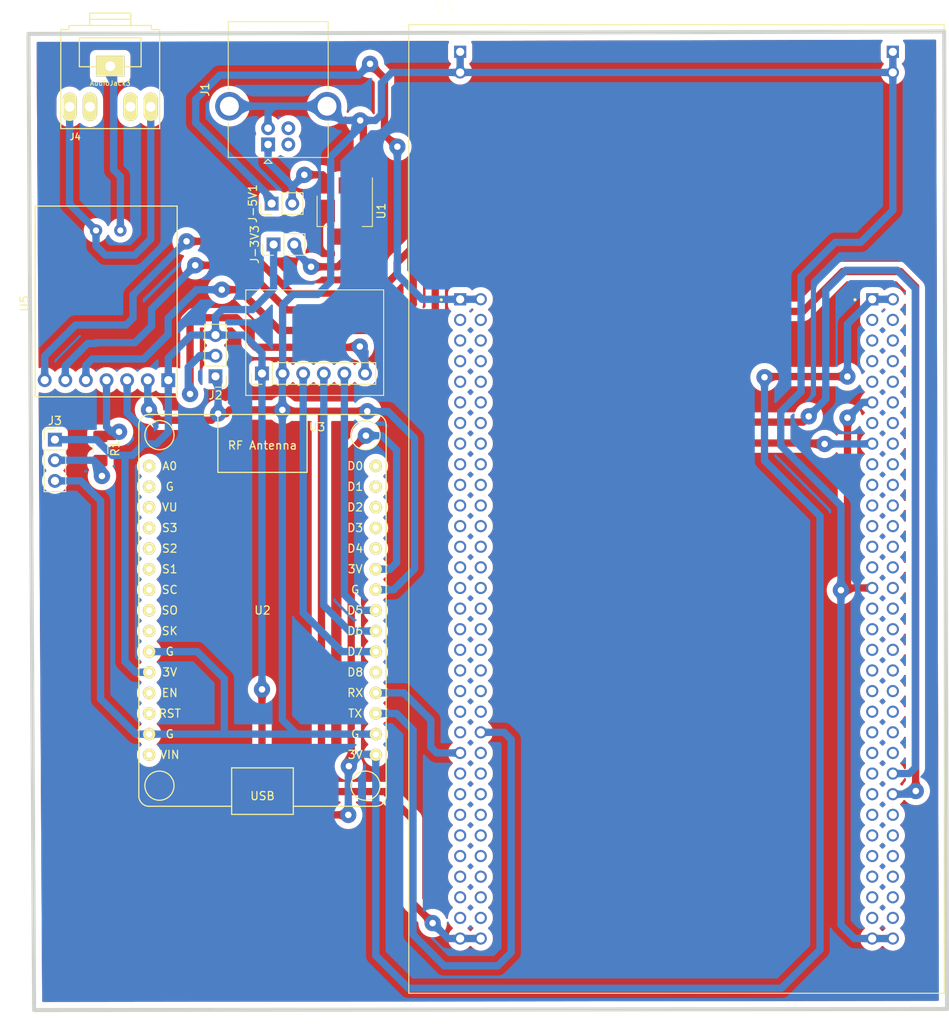
<source format=kicad_pcb>
(kicad_pcb (version 20171130) (host pcbnew 5.1.6)
  (layers (0 F.Cu signal) (31 B.Cu signal) (34 B.Paste user) (35 F.Paste user) (36 B.SilkS user) (37 F.SilkS user) (38 B.Mask user) (39 F.Mask user) (44 Edge.Cuts user))
  (net 0 "")
  (net 1 VCC)
  (net 2 "Net-(J1-Pad2)")
  (net 3 "Net-(J1-Pad3)")
  (net 4 GND)
  (net 5 "Net-(J2-Pad2)")
  (net 6 +3V3)
  (net 7 "Net-(J-3V3-Pad2)")
  (net 8 +5V)
  (net 9 /TX)
  (net 10 /RX)
  (net 11 "Net-(U2-Pad1)")
  (net 12 "Net-(U2-Pad2)")
  (net 13 "Net-(U2-Pad3)")
  (net 14 "Net-(U2-Pad4)")
  (net 15 "Net-(U2-Pad5)")
  (net 16 "Net-(U2-Pad6)")
  (net 17 "Net-(U2-Pad7)")
  (net 18 "Net-(U2-Pad8)")
  (net 19 "Net-(U2-Pad9)")
  (net 20 "Net-(U2-Pad12)")
  (net 21 "Net-(U2-Pad13)")
  (net 22 "Net-(U2-Pad15)")
  (net 23 "Net-(U2-Pad20)")
  (net 24 /BCLK)
  (net 25 /DOUT)
  (net 26 /LRCL)
  (net 27 "Net-(U2-Pad26)")
  (net 28 "Net-(U2-Pad27)")
  (net 29 "Net-(U2-Pad28)")
  (net 30 "Net-(U2-Pad29)")
  (net 31 "Net-(U2-Pad30)")
  (net 32 "Net-(U4-PadP2_3)")
  (net 33 "Net-(U4-PadP2_5)")
  (net 34 "Net-(U4-PadP2_6)")
  (net 35 "Net-(U4-PadP2_7)")
  (net 36 "Net-(U4-PadP2_8)")
  (net 37 "Net-(U4-PadP2_9)")
  (net 38 "Net-(U4-PadP2_10)")
  (net 39 "Net-(U4-PadP2_12)")
  (net 40 "Net-(U4-PadP2_13)")
  (net 41 "Net-(U4-PadP2_14)")
  (net 42 "Net-(U4-PadP2_16)")
  (net 43 "Net-(U4-PadP2_17)")
  (net 44 "Net-(U4-PadP2_18)")
  (net 45 "Net-(U4-PadP2_19)")
  (net 46 "Net-(U4-PadP2_20)")
  (net 47 "Net-(U4-PadP2_21)")
  (net 48 "Net-(U4-PadP2_22)")
  (net 49 "Net-(U4-PadP2_23)")
  (net 50 "Net-(U4-PadP2_24)")
  (net 51 "Net-(U4-PadP2_25)")
  (net 52 "Net-(U4-PadP2_26)")
  (net 53 "Net-(U4-PadP2_27)")
  (net 54 "Net-(U4-PadP2_28)")
  (net 55 "Net-(U4-PadP2_30)")
  (net 56 "Net-(U4-PadP2_31)")
  (net 57 "Net-(U4-PadP2_32)")
  (net 58 "Net-(U4-PadP2_33)")
  (net 59 "Net-(U4-PadP2_34)")
  (net 60 "Net-(U4-PadP2_35)")
  (net 61 "Net-(U4-PadP2_36)")
  (net 62 "Net-(U4-PadP2_37)")
  (net 63 "Net-(U4-PadP2_38)")
  (net 64 "Net-(U4-PadP2_39)")
  (net 65 "Net-(U4-PadP2_40)")
  (net 66 "Net-(U4-PadP2_41)")
  (net 67 "Net-(U4-PadP2_42)")
  (net 68 "Net-(U4-PadP2_43)")
  (net 69 "Net-(U4-PadP2_44)")
  (net 70 "Net-(U4-PadP2_45)")
  (net 71 "Net-(U4-PadP2_46)")
  (net 72 "Net-(U4-PadP2_47)")
  (net 73 "Net-(U4-PadP2_49)")
  (net 74 "Net-(U4-PadP2_51)")
  (net 75 "Net-(U4-PadP2_52)")
  (net 76 "Net-(U4-PadP2_53)")
  (net 77 "Net-(U4-PadP2_54)")
  (net 78 "Net-(U4-PadP2_55)")
  (net 79 "Net-(U4-PadP2_56)")
  (net 80 "Net-(U4-PadP2_57)")
  (net 81 "Net-(U4-PadP2_58)")
  (net 82 "Net-(U4-PadP2_59)")
  (net 83 "Net-(U4-PadP2_60)")
  (net 84 "Net-(U4-PadP2_61)")
  (net 85 "Net-(U4-PadP2_62)")
  (net 86 "Net-(U4-PadP1_3)")
  (net 87 "Net-(U4-PadP1_4)")
  (net 88 "Net-(U4-PadP1_5)")
  (net 89 "Net-(U4-PadP1_6)")
  (net 90 "Net-(U4-PadP1_7)")
  (net 91 "Net-(U4-PadP1_8)")
  (net 92 "Net-(U4-PadP1_9)")
  (net 93 "Net-(U4-PadP1_10)")
  (net 94 "Net-(U4-PadP1_11)")
  (net 95 "Net-(U4-PadP1_12)")
  (net 96 "Net-(U4-PadP1_13)")
  (net 97 "Net-(U4-PadP1_14)")
  (net 98 "Net-(U4-PadP1_15)")
  (net 99 "Net-(U4-PadP1_16)")
  (net 100 "Net-(U4-PadP1_17)")
  (net 101 "Net-(U4-PadP1_18)")
  (net 102 "Net-(U4-PadP1_19)")
  (net 103 "Net-(U4-PadP1_20)")
  (net 104 "Net-(U4-PadP1_21)")
  (net 105 "Net-(U4-PadP1_22)")
  (net 106 "Net-(U4-PadP1_23)")
  (net 107 "Net-(U4-PadP1_24)")
  (net 108 "Net-(U4-PadP1_25)")
  (net 109 "Net-(U4-PadP1_26)")
  (net 110 "Net-(U4-PadP1_27)")
  (net 111 "Net-(U4-PadP1_28)")
  (net 112 "Net-(U4-PadP1_29)")
  (net 113 "Net-(U4-PadP1_30)")
  (net 114 "Net-(U4-PadP1_31)")
  (net 115 "Net-(U4-PadP1_32)")
  (net 116 "Net-(U4-PadP1_33)")
  (net 117 "Net-(U4-PadP1_34)")
  (net 118 "Net-(U4-PadP1_35)")
  (net 119 "Net-(U4-PadP1_36)")
  (net 120 "Net-(U4-PadP1_37)")
  (net 121 "Net-(U4-PadP1_38)")
  (net 122 "Net-(U4-PadP1_39)")
  (net 123 "Net-(U4-PadP1_40)")
  (net 124 "Net-(U4-PadP1_41)")
  (net 125 "Net-(U4-PadP1_42)")
  (net 126 "Net-(U4-PadP1_43)")
  (net 127 "Net-(U4-PadP1_46)")
  (net 128 "Net-(U4-PadP1_47)")
  (net 129 "Net-(U4-PadP1_48)")
  (net 130 "Net-(U4-PadP1_49)")
  (net 131 "Net-(U4-PadP1_50)")
  (net 132 "Net-(U4-PadP1_51)")
  (net 133 "Net-(U4-PadP1_52)")
  (net 134 "Net-(U4-PadP1_53)")
  (net 135 "Net-(U4-PadP1_54)")
  (net 136 "Net-(U4-PadP1_55)")
  (net 137 "Net-(U4-PadP1_56)")
  (net 138 "Net-(U4-PadP1_57)")
  (net 139 "Net-(U4-PadP1_58)")
  (net 140 "Net-(U4-PadP1_59)")
  (net 141 "Net-(U4-PadP1_60)")
  (net 142 "Net-(U4-PadP1_61)")
  (net 143 "Net-(U4-PadP1_62)")
  (net 144 "Net-(J3-Pad2)")
  (net 145 "Net-(J4-PadR)")
  (net 146 "Net-(J4-PadS)")
  (net 147 "Net-(R1-Pad1)")
  (net 148 /DAC_DIN)
  (net 149 /DAC_BCLK)
  (net 150 /DAC_LRC)
  (module stm32f429i-disco:STM32F429I-DISC1 (layer F.Cu) (at 120.72 84.25)
    (fp_text reference U4 (at -28.575 -61.849) (layer F.SilkS) (effects (font (size 1.4 1.4) (thickness 0.015))))
    (fp_text value STM32F429I-DISC1)
    (pad P2_1 thru_hole rect (at 24.13 -25.83) (size 1.5 1.5) (drill 1) (layers *.Cu *.Mask) (net 6 +3V3))
    (pad P2_2 thru_hole circle (at 26.67 -25.83) (size 1.5 1.5) (drill 1) (layers *.Cu *.Mask) (net 6 +3V3))
    (pad P2_3 thru_hole circle (at 24.13 -23.29) (size 1.5 1.5) (drill 1) (layers *.Cu *.Mask) (net 32 "Net-(U4-PadP2_3)"))
    (pad P2_4 thru_hole circle (at 26.67 -23.29) (size 1.5 1.5) (drill 1) (layers *.Cu *.Mask))
    (pad P2_5 thru_hole circle (at 24.13 -20.75) (size 1.5 1.5) (drill 1) (layers *.Cu *.Mask) (net 33 "Net-(U4-PadP2_5)"))
    (pad P2_6 thru_hole circle (at 26.67 -20.75) (size 1.5 1.5) (drill 1) (layers *.Cu *.Mask) (net 34 "Net-(U4-PadP2_6)"))
    (pad P2_7 thru_hole circle (at 24.13 -18.21) (size 1.5 1.5) (drill 1) (layers *.Cu *.Mask) (net 35 "Net-(U4-PadP2_7)"))
    (pad P2_8 thru_hole circle (at 26.67 -18.21) (size 1.5 1.5) (drill 1) (layers *.Cu *.Mask) (net 36 "Net-(U4-PadP2_8)"))
    (pad P2_9 thru_hole circle (at 24.13 -15.67) (size 1.5 1.5) (drill 1) (layers *.Cu *.Mask) (net 37 "Net-(U4-PadP2_9)"))
    (pad P2_10 thru_hole circle (at 26.67 -15.67) (size 1.5 1.5) (drill 1) (layers *.Cu *.Mask) (net 38 "Net-(U4-PadP2_10)"))
    (pad P2_11 thru_hole circle (at 24.13 -13.13) (size 1.5 1.5) (drill 1) (layers *.Cu *.Mask) (net 4 GND))
    (pad P2_12 thru_hole circle (at 26.67 -13.13) (size 1.5 1.5) (drill 1) (layers *.Cu *.Mask) (net 39 "Net-(U4-PadP2_12)"))
    (pad P2_13 thru_hole circle (at 24.13 -10.59) (size 1.5 1.5) (drill 1) (layers *.Cu *.Mask) (net 40 "Net-(U4-PadP2_13)"))
    (pad P2_14 thru_hole circle (at 26.67 -10.59) (size 1.5 1.5) (drill 1) (layers *.Cu *.Mask) (net 41 "Net-(U4-PadP2_14)"))
    (pad P2_15 thru_hole circle (at 24.13 -8.05) (size 1.5 1.5) (drill 1) (layers *.Cu *.Mask) (net 148 /DAC_DIN))
    (pad P2_16 thru_hole circle (at 26.67 -8.05) (size 1.5 1.5) (drill 1) (layers *.Cu *.Mask) (net 42 "Net-(U4-PadP2_16)"))
    (pad P2_17 thru_hole circle (at 24.13 -5.51) (size 1.5 1.5) (drill 1) (layers *.Cu *.Mask) (net 43 "Net-(U4-PadP2_17)"))
    (pad P2_18 thru_hole circle (at 26.67 -5.51) (size 1.5 1.5) (drill 1) (layers *.Cu *.Mask) (net 44 "Net-(U4-PadP2_18)"))
    (pad P2_19 thru_hole circle (at 24.13 -2.97) (size 1.5 1.5) (drill 1) (layers *.Cu *.Mask) (net 45 "Net-(U4-PadP2_19)"))
    (pad P2_20 thru_hole circle (at 26.67 -2.97) (size 1.5 1.5) (drill 1) (layers *.Cu *.Mask) (net 46 "Net-(U4-PadP2_20)"))
    (pad P2_21 thru_hole circle (at 24.13 -0.43) (size 1.5 1.5) (drill 1) (layers *.Cu *.Mask) (net 47 "Net-(U4-PadP2_21)"))
    (pad P2_22 thru_hole circle (at 26.67 -0.43) (size 1.5 1.5) (drill 1) (layers *.Cu *.Mask) (net 48 "Net-(U4-PadP2_22)"))
    (pad P2_23 thru_hole circle (at 24.13 2.11) (size 1.5 1.5) (drill 1) (layers *.Cu *.Mask) (net 49 "Net-(U4-PadP2_23)"))
    (pad P2_24 thru_hole circle (at 26.67 2.11) (size 1.5 1.5) (drill 1) (layers *.Cu *.Mask) (net 50 "Net-(U4-PadP2_24)"))
    (pad P2_25 thru_hole circle (at 24.13 4.65) (size 1.5 1.5) (drill 1) (layers *.Cu *.Mask) (net 51 "Net-(U4-PadP2_25)"))
    (pad P2_26 thru_hole circle (at 26.67 4.65) (size 1.5 1.5) (drill 1) (layers *.Cu *.Mask) (net 52 "Net-(U4-PadP2_26)"))
    (pad P2_27 thru_hole circle (at 24.13 7.19) (size 1.5 1.5) (drill 1) (layers *.Cu *.Mask) (net 53 "Net-(U4-PadP2_27)"))
    (pad P2_28 thru_hole circle (at 26.67 7.19) (size 1.5 1.5) (drill 1) (layers *.Cu *.Mask) (net 54 "Net-(U4-PadP2_28)"))
    (pad P2_29 thru_hole circle (at 24.13 9.73) (size 1.5 1.5) (drill 1) (layers *.Cu *.Mask) (net 4 GND))
    (pad P2_30 thru_hole circle (at 26.67 9.73) (size 1.5 1.5) (drill 1) (layers *.Cu *.Mask) (net 55 "Net-(U4-PadP2_30)"))
    (pad P2_31 thru_hole circle (at 24.13 12.27) (size 1.5 1.5) (drill 1) (layers *.Cu *.Mask) (net 56 "Net-(U4-PadP2_31)"))
    (pad P2_32 thru_hole circle (at 26.67 12.27) (size 1.5 1.5) (drill 1) (layers *.Cu *.Mask) (net 57 "Net-(U4-PadP2_32)"))
    (pad P2_33 thru_hole circle (at 24.13 14.81) (size 1.5 1.5) (drill 1) (layers *.Cu *.Mask) (net 58 "Net-(U4-PadP2_33)"))
    (pad P2_34 thru_hole circle (at 26.67 14.81) (size 1.5 1.5) (drill 1) (layers *.Cu *.Mask) (net 59 "Net-(U4-PadP2_34)"))
    (pad P2_35 thru_hole circle (at 24.13 17.35) (size 1.5 1.5) (drill 1) (layers *.Cu *.Mask) (net 60 "Net-(U4-PadP2_35)"))
    (pad P2_36 thru_hole circle (at 26.67 17.35) (size 1.5 1.5) (drill 1) (layers *.Cu *.Mask) (net 61 "Net-(U4-PadP2_36)"))
    (pad P2_37 thru_hole circle (at 24.13 19.89) (size 1.5 1.5) (drill 1) (layers *.Cu *.Mask) (net 62 "Net-(U4-PadP2_37)"))
    (pad P2_38 thru_hole circle (at 26.67 19.89) (size 1.5 1.5) (drill 1) (layers *.Cu *.Mask) (net 63 "Net-(U4-PadP2_38)"))
    (pad P2_39 thru_hole circle (at 24.13 22.43) (size 1.5 1.5) (drill 1) (layers *.Cu *.Mask) (net 64 "Net-(U4-PadP2_39)"))
    (pad P2_40 thru_hole circle (at 26.67 22.43) (size 1.5 1.5) (drill 1) (layers *.Cu *.Mask) (net 65 "Net-(U4-PadP2_40)"))
    (pad P2_41 thru_hole circle (at 24.13 24.97) (size 1.5 1.5) (drill 1) (layers *.Cu *.Mask) (net 66 "Net-(U4-PadP2_41)"))
    (pad P2_42 thru_hole circle (at 26.67 24.97) (size 1.5 1.5) (drill 1) (layers *.Cu *.Mask) (net 67 "Net-(U4-PadP2_42)"))
    (pad P2_43 thru_hole circle (at 24.13 27.51) (size 1.5 1.5) (drill 1) (layers *.Cu *.Mask) (net 68 "Net-(U4-PadP2_43)"))
    (pad P2_44 thru_hole circle (at 26.67 27.51) (size 1.5 1.5) (drill 1) (layers *.Cu *.Mask) (net 69 "Net-(U4-PadP2_44)"))
    (pad P2_45 thru_hole circle (at 24.13 30.05) (size 1.5 1.5) (drill 1) (layers *.Cu *.Mask) (net 70 "Net-(U4-PadP2_45)"))
    (pad P2_46 thru_hole circle (at 26.67 30.05) (size 1.5 1.5) (drill 1) (layers *.Cu *.Mask) (net 71 "Net-(U4-PadP2_46)"))
    (pad P2_47 thru_hole circle (at 24.13 32.59) (size 1.5 1.5) (drill 1) (layers *.Cu *.Mask) (net 72 "Net-(U4-PadP2_47)"))
    (pad P2_48 thru_hole circle (at 26.67 32.59) (size 1.5 1.5) (drill 1) (layers *.Cu *.Mask) (net 149 /DAC_BCLK))
    (pad P2_49 thru_hole circle (at 24.13 35.13) (size 1.5 1.5) (drill 1) (layers *.Cu *.Mask) (net 73 "Net-(U4-PadP2_49)"))
    (pad P2_50 thru_hole circle (at 26.67 35.13) (size 1.5 1.5) (drill 1) (layers *.Cu *.Mask) (net 150 /DAC_LRC))
    (pad P2_51 thru_hole circle (at 24.13 37.67) (size 1.5 1.5) (drill 1) (layers *.Cu *.Mask) (net 74 "Net-(U4-PadP2_51)"))
    (pad P2_52 thru_hole circle (at 26.67 37.67) (size 1.5 1.5) (drill 1) (layers *.Cu *.Mask) (net 75 "Net-(U4-PadP2_52)"))
    (pad P2_53 thru_hole circle (at 24.13 40.21) (size 1.5 1.5) (drill 1) (layers *.Cu *.Mask) (net 76 "Net-(U4-PadP2_53)"))
    (pad P2_54 thru_hole circle (at 26.67 40.21) (size 1.5 1.5) (drill 1) (layers *.Cu *.Mask) (net 77 "Net-(U4-PadP2_54)"))
    (pad P2_55 thru_hole circle (at 24.13 42.75) (size 1.5 1.5) (drill 1) (layers *.Cu *.Mask) (net 78 "Net-(U4-PadP2_55)"))
    (pad P2_56 thru_hole circle (at 26.67 42.75) (size 1.5 1.5) (drill 1) (layers *.Cu *.Mask) (net 79 "Net-(U4-PadP2_56)"))
    (pad P2_57 thru_hole circle (at 24.13 45.29) (size 1.5 1.5) (drill 1) (layers *.Cu *.Mask) (net 80 "Net-(U4-PadP2_57)"))
    (pad P2_58 thru_hole circle (at 26.67 45.29) (size 1.5 1.5) (drill 1) (layers *.Cu *.Mask) (net 81 "Net-(U4-PadP2_58)"))
    (pad P2_59 thru_hole circle (at 24.13 47.83) (size 1.5 1.5) (drill 1) (layers *.Cu *.Mask) (net 82 "Net-(U4-PadP2_59)"))
    (pad P2_60 thru_hole circle (at 26.67 47.83) (size 1.5 1.5) (drill 1) (layers *.Cu *.Mask) (net 83 "Net-(U4-PadP2_60)"))
    (pad P2_61 thru_hole circle (at 24.13 50.37) (size 1.5 1.5) (drill 1) (layers *.Cu *.Mask) (net 84 "Net-(U4-PadP2_61)"))
    (pad P2_62 thru_hole circle (at 26.67 50.37) (size 1.5 1.5) (drill 1) (layers *.Cu *.Mask) (net 85 "Net-(U4-PadP2_62)"))
    (pad P2_63 thru_hole circle (at 24.13 52.91) (size 1.5 1.5) (drill 1) (layers *.Cu *.Mask) (net 4 GND))
    (pad P2_64 thru_hole circle (at 26.67 52.91) (size 1.5 1.5) (drill 1) (layers *.Cu *.Mask) (net 4 GND))
    (pad P1_1 thru_hole rect (at -26.67 -25.83) (size 1.5 1.5) (drill 1) (layers *.Cu *.Mask) (net 8 +5V))
    (pad P1_2 thru_hole circle (at -24.13 -25.83) (size 1.5 1.5) (drill 1) (layers *.Cu *.Mask) (net 8 +5V))
    (pad P1_3 thru_hole circle (at -26.67 -23.29) (size 1.5 1.5) (drill 1) (layers *.Cu *.Mask) (net 86 "Net-(U4-PadP1_3)"))
    (pad P1_4 thru_hole circle (at -24.13 -23.29) (size 1.5 1.5) (drill 1) (layers *.Cu *.Mask) (net 87 "Net-(U4-PadP1_4)"))
    (pad P1_5 thru_hole circle (at -26.67 -20.75) (size 1.5 1.5) (drill 1) (layers *.Cu *.Mask) (net 88 "Net-(U4-PadP1_5)"))
    (pad P1_6 thru_hole circle (at -24.13 -20.75) (size 1.5 1.5) (drill 1) (layers *.Cu *.Mask) (net 89 "Net-(U4-PadP1_6)"))
    (pad P1_7 thru_hole circle (at -26.67 -18.21) (size 1.5 1.5) (drill 1) (layers *.Cu *.Mask) (net 90 "Net-(U4-PadP1_7)"))
    (pad P1_8 thru_hole circle (at -24.13 -18.21) (size 1.5 1.5) (drill 1) (layers *.Cu *.Mask) (net 91 "Net-(U4-PadP1_8)"))
    (pad P1_9 thru_hole circle (at -26.67 -15.67) (size 1.5 1.5) (drill 1) (layers *.Cu *.Mask) (net 92 "Net-(U4-PadP1_9)"))
    (pad P1_10 thru_hole circle (at -24.13 -15.67) (size 1.5 1.5) (drill 1) (layers *.Cu *.Mask) (net 93 "Net-(U4-PadP1_10)"))
    (pad P1_11 thru_hole circle (at -26.67 -13.13) (size 1.5 1.5) (drill 1) (layers *.Cu *.Mask) (net 94 "Net-(U4-PadP1_11)"))
    (pad P1_12 thru_hole circle (at -24.13 -13.13) (size 1.5 1.5) (drill 1) (layers *.Cu *.Mask) (net 95 "Net-(U4-PadP1_12)"))
    (pad P1_13 thru_hole circle (at -26.67 -10.59) (size 1.5 1.5) (drill 1) (layers *.Cu *.Mask) (net 96 "Net-(U4-PadP1_13)"))
    (pad P1_14 thru_hole circle (at -24.13 -10.59) (size 1.5 1.5) (drill 1) (layers *.Cu *.Mask) (net 97 "Net-(U4-PadP1_14)"))
    (pad P1_15 thru_hole circle (at -26.67 -8.05) (size 1.5 1.5) (drill 1) (layers *.Cu *.Mask) (net 98 "Net-(U4-PadP1_15)"))
    (pad P1_16 thru_hole circle (at -24.13 -8.05) (size 1.5 1.5) (drill 1) (layers *.Cu *.Mask) (net 99 "Net-(U4-PadP1_16)"))
    (pad P1_17 thru_hole circle (at -26.67 -5.51) (size 1.5 1.5) (drill 1) (layers *.Cu *.Mask) (net 100 "Net-(U4-PadP1_17)"))
    (pad P1_18 thru_hole circle (at -24.13 -5.51) (size 1.5 1.5) (drill 1) (layers *.Cu *.Mask) (net 101 "Net-(U4-PadP1_18)"))
    (pad P1_19 thru_hole circle (at -26.67 -2.97) (size 1.5 1.5) (drill 1) (layers *.Cu *.Mask) (net 102 "Net-(U4-PadP1_19)"))
    (pad P1_20 thru_hole circle (at -24.13 -2.97) (size 1.5 1.5) (drill 1) (layers *.Cu *.Mask) (net 103 "Net-(U4-PadP1_20)"))
    (pad P1_21 thru_hole circle (at -26.67 -0.43) (size 1.5 1.5) (drill 1) (layers *.Cu *.Mask) (net 104 "Net-(U4-PadP1_21)"))
    (pad P1_22 thru_hole circle (at -24.13 -0.43) (size 1.5 1.5) (drill 1) (layers *.Cu *.Mask) (net 105 "Net-(U4-PadP1_22)"))
    (pad P1_23 thru_hole circle (at -26.67 2.11) (size 1.5 1.5) (drill 1) (layers *.Cu *.Mask) (net 106 "Net-(U4-PadP1_23)"))
    (pad P1_24 thru_hole circle (at -24.13 2.11) (size 1.5 1.5) (drill 1) (layers *.Cu *.Mask) (net 107 "Net-(U4-PadP1_24)"))
    (pad P1_25 thru_hole circle (at -26.67 4.65) (size 1.5 1.5) (drill 1) (layers *.Cu *.Mask) (net 108 "Net-(U4-PadP1_25)"))
    (pad P1_26 thru_hole circle (at -24.13 4.65) (size 1.5 1.5) (drill 1) (layers *.Cu *.Mask) (net 109 "Net-(U4-PadP1_26)"))
    (pad P1_27 thru_hole circle (at -26.67 7.19) (size 1.5 1.5) (drill 1) (layers *.Cu *.Mask) (net 110 "Net-(U4-PadP1_27)"))
    (pad P1_28 thru_hole circle (at -24.13 7.19) (size 1.5 1.5) (drill 1) (layers *.Cu *.Mask) (net 111 "Net-(U4-PadP1_28)"))
    (pad P1_29 thru_hole circle (at -26.67 9.73) (size 1.5 1.5) (drill 1) (layers *.Cu *.Mask) (net 112 "Net-(U4-PadP1_29)"))
    (pad P1_30 thru_hole circle (at -24.13 9.73) (size 1.5 1.5) (drill 1) (layers *.Cu *.Mask) (net 113 "Net-(U4-PadP1_30)"))
    (pad P1_31 thru_hole circle (at -26.67 12.27) (size 1.5 1.5) (drill 1) (layers *.Cu *.Mask) (net 114 "Net-(U4-PadP1_31)"))
    (pad P1_32 thru_hole circle (at -24.13 12.27) (size 1.5 1.5) (drill 1) (layers *.Cu *.Mask) (net 115 "Net-(U4-PadP1_32)"))
    (pad P1_33 thru_hole circle (at -26.67 14.81) (size 1.5 1.5) (drill 1) (layers *.Cu *.Mask) (net 116 "Net-(U4-PadP1_33)"))
    (pad P1_34 thru_hole circle (at -24.13 14.81) (size 1.5 1.5) (drill 1) (layers *.Cu *.Mask) (net 117 "Net-(U4-PadP1_34)"))
    (pad P1_35 thru_hole circle (at -26.67 17.35) (size 1.5 1.5) (drill 1) (layers *.Cu *.Mask) (net 118 "Net-(U4-PadP1_35)"))
    (pad P1_36 thru_hole circle (at -24.13 17.35) (size 1.5 1.5) (drill 1) (layers *.Cu *.Mask) (net 119 "Net-(U4-PadP1_36)"))
    (pad P1_37 thru_hole circle (at -26.67 19.89) (size 1.5 1.5) (drill 1) (layers *.Cu *.Mask) (net 120 "Net-(U4-PadP1_37)"))
    (pad P1_38 thru_hole circle (at -24.13 19.89) (size 1.5 1.5) (drill 1) (layers *.Cu *.Mask) (net 121 "Net-(U4-PadP1_38)"))
    (pad P1_39 thru_hole circle (at -26.67 22.43) (size 1.5 1.5) (drill 1) (layers *.Cu *.Mask) (net 122 "Net-(U4-PadP1_39)"))
    (pad P1_40 thru_hole circle (at -24.13 22.43) (size 1.5 1.5) (drill 1) (layers *.Cu *.Mask) (net 123 "Net-(U4-PadP1_40)"))
    (pad P1_41 thru_hole circle (at -26.67 24.97) (size 1.5 1.5) (drill 1) (layers *.Cu *.Mask) (net 124 "Net-(U4-PadP1_41)"))
    (pad P1_42 thru_hole circle (at -24.13 24.97) (size 1.5 1.5) (drill 1) (layers *.Cu *.Mask) (net 125 "Net-(U4-PadP1_42)"))
    (pad P1_43 thru_hole circle (at -26.67 27.51) (size 1.5 1.5) (drill 1) (layers *.Cu *.Mask) (net 126 "Net-(U4-PadP1_43)"))
    (pad P1_44 thru_hole circle (at -24.13 27.51) (size 1.5 1.5) (drill 1) (layers *.Cu *.Mask) (net 10 /RX))
    (pad P1_45 thru_hole circle (at -26.67 30.05) (size 1.5 1.5) (drill 1) (layers *.Cu *.Mask) (net 9 /TX))
    (pad P1_46 thru_hole circle (at -24.13 30.05) (size 1.5 1.5) (drill 1) (layers *.Cu *.Mask) (net 127 "Net-(U4-PadP1_46)"))
    (pad P1_47 thru_hole circle (at -26.67 32.59) (size 1.5 1.5) (drill 1) (layers *.Cu *.Mask) (net 128 "Net-(U4-PadP1_47)"))
    (pad P1_48 thru_hole circle (at -24.13 32.59) (size 1.5 1.5) (drill 1) (layers *.Cu *.Mask) (net 129 "Net-(U4-PadP1_48)"))
    (pad P1_49 thru_hole circle (at -26.67 35.13) (size 1.5 1.5) (drill 1) (layers *.Cu *.Mask) (net 130 "Net-(U4-PadP1_49)"))
    (pad P1_50 thru_hole circle (at -24.13 35.13) (size 1.5 1.5) (drill 1) (layers *.Cu *.Mask) (net 131 "Net-(U4-PadP1_50)"))
    (pad P1_51 thru_hole circle (at -26.67 37.67) (size 1.5 1.5) (drill 1) (layers *.Cu *.Mask) (net 132 "Net-(U4-PadP1_51)"))
    (pad P1_52 thru_hole circle (at -24.13 37.67) (size 1.5 1.5) (drill 1) (layers *.Cu *.Mask) (net 133 "Net-(U4-PadP1_52)"))
    (pad P1_53 thru_hole circle (at -26.67 40.21) (size 1.5 1.5) (drill 1) (layers *.Cu *.Mask) (net 134 "Net-(U4-PadP1_53)"))
    (pad P1_54 thru_hole circle (at -24.13 40.21) (size 1.5 1.5) (drill 1) (layers *.Cu *.Mask) (net 135 "Net-(U4-PadP1_54)"))
    (pad P1_55 thru_hole circle (at -26.67 42.75) (size 1.5 1.5) (drill 1) (layers *.Cu *.Mask) (net 136 "Net-(U4-PadP1_55)"))
    (pad P1_56 thru_hole circle (at -24.13 42.75) (size 1.5 1.5) (drill 1) (layers *.Cu *.Mask) (net 137 "Net-(U4-PadP1_56)"))
    (pad P1_57 thru_hole circle (at -26.67 45.29) (size 1.5 1.5) (drill 1) (layers *.Cu *.Mask) (net 138 "Net-(U4-PadP1_57)"))
    (pad P1_58 thru_hole circle (at -24.13 45.29) (size 1.5 1.5) (drill 1) (layers *.Cu *.Mask) (net 139 "Net-(U4-PadP1_58)"))
    (pad P1_59 thru_hole circle (at -26.67 47.83) (size 1.5 1.5) (drill 1) (layers *.Cu *.Mask) (net 140 "Net-(U4-PadP1_59)"))
    (pad P1_60 thru_hole circle (at -24.13 47.83) (size 1.5 1.5) (drill 1) (layers *.Cu *.Mask) (net 141 "Net-(U4-PadP1_60)"))
    (pad P1_61 thru_hole circle (at -26.67 50.37) (size 1.5 1.5) (drill 1) (layers *.Cu *.Mask) (net 142 "Net-(U4-PadP1_61)"))
    (pad P1_62 thru_hole circle (at -24.13 50.37) (size 1.5 1.5) (drill 1) (layers *.Cu *.Mask) (net 143 "Net-(U4-PadP1_62)"))
    (pad P1_63 thru_hole circle (at -26.67 52.91) (size 1.5 1.5) (drill 1) (layers *.Cu *.Mask) (net 4 GND))
    (pad P1_64 thru_hole circle (at -24.13 52.91) (size 1.5 1.5) (drill 1) (layers *.Cu *.Mask) (net 4 GND))
    (pad JP1_1 thru_hole rect (at -26.67 -56.31) (size 1.5 1.5) (drill 1) (layers *.Cu *.Mask) (net 4 GND))
    (pad JP1_2 thru_hole circle (at -26.67 -53.77) (size 1.5 1.5) (drill 1) (layers *.Cu *.Mask) (net 4 GND))
    (pad JP2_1 thru_hole rect (at 26.67 -56.31) (size 1.5 1.5) (drill 1) (layers *.Cu *.Mask) (net 4 GND))
    (pad JP2_2 thru_hole circle (at 26.67 -53.77) (size 1.5 1.5) (drill 1) (layers *.Cu *.Mask) (net 4 GND))
  )
  (module Connector_USB:USB_B_OST_USB-B1HSxx_Horizontal (layer F.Cu) (at 70.37 39.35 90)
    (fp_text reference J1 (at 6.76 -7.77 90) (layer F.SilkS))
    (fp_text value USB_B)
    (pad 1 thru_hole rect (at 0 0 90) (size 1.7 1.7) (drill 0.92) (layers *.Cu *.Mask) (net 1 VCC))
    (pad 2 thru_hole circle (at 0 2.5 90) (size 1.7 1.7) (drill 0.92) (layers *.Cu *.Mask) (net 2 "Net-(J1-Pad2)"))
    (pad 3 thru_hole circle (at 2 2.5 90) (size 1.7 1.7) (drill 0.92) (layers *.Cu *.Mask) (net 3 "Net-(J1-Pad3)"))
    (pad 4 thru_hole circle (at 2 0 90) (size 1.7 1.7) (drill 0.92) (layers *.Cu *.Mask) (net 4 GND))
    (pad 5 thru_hole circle (at 4.71 -4.77 90) (size 3.5 3.5) (drill 2.33) (layers *.Cu *.Mask) (net 4 GND))
    (pad 5 thru_hole circle (at 4.71 7.27 90) (size 3.5 3.5) (drill 2.33) (layers *.Cu *.Mask) (net 4 GND))
  )
  (module Connector_PinHeader_2.54mm:PinHeader_1x03_P2.54mm_Vertical (layer F.Cu) (at 63.89 67.91 180)
    (fp_text reference J2 (at 0 -2.33) (layer F.SilkS))
    (fp_text value Conn_01x03_Male)
    (pad 1 thru_hole rect (at 0 0 180) (size 1.7 1.7) (drill 1) (layers *.Cu *.Mask) (net 4 GND))
    (pad 2 thru_hole oval (at 0 2.54 180) (size 1.7 1.7) (drill 1) (layers *.Cu *.Mask) (net 5 "Net-(J2-Pad2)"))
    (pad 3 thru_hole oval (at 0 5.08 180) (size 1.7 1.7) (drill 1) (layers *.Cu *.Mask) (net 6 +3V3))
  )
  (module Connector_PinHeader_2.54mm:PinHeader_1x02_P2.54mm_Vertical (layer F.Cu) (at 71.05 51.67 90)
    (fp_text reference J-3V3 (at 0 -2.33 90) (layer F.SilkS))
    (fp_text value Conn_01x02_Male)
    (pad 2 thru_hole oval (at 0 2.54 90) (size 1.7 1.7) (drill 1) (layers *.Cu *.Mask) (net 7 "Net-(J-3V3-Pad2)"))
    (pad 1 thru_hole rect (at 0 0 90) (size 1.7 1.7) (drill 1) (layers *.Cu *.Mask) (net 6 +3V3))
  )
  (module Connector_PinHeader_2.54mm:PinHeader_1x02_P2.54mm_Vertical (layer F.Cu) (at 70.81 46.63 90)
    (fp_text reference J-5V1 (at 0 -2.33 90) (layer F.SilkS))
    (fp_text value Conn_01x02_Male)
    (pad 1 thru_hole rect (at 0 0 90) (size 1.7 1.7) (drill 1) (layers *.Cu *.Mask) (net 8 +5V))
    (pad 2 thru_hole oval (at 0 2.54 90) (size 1.7 1.7) (drill 1) (layers *.Cu *.Mask) (net 1 VCC))
  )
  (module Package_TO_SOT_SMD:SOT-223-3_TabPin2 (layer F.Cu) (at 79.82 47.55 270)
    (fp_text reference U1 (at 0 -4.5 90) (layer F.SilkS))
    (fp_text value AMS1117-3.3)
    (pad 2 smd rect (at 3.15 0 270) (size 2 3.8) (layers F.Cu F.Paste F.Mask) (net 7 "Net-(J-3V3-Pad2)"))
    (pad 2 smd rect (at -3.15 0 270) (size 2 1.5) (layers F.Cu F.Paste F.Mask) (net 7 "Net-(J-3V3-Pad2)"))
    (pad 3 smd rect (at -3.15 2.3 270) (size 2 1.5) (layers F.Cu F.Paste F.Mask) (net 1 VCC))
    (pad 1 smd rect (at -3.15 -2.3 270) (size 2 1.5) (layers F.Cu F.Paste F.Mask) (net 4 GND))
  )
  (module "ESP8266:NodeMCU1.0(12-E)" (layer F.Cu) (at 69.68 96.74)
    (fp_text reference U2 (at 0 0) (layer F.SilkS))
    (fp_text value "NodeMCU1.0(ESP-12E)")
    (fp_text user USB (at 0 22.86) (layer F.SilkS))
    (fp_text user "RF Antenna" (at 0 -20.32) (layer F.SilkS))
    (fp_text user VIN (at -11.43 17.78) (layer F.SilkS))
    (fp_text user G (at -11.43 15.24) (layer F.SilkS))
    (fp_text user RST (at -11.43 12.7) (layer F.SilkS))
    (fp_text user EN (at -11.43 10.16) (layer F.SilkS))
    (fp_text user 3V (at -11.43 7.62) (layer F.SilkS))
    (fp_text user G (at -11.43 5.08) (layer F.SilkS))
    (fp_text user SK (at -11.43 2.54) (layer F.SilkS))
    (fp_text user SO (at -11.43 0) (layer F.SilkS))
    (fp_text user SC (at -11.43 -2.54) (layer F.SilkS))
    (fp_text user S1 (at -11.43 -5.08) (layer F.SilkS))
    (fp_text user S2 (at -11.43 -7.62) (layer F.SilkS))
    (fp_text user S3 (at -11.43 -10.16) (layer F.SilkS))
    (fp_text user VU (at -11.43 -12.7) (layer F.SilkS))
    (fp_text user G (at -11.43 -15.24) (layer F.SilkS))
    (fp_text user A0 (at -11.43 -17.78) (layer F.SilkS))
    (fp_text user 3V (at 11.43 17.78) (layer F.SilkS))
    (fp_text user G (at 11.43 15.24) (layer F.SilkS))
    (fp_text user TX (at 11.43 12.7) (layer F.SilkS))
    (fp_text user RX (at 11.43 10.16) (layer F.SilkS))
    (fp_text user D8 (at 11.43 7.62) (layer F.SilkS))
    (fp_text user D7 (at 11.43 5.08) (layer F.SilkS))
    (fp_text user D6 (at 11.43 2.54) (layer F.SilkS))
    (fp_text user D5 (at 11.43 0) (layer F.SilkS))
    (fp_text user G (at 11.43 -2.54) (layer F.SilkS))
    (fp_text user 3V (at 11.43 -5.08) (layer F.SilkS))
    (fp_text user D4 (at 11.43 -7.62) (layer F.SilkS))
    (fp_text user D3 (at 11.43 -10.16) (layer F.SilkS))
    (fp_text user D2 (at 11.43 -12.7) (layer F.SilkS))
    (fp_text user D1 (at 11.43 -15.24) (layer F.SilkS))
    (fp_text user D0 (at 11.43 -17.78) (layer F.SilkS))
    (pad 1 thru_hole circle (at -13.97 -17.78) (size 1.524 1.524) (drill 0.762) (layers *.Cu *.Mask F.SilkS) (net 11 "Net-(U2-Pad1)"))
    (pad 2 thru_hole circle (at -13.97 -15.24) (size 1.524 1.524) (drill 0.762) (layers *.Cu *.Mask F.SilkS) (net 12 "Net-(U2-Pad2)"))
    (pad 3 thru_hole circle (at -13.97 -12.7) (size 1.524 1.524) (drill 0.762) (layers *.Cu *.Mask F.SilkS) (net 13 "Net-(U2-Pad3)"))
    (pad 4 thru_hole circle (at -13.97 -10.16) (size 1.524 1.524) (drill 0.762) (layers *.Cu *.Mask F.SilkS) (net 14 "Net-(U2-Pad4)"))
    (pad 5 thru_hole circle (at -13.97 -7.62) (size 1.524 1.524) (drill 0.762) (layers *.Cu *.Mask F.SilkS) (net 15 "Net-(U2-Pad5)"))
    (pad 6 thru_hole circle (at -13.97 -5.08) (size 1.524 1.524) (drill 0.762) (layers *.Cu *.Mask F.SilkS) (net 16 "Net-(U2-Pad6)"))
    (pad 7 thru_hole circle (at -13.97 -2.54) (size 1.524 1.524) (drill 0.762) (layers *.Cu *.Mask F.SilkS) (net 17 "Net-(U2-Pad7)"))
    (pad 8 thru_hole circle (at -13.97 0) (size 1.524 1.524) (drill 0.762) (layers *.Cu *.Mask F.SilkS) (net 18 "Net-(U2-Pad8)"))
    (pad 9 thru_hole circle (at -13.97 2.54) (size 1.524 1.524) (drill 0.762) (layers *.Cu *.Mask F.SilkS) (net 19 "Net-(U2-Pad9)"))
    (pad 10 thru_hole circle (at -13.97 5.08) (size 1.524 1.524) (drill 0.762) (layers *.Cu *.Mask F.SilkS) (net 4 GND))
    (pad 11 thru_hole circle (at -13.97 7.62) (size 1.524 1.524) (drill 0.762) (layers *.Cu *.Mask F.SilkS) (net 6 +3V3))
    (pad 12 thru_hole circle (at -13.97 10.16) (size 1.524 1.524) (drill 0.762) (layers *.Cu *.Mask F.SilkS) (net 20 "Net-(U2-Pad12)"))
    (pad 13 thru_hole circle (at -13.97 12.7) (size 1.524 1.524) (drill 0.762) (layers *.Cu *.Mask F.SilkS) (net 21 "Net-(U2-Pad13)"))
    (pad 14 thru_hole circle (at -13.97 15.24) (size 1.524 1.524) (drill 0.762) (layers *.Cu *.Mask F.SilkS) (net 4 GND))
    (pad 15 thru_hole circle (at -13.97 17.78) (size 1.524 1.524) (drill 0.762) (layers *.Cu *.Mask F.SilkS) (net 22 "Net-(U2-Pad15)"))
    (pad 16 thru_hole circle (at 13.97 17.78) (size 1.524 1.524) (drill 0.762) (layers *.Cu *.Mask F.SilkS) (net 6 +3V3))
    (pad 17 thru_hole circle (at 13.97 15.24) (size 1.524 1.524) (drill 0.762) (layers *.Cu *.Mask F.SilkS) (net 4 GND))
    (pad 18 thru_hole circle (at 13.97 12.7) (size 1.524 1.524) (drill 0.762) (layers *.Cu *.Mask F.SilkS) (net 10 /RX))
    (pad 19 thru_hole circle (at 13.97 10.16) (size 1.524 1.524) (drill 0.762) (layers *.Cu *.Mask F.SilkS) (net 9 /TX))
    (pad 20 thru_hole circle (at 13.97 7.62) (size 1.524 1.524) (drill 0.762) (layers *.Cu *.Mask F.SilkS) (net 23 "Net-(U2-Pad20)"))
    (pad 21 thru_hole circle (at 13.97 5.08) (size 1.524 1.524) (drill 0.762) (layers *.Cu *.Mask F.SilkS) (net 24 /BCLK))
    (pad 22 thru_hole circle (at 13.97 2.54) (size 1.524 1.524) (drill 0.762) (layers *.Cu *.Mask F.SilkS) (net 25 /DOUT))
    (pad 23 thru_hole circle (at 13.97 0) (size 1.524 1.524) (drill 0.762) (layers *.Cu *.Mask F.SilkS) (net 26 /LRCL))
    (pad 24 thru_hole circle (at 13.97 -2.54) (size 1.524 1.524) (drill 0.762) (layers *.Cu *.Mask F.SilkS) (net 4 GND))
    (pad 25 thru_hole circle (at 13.97 -5.08) (size 1.524 1.524) (drill 0.762) (layers *.Cu *.Mask F.SilkS) (net 6 +3V3))
    (pad 26 thru_hole circle (at 13.97 -7.62) (size 1.524 1.524) (drill 0.762) (layers *.Cu *.Mask F.SilkS) (net 27 "Net-(U2-Pad26)"))
    (pad 27 thru_hole circle (at 13.97 -10.16) (size 1.524 1.524) (drill 0.762) (layers *.Cu *.Mask F.SilkS) (net 28 "Net-(U2-Pad27)"))
    (pad 28 thru_hole circle (at 13.97 -12.7) (size 1.524 1.524) (drill 0.762) (layers *.Cu *.Mask F.SilkS) (net 29 "Net-(U2-Pad28)"))
    (pad 29 thru_hole circle (at 13.97 -15.24) (size 1.524 1.524) (drill 0.762) (layers *.Cu *.Mask F.SilkS) (net 30 "Net-(U2-Pad29)"))
    (pad 30 thru_hole circle (at 13.97 -17.78) (size 1.524 1.524) (drill 0.762) (layers *.Cu *.Mask F.SilkS) (net 31 "Net-(U2-Pad30)"))
  )
  (module mic:sph0645 (layer F.Cu) (at 76.42 66.96 180)
    (fp_text reference U3 (at 0 -7.2 180) (layer F.SilkS))
    (fp_text value SPH0645)
    (pad 6 thru_hole oval (at -5.9 -0.6 90) (size 1.7 1.7) (drill 1) (layers *.Cu *.Mask) (net 5 "Net-(J2-Pad2)"))
    (pad 5 thru_hole oval (at -3.36 -0.6 90) (size 1.7 1.7) (drill 1) (layers *.Cu *.Mask) (net 26 /LRCL))
    (pad 4 thru_hole oval (at -0.82 -0.6 90) (size 1.7 1.7) (drill 1) (layers *.Cu *.Mask) (net 25 /DOUT))
    (pad 3 thru_hole oval (at 1.72 -0.6 90) (size 1.7 1.7) (drill 1) (layers *.Cu *.Mask) (net 24 /BCLK))
    (pad 2 thru_hole oval (at 4.26 -0.6 90) (size 1.7 1.7) (drill 1) (layers *.Cu *.Mask) (net 4 GND))
    (pad 1 thru_hole rect (at 6.8 -0.6 90) (size 1.7 1.7) (drill 1) (layers *.Cu *.Mask) (net 6 +3V3))
  )
  (module Connector_PinHeader_2.54mm:PinHeader_1x03_P2.54mm_Vertical (layer F.Cu) (at 44.09 75.71)
    (fp_text reference J3 (at 0 -2.33) (layer F.SilkS))
    (fp_text value Conn_01x03_Male)
    (pad 1 thru_hole rect (at 0 0) (size 1.7 1.7) (drill 1) (layers *.Cu *.Mask) (net 6 +3V3))
    (pad 2 thru_hole oval (at 0 2.54) (size 1.7 1.7) (drill 1) (layers *.Cu *.Mask) (net 144 "Net-(J3-Pad2)"))
    (pad 3 thru_hole oval (at 0 5.08) (size 1.7 1.7) (drill 1) (layers *.Cu *.Mask) (net 4 GND))
  )
  (module user:Tayda_3.5mm_stereo_TRS_jack_A-853 (layer F.Cu) (at 50.91 31.3)
    (fp_text reference J4 (at -4.318 7.112) (layer F.SilkS) (effects (font (size 0.8 0.8))))
    (fp_text value AudioJack3 (at 0 0.508) (layer F.SilkS) (effects (font (size 0.6 0.6) (thickness 0.1))))
    (pad TD thru_hole oval (at -2.5 3.41) (size 1.75 3.5) (drill 1.2) (layers *.Cu *.Mask F.SilkS))
    (pad RD thru_hole oval (at 2.5 3.41) (size 1.75 3.5) (drill 1.2) (layers *.Cu *.Mask F.SilkS))
    (pad T thru_hole oval (at -5 3.41) (size 1.75 3.5) (drill 1.2) (layers *.Cu *.Mask F.SilkS) (net 145 "Net-(J4-PadR)"))
    (pad R thru_hole oval (at 5 3.41) (size 1.75 3.5) (drill 1.2) (layers *.Cu *.Mask F.SilkS) (net 145 "Net-(J4-PadR)"))
    (pad S thru_hole rect (at 0 -1.596) (size 3.5 2.5) (drill 1.2) (layers *.Cu *.Mask F.SilkS) (net 146 "Net-(J4-PadS)"))
  )
  (module Resistor_SMD:R_1206_3216Metric_Pad1.42x1.75mm_HandSolder (layer F.Cu) (at 49.7 76.8025 270)
    (fp_text reference R1 (at 0 -1.82 90) (layer F.SilkS))
    (fp_text value 100k)
    (pad 1 smd roundrect (at -1.4875 0 270) (size 1.425 1.75) (layers F.Cu F.Paste F.Mask) (roundrect_rratio 0.175439) (net 147 "Net-(R1-Pad1)"))
    (pad 2 smd roundrect (at 1.4875 0 270) (size 1.425 1.75) (layers F.Cu F.Paste F.Mask) (roundrect_rratio 0.175439) (net 144 "Net-(J3-Pad2)"))
  )
  (module dacmax98:dacmax98357 (layer F.Cu) (at 50.66 58.94 90)
    (fp_text reference U5 (at 0 -10.33 90) (layer F.SilkS))
    (fp_text value MAX98357_DAC)
    (pad 1 thru_hole rect (at -9.44361 7.412888 270) (size 1.7 1.7) (drill 1) (layers *.Cu *.Mask) (net 6 +3V3))
    (pad 2 thru_hole oval (at -9.44361 4.872888 270) (size 1.7 1.7) (drill 1) (layers *.Cu *.Mask) (net 4 GND))
    (pad 3 thru_hole oval (at -9.44361 2.332888 270) (size 1.7 1.7) (drill 1) (layers *.Cu *.Mask) (net 6 +3V3))
    (pad 4 thru_hole oval (at -9.44361 -0.207112 270) (size 1.7 1.7) (drill 1) (layers *.Cu *.Mask) (net 147 "Net-(R1-Pad1)"))
    (pad 5 thru_hole oval (at -9.44361 -2.747112 270) (size 1.7 1.7) (drill 1) (layers *.Cu *.Mask) (net 148 /DAC_DIN))
    (pad 6 thru_hole oval (at -9.44361 -5.287112 270) (size 1.7 1.7) (drill 1) (layers *.Cu *.Mask) (net 149 /DAC_BCLK))
    (pad 7 thru_hole oval (at -9.44361 -7.827112 270) (size 1.7 1.7) (drill 1) (layers *.Cu *.Mask) (net 150 /DAC_LRC))
    (pad 8 thru_hole circle (at 9 1.5 90) (size 1.524 1.524) (drill 0.762) (layers *.Cu *.Mask) (net 146 "Net-(J4-PadS)"))
    (pad 9 thru_hole circle (at 9 -1.5 90) (size 1.524 1.524) (drill 0.762) (layers *.Cu *.Mask) (net 145 "Net-(J4-PadR)"))
  )
  (gr_line (start 41.53 145.97) (end 40.83 25.73) (layer Edge.Cuts) (width 0.5))
  (gr_line (start 154.07 145.84) (end 41.53 145.97) (layer Edge.Cuts) (width 0.5))
  (gr_line (start 153.72 25.44) (end 154.07 145.84) (layer Edge.Cuts) (width 0.5))
  (gr_line (start 40.83 25.73) (end 153.72 25.44) (layer Edge.Cuts) (width 0.5))
  (segment (start 70.37 39.35) (end 70.37 41.49) (width 0.9) (layer B.Cu) (net 1))
  (segment (start 73.35 44.47) (end 73.35 46.63) (width 0.9) (layer B.Cu) (net 1))
  (segment (start 70.37 41.49) (end 73.35 44.47) (width 0.9) (layer B.Cu) (net 1))
  (via (at 74.84 43.09) (size 2) (drill 0.8) (layers F.Cu B.Cu) (net 1))
  (segment (start 73.46 44.47) (end 74.84 43.09) (width 0.9) (layer B.Cu) (net 1))
  (segment (start 73.35 44.47) (end 73.46 44.47) (width 0.9) (layer B.Cu) (net 1))
  (segment (start 74.84 43.09) (end 77.1 43.09) (width 0.9) (layer F.Cu) (net 1))
  (segment (start 77.52 43.51) (end 77.52 44.4) (width 0.9) (layer F.Cu) (net 1))
  (segment (start 77.1 43.09) (end 77.52 43.51) (width 0.9) (layer F.Cu) (net 1))
  (segment (start 94.05 27.94) (end 94.05 30.48) (width 0.9) (layer B.Cu) (net 4))
  (segment (start 147.39 27.94) (end 147.39 30.48) (width 0.9) (layer B.Cu) (net 4))
  (segment (start 70.37 37.35) (end 70.37 35.36) (width 0.9) (layer B.Cu) (net 4))
  (segment (start 71.09 34.64) (end 77.64 34.64) (width 0.9) (layer B.Cu) (net 4))
  (segment (start 70.37 35.36) (end 71.09 34.64) (width 0.9) (layer B.Cu) (net 4))
  (segment (start 65.6 34.64) (end 71.09 34.64) (width 0.9) (layer B.Cu) (net 4))
  (via (at 81.73 36.39) (size 2) (drill 0.8) (layers F.Cu B.Cu) (net 4))
  (segment (start 82.12 36.78) (end 81.73 36.39) (width 0.9) (layer F.Cu) (net 4))
  (segment (start 82.12 44.4) (end 82.12 36.78) (width 0.9) (layer F.Cu) (net 4))
  (segment (start 79.39 36.39) (end 77.64 34.64) (width 0.9) (layer B.Cu) (net 4))
  (segment (start 81.73 36.39) (end 79.39 36.39) (width 0.9) (layer B.Cu) (net 4))
  (segment (start 94.05 30.48) (end 85.64 30.48) (width 0.9) (layer B.Cu) (net 4))
  (segment (start 85.64 30.48) (end 84.34 31.78) (width 0.9) (layer B.Cu) (net 4))
  (segment (start 84.34 31.78) (end 84.34 35.65) (width 0.9) (layer B.Cu) (net 4))
  (segment (start 83.6 36.39) (end 81.73 36.39) (width 0.9) (layer B.Cu) (net 4))
  (segment (start 84.34 35.65) (end 83.6 36.39) (width 0.9) (layer B.Cu) (net 4))
  (segment (start 147.39 30.48) (end 94.05 30.48) (width 0.9) (layer B.Cu) (net 4))
  (segment (start 81.73 36.39) (end 81.73 37.22) (width 0.9) (layer B.Cu) (net 4))
  (segment (start 81.73 37.22) (end 78.09 40.86) (width 0.9) (layer B.Cu) (net 4))
  (segment (start 78.09 40.86) (end 78.09 56.24) (width 0.9) (layer B.Cu) (net 4))
  (segment (start 78.09 56.24) (end 76.51 57.82) (width 0.9) (layer B.Cu) (net 4))
  (segment (start 76.51 57.82) (end 73.46 57.82) (width 0.9) (layer B.Cu) (net 4))
  (segment (start 72.16 59.12) (end 72.16 67.56) (width 0.9) (layer B.Cu) (net 4))
  (segment (start 73.46 57.82) (end 72.16 59.12) (width 0.9) (layer B.Cu) (net 4))
  (segment (start 147.39 137.16) (end 144.85 137.16) (width 0.9) (layer B.Cu) (net 4))
  (segment (start 96.59 137.16) (end 94.05 137.16) (width 0.9) (layer B.Cu) (net 4))
  (segment (start 55.71 101.82) (end 61.63 101.82) (width 0.9) (layer B.Cu) (net 4))
  (segment (start 64.98 105.17) (end 64.98 111.98) (width 0.9) (layer B.Cu) (net 4))
  (segment (start 61.63 101.82) (end 64.98 105.17) (width 0.9) (layer B.Cu) (net 4))
  (segment (start 64.98 111.98) (end 55.71 111.98) (width 0.9) (layer B.Cu) (net 4))
  (segment (start 144.85 137.16) (end 142.67 137.16) (width 0.9) (layer B.Cu) (net 4))
  (segment (start 142.67 137.16) (end 140.99 135.48) (width 0.9) (layer B.Cu) (net 4))
  (segment (start 140.99 83.85) (end 133.57 76.43) (width 0.9) (layer B.Cu) (net 4))
  (segment (start 133.57 72.29) (end 136.08 69.78) (width 0.9) (layer B.Cu) (net 4))
  (segment (start 133.57 76.43) (end 133.57 72.29) (width 0.9) (layer B.Cu) (net 4))
  (segment (start 136.08 69.78) (end 136.08 55.62) (width 0.9) (layer B.Cu) (net 4))
  (segment (start 136.08 55.62) (end 140.29 51.41) (width 0.9) (layer B.Cu) (net 4))
  (segment (start 140.29 51.41) (end 143.43 51.41) (width 0.9) (layer B.Cu) (net 4))
  (segment (start 147.39 47.45) (end 147.39 30.48) (width 0.9) (layer B.Cu) (net 4))
  (segment (start 143.43 51.41) (end 147.39 47.45) (width 0.9) (layer B.Cu) (net 4))
  (via (at 141.8 73.01) (size 2) (drill 0.8) (layers F.Cu B.Cu) (net 4))
  (segment (start 143.69 71.12) (end 141.8 73.01) (width 0.9) (layer B.Cu) (net 4))
  (segment (start 144.85 71.12) (end 143.69 71.12) (width 0.9) (layer B.Cu) (net 4))
  (segment (start 141.8 73.01) (end 141.8 93.44) (width 0.9) (layer F.Cu) (net 4))
  (segment (start 140.99 94.25) (end 140.99 83.85) (width 0.9) (layer B.Cu) (net 4))
  (via (at 140.99 94.25) (size 2) (drill 0.8) (layers F.Cu B.Cu) (net 4))
  (segment (start 141.8 93.44) (end 140.99 94.25) (width 0.9) (layer F.Cu) (net 4))
  (segment (start 140.99 135.48) (end 140.99 94.25) (width 0.9) (layer B.Cu) (net 4))
  (segment (start 141.26 93.98) (end 140.99 94.25) (width 0.9) (layer F.Cu) (net 4))
  (segment (start 144.85 93.98) (end 141.26 93.98) (width 0.9) (layer F.Cu) (net 4))
  (segment (start 83.65 94.2) (end 85.85 94.2) (width 0.9) (layer B.Cu) (net 4))
  (segment (start 85.85 94.2) (end 88.43 91.62) (width 0.9) (layer B.Cu) (net 4))
  (segment (start 88.43 91.62) (end 88.43 75.53) (width 0.9) (layer B.Cu) (net 4))
  (segment (start 88.43 75.53) (end 85.15 72.25) (width 0.9) (layer B.Cu) (net 4))
  (via (at 82.6 72.21) (size 2) (drill 0.8) (layers F.Cu B.Cu) (net 4))
  (segment (start 82.64 72.25) (end 82.6 72.21) (width 0.9) (layer B.Cu) (net 4))
  (segment (start 85.15 72.25) (end 82.64 72.25) (width 0.9) (layer B.Cu) (net 4))
  (segment (start 72.29 72.21) (end 72.13 72.05) (width 0.9) (layer F.Cu) (net 4))
  (via (at 72.13 72.05) (size 2) (drill 0.8) (layers F.Cu B.Cu) (net 4))
  (segment (start 72.13 67.59) (end 72.16 67.56) (width 0.9) (layer B.Cu) (net 4))
  (segment (start 72.13 72.05) (end 72.13 67.59) (width 0.9) (layer B.Cu) (net 4))
  (via (at 90.66 135.26) (size 2) (drill 0.8) (layers F.Cu B.Cu) (net 4))
  (segment (start 92.56 137.16) (end 90.66 135.26) (width 0.9) (layer B.Cu) (net 4))
  (segment (start 94.05 137.16) (end 92.56 137.16) (width 0.9) (layer B.Cu) (net 4))
  (segment (start 90.66 135.26) (end 88.17 132.77) (width 0.9) (layer F.Cu) (net 4))
  (segment (start 88.17 132.77) (end 88.17 122.45) (width 0.9) (layer F.Cu) (net 4))
  (segment (start 88.17 122.45) (end 84.78 119.06) (width 0.9) (layer F.Cu) (net 4))
  (segment (start 84.78 119.06) (end 78.18 119.06) (width 0.9) (layer F.Cu) (net 4))
  (segment (start 76.95 72.21) (end 72.29 72.21) (width 0.9) (layer F.Cu) (net 4))
  (segment (start 76.95 117.83) (end 76.95 72.21) (width 0.9) (layer F.Cu) (net 4))
  (segment (start 78.18 119.06) (end 76.95 117.83) (width 0.9) (layer F.Cu) (net 4))
  (segment (start 82.6 72.21) (end 76.95 72.21) (width 0.9) (layer F.Cu) (net 4))
  (segment (start 72.13 110.22) (end 73.89 111.98) (width 0.9) (layer B.Cu) (net 4))
  (segment (start 72.13 72.05) (end 72.13 110.22) (width 0.9) (layer B.Cu) (net 4))
  (segment (start 73.89 111.98) (end 64.98 111.98) (width 0.9) (layer B.Cu) (net 4))
  (segment (start 83.65 111.98) (end 73.89 111.98) (width 0.9) (layer B.Cu) (net 4))
  (segment (start 72.13 72.05) (end 65.64 72.05) (width 0.9) (layer F.Cu) (net 4))
  (via (at 64.21 72.5) (size 2) (drill 0.8) (layers F.Cu B.Cu) (net 4))
  (segment (start 65.19 72.5) (end 64.21 72.5) (width 0.9) (layer F.Cu) (net 4))
  (segment (start 65.64 72.05) (end 65.19 72.5) (width 0.9) (layer F.Cu) (net 4))
  (segment (start 64.21 68.23) (end 63.89 67.91) (width 0.9) (layer B.Cu) (net 4))
  (segment (start 64.21 72.5) (end 64.21 68.23) (width 0.9) (layer B.Cu) (net 4))
  (via (at 55.69 72.02) (size 2) (drill 0.8) (layers F.Cu B.Cu) (net 4))
  (segment (start 55.532888 71.862888) (end 55.69 72.02) (width 0.9) (layer B.Cu) (net 4))
  (segment (start 55.532888 68.38361) (end 55.532888 71.862888) (width 0.9) (layer B.Cu) (net 4))
  (segment (start 55.69 72.02) (end 56.99 73.32) (width 0.9) (layer F.Cu) (net 4))
  (segment (start 63.39 73.32) (end 64.21 72.5) (width 0.9) (layer F.Cu) (net 4))
  (segment (start 56.99 73.32) (end 63.39 73.32) (width 0.9) (layer F.Cu) (net 4))
  (segment (start 44.09 80.79) (end 47.27 80.79) (width 0.9) (layer B.Cu) (net 4))
  (segment (start 47.27 80.79) (end 49.72 83.24) (width 0.9) (layer B.Cu) (net 4))
  (segment (start 49.72 83.24) (end 49.72 107.65) (width 0.9) (layer B.Cu) (net 4))
  (segment (start 54.05 111.98) (end 55.71 111.98) (width 0.9) (layer B.Cu) (net 4))
  (segment (start 49.72 107.65) (end 54.05 111.98) (width 0.9) (layer B.Cu) (net 4))
  (segment (start 63.89 65.37) (end 61.95 65.37) (width 0.9) (layer B.Cu) (net 5))
  (segment (start 61.95 65.37) (end 60.53 66.79) (width 0.9) (layer B.Cu) (net 5))
  (via (at 60.75 70.09) (size 2) (drill 0.8) (layers F.Cu B.Cu) (net 5))
  (segment (start 60.53 69.87) (end 60.75 70.09) (width 0.9) (layer B.Cu) (net 5))
  (segment (start 60.53 66.79) (end 60.53 69.87) (width 0.9) (layer B.Cu) (net 5))
  (segment (start 60.75 70.09) (end 60.75 61.2) (width 0.9) (layer F.Cu) (net 5))
  (segment (start 60.75 61.2) (end 61.26 60.69) (width 0.9) (layer F.Cu) (net 5))
  (segment (start 61.26 60.69) (end 66.46 60.69) (width 0.9) (layer F.Cu) (net 5))
  (segment (start 66.46 60.69) (end 68.28 62.51) (width 0.9) (layer F.Cu) (net 5))
  (segment (start 68.28 62.51) (end 68.28 63.79) (width 0.9) (layer F.Cu) (net 5))
  (segment (start 68.28 63.79) (end 68.82 64.33) (width 0.9) (layer F.Cu) (net 5))
  (via (at 81.68 64.24) (size 2) (drill 0.8) (layers F.Cu B.Cu) (net 5))
  (segment (start 81.59 64.33) (end 81.68 64.24) (width 0.9) (layer F.Cu) (net 5))
  (segment (start 68.82 64.33) (end 81.59 64.33) (width 0.9) (layer F.Cu) (net 5))
  (segment (start 82.32 64.88) (end 81.68 64.24) (width 0.9) (layer B.Cu) (net 5))
  (segment (start 82.32 67.56) (end 82.32 64.88) (width 0.9) (layer B.Cu) (net 5))
  (segment (start 147.39 58.42) (end 144.85 58.42) (width 0.9) (layer B.Cu) (net 6))
  (segment (start 63.89 62.83) (end 67.42 62.83) (width 0.9) (layer B.Cu) (net 6))
  (segment (start 69.62 65.03) (end 69.62 67.56) (width 0.9) (layer B.Cu) (net 6))
  (segment (start 67.42 62.83) (end 69.62 65.03) (width 0.9) (layer B.Cu) (net 6))
  (segment (start 63.89 62.83) (end 60.89 62.83) (width 0.9) (layer B.Cu) (net 6))
  (segment (start 58.072888 65.647112) (end 58.072888 68.38361) (width 0.9) (layer B.Cu) (net 6))
  (segment (start 60.89 62.83) (end 58.072888 65.647112) (width 0.9) (layer B.Cu) (net 6))
  (segment (start 58.072888 68.38361) (end 58.072888 69.427112) (width 0.9) (layer B.Cu) (net 6))
  (segment (start 71.05 51.67) (end 71.05 57.09) (width 0.9) (layer B.Cu) (net 6))
  (segment (start 71.05 57.09) (end 68.45 59.69) (width 0.9) (layer B.Cu) (net 6))
  (segment (start 68.45 59.69) (end 64.73 59.69) (width 0.9) (layer B.Cu) (net 6))
  (segment (start 63.89 60.53) (end 63.89 62.83) (width 0.9) (layer B.Cu) (net 6))
  (segment (start 64.73 59.69) (end 63.89 60.53) (width 0.9) (layer B.Cu) (net 6))
  (segment (start 44.09 75.71) (end 49.21 75.71) (width 0.9) (layer B.Cu) (net 6))
  (segment (start 49.21 75.71) (end 51.14 77.64) (width 0.9) (layer B.Cu) (net 6))
  (segment (start 144.85 58.42) (end 141.8 61.47) (width 0.9) (layer B.Cu) (net 6))
  (segment (start 141.8 61.47) (end 141.8 66.58) (width 0.9) (layer B.Cu) (net 6))
  (via (at 141.79 67.94) (size 2) (drill 0.8) (layers F.Cu B.Cu) (net 6))
  (segment (start 141.8 67.93) (end 141.79 67.94) (width 0.9) (layer B.Cu) (net 6))
  (segment (start 141.8 66.58) (end 141.8 67.93) (width 0.9) (layer B.Cu) (net 6))
  (via (at 131.57 68.02) (size 2) (drill 0.8) (layers F.Cu B.Cu) (net 6))
  (segment (start 131.65 67.94) (end 131.57 68.02) (width 0.9) (layer F.Cu) (net 6))
  (segment (start 141.79 67.94) (end 131.65 67.94) (width 0.9) (layer F.Cu) (net 6))
  (segment (start 131.57 68.02) (end 131.57 78.29) (width 0.9) (layer B.Cu) (net 6))
  (segment (start 131.57 78.29) (end 138.41 85.13) (width 0.9) (layer B.Cu) (net 6))
  (segment (start 138.41 85.13) (end 138.41 138.53) (width 0.9) (layer B.Cu) (net 6))
  (segment (start 138.41 138.53) (end 133.65 143.29) (width 0.9) (layer B.Cu) (net 6))
  (segment (start 133.65 143.29) (end 87.69 143.29) (width 0.9) (layer B.Cu) (net 6))
  (segment (start 83.65 139.25) (end 83.65 114.52) (width 0.9) (layer B.Cu) (net 6))
  (segment (start 87.69 143.29) (end 83.65 139.25) (width 0.9) (layer B.Cu) (net 6))
  (segment (start 83.65 91.66) (end 85.41 91.66) (width 0.9) (layer B.Cu) (net 6))
  (segment (start 85.41 91.66) (end 86.21 90.86) (width 0.9) (layer B.Cu) (net 6))
  (segment (start 86.21 90.86) (end 86.21 77) (width 0.9) (layer B.Cu) (net 6))
  (via (at 82.43 75.22) (size 2) (drill 0.8) (layers F.Cu B.Cu) (net 6))
  (segment (start 84.43 75.22) (end 82.43 75.22) (width 0.9) (layer B.Cu) (net 6))
  (segment (start 86.21 77) (end 84.43 75.22) (width 0.9) (layer B.Cu) (net 6))
  (segment (start 82.43 75.22) (end 80.62 77.03) (width 0.9) (layer F.Cu) (net 6))
  (via (at 80.33 115.93) (size 2) (drill 0.8) (layers F.Cu B.Cu) (net 6))
  (segment (start 80.62 115.64) (end 80.33 115.93) (width 0.9) (layer F.Cu) (net 6))
  (segment (start 80.62 77.03) (end 80.62 115.64) (width 0.9) (layer F.Cu) (net 6))
  (segment (start 80.33 115.93) (end 81.8 114.46) (width 0.9) (layer B.Cu) (net 6))
  (segment (start 83.59 114.46) (end 83.65 114.52) (width 0.9) (layer B.Cu) (net 6))
  (segment (start 81.8 114.46) (end 83.59 114.46) (width 0.9) (layer B.Cu) (net 6))
  (segment (start 55.71 104.36) (end 54.05 104.36) (width 0.9) (layer B.Cu) (net 6))
  (segment (start 52.73 103.04) (end 52.73 77.64) (width 0.9) (layer B.Cu) (net 6))
  (segment (start 54.05 104.36) (end 52.73 103.04) (width 0.9) (layer B.Cu) (net 6))
  (segment (start 51.14 77.64) (end 52.73 77.64) (width 0.9) (layer B.Cu) (net 6))
  (segment (start 69.62 67.56) (end 69.62 106.47) (width 0.9) (layer B.Cu) (net 6))
  (via (at 69.62 106.47) (size 2) (drill 0.8) (layers F.Cu B.Cu) (net 6))
  (segment (start 69.62 106.47) (end 69.62 114.21) (width 0.9) (layer F.Cu) (net 6))
  (segment (start 69.62 114.21) (end 77.34 121.93) (width 0.9) (layer F.Cu) (net 6))
  (via (at 80.26 121.93) (size 2) (drill 0.8) (layers F.Cu B.Cu) (net 6))
  (segment (start 77.34 121.93) (end 80.26 121.93) (width 0.9) (layer F.Cu) (net 6))
  (segment (start 80.26 116) (end 80.33 115.93) (width 0.9) (layer B.Cu) (net 6))
  (segment (start 80.26 121.93) (end 80.26 116) (width 0.9) (layer B.Cu) (net 6))
  (segment (start 53.66 77.64) (end 52.73 77.64) (width 0.9) (layer B.Cu) (net 6))
  (segment (start 55.07 76.23) (end 53.66 77.64) (width 0.9) (layer B.Cu) (net 6))
  (segment (start 55.07 74.49) (end 55.07 76.23) (width 0.9) (layer B.Cu) (net 6))
  (segment (start 52.992888 72.412888) (end 55.07 74.49) (width 0.9) (layer B.Cu) (net 6))
  (segment (start 52.992888 68.38361) (end 52.992888 72.412888) (width 0.9) (layer B.Cu) (net 6))
  (segment (start 58.072888 68.38361) (end 58.072888 74.767112) (width 0.9) (layer B.Cu) (net 6))
  (segment (start 56.61 76.23) (end 55.07 76.23) (width 0.9) (layer B.Cu) (net 6))
  (segment (start 58.072888 74.767112) (end 56.61 76.23) (width 0.9) (layer B.Cu) (net 6))
  (segment (start 79.82 44.4) (end 79.82 50.7) (width 0.9) (layer F.Cu) (net 7))
  (via (at 75.67 54.42) (size 2) (drill 0.8) (layers F.Cu B.Cu) (net 7))
  (segment (start 73.59 52.34) (end 75.67 54.42) (width 0.9) (layer B.Cu) (net 7))
  (segment (start 73.59 51.67) (end 73.59 52.34) (width 0.9) (layer B.Cu) (net 7))
  (segment (start 75.67 54.42) (end 78.97 54.42) (width 0.9) (layer F.Cu) (net 7))
  (segment (start 79.82 53.57) (end 79.82 50.7) (width 0.9) (layer F.Cu) (net 7))
  (segment (start 78.97 54.42) (end 79.82 53.57) (width 0.9) (layer F.Cu) (net 7))
  (segment (start 94.05 58.42) (end 96.59 58.42) (width 0.9) (layer B.Cu) (net 8))
  (segment (start 70.81 46.63) (end 70.81 46.04) (width 0.9) (layer B.Cu) (net 8))
  (segment (start 70.81 46.04) (end 61.45 36.68) (width 0.9) (layer B.Cu) (net 8))
  (segment (start 61.45 36.68) (end 61.45 33.78) (width 0.9) (layer B.Cu) (net 8))
  (segment (start 61.45 33.78) (end 64.42 30.81) (width 0.9) (layer B.Cu) (net 8))
  (via (at 82.94 29.42) (size 2) (drill 0.8) (layers F.Cu B.Cu) (net 8))
  (segment (start 81.55 30.81) (end 82.94 29.42) (width 0.9) (layer B.Cu) (net 8))
  (segment (start 64.42 30.81) (end 81.55 30.81) (width 0.9) (layer B.Cu) (net 8))
  (segment (start 82.94 29.42) (end 84.72 31.2) (width 0.9) (layer F.Cu) (net 8))
  (segment (start 84.72 31.2) (end 84.72 38.13) (width 0.9) (layer F.Cu) (net 8))
  (via (at 86.31 39.62) (size 2) (drill 0.8) (layers F.Cu B.Cu) (net 8))
  (segment (start 86.21 39.62) (end 86.31 39.62) (width 0.9) (layer F.Cu) (net 8))
  (segment (start 84.72 38.13) (end 86.21 39.62) (width 0.9) (layer F.Cu) (net 8))
  (segment (start 86.31 39.62) (end 86.31 55.38) (width 0.9) (layer B.Cu) (net 8))
  (segment (start 89.35 58.42) (end 94.05 58.42) (width 0.9) (layer B.Cu) (net 8))
  (segment (start 86.31 55.38) (end 89.35 58.42) (width 0.9) (layer B.Cu) (net 8))
  (segment (start 94.05 114.3) (end 91.15 114.3) (width 0.9) (layer B.Cu) (net 9))
  (segment (start 91.15 114.3) (end 90.43 113.58) (width 0.9) (layer B.Cu) (net 9))
  (segment (start 90.43 113.58) (end 90.43 110.23) (width 0.9) (layer B.Cu) (net 9))
  (segment (start 87.1 106.9) (end 83.65 106.9) (width 0.9) (layer B.Cu) (net 9))
  (segment (start 90.43 110.23) (end 87.1 106.9) (width 0.9) (layer B.Cu) (net 9))
  (segment (start 86.21 109.44) (end 83.65 109.44) (width 0.9) (layer B.Cu) (net 10))
  (segment (start 90.85 139.27) (end 88.24 136.66) (width 0.9) (layer B.Cu) (net 10))
  (segment (start 88.24 111.47) (end 86.21 109.44) (width 0.9) (layer B.Cu) (net 10))
  (segment (start 90.85 139.29) (end 90.85 139.27) (width 0.9) (layer B.Cu) (net 10))
  (segment (start 92.08 140.52) (end 90.85 139.29) (width 0.9) (layer B.Cu) (net 10))
  (segment (start 98.69 140.52) (end 92.08 140.52) (width 0.9) (layer B.Cu) (net 10))
  (segment (start 100.34 138.87) (end 98.69 140.52) (width 0.9) (layer B.Cu) (net 10))
  (segment (start 100.34 112.64) (end 100.34 138.87) (width 0.9) (layer B.Cu) (net 10))
  (segment (start 99.46 111.76) (end 100.34 112.64) (width 0.9) (layer B.Cu) (net 10))
  (segment (start 88.24 136.66) (end 88.24 111.47) (width 0.9) (layer B.Cu) (net 10))
  (segment (start 96.59 111.76) (end 99.46 111.76) (width 0.9) (layer B.Cu) (net 10))
  (segment (start 74.7 67.56) (end 74.7 97.06) (width 0.9) (layer B.Cu) (net 24))
  (segment (start 79.46 101.82) (end 83.65 101.82) (width 0.9) (layer B.Cu) (net 24))
  (segment (start 74.7 97.06) (end 79.46 101.82) (width 0.9) (layer B.Cu) (net 24))
  (segment (start 77.24 67.56) (end 77.24 96.13) (width 0.9) (layer B.Cu) (net 25))
  (segment (start 80.39 99.28) (end 83.65 99.28) (width 0.9) (layer B.Cu) (net 25))
  (segment (start 77.24 96.13) (end 80.39 99.28) (width 0.9) (layer B.Cu) (net 25))
  (segment (start 79.78 67.56) (end 79.78 94.82) (width 0.9) (layer B.Cu) (net 26))
  (segment (start 81.7 96.74) (end 83.65 96.74) (width 0.9) (layer B.Cu) (net 26))
  (segment (start 79.78 94.82) (end 81.7 96.74) (width 0.9) (layer B.Cu) (net 26))
  (via (at 49.89 80.19) (size 2) (drill 0.8) (layers F.Cu B.Cu) (net 144))
  (segment (start 49.7 80) (end 49.89 80.19) (width 0.9) (layer F.Cu) (net 144))
  (segment (start 49.7 78.29) (end 49.7 80) (width 0.9) (layer F.Cu) (net 144))
  (segment (start 49.89 80.19) (end 49.89 79.27) (width 0.9) (layer B.Cu) (net 144))
  (segment (start 48.87 78.25) (end 44.09 78.25) (width 0.9) (layer B.Cu) (net 144))
  (segment (start 49.89 79.27) (end 48.87 78.25) (width 0.9) (layer B.Cu) (net 144))
  (segment (start 45.91 46.69) (end 49.16 49.94) (width 0.9) (layer B.Cu) (net 145))
  (segment (start 45.91 34.71) (end 45.91 46.69) (width 0.9) (layer B.Cu) (net 145))
  (segment (start 55.91 34.71) (end 55.91 50.99) (width 0.9) (layer B.Cu) (net 145))
  (segment (start 55.91 50.99) (end 53.92 52.98) (width 0.9) (layer B.Cu) (net 145))
  (segment (start 53.92 52.98) (end 50.31 52.98) (width 0.9) (layer B.Cu) (net 145))
  (segment (start 49.16 51.83) (end 49.16 49.94) (width 0.9) (layer B.Cu) (net 145))
  (segment (start 50.31 52.98) (end 49.16 51.83) (width 0.9) (layer B.Cu) (net 145))
  (segment (start 52.16 49.94) (end 52.16 43.31) (width 0.9) (layer B.Cu) (net 146))
  (segment (start 52.16 43.31) (end 51.34 42.49) (width 0.9) (layer B.Cu) (net 146))
  (segment (start 51.34 30.134) (end 50.91 29.704) (width 0.9) (layer B.Cu) (net 146))
  (segment (start 51.34 42.49) (end 51.34 30.134) (width 0.9) (layer B.Cu) (net 146))
  (via (at 52 74.74) (size 2) (drill 0.8) (layers F.Cu B.Cu) (net 147))
  (segment (start 51.425 75.315) (end 52 74.74) (width 0.9) (layer F.Cu) (net 147))
  (segment (start 49.7 75.315) (end 51.425 75.315) (width 0.9) (layer F.Cu) (net 147))
  (segment (start 52 74.74) (end 51.05 74.74) (width 0.9) (layer B.Cu) (net 147))
  (segment (start 50.452888 74.142888) (end 50.452888 68.38361) (width 0.9) (layer B.Cu) (net 147))
  (segment (start 51.05 74.74) (end 50.452888 74.142888) (width 0.9) (layer B.Cu) (net 147))
  (segment (start 47.912888 68.38361) (end 47.912888 66.557112) (width 0.9) (layer B.Cu) (net 148))
  (segment (start 47.912888 66.557112) (end 48.7 65.77) (width 0.9) (layer B.Cu) (net 148))
  (segment (start 48.7 65.77) (end 55.03 65.77) (width 0.9) (layer B.Cu) (net 148))
  (segment (start 55.03 65.77) (end 58.05 62.75) (width 0.9) (layer B.Cu) (net 148))
  (segment (start 58.05 62.75) (end 58.05 60.75) (width 0.9) (layer B.Cu) (net 148))
  (segment (start 58.05 60.75) (end 61.49 57.31) (width 0.9) (layer B.Cu) (net 148))
  (via (at 64.66 57.24) (size 2) (drill 0.8) (layers F.Cu B.Cu) (net 148))
  (segment (start 61.56 57.24) (end 64.66 57.24) (width 0.9) (layer B.Cu) (net 148))
  (segment (start 61.49 57.31) (end 61.56 57.24) (width 0.9) (layer B.Cu) (net 148))
  (segment (start 64.66 57.24) (end 66.78 57.24) (width 0.9) (layer F.Cu) (net 148))
  (segment (start 66.78 57.24) (end 71.8 62.26) (width 0.9) (layer F.Cu) (net 148))
  (segment (start 71.8 62.26) (end 88.56 62.26) (width 0.9) (layer F.Cu) (net 148))
  (segment (start 88.56 62.26) (end 90.98 59.84) (width 0.9) (layer F.Cu) (net 148))
  (segment (start 90.98 59.84) (end 90.98 55.97) (width 0.9) (layer F.Cu) (net 148))
  (segment (start 90.98 55.97) (end 91.77 55.18) (width 0.9) (layer F.Cu) (net 148))
  (segment (start 91.77 55.18) (end 98.22 55.18) (width 0.9) (layer F.Cu) (net 148))
  (segment (start 98.22 55.18) (end 103.99 60.95) (width 0.9) (layer F.Cu) (net 148))
  (segment (start 103.99 60.95) (end 103.99 69.22) (width 0.9) (layer F.Cu) (net 148))
  (segment (start 103.99 69.22) (end 110.9 76.13) (width 0.9) (layer F.Cu) (net 148))
  (segment (start 110.9 76.13) (end 138.05 76.13) (width 0.9) (layer F.Cu) (net 148))
  (via (at 138.98 76.24) (size 2) (drill 0.8) (layers F.Cu B.Cu) (net 148))
  (segment (start 138.87 76.13) (end 138.98 76.24) (width 0.9) (layer F.Cu) (net 148))
  (segment (start 138.05 76.13) (end 138.87 76.13) (width 0.9) (layer F.Cu) (net 148))
  (segment (start 144.81 76.24) (end 144.85 76.2) (width 0.9) (layer B.Cu) (net 148))
  (segment (start 138.98 76.24) (end 144.81 76.24) (width 0.9) (layer B.Cu) (net 148))
  (segment (start 45.372888 68.38361) (end 45.372888 66.627112) (width 0.9) (layer B.Cu) (net 149))
  (segment (start 45.372888 66.627112) (end 48.14 63.86) (width 0.9) (layer B.Cu) (net 149))
  (segment (start 49.08 63.86) (end 49.18 63.76) (width 0.9) (layer B.Cu) (net 149))
  (segment (start 48.14 63.86) (end 49.08 63.86) (width 0.9) (layer B.Cu) (net 149))
  (segment (start 49.18 63.76) (end 53.95 63.76) (width 0.9) (layer B.Cu) (net 149))
  (segment (start 53.95 63.76) (end 56.01 61.7) (width 0.9) (layer B.Cu) (net 149))
  (segment (start 56.01 61.7) (end 56.01 59.62) (width 0.9) (layer B.Cu) (net 149))
  (segment (start 56.01 59.62) (end 60.15 55.48) (width 0.9) (layer B.Cu) (net 149))
  (via (at 61.39 54.23) (size 2) (drill 0.8) (layers F.Cu B.Cu) (net 149))
  (segment (start 60.15 55.47) (end 61.39 54.23) (width 0.9) (layer B.Cu) (net 149))
  (segment (start 60.15 55.48) (end 60.15 55.47) (width 0.9) (layer B.Cu) (net 149))
  (segment (start 61.39 54.23) (end 67.18 54.23) (width 0.9) (layer F.Cu) (net 149))
  (segment (start 67.18 54.23) (end 72.68 59.73) (width 0.9) (layer F.Cu) (net 149))
  (segment (start 72.68 59.73) (end 87.55 59.73) (width 0.9) (layer F.Cu) (net 149))
  (segment (start 87.55 59.73) (end 88.27 59.01) (width 0.9) (layer F.Cu) (net 149))
  (segment (start 88.27 59.01) (end 88.27 54.77) (width 0.9) (layer F.Cu) (net 149))
  (segment (start 88.27 54.77) (end 89.76 53.28) (width 0.9) (layer F.Cu) (net 149))
  (segment (start 89.76 53.28) (end 99.67 53.28) (width 0.9) (layer F.Cu) (net 149))
  (segment (start 99.67 53.28) (end 105.68 59.29) (width 0.9) (layer F.Cu) (net 149))
  (segment (start 105.68 59.29) (end 105.68 68.35) (width 0.9) (layer F.Cu) (net 149))
  (segment (start 105.68 68.35) (end 110.88 73.55) (width 0.9) (layer F.Cu) (net 149))
  (via (at 137.02 72.84) (size 2) (drill 0.8) (layers F.Cu B.Cu) (net 149))
  (segment (start 136.31 73.55) (end 137.02 72.84) (width 0.9) (layer F.Cu) (net 149))
  (segment (start 110.88 73.55) (end 136.31 73.55) (width 0.9) (layer F.Cu) (net 149))
  (segment (start 137.02 72.84) (end 139.12 70.74) (width 0.9) (layer B.Cu) (net 149))
  (segment (start 139.12 70.74) (end 139.12 57.32) (width 0.9) (layer B.Cu) (net 149))
  (segment (start 139.12 57.32) (end 141.59 54.85) (width 0.9) (layer B.Cu) (net 149))
  (segment (start 141.59 54.85) (end 147.93 54.85) (width 0.9) (layer B.Cu) (net 149))
  (segment (start 147.93 54.85) (end 150.16 57.08) (width 0.9) (layer B.Cu) (net 149))
  (segment (start 150.16 57.08) (end 150.16 116.1) (width 0.9) (layer B.Cu) (net 149))
  (segment (start 149.42 116.84) (end 147.39 116.84) (width 0.9) (layer B.Cu) (net 149))
  (segment (start 150.16 116.1) (end 149.42 116.84) (width 0.9) (layer B.Cu) (net 149))
  (segment (start 42.832888 68.38361) (end 42.832888 65.407112) (width 0.9) (layer B.Cu) (net 150))
  (segment (start 42.832888 65.407112) (end 46.65 61.59) (width 0.9) (layer B.Cu) (net 150))
  (segment (start 46.65 61.59) (end 52.86 61.59) (width 0.9) (layer B.Cu) (net 150))
  (segment (start 52.86 61.59) (end 53.72 60.73) (width 0.9) (layer B.Cu) (net 150))
  (segment (start 53.72 60.73) (end 53.72 57.88) (width 0.9) (layer B.Cu) (net 150))
  (segment (start 53.72 57.88) (end 60.32 51.28) (width 0.9) (layer B.Cu) (net 150))
  (via (at 60.32 51.28) (size 2) (drill 0.8) (layers F.Cu B.Cu) (net 150))
  (via (at 150.22 118.99) (size 2) (drill 0.8) (layers F.Cu B.Cu) (net 150))
  (segment (start 149.83 119.38) (end 150.22 118.99) (width 0.9) (layer B.Cu) (net 150))
  (segment (start 147.39 119.38) (end 149.83 119.38) (width 0.9) (layer B.Cu) (net 150))
  (segment (start 150.2 56.87) (end 150.2 118.97) (width 0.9) (layer F.Cu) (net 150))
  (segment (start 141.21 55) (end 148.33 55) (width 0.9) (layer F.Cu) (net 150))
  (segment (start 127.69 61.87) (end 129.65 59.91) (width 0.9) (layer F.Cu) (net 150))
  (segment (start 60.32 51.28) (end 66.82 51.28) (width 0.9) (layer F.Cu) (net 150))
  (segment (start 136.3 59.91) (end 141.21 55) (width 0.9) (layer F.Cu) (net 150))
  (segment (start 73.2 57.66) (end 83.86 57.66) (width 0.9) (layer F.Cu) (net 150))
  (segment (start 107.44 57.78) (end 107.44 67.02) (width 0.9) (layer F.Cu) (net 150))
  (segment (start 150.2 118.97) (end 150.22 118.99) (width 0.9) (layer F.Cu) (net 150))
  (segment (start 129.65 59.91) (end 136.3 59.91) (width 0.9) (layer F.Cu) (net 150))
  (segment (start 83.86 57.66) (end 86.28 55.24) (width 0.9) (layer F.Cu) (net 150))
  (segment (start 148.33 55) (end 150.2 56.87) (width 0.9) (layer F.Cu) (net 150))
  (segment (start 86.28 55.24) (end 86.28 53.93) (width 0.9) (layer F.Cu) (net 150))
  (segment (start 86.28 53.93) (end 90.02 50.19) (width 0.9) (layer F.Cu) (net 150))
  (segment (start 124.34 71.59) (end 127.69 68.24) (width 0.9) (layer F.Cu) (net 150))
  (segment (start 90.02 50.19) (end 99.85 50.19) (width 0.9) (layer F.Cu) (net 150))
  (segment (start 99.85 50.19) (end 107.44 57.78) (width 0.9) (layer F.Cu) (net 150))
  (segment (start 107.44 67.02) (end 112.01 71.59) (width 0.9) (layer F.Cu) (net 150))
  (segment (start 66.82 51.28) (end 73.2 57.66) (width 0.9) (layer F.Cu) (net 150))
  (segment (start 127.69 68.24) (end 127.69 61.87) (width 0.9) (layer F.Cu) (net 150))
  (segment (start 112.01 71.59) (end 124.34 71.59) (width 0.9) (layer F.Cu) (net 150))
  (zone (net 0) (net_name "") (layer F.Cu) (connect_pads thru_hole_only (clearance 0.75)) (min_thickness 0.254) (fill yes (arc_segments 32) (thermal_gap 0.508) (thermal_bridge_width 0.508))
    (polygon (pts (xy 154.14 145.78) (xy 41.56 145.91) (xy 41.55 145.9) (xy 40.83 25.82) (xy 153.77 25.46)))
  )
  (zone (net 0) (net_name "") (layer B.Cu) (connect_pads (clearance 0.75)) (min_thickness 0.254) (fill yes (arc_segments 32) (thermal_gap 0.508) (thermal_bridge_width 0.508))
    (polygon (pts (xy 154.07 145.84) (xy 41.62 145.92) (xy 40.81 25.76) (xy 153.69 25.51)))
  )
  (zone (net 1) (net_name VCC) (layer B.Cu) (priority 16962) (connect_pads yes (clearance 0.15)) (min_thickness 0.0254) (fill yes (arc_segments 32) (thermal_gap 0.508) (thermal_bridge_width 0.508))
    (polygon (pts (xy 70.82 40.455) (xy 70.820057 40.440851) (xy 70.820231 40.426873) (xy 70.820521 40.413067) (xy 70.820927 40.399431) (xy 70.821449 40.385967) (xy 70.822087 40.372673) (xy 70.822841 40.35955) (xy 70.823711 40.346598) (xy 70.824697 40.333818) (xy 70.825799 40.321208) (xy 70.827017 40.308769) (xy 70.828351 40.296501) (xy 70.829801 40.284405) (xy 70.831367 40.272479) (xy 70.833049 40.260724) (xy 70.834847 40.24914) (xy 70.836761 40.237727) (xy 70.838791 40.226485) (xy 70.840937 40.215414) (xy 70.843199 40.204514) (xy 70.845577 40.193785) (xy 70.848071 40.183227) (xy 70.850681 40.17284) (xy 70.853407 40.162624) (xy 70.856249 40.152579) (xy 70.859207 40.142705) (xy 70.862281 40.133002) (xy 70.865471 40.12347) (xy 70.868777 40.114109) (xy 70.872199 40.104919) (xy 70.875737 40.095899) (xy 70.879391 40.087051) (xy 70.883161 40.078374) (xy 70.887047 40.069868) (xy 70.891049 40.061532) (xy 70.895167 40.053368) (xy 70.899401 40.045375) (xy 70.903751 40.037552) (xy 70.908217 40.029901) (xy 70.912799 40.022421) (xy 70.917497 40.015111) (xy 70.922311 40.007973) (xy 70.927241 40.001005) (xy 70.932287 39.994209) (xy 70.937449 39.987583) (xy 70.942727 39.981129) (xy 70.948121 39.974845) (xy 70.953631 39.968733) (xy 70.959257 39.962791) (xy 70.965 39.957021) (xy 70.37 38.925) (xy 69.775 39.957021) (xy 69.780742 39.962791) (xy 69.786368 39.968733) (xy 69.791878 39.974845) (xy 69.797272 39.981129) (xy 69.80255 39.987583) (xy 69.807712 39.994209) (xy 69.812758 40.001005) (xy 69.817688 40.007973) (xy 69.822502 40.015111) (xy 69.8272 40.022421) (xy 69.831782 40.029901) (xy 69.836248 40.037552) (xy 69.840598 40.045375) (xy 69.844832 40.053368) (xy 69.84895 40.061532) (xy 69.852952 40.069868) (xy 69.856838 40.078374) (xy 69.860608 40.087051) (xy 69.864262 40.095899) (xy 69.8678 40.104919) (xy 69.871222 40.114109) (xy 69.874528 40.12347) (xy 69.877718 40.133002) (xy 69.880792 40.142705) (xy 69.88375 40.152579) (xy 69.886592 40.162624) (xy 69.889318 40.17284) (xy 69.891928 40.183227) (xy 69.894422 40.193785) (xy 69.8968 40.204514) (xy 69.899062 40.215414) (xy 69.901208 40.226485) (xy 69.903238 40.237727) (xy 69.905152 40.24914) (xy 69.90695 40.260724) (xy 69.908632 40.272479) (xy 69.910198 40.284405) (xy 69.911648 40.296501) (xy 69.912982 40.308769) (xy 69.9142 40.321208) (xy 69.915302 40.333818) (xy 69.916288 40.346598) (xy 69.917158 40.35955) (xy 69.917912 40.372673) (xy 69.91855 40.385967) (xy 69.919072 40.399431) (xy 69.919478 40.413067) (xy 69.919768 40.426873) (xy 69.919942 40.440851) (xy 69.92 40.455)))
  )
  (zone (net 1) (net_name VCC) (layer B.Cu) (priority 16962) (connect_pads yes (clearance 0.15)) (min_thickness 0.0254) (fill yes (arc_segments 32) (thermal_gap 0.508) (thermal_bridge_width 0.508))
    (polygon (pts (xy 72.9 45.525) (xy 72.899942 45.539148) (xy 72.899768 45.553126) (xy 72.899478 45.566932) (xy 72.899072 45.580568) (xy 72.89855 45.594032) (xy 72.897912 45.607326) (xy 72.897158 45.620449) (xy 72.896288 45.633401) (xy 72.895302 45.646181) (xy 72.8942 45.658791) (xy 72.892982 45.67123) (xy 72.891648 45.683498) (xy 72.890198 45.695594) (xy 72.888632 45.70752) (xy 72.88695 45.719275) (xy 72.885152 45.730859) (xy 72.883238 45.742272) (xy 72.881208 45.753514) (xy 72.879062 45.764585) (xy 72.8768 45.775485) (xy 72.874422 45.786214) (xy 72.871928 45.796772) (xy 72.869318 45.807159) (xy 72.866592 45.817375) (xy 72.86375 45.82742) (xy 72.860792 45.837294) (xy 72.857718 45.846997) (xy 72.854528 45.856529) (xy 72.851222 45.86589) (xy 72.8478 45.87508) (xy 72.844262 45.8841) (xy 72.840608 45.892948) (xy 72.836838 45.901625) (xy 72.832952 45.910131) (xy 72.82895 45.918467) (xy 72.824832 45.926631) (xy 72.820598 45.934624) (xy 72.816248 45.942447) (xy 72.811782 45.950098) (xy 72.8072 45.957578) (xy 72.802502 45.964888) (xy 72.797688 45.972026) (xy 72.792758 45.978994) (xy 72.787712 45.98579) (xy 72.78255 45.992416) (xy 72.777272 45.99887) (xy 72.771878 46.005154) (xy 72.766368 46.011266) (xy 72.760742 46.017208) (xy 72.755 46.022979) (xy 73.35 47.055) (xy 73.945 46.022979) (xy 73.939257 46.017208) (xy 73.933631 46.011266) (xy 73.928121 46.005154) (xy 73.922727 45.99887) (xy 73.917449 45.992416) (xy 73.912287 45.98579) (xy 73.907241 45.978994) (xy 73.902311 45.972026) (xy 73.897497 45.964888) (xy 73.892799 45.957578) (xy 73.888217 45.950098) (xy 73.883751 45.942447) (xy 73.879401 45.934624) (xy 73.875167 45.926631) (xy 73.871049 45.918467) (xy 73.867047 45.910131) (xy 73.863161 45.901625) (xy 73.859391 45.892948) (xy 73.855737 45.8841) (xy 73.852199 45.87508) (xy 73.848777 45.86589) (xy 73.845471 45.856529) (xy 73.842281 45.846997) (xy 73.839207 45.837294) (xy 73.836249 45.82742) (xy 73.833407 45.817375) (xy 73.830681 45.807159) (xy 73.828071 45.796772) (xy 73.825577 45.786214) (xy 73.823199 45.775485) (xy 73.820937 45.764585) (xy 73.818791 45.753514) (xy 73.816761 45.742272) (xy 73.814847 45.730859) (xy 73.813049 45.719275) (xy 73.811367 45.70752) (xy 73.809801 45.695594) (xy 73.808351 45.683498) (xy 73.807017 45.67123) (xy 73.805799 45.658791) (xy 73.804697 45.646181) (xy 73.803711 45.633401) (xy 73.802841 45.620449) (xy 73.802087 45.607326) (xy 73.801449 45.594032) (xy 73.800927 45.580568) (xy 73.800521 45.566932) (xy 73.800231 45.553126) (xy 73.800057 45.539148) (xy 73.8 45.525)))
  )
  (zone (net 1) (net_name VCC) (layer B.Cu) (priority 16962) (connect_pads yes (clearance 0.15)) (min_thickness 0.0254) (fill yes (arc_segments 32) (thermal_gap 0.508) (thermal_bridge_width 0.508))
    (polygon (pts (xy 74.219295 44.347101) (xy 74.229756 44.33678) (xy 74.24029 44.326671) (xy 74.250895 44.316773) (xy 74.261571 44.307087) (xy 74.272319 44.297612) (xy 74.283138 44.288348) (xy 74.294029 44.279295) (xy 74.304992 44.270454) (xy 74.316026 44.261824) (xy 74.327131 44.253406) (xy 74.338308 44.245199) (xy 74.349557 44.237203) (xy 74.360877 44.229418) (xy 74.372269 44.221845) (xy 74.383732 44.214483) (xy 74.395266 44.207332) (xy 74.406873 44.200393) (xy 74.41855 44.193665) (xy 74.4303 44.187149) (xy 74.44212 44.180843) (xy 74.454013 44.174749) (xy 74.465976 44.168867) (xy 74.478012 44.163195) (xy 74.490118 44.157735) (xy 74.502297 44.152487) (xy 74.514547 44.147449) (xy 74.526868 44.142623) (xy 74.539261 44.138008) (xy 74.551725 44.133605) (xy 74.564261 44.129413) (xy 74.576869 44.125432) (xy 74.589548 44.121663) (xy 74.602298 44.118104) (xy 74.61512 44.114758) (xy 74.628014 44.111622) (xy 74.640979 44.108698) (xy 74.654015 44.105985) (xy 74.667124 44.103484) (xy 74.680303 44.101193) (xy 74.693554 44.099115) (xy 74.706877 44.097247) (xy 74.720271 44.095591) (xy 74.733737 44.094146) (xy 74.747274 44.092912) (xy 74.760883 44.09189) (xy 74.774563 44.091079) (xy 74.788315 44.090479) (xy 74.802138 44.090091) (xy 74.816033 44.089914) (xy 74.83 44.089949) (xy 75.193553 42.736447) (xy 73.840051 43.1) (xy 73.840085 43.113966) (xy 73.839908 43.127861) (xy 73.83952 43.141684) (xy 73.83892 43.155436) (xy 73.838109 43.169116) (xy 73.837087 43.182725) (xy 73.835853 43.196262) (xy 73.834408 43.209728) (xy 73.832752 43.223122) (xy 73.830884 43.236445) (xy 73.828806 43.249696) (xy 73.826515 43.262875) (xy 73.824014 43.275984) (xy 73.821301 43.28902) (xy 73.818377 43.301985) (xy 73.815241 43.314879) (xy 73.811895 43.327701) (xy 73.808336 43.340451) (xy 73.804567 43.35313) (xy 73.800586 43.365738) (xy 73.796394 43.378274) (xy 73.791991 43.390738) (xy 73.787376 43.403131) (xy 73.78255 43.415452) (xy 73.777513 43.427702) (xy 73.772264 43.439881) (xy 73.766804 43.451987) (xy 73.761132 43.464023) (xy 73.75525 43.475986) (xy 73.749156 43.487879) (xy 73.74285 43.499699) (xy 73.736334 43.511449) (xy 73.729606 43.523126) (xy 73.722667 43.534733) (xy 73.715516 43.546267) (xy 73.708154 43.55773) (xy 73.700581 43.569122) (xy 73.692796 43.580442) (xy 73.6848 43.591691) (xy 73.676593 43.602868) (xy 73.668175 43.613973) (xy 73.659545 43.625007) (xy 73.650704 43.63597) (xy 73.641651 43.646861) (xy 73.632387 43.65768) (xy 73.622912 43.668428) (xy 73.613226 43.679104) (xy 73.603328 43.689709) (xy 73.593219 43.700243) (xy 73.582899 43.710705)))
  )
  (zone (net 1) (net_name VCC) (layer F.Cu) (priority 16962) (connect_pads yes (clearance 0.15)) (min_thickness 0.0254) (fill yes (arc_segments 32) (thermal_gap 0.508) (thermal_bridge_width 0.508))
    (polygon (pts (xy 76.16781 42.64) (xy 76.153114 42.6399) (xy 76.138518 42.6396) (xy 76.12402 42.6391) (xy 76.109621 42.6384) (xy 76.095321 42.6375) (xy 76.08112 42.6364) (xy 76.067018 42.6351) (xy 76.053015 42.6336) (xy 76.03911 42.6319) (xy 76.025305 42.63) (xy 76.011598 42.6279) (xy 75.99799 42.6256) (xy 75.984481 42.6231) (xy 75.971071 42.6204) (xy 75.957759 42.6175) (xy 75.944547 42.6144) (xy 75.931433 42.6111) (xy 75.918418 42.6076) (xy 75.905503 42.6039) (xy 75.892686 42.6) (xy 75.879967 42.5959) (xy 75.867348 42.5916) (xy 75.854827 42.5871) (xy 75.842406 42.5824) (xy 75.830083 42.5775) (xy 75.817859 42.5724) (xy 75.805734 42.5671) (xy 75.793708 42.5616) (xy 75.78178 42.5559) (xy 75.769952 42.55) (xy 75.758222 42.5439) (xy 75.746591 42.5376) (xy 75.73506 42.5311) (xy 75.723626 42.5244) (xy 75.712292 42.5175) (xy 75.701057 42.5104) (xy 75.68992 42.5031) (xy 75.678883 42.4956) (xy 75.667944 42.4879) (xy 75.657104 42.48) (xy 75.646363 42.4719) (xy 75.635721 42.4636) (xy 75.625177 42.4551) (xy 75.614733 42.4464) (xy 75.604387 42.4375) (xy 75.59414 42.4284) (xy 75.583992 42.4191) (xy 75.573943 42.4096) (xy 75.563993 42.3999) (xy 75.554142 42.39) (xy 74.34 43.09) (xy 75.554142 43.79) (xy 75.563993 43.7801) (xy 75.573943 43.7704) (xy 75.583992 43.7609) (xy 75.59414 43.7516) (xy 75.604387 43.7425) (xy 75.614733 43.7336) (xy 75.625177 43.7249) (xy 75.635721 43.7164) (xy 75.646363 43.7081) (xy 75.657104 43.7) (xy 75.667944 43.6921) (xy 75.678883 43.6844) (xy 75.68992 43.6769) (xy 75.701057 43.6696) (xy 75.712292 43.6625) (xy 75.723626 43.6556) (xy 75.73506 43.6489) (xy 75.746591 43.6424) (xy 75.758222 43.6361) (xy 75.769952 43.63) (xy 75.78178 43.6241) (xy 75.793708 43.6184) (xy 75.805734 43.6129) (xy 75.817859 43.6076) (xy 75.830083 43.6025) (xy 75.842406 43.5976) (xy 75.854827 43.5929) (xy 75.867348 43.5884) (xy 75.879967 43.5841) (xy 75.892686 43.58) (xy 75.905503 43.5761) (xy 75.918418 43.5724) (xy 75.931433 43.5689) (xy 75.944547 43.5656) (xy 75.957759 43.5625) (xy 75.971071 43.5596) (xy 75.984481 43.5569) (xy 75.99799 43.5544) (xy 76.011598 43.5521) (xy 76.025305 43.55) (xy 76.03911 43.5481) (xy 76.053015 43.5464) (xy 76.067018 43.5449) (xy 76.08112 43.5436) (xy 76.095321 43.5425) (xy 76.109621 43.5416) (xy 76.12402 43.5409) (xy 76.138518 43.5404) (xy 76.153114 43.5401) (xy 76.16781 43.54)))
  )
  (zone (net 4) (net_name GND) (layer B.Cu) (priority 16962) (connect_pads yes (clearance 0.15)) (min_thickness 0.0254) (fill yes (arc_segments 32) (thermal_gap 0.508) (thermal_bridge_width 0.508))
    (polygon (pts (xy 94.499999 28.915) (xy 94.500029 28.900481) (xy 94.500119 28.886197) (xy 94.500269 28.872147) (xy 94.500479 28.85833) (xy 94.500749 28.844747) (xy 94.501079 28.831399) (xy 94.501469 28.818284) (xy 94.501919 28.805403) (xy 94.502429 28.792756) (xy 94.502999 28.780343) (xy 94.503629 28.768163) (xy 94.504319 28.756218) (xy 94.505069 28.744506) (xy 94.505879 28.733029) (xy 94.506749 28.721785) (xy 94.507679 28.710775) (xy 94.508669 28.699999) (xy 94.509719 28.689457) (xy 94.510829 28.679149) (xy 94.511999 28.669075) (xy 94.513229 28.659234) (xy 94.514519 28.649628) (xy 94.515869 28.640255) (xy 94.517279 28.631117) (xy 94.518749 28.622212) (xy 94.520279 28.613541) (xy 94.521869 28.605104) (xy 94.523519 28.596901) (xy 94.525229 28.588931) (xy 94.526999 28.581196) (xy 94.528829 28.573695) (xy 94.530719 28.566427) (xy 94.532669 28.559393) (xy 94.534679 28.552594) (xy 94.536749 28.546028) (xy 94.538879 28.539696) (xy 94.541069 28.533598) (xy 94.543319 28.527733) (xy 94.545629 28.522103) (xy 94.547999 28.516707) (xy 94.550429 28.511544) (xy 94.552919 28.506616) (xy 94.555469 28.501921) (xy 94.558079 28.49746) (xy 94.560749 28.493233) (xy 94.563479 28.48924) (xy 94.566269 28.485481) (xy 94.569119 28.481955) (xy 94.572029 28.478664) (xy 94.575 28.475607) (xy 94.05 27.565) (xy 93.525 28.475607) (xy 93.52797 28.478664) (xy 93.53088 28.481955) (xy 93.53373 28.485481) (xy 93.53652 28.48924) (xy 93.53925 28.493233) (xy 93.54192 28.49746) (xy 93.54453 28.501921) (xy 93.54708 28.506616) (xy 93.54957 28.511544) (xy 93.552 28.516707) (xy 93.55437 28.522103) (xy 93.55668 28.527733) (xy 93.55893 28.533598) (xy 93.56112 28.539696) (xy 93.56325 28.546028) (xy 93.56532 28.552594) (xy 93.56733 28.559393) (xy 93.56928 28.566427) (xy 93.57117 28.573695) (xy 93.573 28.581196) (xy 93.57477 28.588931) (xy 93.57648 28.596901) (xy 93.57813 28.605104) (xy 93.57972 28.613541) (xy 93.58125 28.622212) (xy 93.58272 28.631117) (xy 93.58413 28.640255) (xy 93.58548 28.649628) (xy 93.58677 28.659234) (xy 93.588 28.669075) (xy 93.58917 28.679149) (xy 93.59028 28.689457) (xy 93.59133 28.699999) (xy 93.59232 28.710775) (xy 93.59325 28.721785) (xy 93.59412 28.733029) (xy 93.59493 28.744506) (xy 93.59568 28.756218) (xy 93.59637 28.768163) (xy 93.597 28.780343) (xy 93.59757 28.792756) (xy 93.59808 28.805403) (xy 93.59853 28.818284) (xy 93.59892 28.831399) (xy 93.59925 28.844747) (xy 93.59952 28.85833) (xy 93.59973 28.872147) (xy 93.59988 28.886197) (xy 93.59997 28.900481) (xy 93.600001 28.915)))
  )
  (zone (net 4) (net_name GND) (layer B.Cu) (priority 16962) (connect_pads yes (clearance 0.15)) (min_thickness 0.0254) (fill yes (arc_segments 32) (thermal_gap 0.508) (thermal_bridge_width 0.508))
    (polygon (pts (xy 93.600001 29.505) (xy 93.59997 29.519518) (xy 93.59988 29.533802) (xy 93.59973 29.547852) (xy 93.59952 29.561669) (xy 93.59925 29.575252) (xy 93.59892 29.5886) (xy 93.59853 29.601715) (xy 93.59808 29.614596) (xy 93.59757 29.627243) (xy 93.597 29.639657) (xy 93.59637 29.651836) (xy 93.59568 29.663781) (xy 93.59493 29.675493) (xy 93.59412 29.68697) (xy 93.59325 29.698214) (xy 93.59232 29.709224) (xy 93.59133 29.72) (xy 93.59028 29.730542) (xy 93.58917 29.74085) (xy 93.588 29.750924) (xy 93.58677 29.760765) (xy 93.58548 29.770371) (xy 93.58413 29.779744) (xy 93.58272 29.788882) (xy 93.58125 29.797787) (xy 93.57972 29.806458) (xy 93.57813 29.814895) (xy 93.57648 29.823098) (xy 93.57477 29.831068) (xy 93.573 29.838803) (xy 93.57117 29.846304) (xy 93.56928 29.853572) (xy 93.56733 29.860606) (xy 93.56532 29.867405) (xy 93.56325 29.873971) (xy 93.56112 29.880303) (xy 93.55893 29.886401) (xy 93.55668 29.892266) (xy 93.55437 29.897896) (xy 93.552 29.903292) (xy 93.54957 29.908455) (xy 93.54708 29.913383) (xy 93.54453 29.918078) (xy 93.54192 29.922539) (xy 93.53925 29.926766) (xy 93.53652 29.930759) (xy 93.53373 29.934518) (xy 93.53088 29.938044) (xy 93.52797 29.941335) (xy 93.525 29.944393) (xy 94.05 30.855) (xy 94.575 29.944393) (xy 94.572029 29.941335) (xy 94.569119 29.938044) (xy 94.566269 29.934518) (xy 94.563479 29.930759) (xy 94.560749 29.926766) (xy 94.558079 29.922539) (xy 94.555469 29.918078) (xy 94.552919 29.913383) (xy 94.550429 29.908455) (xy 94.547999 29.903292) (xy 94.545629 29.897896) (xy 94.543319 29.892266) (xy 94.541069 29.886401) (xy 94.538879 29.880303) (xy 94.536749 29.873971) (xy 94.534679 29.867405) (xy 94.532669 29.860606) (xy 94.530719 29.853572) (xy 94.528829 29.846304) (xy 94.526999 29.838803) (xy 94.525229 29.831068) (xy 94.523519 29.823098) (xy 94.521869 29.814895) (xy 94.520279 29.806458) (xy 94.518749 29.797787) (xy 94.517279 29.788882) (xy 94.515869 29.779744) (xy 94.514519 29.770371) (xy 94.513229 29.760765) (xy 94.511999 29.750924) (xy 94.510829 29.74085) (xy 94.509719 29.730542) (xy 94.508669 29.72) (xy 94.507679 29.709224) (xy 94.506749 29.698214) (xy 94.505879 29.68697) (xy 94.505069 29.675493) (xy 94.504319 29.663781) (xy 94.503629 29.651836) (xy 94.502999 29.639657) (xy 94.502429 29.627243) (xy 94.501919 29.614596) (xy 94.501469 29.601715) (xy 94.501079 29.5886) (xy 94.500749 29.575252) (xy 94.500479 29.561669) (xy 94.500269 29.547852) (xy 94.500119 29.533802) (xy 94.500029 29.519518) (xy 94.499999 29.505)))
  )
  (zone (net 4) (net_name GND) (layer B.Cu) (priority 16962) (connect_pads yes (clearance 0.15)) (min_thickness 0.0254) (fill yes (arc_segments 32) (thermal_gap 0.508) (thermal_bridge_width 0.508))
    (polygon (pts (xy 147.839999 28.915) (xy 147.840029 28.900481) (xy 147.840119 28.886197) (xy 147.840269 28.872147) (xy 147.840479 28.85833) (xy 147.840749 28.844747) (xy 147.841079 28.831399) (xy 147.841469 28.818284) (xy 147.841919 28.805403) (xy 147.842429 28.792756) (xy 147.842999 28.780343) (xy 147.843629 28.768163) (xy 147.844319 28.756218) (xy 147.845069 28.744506) (xy 147.845879 28.733029) (xy 147.846749 28.721785) (xy 147.847679 28.710775) (xy 147.848669 28.699999) (xy 147.849719 28.689457) (xy 147.850829 28.679149) (xy 147.851999 28.669075) (xy 147.853229 28.659234) (xy 147.854519 28.649628) (xy 147.855869 28.640255) (xy 147.857279 28.631117) (xy 147.858749 28.622212) (xy 147.860279 28.613541) (xy 147.861869 28.605104) (xy 147.863519 28.596901) (xy 147.865229 28.588931) (xy 147.866999 28.581196) (xy 147.868829 28.573695) (xy 147.870719 28.566427) (xy 147.872669 28.559393) (xy 147.874679 28.552594) (xy 147.876749 28.546028) (xy 147.878879 28.539696) (xy 147.881069 28.533598) (xy 147.883319 28.527733) (xy 147.885629 28.522103) (xy 147.887999 28.516707) (xy 147.890429 28.511544) (xy 147.892919 28.506616) (xy 147.895469 28.501921) (xy 147.898079 28.49746) (xy 147.900749 28.493233) (xy 147.903479 28.48924) (xy 147.906269 28.485481) (xy 147.909119 28.481955) (xy 147.912029 28.478664) (xy 147.915 28.475607) (xy 147.39 27.565) (xy 146.865 28.475607) (xy 146.86797 28.478664) (xy 146.87088 28.481955) (xy 146.87373 28.485481) (xy 146.87652 28.48924) (xy 146.87925 28.493233) (xy 146.88192 28.49746) (xy 146.88453 28.501921) (xy 146.88708 28.506616) (xy 146.88957 28.511544) (xy 146.892 28.516707) (xy 146.89437 28.522103) (xy 146.89668 28.527733) (xy 146.89893 28.533598) (xy 146.90112 28.539696) (xy 146.90325 28.546028) (xy 146.90532 28.552594) (xy 146.90733 28.559393) (xy 146.90928 28.566427) (xy 146.91117 28.573695) (xy 146.913 28.581196) (xy 146.91477 28.588931) (xy 146.91648 28.596901) (xy 146.91813 28.605104) (xy 146.91972 28.613541) (xy 146.92125 28.622212) (xy 146.92272 28.631117) (xy 146.92413 28.640255) (xy 146.92548 28.649628) (xy 146.92677 28.659234) (xy 146.928 28.669075) (xy 146.92917 28.679149) (xy 146.93028 28.689457) (xy 146.93133 28.699999) (xy 146.93232 28.710775) (xy 146.93325 28.721785) (xy 146.93412 28.733029) (xy 146.93493 28.744506) (xy 146.93568 28.756218) (xy 146.93637 28.768163) (xy 146.937 28.780343) (xy 146.93757 28.792756) (xy 146.93808 28.805403) (xy 146.93853 28.818284) (xy 146.93892 28.831399) (xy 146.93925 28.844747) (xy 146.93952 28.85833) (xy 146.93973 28.872147) (xy 146.93988 28.886197) (xy 146.93997 28.900481) (xy 146.940001 28.915)))
  )
  (zone (net 4) (net_name GND) (layer B.Cu) (priority 16962) (connect_pads yes (clearance 0.15)) (min_thickness 0.0254) (fill yes (arc_segments 32) (thermal_gap 0.508) (thermal_bridge_width 0.508))
    (polygon (pts (xy 146.940001 29.505) (xy 146.93997 29.519518) (xy 146.93988 29.533802) (xy 146.93973 29.547852) (xy 146.93952 29.561669) (xy 146.93925 29.575252) (xy 146.93892 29.5886) (xy 146.93853 29.601715) (xy 146.93808 29.614596) (xy 146.93757 29.627243) (xy 146.937 29.639657) (xy 146.93637 29.651836) (xy 146.93568 29.663781) (xy 146.93493 29.675493) (xy 146.93412 29.68697) (xy 146.93325 29.698214) (xy 146.93232 29.709224) (xy 146.93133 29.72) (xy 146.93028 29.730542) (xy 146.92917 29.74085) (xy 146.928 29.750924) (xy 146.92677 29.760765) (xy 146.92548 29.770371) (xy 146.92413 29.779744) (xy 146.92272 29.788882) (xy 146.92125 29.797787) (xy 146.91972 29.806458) (xy 146.91813 29.814895) (xy 146.91648 29.823098) (xy 146.91477 29.831068) (xy 146.913 29.838803) (xy 146.91117 29.846304) (xy 146.90928 29.853572) (xy 146.90733 29.860606) (xy 146.90532 29.867405) (xy 146.90325 29.873971) (xy 146.90112 29.880303) (xy 146.89893 29.886401) (xy 146.89668 29.892266) (xy 146.89437 29.897896) (xy 146.892 29.903292) (xy 146.88957 29.908455) (xy 146.88708 29.913383) (xy 146.88453 29.918078) (xy 146.88192 29.922539) (xy 146.87925 29.926766) (xy 146.87652 29.930759) (xy 146.87373 29.934518) (xy 146.87088 29.938044) (xy 146.86797 29.941335) (xy 146.865 29.944393) (xy 147.39 30.855) (xy 147.915 29.944393) (xy 147.912029 29.941335) (xy 147.909119 29.938044) (xy 147.906269 29.934518) (xy 147.903479 29.930759) (xy 147.900749 29.926766) (xy 147.898079 29.922539) (xy 147.895469 29.918078) (xy 147.892919 29.913383) (xy 147.890429 29.908455) (xy 147.887999 29.903292) (xy 147.885629 29.897896) (xy 147.883319 29.892266) (xy 147.881069 29.886401) (xy 147.878879 29.880303) (xy 147.876749 29.873971) (xy 147.874679 29.867405) (xy 147.872669 29.860606) (xy 147.870719 29.853572) (xy 147.868829 29.846304) (xy 147.866999 29.838803) (xy 147.865229 29.831068) (xy 147.863519 29.823098) (xy 147.861869 29.814895) (xy 147.860279 29.806458) (xy 147.858749 29.797787) (xy 147.857279 29.788882) (xy 147.855869 29.779744) (xy 147.854519 29.770371) (xy 147.853229 29.760765) (xy 147.851999 29.750924) (xy 147.850829 29.74085) (xy 147.849719 29.730542) (xy 147.848669 29.72) (xy 147.847679 29.709224) (xy 147.846749 29.698214) (xy 147.845879 29.68697) (xy 147.845069 29.675493) (xy 147.844319 29.663781) (xy 147.843629 29.651836) (xy 147.842999 29.639657) (xy 147.842429 29.627243) (xy 147.841919 29.614596) (xy 147.841469 29.601715) (xy 147.841079 29.5886) (xy 147.840749 29.575252) (xy 147.840479 29.561669) (xy 147.840269 29.547852) (xy 147.840119 29.533802) (xy 147.840029 29.519518) (xy 147.839999 29.505)))
  )
  (zone (net 4) (net_name GND) (layer B.Cu) (priority 16962) (connect_pads yes (clearance 0.15)) (min_thickness 0.0254) (fill yes (arc_segments 32) (thermal_gap 0.508) (thermal_bridge_width 0.508))
    (polygon (pts (xy 69.92 36.245) (xy 69.919942 36.259148) (xy 69.919768 36.273126) (xy 69.919478 36.286932) (xy 69.919072 36.300568) (xy 69.91855 36.314032) (xy 69.917912 36.327326) (xy 69.917158 36.340449) (xy 69.916288 36.353401) (xy 69.915302 36.366181) (xy 69.9142 36.378791) (xy 69.912982 36.39123) (xy 69.911648 36.403498) (xy 69.910198 36.415594) (xy 69.908632 36.42752) (xy 69.90695 36.439275) (xy 69.905152 36.450859) (xy 69.903238 36.462272) (xy 69.901208 36.473514) (xy 69.899062 36.484585) (xy 69.8968 36.495485) (xy 69.894422 36.506214) (xy 69.891928 36.516772) (xy 69.889318 36.527159) (xy 69.886592 36.537375) (xy 69.88375 36.54742) (xy 69.880792 36.557294) (xy 69.877718 36.566997) (xy 69.874528 36.576529) (xy 69.871222 36.58589) (xy 69.8678 36.59508) (xy 69.864262 36.6041) (xy 69.860608 36.612948) (xy 69.856838 36.621625) (xy 69.852952 36.630131) (xy 69.84895 36.638467) (xy 69.844832 36.646631) (xy 69.840598 36.654624) (xy 69.836248 36.662447) (xy 69.831782 36.670098) (xy 69.8272 36.677578) (xy 69.822502 36.684888) (xy 69.817688 36.692026) (xy 69.812758 36.698994) (xy 69.807712 36.70579) (xy 69.80255 36.712416) (xy 69.797272 36.71887) (xy 69.791878 36.725154) (xy 69.786368 36.731266) (xy 69.780742 36.737208) (xy 69.775 36.742979) (xy 70.37 37.775) (xy 70.965 36.742979) (xy 70.959257 36.737208) (xy 70.953631 36.731266) (xy 70.948121 36.725154) (xy 70.942727 36.71887) (xy 70.937449 36.712416) (xy 70.932287 36.70579) (xy 70.927241 36.698994) (xy 70.922311 36.692026) (xy 70.917497 36.684888) (xy 70.912799 36.677578) (xy 70.908217 36.670098) (xy 70.903751 36.662447) (xy 70.899401 36.654624) (xy 70.895167 36.646631) (xy 70.891049 36.638467) (xy 70.887047 36.630131) (xy 70.883161 36.621625) (xy 70.879391 36.612948) (xy 70.875737 36.6041) (xy 70.872199 36.59508) (xy 70.868777 36.58589) (xy 70.865471 36.576529) (xy 70.862281 36.566997) (xy 70.859207 36.557294) (xy 70.856249 36.54742) (xy 70.853407 36.537375) (xy 70.850681 36.527159) (xy 70.848071 36.516772) (xy 70.845577 36.506214) (xy 70.843199 36.495485) (xy 70.840937 36.484585) (xy 70.838791 36.473514) (xy 70.836761 36.462272) (xy 70.834847 36.450859) (xy 70.833049 36.439275) (xy 70.831367 36.42752) (xy 70.829801 36.415594) (xy 70.828351 36.403498) (xy 70.827017 36.39123) (xy 70.825799 36.378791) (xy 70.824697 36.366181) (xy 70.823711 36.353401) (xy 70.822841 36.340449) (xy 70.822087 36.327326) (xy 70.821449 36.314032) (xy 70.820927 36.300568) (xy 70.820521 36.286932) (xy 70.820231 36.273126) (xy 70.820057 36.259148) (xy 70.82 36.245)))
  )
  (zone (net 4) (net_name GND) (layer B.Cu) (priority 16962) (connect_pads yes (clearance 0.15)) (min_thickness 0.0254) (fill yes (arc_segments 32) (thermal_gap 0.508) (thermal_bridge_width 0.508))
    (polygon (pts (xy 74.50154 35.09) (xy 74.546554 35.090309) (xy 74.591273 35.091239) (xy 74.635697 35.092789) (xy 74.679825 35.094959) (xy 74.723657 35.097749) (xy 74.767194 35.101159) (xy 74.810436 35.105189) (xy 74.853382 35.109839) (xy 74.896032 35.115109) (xy 74.938387 35.120999) (xy 74.980446 35.127509) (xy 75.02221 35.134639) (xy 75.063678 35.142389) (xy 75.104851 35.150759) (xy 75.145728 35.159749) (xy 75.18631 35.169359) (xy 75.226596 35.179589) (xy 75.266587 35.190439) (xy 75.306282 35.201909) (xy 75.345682 35.213999) (xy 75.384786 35.226709) (xy 75.423594 35.240039) (xy 75.462107 35.253989) (xy 75.500325 35.268559) (xy 75.538247 35.283749) (xy 75.575873 35.299559) (xy 75.613204 35.315989) (xy 75.65024 35.333039) (xy 75.686979 35.350709) (xy 75.723424 35.368999) (xy 75.759573 35.387909) (xy 75.795426 35.407439) (xy 75.830984 35.427589) (xy 75.866246 35.448359) (xy 75.901213 35.469749) (xy 75.935884 35.491759) (xy 75.97026 35.514389) (xy 76.00434 35.537639) (xy 76.038124 35.561509) (xy 76.071613 35.585999) (xy 76.104807 35.611109) (xy 76.137705 35.636839) (xy 76.170308 35.663189) (xy 76.202615 35.690159) (xy 76.234626 35.717749) (xy 76.266342 35.745959) (xy 76.297762 35.774789) (xy 76.328887 35.804239) (xy 76.359717 35.834309) (xy 76.390251 35.865) (xy 78.515 34.64) (xy 76.390251 33.415) (xy 76.359717 33.44569) (xy 76.328887 33.47576) (xy 76.297762 33.50521) (xy 76.266342 33.53404) (xy 76.234626 33.56225) (xy 76.202615 33.58984) (xy 76.170308 33.61681) (xy 76.137705 33.64316) (xy 76.104807 33.66889) (xy 76.071613 33.694) (xy 76.038124 33.71849) (xy 76.00434 33.74236) (xy 75.97026 33.76561) (xy 75.935884 33.78824) (xy 75.901213 33.81025) (xy 75.866246 33.83164) (xy 75.830984 33.85241) (xy 75.795426 33.87256) (xy 75.759573 33.89209) (xy 75.723424 33.911) (xy 75.686979 33.92929) (xy 75.65024 33.94696) (xy 75.613204 33.96401) (xy 75.575873 33.98044) (xy 75.538247 33.99625) (xy 75.500325 34.01144) (xy 75.462107 34.02601) (xy 75.423594 34.03996) (xy 75.384786 34.05329) (xy 75.345682 34.066) (xy 75.306282 34.07809) (xy 75.266587 34.08956) (xy 75.226596 34.10041) (xy 75.18631 34.11064) (xy 75.145728 34.12025) (xy 75.104851 34.12924) (xy 75.063678 34.13761) (xy 75.02221 34.14536) (xy 74.980446 34.15249) (xy 74.938387 34.159) (xy 74.896032 34.16489) (xy 74.853382 34.17016) (xy 74.810436 34.17481) (xy 74.767194 34.17884) (xy 74.723657 34.18225) (xy 74.679825 34.18504) (xy 74.635697 34.18721) (xy 74.591273 34.18876) (xy 74.546554 34.18969) (xy 74.50154 34.19)))
  )
  (zone (net 4) (net_name GND) (layer B.Cu) (priority 16962) (connect_pads yes (clearance 0.15)) (min_thickness 0.0254) (fill yes (arc_segments 32) (thermal_gap 0.508) (thermal_bridge_width 0.508))
    (polygon (pts (xy 68.73846 34.19) (xy 68.693445 34.18969) (xy 68.648726 34.18876) (xy 68.604302 34.18721) (xy 68.560174 34.18504) (xy 68.516342 34.18225) (xy 68.472805 34.17884) (xy 68.429563 34.17481) (xy 68.386617 34.17016) (xy 68.343967 34.16489) (xy 68.301612 34.159) (xy 68.259553 34.15249) (xy 68.217789 34.14536) (xy 68.176321 34.13761) (xy 68.135148 34.12924) (xy 68.094271 34.12025) (xy 68.053689 34.11064) (xy 68.013403 34.10041) (xy 67.973412 34.08956) (xy 67.933717 34.07809) (xy 67.894317 34.066) (xy 67.855213 34.05329) (xy 67.816405 34.03996) (xy 67.777892 34.02601) (xy 67.739674 34.01144) (xy 67.701752 33.99625) (xy 67.664126 33.98044) (xy 67.626795 33.96401) (xy 67.589759 33.94696) (xy 67.55302 33.92929) (xy 67.516575 33.911) (xy 67.480426 33.89209) (xy 67.444573 33.87256) (xy 67.409015 33.85241) (xy 67.373753 33.83164) (xy 67.338786 33.81025) (xy 67.304115 33.78824) (xy 67.269739 33.76561) (xy 67.235659 33.74236) (xy 67.201875 33.71849) (xy 67.168386 33.694) (xy 67.135192 33.66889) (xy 67.102294 33.64316) (xy 67.069691 33.61681) (xy 67.037384 33.58984) (xy 67.005373 33.56225) (xy 66.973657 33.53404) (xy 66.942237 33.50521) (xy 66.911112 33.47576) (xy 66.880282 33.44569) (xy 66.849749 33.415) (xy 64.725 34.64) (xy 66.849749 35.865) (xy 66.880282 35.834309) (xy 66.911112 35.804239) (xy 66.942237 35.774789) (xy 66.973657 35.745959) (xy 67.005373 35.717749) (xy 67.037384 35.690159) (xy 67.069691 35.663189) (xy 67.102294 35.636839) (xy 67.135192 35.611109) (xy 67.168386 35.585999) (xy 67.201875 35.561509) (xy 67.235659 35.537639) (xy 67.269739 35.514389) (xy 67.304115 35.491759) (xy 67.338786 35.469749) (xy 67.373753 35.448359) (xy 67.409015 35.427589) (xy 67.444573 35.407439) (xy 67.480426 35.387909) (xy 67.516575 35.368999) (xy 67.55302 35.350709) (xy 67.589759 35.333039) (xy 67.626795 35.315989) (xy 67.664126 35.299559) (xy 67.701752 35.283749) (xy 67.739674 35.268559) (xy 67.777892 35.253989) (xy 67.816405 35.240039) (xy 67.855213 35.226709) (xy 67.894317 35.213999) (xy 67.933717 35.201909) (xy 67.973412 35.190439) (xy 68.013403 35.179589) (xy 68.053689 35.169359) (xy 68.094271 35.159749) (xy 68.135148 35.150759) (xy 68.176321 35.142389) (xy 68.217789 35.134639) (xy 68.259553 35.127509) (xy 68.301612 35.120999) (xy 68.343967 35.115109) (xy 68.386617 35.109839) (xy 68.429563 35.105189) (xy 68.472805 35.101159) (xy 68.516342 35.097749) (xy 68.560174 35.094959) (xy 68.604302 35.092789) (xy 68.648726 35.091239) (xy 68.693445 35.090309) (xy 68.73846 35.09)))
  )
  (zone (net 4) (net_name GND) (layer F.Cu) (priority 16962) (connect_pads yes (clearance 0.15)) (min_thickness 0.0254) (fill yes (arc_segments 32) (thermal_gap 0.508) (thermal_bridge_width 0.508))
    (polygon (pts (xy 82.57 38.10781) (xy 82.554656 38.07767) (xy 82.539824 38.047942) (xy 82.525504 38.018624) (xy 82.511696 37.989717) (xy 82.4984 37.961221) (xy 82.485616 37.933136) (xy 82.473344 37.905462) (xy 82.461584 37.878199) (xy 82.450336 37.851346) (xy 82.4396 37.824905) (xy 82.429376 37.798874) (xy 82.419664 37.773254) (xy 82.410464 37.748045) (xy 82.401776 37.723247) (xy 82.3936 37.698859) (xy 82.385936 37.674883) (xy 82.378784 37.651317) (xy 82.372144 37.628162) (xy 82.366016 37.605419) (xy 82.3604 37.583086) (xy 82.355296 37.561163) (xy 82.350704 37.539652) (xy 82.346624 37.518551) (xy 82.343056 37.497862) (xy 82.34 37.477583) (xy 82.337456 37.457715) (xy 82.335424 37.438258) (xy 82.333904 37.419212) (xy 82.332896 37.400576) (xy 82.3324 37.382352) (xy 82.332416 37.364538) (xy 82.332944 37.347135) (xy 82.333984 37.330144) (xy 82.335536 37.313562) (xy 82.3376 37.297392) (xy 82.340176 37.281633) (xy 82.343264 37.266284) (xy 82.346864 37.251347) (xy 82.350976 37.23682) (xy 82.3556 37.222704) (xy 82.360736 37.208999) (xy 82.366384 37.195705) (xy 82.372544 37.182821) (xy 82.379216 37.170349) (xy 82.3864 37.158287) (xy 82.394096 37.146636) (xy 82.402304 37.135396) (xy 82.411024 37.124567) (xy 82.420256 37.114149) (xy 82.43 37.104142) (xy 81.73 35.89) (xy 81.03 37.104142) (xy 81.040056 37.114149) (xy 81.050224 37.124567) (xy 81.060504 37.135396) (xy 81.070896 37.146636) (xy 81.0814 37.158287) (xy 81.092016 37.170349) (xy 81.102744 37.182821) (xy 81.113584 37.195705) (xy 81.124536 37.208999) (xy 81.1356 37.222704) (xy 81.146776 37.23682) (xy 81.158064 37.251347) (xy 81.169464 37.266284) (xy 81.180976 37.281633) (xy 81.1926 37.297392) (xy 81.204336 37.313562) (xy 81.216184 37.330144) (xy 81.228144 37.347135) (xy 81.240216 37.364538) (xy 81.2524 37.382352) (xy 81.264696 37.400576) (xy 81.277104 37.419212) (xy 81.289624 37.438258) (xy 81.302256 37.457715) (xy 81.315 37.477583) (xy 81.327856 37.497862) (xy 81.340824 37.518551) (xy 81.353904 37.539652) (xy 81.367096 37.561163) (xy 81.3804 37.583086) (xy 81.393816 37.605419) (xy 81.407344 37.628162) (xy 81.420984 37.651317) (xy 81.434736 37.674883) (xy 81.4486 37.698859) (xy 81.462576 37.723247) (xy 81.476664 37.748045) (xy 81.490864 37.773254) (xy 81.505176 37.798874) (xy 81.5196 37.824905) (xy 81.534136 37.851346) (xy 81.548784 37.878199) (xy 81.563544 37.905462) (xy 81.578416 37.933136) (xy 81.5934 37.961221) (xy 81.608496 37.989717) (xy 81.623704 38.018624) (xy 81.639024 38.047942) (xy 81.654456 38.07767) (xy 81.67 38.10781)))
  )
  (zone (net 4) (net_name GND) (layer B.Cu) (priority 16962) (connect_pads yes (clearance 0.15)) (min_thickness 0.0254) (fill yes (arc_segments 32) (thermal_gap 0.508) (thermal_bridge_width 0.508))
    (polygon (pts (xy 79.708198 36.071801) (xy 79.695168 36.058333) (xy 79.68241 36.04426) (xy 79.669925 36.029582) (xy 79.657711 36.0143) (xy 79.64577 35.998413) (xy 79.6341 35.981921) (xy 79.622702 35.964824) (xy 79.611577 35.947122) (xy 79.600723 35.928816) (xy 79.590142 35.909904) (xy 79.579832 35.890388) (xy 79.569794 35.870267) (xy 79.560029 35.849541) (xy 79.550535 35.828211) (xy 79.541313 35.806275) (xy 79.532364 35.783735) (xy 79.523686 35.76059) (xy 79.51528 35.73684) (xy 79.507147 35.712486) (xy 79.499285 35.687526) (xy 79.491695 35.661962) (xy 79.484378 35.635793) (xy 79.477332 35.609019) (xy 79.470558 35.58164) (xy 79.464057 35.553656) (xy 79.457827 35.525068) (xy 79.451869 35.495875) (xy 79.446183 35.466077) (xy 79.44077 35.435674) (xy 79.435628 35.404666) (xy 79.430758 35.373053) (xy 79.42616 35.340836) (xy 79.421835 35.308014) (xy 79.417781 35.274587) (xy 79.413999 35.240555) (xy 79.410489 35.205918) (xy 79.407251 35.170677) (xy 79.404286 35.134831) (xy 79.401592 35.09838) (xy 79.39917 35.061324) (xy 79.39702 35.023663) (xy 79.395142 34.985397) (xy 79.393537 34.946527) (xy 79.392203 34.907052) (xy 79.391141 34.866972) (xy 79.390351 34.826287) (xy 79.389833 34.784997) (xy 79.389587 34.743103) (xy 79.389613 34.700604) (xy 79.389912 34.6575) (xy 77.021282 34.021282) (xy 77.6575 36.389912) (xy 77.700604 36.389613) (xy 77.743103 36.389587) (xy 77.784997 36.389833) (xy 77.826287 36.390351) (xy 77.866972 36.391141) (xy 77.907052 36.392203) (xy 77.946527 36.393537) (xy 77.985397 36.395142) (xy 78.023663 36.39702) (xy 78.061324 36.39917) (xy 78.09838 36.401592) (xy 78.134831 36.404286) (xy 78.170677 36.407251) (xy 78.205918 36.410489) (xy 78.240555 36.413999) (xy 78.274587 36.417781) (xy 78.308014 36.421835) (xy 78.340836 36.42616) (xy 78.373053 36.430758) (xy 78.404666 36.435628) (xy 78.435674 36.44077) (xy 78.466077 36.446183) (xy 78.495875 36.451869) (xy 78.525068 36.457827) (xy 78.553656 36.464057) (xy 78.58164 36.470558) (xy 78.609019 36.477332) (xy 78.635793 36.484378) (xy 78.661962 36.491695) (xy 78.687526 36.499285) (xy 78.712486 36.507147) (xy 78.73684 36.51528) (xy 78.76059 36.523686) (xy 78.783735 36.532364) (xy 78.806275 36.541313) (xy 78.828211 36.550535) (xy 78.849541 36.560029) (xy 78.870267 36.569794) (xy 78.890388 36.579832) (xy 78.909904 36.590142) (xy 78.928816 36.600723) (xy 78.947122 36.611577) (xy 78.964824 36.622702) (xy 78.981921 36.6341) (xy 78.998413 36.64577) (xy 79.0143 36.657711) (xy 79.029582 36.669925) (xy 79.04426 36.68241) (xy 79.058333 36.695168) (xy 79.071801 36.708198)))
  )
  (zone (net 4) (net_name GND) (layer B.Cu) (priority 16962) (connect_pads yes (clearance 0.15)) (min_thickness 0.0254) (fill yes (arc_segments 32) (thermal_gap 0.508) (thermal_bridge_width 0.508))
    (polygon (pts (xy 80.40219 36.84) (xy 80.416885 36.8401) (xy 80.431481 36.8404) (xy 80.445979 36.840899) (xy 80.460378 36.8416) (xy 80.474678 36.8425) (xy 80.488879 36.8436) (xy 80.502981 36.8449) (xy 80.516984 36.8464) (xy 80.530889 36.8481) (xy 80.544694 36.85) (xy 80.558401 36.8521) (xy 80.572009 36.8544) (xy 80.585518 36.8569) (xy 80.598928 36.8596) (xy 80.61224 36.8625) (xy 80.625452 36.8656) (xy 80.638566 36.8689) (xy 80.651581 36.8724) (xy 80.664496 36.8761) (xy 80.677314 36.88) (xy 80.690032 36.8841) (xy 80.702651 36.8884) (xy 80.715172 36.8929) (xy 80.727593 36.8976) (xy 80.739916 36.9025) (xy 80.75214 36.9076) (xy 80.764265 36.9129) (xy 80.776291 36.9184) (xy 80.788219 36.9241) (xy 80.800047 36.93) (xy 80.811777 36.9361) (xy 80.823408 36.9424) (xy 80.834939 36.9489) (xy 80.846373 36.9556) (xy 80.857707 36.9625) (xy 80.868942 36.9696) (xy 80.880079 36.9769) (xy 80.891116 36.9844) (xy 80.902055 36.9921) (xy 80.912895 37) (xy 80.923636 37.0081) (xy 80.934278 37.0164) (xy 80.944822 37.0249) (xy 80.955266 37.0336) (xy 80.965612 37.0425) (xy 80.975859 37.0516) (xy 80.986007 37.0609) (xy 80.996056 37.0704) (xy 81.006006 37.0801) (xy 81.015858 37.09) (xy 82.23 36.39) (xy 81.015858 35.69) (xy 81.006006 35.6999) (xy 80.996056 35.7096) (xy 80.986007 35.719099) (xy 80.975859 35.7284) (xy 80.965612 35.7375) (xy 80.955266 35.7464) (xy 80.944822 35.7551) (xy 80.934278 35.7636) (xy 80.923636 35.7719) (xy 80.912895 35.78) (xy 80.902055 35.7879) (xy 80.891116 35.7956) (xy 80.880079 35.8031) (xy 80.868942 35.8104) (xy 80.857707 35.8175) (xy 80.846373 35.8244) (xy 80.834939 35.8311) (xy 80.823408 35.8376) (xy 80.811777 35.8439) (xy 80.800047 35.85) (xy 80.788219 35.8559) (xy 80.776291 35.8616) (xy 80.764265 35.8671) (xy 80.75214 35.8724) (xy 80.739916 35.8775) (xy 80.727593 35.8824) (xy 80.715172 35.8871) (xy 80.702651 35.8916) (xy 80.690032 35.8959) (xy 80.677314 35.9) (xy 80.664496 35.9039) (xy 80.651581 35.9076) (xy 80.638566 35.9111) (xy 80.625452 35.9144) (xy 80.61224 35.9175) (xy 80.598928 35.9204) (xy 80.585518 35.9231) (xy 80.572009 35.9256) (xy 80.558401 35.9279) (xy 80.544694 35.93) (xy 80.530889 35.9319) (xy 80.516984 35.9336) (xy 80.502981 35.9351) (xy 80.488879 35.9364) (xy 80.474678 35.9375) (xy 80.460378 35.9384) (xy 80.445979 35.9391) (xy 80.431481 35.9396) (xy 80.416885 35.9399) (xy 80.40219 35.94)))
  )
  (zone (net 4) (net_name GND) (layer B.Cu) (priority 16962) (connect_pads yes (clearance 0.15)) (min_thickness 0.0254) (fill yes (arc_segments 32) (thermal_gap 0.508) (thermal_bridge_width 0.508))
    (polygon (pts (xy 93.075 30.929999) (xy 93.089518 30.930029) (xy 93.103802 30.930119) (xy 93.117852 30.930269) (xy 93.131669 30.930479) (xy 93.145252 30.930749) (xy 93.1586 30.931079) (xy 93.171715 30.931469) (xy 93.184596 30.931919) (xy 93.197243 30.932429) (xy 93.209657 30.932999) (xy 93.221836 30.933629) (xy 93.233781 30.934319) (xy 93.245493 30.935069) (xy 93.25697 30.935879) (xy 93.268214 30.936749) (xy 93.279224 30.937679) (xy 93.29 30.938669) (xy 93.300542 30.939719) (xy 93.31085 30.940829) (xy 93.320924 30.941999) (xy 93.330765 30.943229) (xy 93.340371 30.944519) (xy 93.349744 30.945869) (xy 93.358882 30.947279) (xy 93.367787 30.948749) (xy 93.376458 30.950279) (xy 93.384895 30.951869) (xy 93.393098 30.953519) (xy 93.401068 30.955229) (xy 93.408803 30.956999) (xy 93.416304 30.958829) (xy 93.423572 30.960719) (xy 93.430606 30.962669) (xy 93.437405 30.964679) (xy 93.443971 30.966749) (xy 93.450303 30.968879) (xy 93.456401 30.971069) (xy 93.462266 30.973319) (xy 93.467896 30.975629) (xy 93.473292 30.977999) (xy 93.478455 30.980429) (xy 93.483383 30.982919) (xy 93.488078 30.985469) (xy 93.492539 30.988079) (xy 93.496766 30.990749) (xy 93.500759 30.993479) (xy 93.504518 30.996269) (xy 93.508044 30.999119) (xy 93.511335 31.002029) (xy 93.514393 31.005) (xy 94.425 30.48) (xy 93.514393 29.955) (xy 93.511335 29.95797) (xy 93.508044 29.96088) (xy 93.504518 29.96373) (xy 93.500759 29.96652) (xy 93.496766 29.96925) (xy 93.492539 29.97192) (xy 93.488078 29.97453) (xy 93.483383 29.97708) (xy 93.478455 29.97957) (xy 93.473292 29.982) (xy 93.467896 29.98437) (xy 93.462266 29.98668) (xy 93.456401 29.98893) (xy 93.450303 29.99112) (xy 93.443971 29.99325) (xy 93.437405 29.99532) (xy 93.430606 29.99733) (xy 93.423572 29.99928) (xy 93.416304 30.00117) (xy 93.408803 30.003) (xy 93.401068 30.00477) (xy 93.393098 30.00648) (xy 93.384895 30.00813) (xy 93.376458 30.00972) (xy 93.367787 30.01125) (xy 93.358882 30.01272) (xy 93.349744 30.01413) (xy 93.340371 30.01548) (xy 93.330765 30.01677) (xy 93.320924 30.018) (xy 93.31085 30.01917) (xy 93.300542 30.02028) (xy 93.29 30.02133) (xy 93.279224 30.02232) (xy 93.268214 30.02325) (xy 93.25697 30.02412) (xy 93.245493 30.02493) (xy 93.233781 30.02568) (xy 93.221836 30.02637) (xy 93.209657 30.027) (xy 93.197243 30.02757) (xy 93.184596 30.02808) (xy 93.171715 30.02853) (xy 93.1586 30.02892) (xy 93.145252 30.02925) (xy 93.131669 30.02952) (xy 93.117852 30.02973) (xy 93.103802 30.02988) (xy 93.089518 30.02997) (xy 93.075 30.030001)))
  )
  (zone (net 4) (net_name GND) (layer B.Cu) (priority 16962) (connect_pads yes (clearance 0.15)) (min_thickness 0.0254) (fill yes (arc_segments 32) (thermal_gap 0.508) (thermal_bridge_width 0.508))
    (polygon (pts (xy 83.05781 35.94) (xy 83.043114 35.9399) (xy 83.028518 35.9396) (xy 83.01402 35.939099) (xy 82.999621 35.9384) (xy 82.985321 35.9375) (xy 82.97112 35.9364) (xy 82.957018 35.9351) (xy 82.943015 35.9336) (xy 82.92911 35.9319) (xy 82.915305 35.93) (xy 82.901598 35.9279) (xy 82.88799 35.9256) (xy 82.874481 35.9231) (xy 82.861071 35.9204) (xy 82.847759 35.9175) (xy 82.834547 35.9144) (xy 82.821433 35.9111) (xy 82.808418 35.9076) (xy 82.795503 35.9039) (xy 82.782686 35.9) (xy 82.769967 35.8959) (xy 82.757348 35.8916) (xy 82.744827 35.8871) (xy 82.732406 35.8824) (xy 82.720083 35.8775) (xy 82.707859 35.8724) (xy 82.695734 35.8671) (xy 82.683708 35.8616) (xy 82.67178 35.8559) (xy 82.659952 35.85) (xy 82.648222 35.8439) (xy 82.636591 35.8376) (xy 82.62506 35.8311) (xy 82.613626 35.8244) (xy 82.602292 35.8175) (xy 82.591057 35.8104) (xy 82.57992 35.8031) (xy 82.568883 35.7956) (xy 82.557944 35.7879) (xy 82.547104 35.78) (xy 82.536363 35.7719) (xy 82.525721 35.7636) (xy 82.515177 35.7551) (xy 82.504733 35.7464) (xy 82.494387 35.7375) (xy 82.48414 35.7284) (xy 82.473992 35.7191) (xy 82.463943 35.7096) (xy 82.453993 35.6999) (xy 82.444142 35.69) (xy 81.23 36.39) (xy 82.444142 37.09) (xy 82.453993 37.0801) (xy 82.463943 37.0704) (xy 82.473992 37.060899) (xy 82.48414 37.0516) (xy 82.494387 37.0425) (xy 82.504733 37.0336) (xy 82.515177 37.0249) (xy 82.525721 37.0164) (xy 82.536363 37.0081) (xy 82.547104 37) (xy 82.557944 36.9921) (xy 82.568883 36.9844) (xy 82.57992 36.9769) (xy 82.591057 36.9696) (xy 82.602292 36.9625) (xy 82.613626 36.9556) (xy 82.62506 36.9489) (xy 82.636591 36.9424) (xy 82.648222 36.9361) (xy 82.659952 36.93) (xy 82.67178 36.9241) (xy 82.683708 36.9184) (xy 82.695734 36.9129) (xy 82.707859 36.9076) (xy 82.720083 36.9025) (xy 82.732406 36.8976) (xy 82.744827 36.8929) (xy 82.757348 36.8884) (xy 82.769967 36.8841) (xy 82.782686 36.88) (xy 82.795503 36.8761) (xy 82.808418 36.8724) (xy 82.821433 36.8689) (xy 82.834547 36.8656) (xy 82.847759 36.8625) (xy 82.861071 36.8596) (xy 82.874481 36.8569) (xy 82.88799 36.8544) (xy 82.901598 36.8521) (xy 82.915305 36.85) (xy 82.92911 36.8481) (xy 82.943015 36.8464) (xy 82.957018 36.8449) (xy 82.97112 36.8436) (xy 82.985321 36.8425) (xy 82.999621 36.8416) (xy 83.01402 36.8409) (xy 83.028518 36.8404) (xy 83.043114 36.8401) (xy 83.05781 36.84)))
  )
  (zone (net 4) (net_name GND) (layer B.Cu) (priority 16962) (connect_pads yes (clearance 0.15)) (min_thickness 0.0254) (fill yes (arc_segments 32) (thermal_gap 0.508) (thermal_bridge_width 0.508))
    (polygon (pts (xy 95.025 30.030001) (xy 95.010481 30.02997) (xy 94.996197 30.02988) (xy 94.982147 30.02973) (xy 94.96833 30.02952) (xy 94.954747 30.02925) (xy 94.941399 30.02892) (xy 94.928284 30.02853) (xy 94.915403 30.02808) (xy 94.902756 30.02757) (xy 94.890343 30.027) (xy 94.878163 30.02637) (xy 94.866218 30.02568) (xy 94.854506 30.02493) (xy 94.843029 30.02412) (xy 94.831785 30.02325) (xy 94.820775 30.02232) (xy 94.809999 30.02133) (xy 94.799457 30.02028) (xy 94.789149 30.01917) (xy 94.779075 30.018) (xy 94.769234 30.01677) (xy 94.759628 30.01548) (xy 94.750255 30.01413) (xy 94.741117 30.01272) (xy 94.732212 30.01125) (xy 94.723541 30.00972) (xy 94.715104 30.00813) (xy 94.706901 30.00648) (xy 94.698931 30.00477) (xy 94.691196 30.003) (xy 94.683695 30.00117) (xy 94.676427 29.99928) (xy 94.669393 29.99733) (xy 94.662594 29.99532) (xy 94.656028 29.99325) (xy 94.649696 29.99112) (xy 94.643598 29.98893) (xy 94.637733 29.98668) (xy 94.632103 29.98437) (xy 94.626707 29.982) (xy 94.621544 29.97957) (xy 94.616616 29.97708) (xy 94.611921 29.97453) (xy 94.60746 29.97192) (xy 94.603233 29.96925) (xy 94.59924 29.96652) (xy 94.595481 29.96373) (xy 94.591955 29.96088) (xy 94.588664 29.95797) (xy 94.585607 29.955) (xy 93.675 30.48) (xy 94.585607 31.005) (xy 94.588664 31.002029) (xy 94.591955 30.999119) (xy 94.595481 30.996269) (xy 94.59924 30.993479) (xy 94.603233 30.990749) (xy 94.60746 30.988079) (xy 94.611921 30.985469) (xy 94.616616 30.982919) (xy 94.621544 30.980429) (xy 94.626707 30.977999) (xy 94.632103 30.975629) (xy 94.637733 30.973319) (xy 94.643598 30.971069) (xy 94.649696 30.968879) (xy 94.656028 30.966749) (xy 94.662594 30.964679) (xy 94.669393 30.962669) (xy 94.676427 30.960719) (xy 94.683695 30.958829) (xy 94.691196 30.956999) (xy 94.698931 30.955229) (xy 94.706901 30.953519) (xy 94.715104 30.951869) (xy 94.723541 30.950279) (xy 94.732212 30.948749) (xy 94.741117 30.947279) (xy 94.750255 30.945869) (xy 94.759628 30.944519) (xy 94.769234 30.943229) (xy 94.779075 30.941999) (xy 94.789149 30.940829) (xy 94.799457 30.939719) (xy 94.809999 30.938669) (xy 94.820775 30.937679) (xy 94.831785 30.936749) (xy 94.843029 30.935879) (xy 94.854506 30.935069) (xy 94.866218 30.934319) (xy 94.878163 30.933629) (xy 94.890343 30.932999) (xy 94.902756 30.932429) (xy 94.915403 30.931919) (xy 94.928284 30.931469) (xy 94.941399 30.931079) (xy 94.954747 30.930749) (xy 94.96833 30.930479) (xy 94.982147 30.930269) (xy 94.996197 30.930119) (xy 95.010481 30.930029) (xy 95.025 30.929999)))
  )
  (zone (net 4) (net_name GND) (layer B.Cu) (priority 16962) (connect_pads yes (clearance 0.15)) (min_thickness 0.0254) (fill yes (arc_segments 32) (thermal_gap 0.508) (thermal_bridge_width 0.508))
    (polygon (pts (xy 146.415 30.929999) (xy 146.429518 30.930029) (xy 146.443802 30.930119) (xy 146.457852 30.930269) (xy 146.471669 30.930479) (xy 146.485252 30.930749) (xy 146.4986 30.931079) (xy 146.511715 30.931469) (xy 146.524596 30.931919) (xy 146.537243 30.932429) (xy 146.549657 30.932999) (xy 146.561836 30.933629) (xy 146.573781 30.934319) (xy 146.585493 30.935069) (xy 146.59697 30.935879) (xy 146.608214 30.936749) (xy 146.619224 30.937679) (xy 146.63 30.938669) (xy 146.640542 30.939719) (xy 146.65085 30.940829) (xy 146.660924 30.941999) (xy 146.670765 30.943229) (xy 146.680371 30.944519) (xy 146.689744 30.945869) (xy 146.698882 30.947279) (xy 146.707787 30.948749) (xy 146.716458 30.950279) (xy 146.724895 30.951869) (xy 146.733098 30.953519) (xy 146.741068 30.955229) (xy 146.748803 30.956999) (xy 146.756304 30.958829) (xy 146.763572 30.960719) (xy 146.770606 30.962669) (xy 146.777405 30.964679) (xy 146.783971 30.966749) (xy 146.790303 30.968879) (xy 146.796401 30.971069) (xy 146.802266 30.973319) (xy 146.807896 30.975629) (xy 146.813292 30.977999) (xy 146.818455 30.980429) (xy 146.823383 30.982919) (xy 146.828078 30.985469) (xy 146.832539 30.988079) (xy 146.836766 30.990749) (xy 146.840759 30.993479) (xy 146.844518 30.996269) (xy 146.848044 30.999119) (xy 146.851335 31.002029) (xy 146.854393 31.005) (xy 147.765 30.48) (xy 146.854393 29.955) (xy 146.851335 29.95797) (xy 146.848044 29.96088) (xy 146.844518 29.96373) (xy 146.840759 29.96652) (xy 146.836766 29.96925) (xy 146.832539 29.97192) (xy 146.828078 29.97453) (xy 146.823383 29.97708) (xy 146.818455 29.97957) (xy 146.813292 29.982) (xy 146.807896 29.98437) (xy 146.802266 29.98668) (xy 146.796401 29.98893) (xy 146.790303 29.99112) (xy 146.783971 29.99325) (xy 146.777405 29.99532) (xy 146.770606 29.99733) (xy 146.763572 29.99928) (xy 146.756304 30.00117) (xy 146.748803 30.003) (xy 146.741068 30.00477) (xy 146.733098 30.00648) (xy 146.724895 30.00813) (xy 146.716458 30.00972) (xy 146.707787 30.01125) (xy 146.698882 30.01272) (xy 146.689744 30.01413) (xy 146.680371 30.01548) (xy 146.670765 30.01677) (xy 146.660924 30.018) (xy 146.65085 30.01917) (xy 146.640542 30.02028) (xy 146.63 30.02133) (xy 146.619224 30.02232) (xy 146.608214 30.02325) (xy 146.59697 30.02412) (xy 146.585493 30.02493) (xy 146.573781 30.02568) (xy 146.561836 30.02637) (xy 146.549657 30.027) (xy 146.537243 30.02757) (xy 146.524596 30.02808) (xy 146.511715 30.02853) (xy 146.4986 30.02892) (xy 146.485252 30.02925) (xy 146.471669 30.02952) (xy 146.457852 30.02973) (xy 146.443802 30.02988) (xy 146.429518 30.02997) (xy 146.415 30.030001)))
  )
  (zone (net 4) (net_name GND) (layer B.Cu) (priority 16962) (connect_pads yes (clearance 0.15)) (min_thickness 0.0254) (fill yes (arc_segments 32) (thermal_gap 0.508) (thermal_bridge_width 0.508))
    (polygon (pts (xy 81.109295 38.477101) (xy 81.119756 38.433912) (xy 81.13029 38.391599) (xy 81.140895 38.350161) (xy 81.151571 38.309599) (xy 81.162319 38.269912) (xy 81.173138 38.2311) (xy 81.184029 38.193163) (xy 81.194992 38.156102) (xy 81.206026 38.119916) (xy 81.217131 38.084606) (xy 81.228308 38.050171) (xy 81.239557 38.016611) (xy 81.250877 37.983926) (xy 81.262269 37.952117) (xy 81.273732 37.921183) (xy 81.285266 37.891124) (xy 81.296873 37.861941) (xy 81.30855 37.833633) (xy 81.3203 37.806201) (xy 81.33212 37.779643) (xy 81.344013 37.753961) (xy 81.355976 37.729155) (xy 81.368012 37.705223) (xy 81.380118 37.682167) (xy 81.392297 37.659987) (xy 81.404547 37.638681) (xy 81.416868 37.618251) (xy 81.429261 37.598696) (xy 81.441725 37.580017) (xy 81.454261 37.562213) (xy 81.466869 37.545284) (xy 81.479548 37.529231) (xy 81.492298 37.514052) (xy 81.50512 37.49975) (xy 81.518014 37.486322) (xy 81.530979 37.47377) (xy 81.544015 37.462093) (xy 81.557124 37.451292) (xy 81.570303 37.441365) (xy 81.583554 37.432315) (xy 81.596877 37.424139) (xy 81.610271 37.416839) (xy 81.623737 37.410414) (xy 81.637274 37.404864) (xy 81.650883 37.40019) (xy 81.664563 37.396391) (xy 81.678315 37.393467) (xy 81.692138 37.391419) (xy 81.706033 37.390246) (xy 81.72 37.389949) (xy 82.083553 36.036447) (xy 80.730051 36.4) (xy 80.730085 36.414298) (xy 80.729908 36.429189) (xy 80.72952 36.444672) (xy 80.72892 36.460748) (xy 80.728109 36.477416) (xy 80.727087 36.494677) (xy 80.725853 36.51253) (xy 80.724408 36.530976) (xy 80.722752 36.550014) (xy 80.720884 36.569645) (xy 80.718806 36.589868) (xy 80.716515 36.610683) (xy 80.714014 36.632092) (xy 80.711301 36.654092) (xy 80.708377 36.676685) (xy 80.705241 36.699871) (xy 80.701895 36.723649) (xy 80.698336 36.748019) (xy 80.694567 36.772982) (xy 80.690586 36.798538) (xy 80.686394 36.824686) (xy 80.681991 36.851426) (xy 80.677376 36.878759) (xy 80.67255 36.906684) (xy 80.667513 36.935202) (xy 80.662264 36.964313) (xy 80.656804 36.994015) (xy 80.651132 37.024311) (xy 80.64525 37.055198) (xy 80.639156 37.086679) (xy 80.63285 37.118751) (xy 80.626334 37.151417) (xy 80.619606 37.184674) (xy 80.612667 37.218525) (xy 80.605516 37.252967) (xy 80.598154 37.288002) (xy 80.590581 37.32363) (xy 80.582796 37.35985) (xy 80.5748 37.396663) (xy 80.566593 37.434068) (xy 80.558175 37.472065) (xy 80.549545 37.510655) (xy 80.540704 37.549838) (xy 80.531651 37.589613) (xy 80.522387 37.62998) (xy 80.512912 37.67094) (xy 80.503226 37.712492) (xy 80.493328 37.754637) (xy 80.483219 37.797375) (xy 80.472899 37.840705)))
  )
  (zone (net 4) (net_name GND) (layer B.Cu) (priority 16962) (connect_pads yes (clearance 0.15)) (min_thickness 0.0254) (fill yes (arc_segments 32) (thermal_gap 0.508) (thermal_bridge_width 0.508))
    (polygon (pts (xy 71.71 66.455) (xy 71.709942 66.469148) (xy 71.709768 66.483126) (xy 71.709478 66.496932) (xy 71.709072 66.510568) (xy 71.70855 66.524032) (xy 71.707912 66.537326) (xy 71.707158 66.550449) (xy 71.706288 66.563401) (xy 71.705302 66.576181) (xy 71.7042 66.588791) (xy 71.702982 66.60123) (xy 71.701648 66.613498) (xy 71.700198 66.625594) (xy 71.698632 66.63752) (xy 71.69695 66.649275) (xy 71.695152 66.660859) (xy 71.693238 66.672272) (xy 71.691208 66.683514) (xy 71.689062 66.694585) (xy 71.6868 66.705485) (xy 71.684422 66.716214) (xy 71.681928 66.726772) (xy 71.679318 66.737159) (xy 71.676592 66.747375) (xy 71.67375 66.75742) (xy 71.670792 66.767294) (xy 71.667718 66.776997) (xy 71.664528 66.786529) (xy 71.661222 66.79589) (xy 71.6578 66.80508) (xy 71.654262 66.8141) (xy 71.650608 66.822948) (xy 71.646838 66.831625) (xy 71.642952 66.840131) (xy 71.63895 66.848467) (xy 71.634832 66.856631) (xy 71.630598 66.864624) (xy 71.626248 66.872447) (xy 71.621782 66.880098) (xy 71.6172 66.887578) (xy 71.612502 66.894888) (xy 71.607688 66.902026) (xy 71.602758 66.908994) (xy 71.597712 66.91579) (xy 71.59255 66.922416) (xy 71.587272 66.92887) (xy 71.581878 66.935154) (xy 71.576368 66.941266) (xy 71.570742 66.947208) (xy 71.565 66.952979) (xy 72.16 67.985) (xy 72.755 66.952979) (xy 72.749257 66.947208) (xy 72.743631 66.941266) (xy 72.738121 66.935154) (xy 72.732727 66.92887) (xy 72.727449 66.922416) (xy 72.722287 66.91579) (xy 72.717241 66.908994) (xy 72.712311 66.902026) (xy 72.707497 66.894888) (xy 72.702799 66.887578) (xy 72.698217 66.880098) (xy 72.693751 66.872447) (xy 72.689401 66.864624) (xy 72.685167 66.856631) (xy 72.681049 66.848467) (xy 72.677047 66.840131) (xy 72.673161 66.831625) (xy 72.669391 66.822948) (xy 72.665737 66.8141) (xy 72.662199 66.80508) (xy 72.658777 66.79589) (xy 72.655471 66.786529) (xy 72.652281 66.776997) (xy 72.649207 66.767294) (xy 72.646249 66.75742) (xy 72.643407 66.747375) (xy 72.640681 66.737159) (xy 72.638071 66.726772) (xy 72.635577 66.716214) (xy 72.633199 66.705485) (xy 72.630937 66.694585) (xy 72.628791 66.683514) (xy 72.626761 66.672272) (xy 72.624847 66.660859) (xy 72.623049 66.649275) (xy 72.621367 66.63752) (xy 72.619801 66.625594) (xy 72.618351 66.613498) (xy 72.617017 66.60123) (xy 72.615799 66.588791) (xy 72.614697 66.576181) (xy 72.613711 66.563401) (xy 72.612841 66.550449) (xy 72.612087 66.537326) (xy 72.611449 66.524032) (xy 72.610927 66.510568) (xy 72.610521 66.496932) (xy 72.610231 66.483126) (xy 72.610057 66.469148) (xy 72.61 66.455)))
  )
  (zone (net 4) (net_name GND) (layer B.Cu) (priority 16962) (connect_pads yes (clearance 0.15)) (min_thickness 0.0254) (fill yes (arc_segments 32) (thermal_gap 0.508) (thermal_bridge_width 0.508))
    (polygon (pts (xy 145.825 136.710001) (xy 145.810481 136.70997) (xy 145.796197 136.70988) (xy 145.782147 136.70973) (xy 145.76833 136.70952) (xy 145.754747 136.70925) (xy 145.741399 136.70892) (xy 145.728284 136.70853) (xy 145.715403 136.70808) (xy 145.702756 136.70757) (xy 145.690343 136.707) (xy 145.678163 136.70637) (xy 145.666218 136.70568) (xy 145.654506 136.70493) (xy 145.643029 136.70412) (xy 145.631785 136.70325) (xy 145.620775 136.70232) (xy 145.609999 136.70133) (xy 145.599457 136.70028) (xy 145.589149 136.69917) (xy 145.579075 136.698) (xy 145.569234 136.69677) (xy 145.559628 136.69548) (xy 145.550255 136.69413) (xy 145.541117 136.69272) (xy 145.532212 136.69125) (xy 145.523541 136.68972) (xy 145.515104 136.68813) (xy 145.506901 136.68648) (xy 145.498931 136.68477) (xy 145.491196 136.683) (xy 145.483695 136.68117) (xy 145.476427 136.67928) (xy 145.469393 136.67733) (xy 145.462594 136.67532) (xy 145.456028 136.67325) (xy 145.449696 136.67112) (xy 145.443598 136.66893) (xy 145.437733 136.66668) (xy 145.432103 136.66437) (xy 145.426707 136.662) (xy 145.421544 136.65957) (xy 145.416616 136.65708) (xy 145.411921 136.65453) (xy 145.40746 136.65192) (xy 145.403233 136.64925) (xy 145.39924 136.64652) (xy 145.395481 136.64373) (xy 145.391955 136.64088) (xy 145.388664 136.63797) (xy 145.385607 136.635) (xy 144.475 137.16) (xy 145.385607 137.685) (xy 145.388664 137.682029) (xy 145.391955 137.679119) (xy 145.395481 137.676269) (xy 145.39924 137.673479) (xy 145.403233 137.670749) (xy 145.40746 137.668079) (xy 145.411921 137.665469) (xy 145.416616 137.662919) (xy 145.421544 137.660429) (xy 145.426707 137.657999) (xy 145.432103 137.655629) (xy 145.437733 137.653319) (xy 145.443598 137.651069) (xy 145.449696 137.648879) (xy 145.456028 137.646749) (xy 145.462594 137.644679) (xy 145.469393 137.642669) (xy 145.476427 137.640719) (xy 145.483695 137.638829) (xy 145.491196 137.636999) (xy 145.498931 137.635229) (xy 145.506901 137.633519) (xy 145.515104 137.631869) (xy 145.523541 137.630279) (xy 145.532212 137.628749) (xy 145.541117 137.627279) (xy 145.550255 137.625869) (xy 145.559628 137.624519) (xy 145.569234 137.623229) (xy 145.579075 137.621999) (xy 145.589149 137.620829) (xy 145.599457 137.619719) (xy 145.609999 137.618669) (xy 145.620775 137.617679) (xy 145.631785 137.616749) (xy 145.643029 137.615879) (xy 145.654506 137.615069) (xy 145.666218 137.614319) (xy 145.678163 137.613629) (xy 145.690343 137.612999) (xy 145.702756 137.612429) (xy 145.715403 137.611919) (xy 145.728284 137.611469) (xy 145.741399 137.611079) (xy 145.754747 137.610749) (xy 145.76833 137.610479) (xy 145.782147 137.610269) (xy 145.796197 137.610119) (xy 145.810481 137.610029) (xy 145.825 137.609999)))
  )
  (zone (net 4) (net_name GND) (layer B.Cu) (priority 16962) (connect_pads yes (clearance 0.15)) (min_thickness 0.0254) (fill yes (arc_segments 32) (thermal_gap 0.508) (thermal_bridge_width 0.508))
    (polygon (pts (xy 146.415 137.609999) (xy 146.429518 137.610029) (xy 146.443802 137.610119) (xy 146.457852 137.610269) (xy 146.471669 137.610479) (xy 146.485252 137.610749) (xy 146.4986 137.611079) (xy 146.511715 137.611469) (xy 146.524596 137.611919) (xy 146.537243 137.612429) (xy 146.549657 137.612999) (xy 146.561836 137.613629) (xy 146.573781 137.614319) (xy 146.585493 137.615069) (xy 146.59697 137.615879) (xy 146.608214 137.616749) (xy 146.619224 137.617679) (xy 146.63 137.618669) (xy 146.640542 137.619719) (xy 146.65085 137.620829) (xy 146.660924 137.621999) (xy 146.670765 137.623229) (xy 146.680371 137.624519) (xy 146.689744 137.625869) (xy 146.698882 137.627279) (xy 146.707787 137.628749) (xy 146.716458 137.630279) (xy 146.724895 137.631869) (xy 146.733098 137.633519) (xy 146.741068 137.635229) (xy 146.748803 137.636999) (xy 146.756304 137.638829) (xy 146.763572 137.640719) (xy 146.770606 137.642669) (xy 146.777405 137.644679) (xy 146.783971 137.646749) (xy 146.790303 137.648879) (xy 146.796401 137.651069) (xy 146.802266 137.653319) (xy 146.807896 137.655629) (xy 146.813292 137.657999) (xy 146.818455 137.660429) (xy 146.823383 137.662919) (xy 146.828078 137.665469) (xy 146.832539 137.668079) (xy 146.836766 137.670749) (xy 146.840759 137.673479) (xy 146.844518 137.676269) (xy 146.848044 137.679119) (xy 146.851335 137.682029) (xy 146.854393 137.685) (xy 147.765 137.16) (xy 146.854393 136.635) (xy 146.851335 136.63797) (xy 146.848044 136.64088) (xy 146.844518 136.64373) (xy 146.840759 136.64652) (xy 146.836766 136.64925) (xy 146.832539 136.65192) (xy 146.828078 136.65453) (xy 146.823383 136.65708) (xy 146.818455 136.65957) (xy 146.813292 136.662) (xy 146.807896 136.66437) (xy 146.802266 136.66668) (xy 146.796401 136.66893) (xy 146.790303 136.67112) (xy 146.783971 136.67325) (xy 146.777405 136.67532) (xy 146.770606 136.67733) (xy 146.763572 136.67928) (xy 146.756304 136.68117) (xy 146.748803 136.683) (xy 146.741068 136.68477) (xy 146.733098 136.68648) (xy 146.724895 136.68813) (xy 146.716458 136.68972) (xy 146.707787 136.69125) (xy 146.698882 136.69272) (xy 146.689744 136.69413) (xy 146.680371 136.69548) (xy 146.670765 136.69677) (xy 146.660924 136.698) (xy 146.65085 136.69917) (xy 146.640542 136.70028) (xy 146.63 136.70133) (xy 146.619224 136.70232) (xy 146.608214 136.70325) (xy 146.59697 136.70412) (xy 146.585493 136.70493) (xy 146.573781 136.70568) (xy 146.561836 136.70637) (xy 146.549657 136.707) (xy 146.537243 136.70757) (xy 146.524596 136.70808) (xy 146.511715 136.70853) (xy 146.4986 136.70892) (xy 146.485252 136.70925) (xy 146.471669 136.70952) (xy 146.457852 136.70973) (xy 146.443802 136.70988) (xy 146.429518 136.70997) (xy 146.415 136.710001)))
  )
  (zone (net 4) (net_name GND) (layer B.Cu) (priority 16962) (connect_pads yes (clearance 0.15)) (min_thickness 0.0254) (fill yes (arc_segments 32) (thermal_gap 0.508) (thermal_bridge_width 0.508))
    (polygon (pts (xy 95.025 136.710001) (xy 95.010481 136.70997) (xy 94.996197 136.70988) (xy 94.982147 136.70973) (xy 94.96833 136.70952) (xy 94.954747 136.70925) (xy 94.941399 136.70892) (xy 94.928284 136.70853) (xy 94.915403 136.70808) (xy 94.902756 136.70757) (xy 94.890343 136.707) (xy 94.878163 136.70637) (xy 94.866218 136.70568) (xy 94.854506 136.70493) (xy 94.843029 136.70412) (xy 94.831785 136.70325) (xy 94.820775 136.70232) (xy 94.809999 136.70133) (xy 94.799457 136.70028) (xy 94.789149 136.69917) (xy 94.779075 136.698) (xy 94.769234 136.69677) (xy 94.759628 136.69548) (xy 94.750255 136.69413) (xy 94.741117 136.69272) (xy 94.732212 136.69125) (xy 94.723541 136.68972) (xy 94.715104 136.68813) (xy 94.706901 136.68648) (xy 94.698931 136.68477) (xy 94.691196 136.683) (xy 94.683695 136.68117) (xy 94.676427 136.67928) (xy 94.669393 136.67733) (xy 94.662594 136.67532) (xy 94.656028 136.67325) (xy 94.649696 136.67112) (xy 94.643598 136.66893) (xy 94.637733 136.66668) (xy 94.632103 136.66437) (xy 94.626707 136.662) (xy 94.621544 136.65957) (xy 94.616616 136.65708) (xy 94.611921 136.65453) (xy 94.60746 136.65192) (xy 94.603233 136.64925) (xy 94.59924 136.64652) (xy 94.595481 136.64373) (xy 94.591955 136.64088) (xy 94.588664 136.63797) (xy 94.585607 136.635) (xy 93.675 137.16) (xy 94.585607 137.685) (xy 94.588664 137.682029) (xy 94.591955 137.679119) (xy 94.595481 137.676269) (xy 94.59924 137.673479) (xy 94.603233 137.670749) (xy 94.60746 137.668079) (xy 94.611921 137.665469) (xy 94.616616 137.662919) (xy 94.621544 137.660429) (xy 94.626707 137.657999) (xy 94.632103 137.655629) (xy 94.637733 137.653319) (xy 94.643598 137.651069) (xy 94.649696 137.648879) (xy 94.656028 137.646749) (xy 94.662594 137.644679) (xy 94.669393 137.642669) (xy 94.676427 137.640719) (xy 94.683695 137.638829) (xy 94.691196 137.636999) (xy 94.698931 137.635229) (xy 94.706901 137.633519) (xy 94.715104 137.631869) (xy 94.723541 137.630279) (xy 94.732212 137.628749) (xy 94.741117 137.627279) (xy 94.750255 137.625869) (xy 94.759628 137.624519) (xy 94.769234 137.623229) (xy 94.779075 137.621999) (xy 94.789149 137.620829) (xy 94.799457 137.619719) (xy 94.809999 137.618669) (xy 94.820775 137.617679) (xy 94.831785 137.616749) (xy 94.843029 137.615879) (xy 94.854506 137.615069) (xy 94.866218 137.614319) (xy 94.878163 137.613629) (xy 94.890343 137.612999) (xy 94.902756 137.612429) (xy 94.915403 137.611919) (xy 94.928284 137.611469) (xy 94.941399 137.611079) (xy 94.954747 137.610749) (xy 94.96833 137.610479) (xy 94.982147 137.610269) (xy 94.996197 137.610119) (xy 95.010481 137.610029) (xy 95.025 137.609999)))
  )
  (zone (net 4) (net_name GND) (layer B.Cu) (priority 16962) (connect_pads yes (clearance 0.15)) (min_thickness 0.0254) (fill yes (arc_segments 32) (thermal_gap 0.508) (thermal_bridge_width 0.508))
    (polygon (pts (xy 95.615 137.609999) (xy 95.629518 137.610029) (xy 95.643802 137.610119) (xy 95.657852 137.610269) (xy 95.671669 137.610479) (xy 95.685252 137.610749) (xy 95.6986 137.611079) (xy 95.711715 137.611469) (xy 95.724596 137.611919) (xy 95.737243 137.612429) (xy 95.749657 137.612999) (xy 95.761836 137.613629) (xy 95.773781 137.614319) (xy 95.785493 137.615069) (xy 95.79697 137.615879) (xy 95.808214 137.616749) (xy 95.819224 137.617679) (xy 95.83 137.618669) (xy 95.840542 137.619719) (xy 95.85085 137.620829) (xy 95.860924 137.621999) (xy 95.870765 137.623229) (xy 95.880371 137.624519) (xy 95.889744 137.625869) (xy 95.898882 137.627279) (xy 95.907787 137.628749) (xy 95.916458 137.630279) (xy 95.924895 137.631869) (xy 95.933098 137.633519) (xy 95.941068 137.635229) (xy 95.948803 137.636999) (xy 95.956304 137.638829) (xy 95.963572 137.640719) (xy 95.970606 137.642669) (xy 95.977405 137.644679) (xy 95.983971 137.646749) (xy 95.990303 137.648879) (xy 95.996401 137.651069) (xy 96.002266 137.653319) (xy 96.007896 137.655629) (xy 96.013292 137.657999) (xy 96.018455 137.660429) (xy 96.023383 137.662919) (xy 96.028078 137.665469) (xy 96.032539 137.668079) (xy 96.036766 137.670749) (xy 96.040759 137.673479) (xy 96.044518 137.676269) (xy 96.048044 137.679119) (xy 96.051335 137.682029) (xy 96.054393 137.685) (xy 96.965 137.16) (xy 96.054393 136.635) (xy 96.051335 136.63797) (xy 96.048044 136.64088) (xy 96.044518 136.64373) (xy 96.040759 136.64652) (xy 96.036766 136.64925) (xy 96.032539 136.65192) (xy 96.028078 136.65453) (xy 96.023383 136.65708) (xy 96.018455 136.65957) (xy 96.013292 136.662) (xy 96.007896 136.66437) (xy 96.002266 136.66668) (xy 95.996401 136.66893) (xy 95.990303 136.67112) (xy 95.983971 136.67325) (xy 95.977405 136.67532) (xy 95.970606 136.67733) (xy 95.963572 136.67928) (xy 95.956304 136.68117) (xy 95.948803 136.683) (xy 95.941068 136.68477) (xy 95.933098 136.68648) (xy 95.924895 136.68813) (xy 95.916458 136.68972) (xy 95.907787 136.69125) (xy 95.898882 136.69272) (xy 95.889744 136.69413) (xy 95.880371 136.69548) (xy 95.870765 136.69677) (xy 95.860924 136.698) (xy 95.85085 136.69917) (xy 95.840542 136.70028) (xy 95.83 136.70133) (xy 95.819224 136.70232) (xy 95.808214 136.70325) (xy 95.79697 136.70412) (xy 95.785493 136.70493) (xy 95.773781 136.70568) (xy 95.761836 136.70637) (xy 95.749657 136.707) (xy 95.737243 136.70757) (xy 95.724596 136.70808) (xy 95.711715 136.70853) (xy 95.6986 136.70892) (xy 95.685252 136.70925) (xy 95.671669 136.70952) (xy 95.657852 136.70973) (xy 95.643802 136.70988) (xy 95.629518 136.70997) (xy 95.615 136.710001)))
  )
  (zone (net 4) (net_name GND) (layer B.Cu) (priority 16962) (connect_pads yes (clearance 0.15)) (min_thickness 0.0254) (fill yes (arc_segments 32) (thermal_gap 0.508) (thermal_bridge_width 0.508))
    (polygon (pts (xy 56.7006 101.37) (xy 56.686126 101.369966) (xy 56.671878 101.369866) (xy 56.657857 101.369699) (xy 56.644062 101.369466) (xy 56.630494 101.369166) (xy 56.617152 101.368799) (xy 56.604036 101.368365) (xy 56.591146 101.367864) (xy 56.578483 101.367297) (xy 56.566047 101.366664) (xy 56.553836 101.365963) (xy 56.541852 101.365196) (xy 56.530094 101.364362) (xy 56.518563 101.363461) (xy 56.507258 101.362494) (xy 56.496179 101.361459) (xy 56.485327 101.360358) (xy 56.474701 101.359191) (xy 56.464301 101.357957) (xy 56.454128 101.356656) (xy 56.444181 101.355288) (xy 56.43446 101.353853) (xy 56.424966 101.352352) (xy 56.415698 101.350784) (xy 56.406656 101.34915) (xy 56.397841 101.347448) (xy 56.389252 101.34568) (xy 56.380889 101.343845) (xy 56.372753 101.341944) (xy 56.364843 101.339976) (xy 56.357159 101.337941) (xy 56.349702 101.335839) (xy 56.342471 101.33367) (xy 56.335466 101.331435) (xy 56.328688 101.329134) (xy 56.322136 101.326765) (xy 56.315811 101.32433) (xy 56.309712 101.321828) (xy 56.303839 101.319259) (xy 56.298192 101.316624) (xy 56.292772 101.313921) (xy 56.287578 101.311152) (xy 56.282611 101.308317) (xy 56.277869 101.305415) (xy 56.273355 101.302446) (xy 56.269066 101.29941) (xy 56.265004 101.296307) (xy 56.261168 101.293138) (xy 56.257559 101.289902) (xy 56.254176 101.2866) (xy 55.329 101.82) (xy 56.254176 102.3534) (xy 56.257559 102.350097) (xy 56.261168 102.346861) (xy 56.265004 102.343692) (xy 56.269066 102.340589) (xy 56.273355 102.337554) (xy 56.277869 102.334584) (xy 56.282611 102.331682) (xy 56.287578 102.328847) (xy 56.292772 102.326078) (xy 56.298192 102.323376) (xy 56.303839 102.32074) (xy 56.309712 102.318171) (xy 56.315811 102.315669) (xy 56.322136 102.313234) (xy 56.328688 102.310866) (xy 56.335466 102.308564) (xy 56.342471 102.306329) (xy 56.349702 102.30416) (xy 56.357159 102.302058) (xy 56.364843 102.300024) (xy 56.372753 102.298055) (xy 56.380889 102.296154) (xy 56.389252 102.294319) (xy 56.397841 102.292551) (xy 56.406656 102.29085) (xy 56.415698 102.289215) (xy 56.424966 102.287647) (xy 56.43446 102.286146) (xy 56.444181 102.284711) (xy 56.454128 102.283344) (xy 56.464301 102.282042) (xy 56.474701 102.280808) (xy 56.485327 102.279641) (xy 56.496179 102.27854) (xy 56.507258 102.277506) (xy 56.518563 102.276538) (xy 56.530094 102.275637) (xy 56.541852 102.274803) (xy 56.553836 102.274036) (xy 56.566047 102.273336) (xy 56.578483 102.272702) (xy 56.591146 102.272135) (xy 56.604036 102.271634) (xy 56.617152 102.2712) (xy 56.630494 102.270834) (xy 56.644062 102.270533) (xy 56.657857 102.2703) (xy 56.671878 102.270133) (xy 56.686126 102.270033) (xy 56.7006 102.27)))
  )
  (zone (net 4) (net_name GND) (layer B.Cu) (priority 16962) (connect_pads yes (clearance 0.15)) (min_thickness 0.0254) (fill yes (arc_segments 32) (thermal_gap 0.508) (thermal_bridge_width 0.508))
    (polygon (pts (xy 56.7006 111.53) (xy 56.686126 111.529966) (xy 56.671878 111.529866) (xy 56.657857 111.529699) (xy 56.644062 111.529466) (xy 56.630494 111.529166) (xy 56.617152 111.528799) (xy 56.604036 111.528365) (xy 56.591146 111.527864) (xy 56.578483 111.527297) (xy 56.566047 111.526664) (xy 56.553836 111.525963) (xy 56.541852 111.525196) (xy 56.530094 111.524362) (xy 56.518563 111.523461) (xy 56.507258 111.522494) (xy 56.496179 111.521459) (xy 56.485327 111.520358) (xy 56.474701 111.519191) (xy 56.464301 111.517957) (xy 56.454128 111.516656) (xy 56.444181 111.515288) (xy 56.43446 111.513853) (xy 56.424966 111.512352) (xy 56.415698 111.510784) (xy 56.406656 111.50915) (xy 56.397841 111.507448) (xy 56.389252 111.50568) (xy 56.380889 111.503845) (xy 56.372753 111.501944) (xy 56.364843 111.499976) (xy 56.357159 111.497941) (xy 56.349702 111.495839) (xy 56.342471 111.49367) (xy 56.335466 111.491435) (xy 56.328688 111.489134) (xy 56.322136 111.486765) (xy 56.315811 111.48433) (xy 56.309712 111.481828) (xy 56.303839 111.479259) (xy 56.298192 111.476624) (xy 56.292772 111.473921) (xy 56.287578 111.471152) (xy 56.282611 111.468317) (xy 56.277869 111.465415) (xy 56.273355 111.462446) (xy 56.269066 111.45941) (xy 56.265004 111.456307) (xy 56.261168 111.453138) (xy 56.257559 111.449902) (xy 56.254176 111.4466) (xy 55.329 111.98) (xy 56.254176 112.5134) (xy 56.257559 112.510097) (xy 56.261168 112.506861) (xy 56.265004 112.503692) (xy 56.269066 112.500589) (xy 56.273355 112.497554) (xy 56.277869 112.494584) (xy 56.282611 112.491682) (xy 56.287578 112.488847) (xy 56.292772 112.486078) (xy 56.298192 112.483376) (xy 56.303839 112.48074) (xy 56.309712 112.478171) (xy 56.315811 112.475669) (xy 56.322136 112.473234) (xy 56.328688 112.470866) (xy 56.335466 112.468564) (xy 56.342471 112.466329) (xy 56.349702 112.46416) (xy 56.357159 112.462058) (xy 56.364843 112.460024) (xy 56.372753 112.458055) (xy 56.380889 112.456154) (xy 56.389252 112.454319) (xy 56.397841 112.452551) (xy 56.406656 112.45085) (xy 56.415698 112.449215) (xy 56.424966 112.447647) (xy 56.43446 112.446146) (xy 56.444181 112.444711) (xy 56.454128 112.443344) (xy 56.464301 112.442042) (xy 56.474701 112.440808) (xy 56.485327 112.439641) (xy 56.496179 112.43854) (xy 56.507258 112.437506) (xy 56.518563 112.436538) (xy 56.530094 112.435637) (xy 56.541852 112.434803) (xy 56.553836 112.434036) (xy 56.566047 112.433336) (xy 56.578483 112.432702) (xy 56.591146 112.432135) (xy 56.604036 112.431634) (xy 56.617152 112.4312) (xy 56.630494 112.430834) (xy 56.644062 112.430533) (xy 56.657857 112.4303) (xy 56.671878 112.430133) (xy 56.686126 112.430033) (xy 56.7006 112.43)))
  )
  (zone (net 4) (net_name GND) (layer B.Cu) (priority 16962) (connect_pads yes (clearance 0.15)) (min_thickness 0.0254) (fill yes (arc_segments 32) (thermal_gap 0.508) (thermal_bridge_width 0.508))
    (polygon (pts (xy 143.875 137.609999) (xy 143.889518 137.610029) (xy 143.903802 137.610119) (xy 143.917852 137.610269) (xy 143.931669 137.610479) (xy 143.945252 137.610749) (xy 143.9586 137.611079) (xy 143.971715 137.611469) (xy 143.984596 137.611919) (xy 143.997243 137.612429) (xy 144.009657 137.612999) (xy 144.021836 137.613629) (xy 144.033781 137.614319) (xy 144.045493 137.615069) (xy 144.05697 137.615879) (xy 144.068214 137.616749) (xy 144.079224 137.617679) (xy 144.09 137.618669) (xy 144.100542 137.619719) (xy 144.11085 137.620829) (xy 144.120924 137.621999) (xy 144.130765 137.623229) (xy 144.140371 137.624519) (xy 144.149744 137.625869) (xy 144.158882 137.627279) (xy 144.167787 137.628749) (xy 144.176458 137.630279) (xy 144.184895 137.631869) (xy 144.193098 137.633519) (xy 144.201068 137.635229) (xy 144.208803 137.636999) (xy 144.216304 137.638829) (xy 144.223572 137.640719) (xy 144.230606 137.642669) (xy 144.237405 137.644679) (xy 144.243971 137.646749) (xy 144.250303 137.648879) (xy 144.256401 137.651069) (xy 144.262266 137.653319) (xy 144.267896 137.655629) (xy 144.273292 137.657999) (xy 144.278455 137.660429) (xy 144.283383 137.662919) (xy 144.288078 137.665469) (xy 144.292539 137.668079) (xy 144.296766 137.670749) (xy 144.300759 137.673479) (xy 144.304518 137.676269) (xy 144.308044 137.679119) (xy 144.311335 137.682029) (xy 144.314393 137.685) (xy 145.225 137.16) (xy 144.314393 136.635) (xy 144.311335 136.63797) (xy 144.308044 136.64088) (xy 144.304518 136.64373) (xy 144.300759 136.64652) (xy 144.296766 136.64925) (xy 144.292539 136.65192) (xy 144.288078 136.65453) (xy 144.283383 136.65708) (xy 144.278455 136.65957) (xy 144.273292 136.662) (xy 144.267896 136.66437) (xy 144.262266 136.66668) (xy 144.256401 136.66893) (xy 144.250303 136.67112) (xy 144.243971 136.67325) (xy 144.237405 136.67532) (xy 144.230606 136.67733) (xy 144.223572 136.67928) (xy 144.216304 136.68117) (xy 144.208803 136.683) (xy 144.201068 136.68477) (xy 144.193098 136.68648) (xy 144.184895 136.68813) (xy 144.176458 136.68972) (xy 144.167787 136.69125) (xy 144.158882 136.69272) (xy 144.149744 136.69413) (xy 144.140371 136.69548) (xy 144.130765 136.69677) (xy 144.120924 136.698) (xy 144.11085 136.69917) (xy 144.100542 136.70028) (xy 144.09 136.70133) (xy 144.079224 136.70232) (xy 144.068214 136.70325) (xy 144.05697 136.70412) (xy 144.045493 136.70493) (xy 144.033781 136.70568) (xy 144.021836 136.70637) (xy 144.009657 136.707) (xy 143.997243 136.70757) (xy 143.984596 136.70808) (xy 143.971715 136.70853) (xy 143.9586 136.70892) (xy 143.945252 136.70925) (xy 143.931669 136.70952) (xy 143.917852 136.70973) (xy 143.903802 136.70988) (xy 143.889518 136.70997) (xy 143.875 136.710001)))
  )
  (zone (net 4) (net_name GND) (layer B.Cu) (priority 16962) (connect_pads yes (clearance 0.15)) (min_thickness 0.0254) (fill yes (arc_segments 32) (thermal_gap 0.508) (thermal_bridge_width 0.508))
    (polygon (pts (xy 147.839999 31.455) (xy 147.840029 31.440481) (xy 147.840119 31.426197) (xy 147.840269 31.412147) (xy 147.840479 31.39833) (xy 147.840749 31.384747) (xy 147.841079 31.371399) (xy 147.841469 31.358284) (xy 147.841919 31.345403) (xy 147.842429 31.332756) (xy 147.842999 31.320343) (xy 147.843629 31.308163) (xy 147.844319 31.296218) (xy 147.845069 31.284506) (xy 147.845879 31.273029) (xy 147.846749 31.261785) (xy 147.847679 31.250775) (xy 147.848669 31.239999) (xy 147.849719 31.229457) (xy 147.850829 31.219149) (xy 147.851999 31.209075) (xy 147.853229 31.199234) (xy 147.854519 31.189628) (xy 147.855869 31.180255) (xy 147.857279 31.171117) (xy 147.858749 31.162212) (xy 147.860279 31.153541) (xy 147.861869 31.145104) (xy 147.863519 31.136901) (xy 147.865229 31.128931) (xy 147.866999 31.121196) (xy 147.868829 31.113695) (xy 147.870719 31.106427) (xy 147.872669 31.099393) (xy 147.874679 31.092594) (xy 147.876749 31.086028) (xy 147.878879 31.079696) (xy 147.881069 31.073598) (xy 147.883319 31.067733) (xy 147.885629 31.062103) (xy 147.887999 31.056707) (xy 147.890429 31.051544) (xy 147.892919 31.046616) (xy 147.895469 31.041921) (xy 147.898079 31.03746) (xy 147.900749 31.033233) (xy 147.903479 31.02924) (xy 147.906269 31.025481) (xy 147.909119 31.021955) (xy 147.912029 31.018664) (xy 147.915 31.015607) (xy 147.39 30.105) (xy 146.865 31.015607) (xy 146.86797 31.018664) (xy 146.87088 31.021955) (xy 146.87373 31.025481) (xy 146.87652 31.02924) (xy 146.87925 31.033233) (xy 146.88192 31.03746) (xy 146.88453 31.041921) (xy 146.88708 31.046616) (xy 146.88957 31.051544) (xy 146.892 31.056707) (xy 146.89437 31.062103) (xy 146.89668 31.067733) (xy 146.89893 31.073598) (xy 146.90112 31.079696) (xy 146.90325 31.086028) (xy 146.90532 31.092594) (xy 146.90733 31.099393) (xy 146.90928 31.106427) (xy 146.91117 31.113695) (xy 146.913 31.121196) (xy 146.91477 31.128931) (xy 146.91648 31.136901) (xy 146.91813 31.145104) (xy 146.91972 31.153541) (xy 146.92125 31.162212) (xy 146.92272 31.171117) (xy 146.92413 31.180255) (xy 146.92548 31.189628) (xy 146.92677 31.199234) (xy 146.928 31.209075) (xy 146.92917 31.219149) (xy 146.93028 31.229457) (xy 146.93133 31.239999) (xy 146.93232 31.250775) (xy 146.93325 31.261785) (xy 146.93412 31.273029) (xy 146.93493 31.284506) (xy 146.93568 31.296218) (xy 146.93637 31.308163) (xy 146.937 31.320343) (xy 146.93757 31.332756) (xy 146.93808 31.345403) (xy 146.93853 31.358284) (xy 146.93892 31.371399) (xy 146.93925 31.384747) (xy 146.93952 31.39833) (xy 146.93973 31.412147) (xy 146.93988 31.426197) (xy 146.93997 31.440481) (xy 146.940001 31.455)))
  )
  (zone (net 4) (net_name GND) (layer B.Cu) (priority 16962) (connect_pads yes (clearance 0.15)) (min_thickness 0.0254) (fill yes (arc_segments 32) (thermal_gap 0.508) (thermal_bridge_width 0.508))
    (polygon (pts (xy 142.420705 71.752899) (xy 142.410243 71.763219) (xy 142.399709 71.773328) (xy 142.389104 71.783226) (xy 142.378428 71.792912) (xy 142.36768 71.802387) (xy 142.356861 71.811651) (xy 142.34597 71.820704) (xy 142.335007 71.829545) (xy 142.323973 71.838175) (xy 142.312868 71.846593) (xy 142.301691 71.8548) (xy 142.290442 71.862796) (xy 142.279122 71.870581) (xy 142.26773 71.878154) (xy 142.256267 71.885516) (xy 142.244733 71.892667) (xy 142.233126 71.899606) (xy 142.221449 71.906334) (xy 142.209699 71.91285) (xy 142.197879 71.919156) (xy 142.185986 71.92525) (xy 142.174023 71.931132) (xy 142.161987 71.936804) (xy 142.149881 71.942264) (xy 142.137702 71.947513) (xy 142.125452 71.95255) (xy 142.113131 71.957376) (xy 142.100738 71.961991) (xy 142.088274 71.966394) (xy 142.075738 71.970586) (xy 142.06313 71.974567) (xy 142.050451 71.978336) (xy 142.037701 71.981895) (xy 142.024879 71.985241) (xy 142.011985 71.988377) (xy 141.99902 71.991301) (xy 141.985984 71.994014) (xy 141.972875 71.996515) (xy 141.959696 71.998806) (xy 141.946445 72.000884) (xy 141.933122 72.002752) (xy 141.919728 72.004408) (xy 141.906262 72.005853) (xy 141.892725 72.007087) (xy 141.879116 72.008109) (xy 141.865436 72.00892) (xy 141.851684 72.00952) (xy 141.837861 72.009908) (xy 141.823966 72.010085) (xy 141.81 72.010051) (xy 141.446447 73.363553) (xy 142.799949 73) (xy 142.799914 72.986033) (xy 142.800091 72.972138) (xy 142.800479 72.958315) (xy 142.801079 72.944563) (xy 142.80189 72.930883) (xy 142.802912 72.917274) (xy 142.804146 72.903737) (xy 142.805591 72.890271) (xy 142.807247 72.876877) (xy 142.809115 72.863554) (xy 142.811193 72.850303) (xy 142.813484 72.837124) (xy 142.815985 72.824015) (xy 142.818698 72.810979) (xy 142.821622 72.798014) (xy 142.824758 72.78512) (xy 142.828104 72.772298) (xy 142.831663 72.759548) (xy 142.835432 72.746869) (xy 142.839413 72.734261) (xy 142.843605 72.721725) (xy 142.848008 72.709261) (xy 142.852623 72.696868) (xy 142.857449 72.684547) (xy 142.862487 72.672297) (xy 142.867735 72.660118) (xy 142.873195 72.648012) (xy 142.878867 72.635976) (xy 142.884749 72.624013) (xy 142.890843 72.61212) (xy 142.897149 72.6003) (xy 142.903665 72.58855) (xy 142.910393 72.576873) (xy 142.917332 72.565266) (xy 142.924483 72.553732) (xy 142.931845 72.542269) (xy 142.939418 72.530877) (xy 142.947203 72.519557) (xy 142.955199 72.508308) (xy 142.963406 72.497131) (xy 142.971824 72.486026) (xy 142.980454 72.474992) (xy 142.989295 72.464029) (xy 142.998348 72.453138) (xy 143.007612 72.442319) (xy 143.017087 72.431571) (xy 143.026773 72.420895) (xy 143.036671 72.41029) (xy 143.04678 72.399756) (xy 143.057101 72.389295)))
  )
  (zone (net 4) (net_name GND) (layer B.Cu) (priority 16962) (connect_pads yes (clearance 0.15)) (min_thickness 0.0254) (fill yes (arc_segments 32) (thermal_gap 0.508) (thermal_bridge_width 0.508))
    (polygon (pts (xy 143.875 71.569999) (xy 143.889518 71.570029) (xy 143.903802 71.570119) (xy 143.917852 71.570269) (xy 143.931669 71.570479) (xy 143.945252 71.570749) (xy 143.9586 71.571079) (xy 143.971715 71.571469) (xy 143.984596 71.571919) (xy 143.997243 71.572429) (xy 144.009657 71.572999) (xy 144.021836 71.573629) (xy 144.033781 71.574319) (xy 144.045493 71.575069) (xy 144.05697 71.575879) (xy 144.068214 71.576749) (xy 144.079224 71.577679) (xy 144.09 71.578669) (xy 144.100542 71.579719) (xy 144.11085 71.580829) (xy 144.120924 71.581999) (xy 144.130765 71.583229) (xy 144.140371 71.584519) (xy 144.149744 71.585869) (xy 144.158882 71.587279) (xy 144.167787 71.588749) (xy 144.176458 71.590279) (xy 144.184895 71.591869) (xy 144.193098 71.593519) (xy 144.201068 71.595229) (xy 144.208803 71.596999) (xy 144.216304 71.598829) (xy 144.223572 71.600719) (xy 144.230606 71.602669) (xy 144.237405 71.604679) (xy 144.243971 71.606749) (xy 144.250303 71.608879) (xy 144.256401 71.611069) (xy 144.262266 71.613319) (xy 144.267896 71.615629) (xy 144.273292 71.617999) (xy 144.278455 71.620429) (xy 144.283383 71.622919) (xy 144.288078 71.625469) (xy 144.292539 71.628079) (xy 144.296766 71.630749) (xy 144.300759 71.633479) (xy 144.304518 71.636269) (xy 144.308044 71.639119) (xy 144.311335 71.642029) (xy 144.314393 71.645) (xy 145.225 71.12) (xy 144.314393 70.595) (xy 144.311335 70.59797) (xy 144.308044 70.60088) (xy 144.304518 70.60373) (xy 144.300759 70.60652) (xy 144.296766 70.60925) (xy 144.292539 70.61192) (xy 144.288078 70.61453) (xy 144.283383 70.61708) (xy 144.278455 70.61957) (xy 144.273292 70.622) (xy 144.267896 70.62437) (xy 144.262266 70.62668) (xy 144.256401 70.62893) (xy 144.250303 70.63112) (xy 144.243971 70.63325) (xy 144.237405 70.63532) (xy 144.230606 70.63733) (xy 144.223572 70.63928) (xy 144.216304 70.64117) (xy 144.208803 70.643) (xy 144.201068 70.64477) (xy 144.193098 70.64648) (xy 144.184895 70.64813) (xy 144.176458 70.64972) (xy 144.167787 70.65125) (xy 144.158882 70.65272) (xy 144.149744 70.65413) (xy 144.140371 70.65548) (xy 144.130765 70.65677) (xy 144.120924 70.658) (xy 144.11085 70.65917) (xy 144.100542 70.66028) (xy 144.09 70.66133) (xy 144.079224 70.66232) (xy 144.068214 70.66325) (xy 144.05697 70.66412) (xy 144.045493 70.66493) (xy 144.033781 70.66568) (xy 144.021836 70.66637) (xy 144.009657 70.667) (xy 143.997243 70.66757) (xy 143.984596 70.66808) (xy 143.971715 70.66853) (xy 143.9586 70.66892) (xy 143.945252 70.66925) (xy 143.931669 70.66952) (xy 143.917852 70.66973) (xy 143.903802 70.66988) (xy 143.889518 70.66997) (xy 143.875 70.670001)))
  )
  (zone (net 4) (net_name GND) (layer F.Cu) (priority 16962) (connect_pads yes (clearance 0.15)) (min_thickness 0.0254) (fill yes (arc_segments 32) (thermal_gap 0.508) (thermal_bridge_width 0.508))
    (polygon (pts (xy 142.25 74.33781) (xy 142.2501 74.323114) (xy 142.2504 74.308518) (xy 142.250899 74.29402) (xy 142.2516 74.279621) (xy 142.2525 74.265321) (xy 142.2536 74.25112) (xy 142.2549 74.237018) (xy 142.2564 74.223015) (xy 142.2581 74.20911) (xy 142.26 74.195305) (xy 142.2621 74.181598) (xy 142.2644 74.16799) (xy 142.2669 74.154481) (xy 142.2696 74.141071) (xy 142.2725 74.127759) (xy 142.2756 74.114547) (xy 142.2789 74.101433) (xy 142.2824 74.088418) (xy 142.2861 74.075503) (xy 142.29 74.062686) (xy 142.2941 74.049967) (xy 142.2984 74.037348) (xy 142.3029 74.024827) (xy 142.3076 74.012406) (xy 142.3125 74.000083) (xy 142.3176 73.987859) (xy 142.3229 73.975734) (xy 142.3284 73.963708) (xy 142.3341 73.95178) (xy 142.34 73.939952) (xy 142.3461 73.928222) (xy 142.3524 73.916591) (xy 142.3589 73.90506) (xy 142.3656 73.893626) (xy 142.3725 73.882292) (xy 142.3796 73.871057) (xy 142.3869 73.85992) (xy 142.3944 73.848883) (xy 142.4021 73.837944) (xy 142.41 73.827104) (xy 142.4181 73.816363) (xy 142.4264 73.805721) (xy 142.4349 73.795177) (xy 142.4436 73.784733) (xy 142.4525 73.774387) (xy 142.4616 73.76414) (xy 142.4709 73.753992) (xy 142.4804 73.743943) (xy 142.4901 73.733993) (xy 142.5 73.724142) (xy 141.8 72.51) (xy 141.1 73.724142) (xy 141.1099 73.733993) (xy 141.1196 73.743943) (xy 141.129099 73.753992) (xy 141.1384 73.76414) (xy 141.1475 73.774387) (xy 141.1564 73.784733) (xy 141.1651 73.795177) (xy 141.1736 73.805721) (xy 141.1819 73.816363) (xy 141.19 73.827104) (xy 141.1979 73.837944) (xy 141.2056 73.848883) (xy 141.2131 73.85992) (xy 141.2204 73.871057) (xy 141.2275 73.882292) (xy 141.2344 73.893626) (xy 141.2411 73.90506) (xy 141.2476 73.916591) (xy 141.2539 73.928222) (xy 141.26 73.939952) (xy 141.2659 73.95178) (xy 141.2716 73.963708) (xy 141.2771 73.975734) (xy 141.2824 73.987859) (xy 141.2875 74.000083) (xy 141.2924 74.012406) (xy 141.2971 74.024827) (xy 141.3016 74.037348) (xy 141.3059 74.049967) (xy 141.31 74.062686) (xy 141.3139 74.075503) (xy 141.3176 74.088418) (xy 141.3211 74.101433) (xy 141.3244 74.114547) (xy 141.3275 74.127759) (xy 141.3304 74.141071) (xy 141.3331 74.154481) (xy 141.3356 74.16799) (xy 141.3379 74.181598) (xy 141.34 74.195305) (xy 141.3419 74.20911) (xy 141.3436 74.223015) (xy 141.3451 74.237018) (xy 141.3464 74.25112) (xy 141.3475 74.265321) (xy 141.3484 74.279621) (xy 141.3491 74.29402) (xy 141.3496 74.308518) (xy 141.3499 74.323114) (xy 141.35 74.33781)))
  )
  (zone (net 4) (net_name GND) (layer B.Cu) (priority 16962) (connect_pads yes (clearance 0.15)) (min_thickness 0.0254) (fill yes (arc_segments 32) (thermal_gap 0.508) (thermal_bridge_width 0.508))
    (polygon (pts (xy 140.54 92.92219) (xy 140.5399 92.936885) (xy 140.5396 92.951481) (xy 140.539099 92.965979) (xy 140.5384 92.980378) (xy 140.5375 92.994678) (xy 140.5364 93.008879) (xy 140.5351 93.022981) (xy 140.5336 93.036984) (xy 140.5319 93.050889) (xy 140.53 93.064694) (xy 140.5279 93.078401) (xy 140.5256 93.092009) (xy 140.5231 93.105518) (xy 140.5204 93.118928) (xy 140.5175 93.13224) (xy 140.5144 93.145452) (xy 140.5111 93.158566) (xy 140.5076 93.171581) (xy 140.5039 93.184496) (xy 140.5 93.197314) (xy 140.4959 93.210032) (xy 140.4916 93.222651) (xy 140.4871 93.235172) (xy 140.4824 93.247593) (xy 140.4775 93.259916) (xy 140.4724 93.27214) (xy 140.4671 93.284265) (xy 140.4616 93.296291) (xy 140.4559 93.308219) (xy 140.45 93.320047) (xy 140.4439 93.331777) (xy 140.4376 93.343408) (xy 140.4311 93.354939) (xy 140.4244 93.366373) (xy 140.4175 93.377707) (xy 140.4104 93.388942) (xy 140.4031 93.400079) (xy 140.3956 93.411116) (xy 140.3879 93.422055) (xy 140.38 93.432895) (xy 140.3719 93.443636) (xy 140.3636 93.454278) (xy 140.3551 93.464822) (xy 140.3464 93.475266) (xy 140.3375 93.485612) (xy 140.3284 93.495859) (xy 140.3191 93.506007) (xy 140.3096 93.516056) (xy 140.2999 93.526006) (xy 140.29 93.535858) (xy 140.99 94.75) (xy 141.69 93.535858) (xy 141.6801 93.526006) (xy 141.6704 93.516056) (xy 141.660899 93.506007) (xy 141.6516 93.495859) (xy 141.6425 93.485612) (xy 141.6336 93.475266) (xy 141.6249 93.464822) (xy 141.6164 93.454278) (xy 141.6081 93.443636) (xy 141.6 93.432895) (xy 141.5921 93.422055) (xy 141.5844 93.411116) (xy 141.5769 93.400079) (xy 141.5696 93.388942) (xy 141.5625 93.377707) (xy 141.5556 93.366373) (xy 141.5489 93.354939) (xy 141.5424 93.343408) (xy 141.5361 93.331777) (xy 141.53 93.320047) (xy 141.5241 93.308219) (xy 141.5184 93.296291) (xy 141.5129 93.284265) (xy 141.5076 93.27214) (xy 141.5025 93.259916) (xy 141.4976 93.247593) (xy 141.4929 93.235172) (xy 141.4884 93.222651) (xy 141.4841 93.210032) (xy 141.48 93.197314) (xy 141.4761 93.184496) (xy 141.4724 93.171581) (xy 141.4689 93.158566) (xy 141.4656 93.145452) (xy 141.4625 93.13224) (xy 141.4596 93.118928) (xy 141.4569 93.105518) (xy 141.4544 93.092009) (xy 141.4521 93.078401) (xy 141.45 93.064694) (xy 141.4481 93.050889) (xy 141.4464 93.036984) (xy 141.4449 93.022981) (xy 141.4436 93.008879) (xy 141.4425 92.994678) (xy 141.4416 92.980378) (xy 141.4409 92.965979) (xy 141.4404 92.951481) (xy 141.4401 92.936885) (xy 141.44 92.92219)))
  )
  (zone (net 4) (net_name GND) (layer B.Cu) (priority 16962) (connect_pads yes (clearance 0.15)) (min_thickness 0.0254) (fill yes (arc_segments 32) (thermal_gap 0.508) (thermal_bridge_width 0.508))
    (polygon (pts (xy 141.44 95.57781) (xy 141.4401 95.563114) (xy 141.4404 95.548518) (xy 141.440899 95.53402) (xy 141.4416 95.519621) (xy 141.4425 95.505321) (xy 141.4436 95.49112) (xy 141.4449 95.477018) (xy 141.4464 95.463015) (xy 141.4481 95.44911) (xy 141.45 95.435305) (xy 141.4521 95.421598) (xy 141.4544 95.40799) (xy 141.4569 95.394481) (xy 141.4596 95.381071) (xy 141.4625 95.367759) (xy 141.4656 95.354547) (xy 141.4689 95.341433) (xy 141.4724 95.328418) (xy 141.4761 95.315503) (xy 141.48 95.302686) (xy 141.4841 95.289967) (xy 141.4884 95.277348) (xy 141.4929 95.264827) (xy 141.4976 95.252406) (xy 141.5025 95.240083) (xy 141.5076 95.227859) (xy 141.5129 95.215734) (xy 141.5184 95.203708) (xy 141.5241 95.19178) (xy 141.53 95.179952) (xy 141.5361 95.168222) (xy 141.5424 95.156591) (xy 141.5489 95.14506) (xy 141.5556 95.133626) (xy 141.5625 95.122292) (xy 141.5696 95.111057) (xy 141.5769 95.09992) (xy 141.5844 95.088883) (xy 141.5921 95.077944) (xy 141.6 95.067104) (xy 141.6081 95.056363) (xy 141.6164 95.045721) (xy 141.6249 95.035177) (xy 141.6336 95.024733) (xy 141.6425 95.014387) (xy 141.6516 95.00414) (xy 141.6609 94.993992) (xy 141.6704 94.983943) (xy 141.6801 94.973993) (xy 141.69 94.964142) (xy 140.99 93.75) (xy 140.29 94.964142) (xy 140.2999 94.973993) (xy 140.3096 94.983943) (xy 140.319099 94.993992) (xy 140.3284 95.00414) (xy 140.3375 95.014387) (xy 140.3464 95.024733) (xy 140.3551 95.035177) (xy 140.3636 95.045721) (xy 140.3719 95.056363) (xy 140.38 95.067104) (xy 140.3879 95.077944) (xy 140.3956 95.088883) (xy 140.4031 95.09992) (xy 140.4104 95.111057) (xy 140.4175 95.122292) (xy 140.4244 95.133626) (xy 140.4311 95.14506) (xy 140.4376 95.156591) (xy 140.4439 95.168222) (xy 140.45 95.179952) (xy 140.4559 95.19178) (xy 140.4616 95.203708) (xy 140.4671 95.215734) (xy 140.4724 95.227859) (xy 140.4775 95.240083) (xy 140.4824 95.252406) (xy 140.4871 95.264827) (xy 140.4916 95.277348) (xy 140.4959 95.289967) (xy 140.5 95.302686) (xy 140.5039 95.315503) (xy 140.5076 95.328418) (xy 140.5111 95.341433) (xy 140.5144 95.354547) (xy 140.5175 95.367759) (xy 140.5204 95.381071) (xy 140.5231 95.394481) (xy 140.5256 95.40799) (xy 140.5279 95.421598) (xy 140.53 95.435305) (xy 140.5319 95.44911) (xy 140.5336 95.463015) (xy 140.5351 95.477018) (xy 140.5364 95.49112) (xy 140.5375 95.505321) (xy 140.5384 95.519621) (xy 140.5391 95.53402) (xy 140.5396 95.548518) (xy 140.5399 95.563114) (xy 140.54 95.57781)))
  )
  (zone (net 4) (net_name GND) (layer F.Cu) (priority 16962) (connect_pads yes (clearance 0.15)) (min_thickness 0.0254) (fill yes (arc_segments 32) (thermal_gap 0.508) (thermal_bridge_width 0.508))
    (polygon (pts (xy 142.58781 93.53) (xy 142.562422 93.540592) (xy 142.53735 93.550768) (xy 142.512592 93.560528) (xy 142.488149 93.569872) (xy 142.464021 93.5788) (xy 142.440208 93.587312) (xy 142.41671 93.595408) (xy 142.393527 93.603088) (xy 142.370658 93.610352) (xy 142.348105 93.6172) (xy 142.325866 93.623632) (xy 142.303942 93.629648) (xy 142.282333 93.635248) (xy 142.261039 93.640432) (xy 142.240059 93.6452) (xy 142.219395 93.649552) (xy 142.199045 93.653487) (xy 142.17901 93.657008) (xy 142.159291 93.660112) (xy 142.139886 93.6628) (xy 142.120795 93.665072) (xy 142.10202 93.666928) (xy 142.083559 93.668368) (xy 142.065414 93.669392) (xy 142.047583 93.67) (xy 142.030067 93.670192) (xy 142.012866 93.669968) (xy 141.99598 93.669328) (xy 141.979408 93.668272) (xy 141.963152 93.6668) (xy 141.94721 93.664912) (xy 141.931583 93.662608) (xy 141.916272 93.659888) (xy 141.901274 93.656752) (xy 141.886592 93.6532) (xy 141.872225 93.649232) (xy 141.858172 93.644848) (xy 141.844435 93.640048) (xy 141.831012 93.634832) (xy 141.817904 93.6292) (xy 141.805111 93.623152) (xy 141.792633 93.616688) (xy 141.780469 93.609808) (xy 141.768621 93.602512) (xy 141.757087 93.5948) (xy 141.745868 93.586672) (xy 141.734964 93.578128) (xy 141.724375 93.569168) (xy 141.714101 93.559792) (xy 141.704142 93.55) (xy 140.49 94.25) (xy 141.704142 94.95) (xy 141.714101 94.939991) (xy 141.724375 94.929968) (xy 141.734964 94.919928) (xy 141.745868 94.909872) (xy 141.757087 94.8998) (xy 141.768621 94.889712) (xy 141.780469 94.879608) (xy 141.792633 94.869488) (xy 141.805111 94.859352) (xy 141.817904 94.8492) (xy 141.831012 94.839032) (xy 141.844435 94.828848) (xy 141.858172 94.818648) (xy 141.872225 94.808432) (xy 141.886592 94.7982) (xy 141.901274 94.787952) (xy 141.916272 94.777687) (xy 141.931583 94.767408) (xy 141.94721 94.757112) (xy 141.963152 94.7468) (xy 141.979408 94.736472) (xy 141.99598 94.726128) (xy 142.012866 94.715768) (xy 142.030067 94.705392) (xy 142.047583 94.695) (xy 142.065414 94.684592) (xy 142.083559 94.674168) (xy 142.10202 94.663727) (xy 142.120795 94.653272) (xy 142.139886 94.6428) (xy 142.159291 94.632312) (xy 142.17901 94.621808) (xy 142.199045 94.611288) (xy 142.219395 94.600752) (xy 142.240059 94.5902) (xy 142.261039 94.579632) (xy 142.282333 94.569048) (xy 142.303942 94.558448) (xy 142.325866 94.547832) (xy 142.348105 94.5372) (xy 142.370658 94.526552) (xy 142.393527 94.515888) (xy 142.41671 94.505208) (xy 142.440208 94.494512) (xy 142.464021 94.4838) (xy 142.488149 94.473072) (xy 142.512592 94.462328) (xy 142.53735 94.451568) (xy 142.562422 94.440791) (xy 142.58781 94.43)))
  )
  (zone (net 4) (net_name GND) (layer F.Cu) (priority 16962) (connect_pads yes (clearance 0.15)) (min_thickness 0.0254) (fill yes (arc_segments 32) (thermal_gap 0.508) (thermal_bridge_width 0.508))
    (polygon (pts (xy 143.875 94.429999) (xy 143.889518 94.430029) (xy 143.903802 94.430119) (xy 143.917852 94.430269) (xy 143.931669 94.430479) (xy 143.945252 94.430749) (xy 143.9586 94.431079) (xy 143.971715 94.431469) (xy 143.984596 94.431919) (xy 143.997243 94.432429) (xy 144.009657 94.432999) (xy 144.021836 94.433629) (xy 144.033781 94.434319) (xy 144.045493 94.435069) (xy 144.05697 94.435879) (xy 144.068214 94.436749) (xy 144.079224 94.437679) (xy 144.09 94.438669) (xy 144.100542 94.439719) (xy 144.11085 94.440829) (xy 144.120924 94.441999) (xy 144.130765 94.443229) (xy 144.140371 94.444519) (xy 144.149744 94.445869) (xy 144.158882 94.447279) (xy 144.167787 94.448749) (xy 144.176458 94.450279) (xy 144.184895 94.451869) (xy 144.193098 94.453519) (xy 144.201068 94.455229) (xy 144.208803 94.456999) (xy 144.216304 94.458829) (xy 144.223572 94.460719) (xy 144.230606 94.462669) (xy 144.237405 94.464679) (xy 144.243971 94.466749) (xy 144.250303 94.468879) (xy 144.256401 94.471069) (xy 144.262266 94.473319) (xy 144.267896 94.475629) (xy 144.273292 94.477999) (xy 144.278455 94.480429) (xy 144.283383 94.482919) (xy 144.288078 94.485469) (xy 144.292539 94.488079) (xy 144.296766 94.490749) (xy 144.300759 94.493479) (xy 144.304518 94.496269) (xy 144.308044 94.499119) (xy 144.311335 94.502029) (xy 144.314393 94.505) (xy 145.225 93.98) (xy 144.314393 93.455) (xy 144.311335 93.45797) (xy 144.308044 93.46088) (xy 144.304518 93.46373) (xy 144.300759 93.46652) (xy 144.296766 93.46925) (xy 144.292539 93.47192) (xy 144.288078 93.47453) (xy 144.283383 93.47708) (xy 144.278455 93.47957) (xy 144.273292 93.482) (xy 144.267896 93.48437) (xy 144.262266 93.48668) (xy 144.256401 93.48893) (xy 144.250303 93.49112) (xy 144.243971 93.49325) (xy 144.237405 93.49532) (xy 144.230606 93.49733) (xy 144.223572 93.49928) (xy 144.216304 93.50117) (xy 144.208803 93.503) (xy 144.201068 93.50477) (xy 144.193098 93.50648) (xy 144.184895 93.50813) (xy 144.176458 93.50972) (xy 144.167787 93.51125) (xy 144.158882 93.51272) (xy 144.149744 93.51413) (xy 144.140371 93.51548) (xy 144.130765 93.51677) (xy 144.120924 93.518) (xy 144.11085 93.51917) (xy 144.100542 93.52028) (xy 144.09 93.52133) (xy 144.079224 93.52232) (xy 144.068214 93.52325) (xy 144.05697 93.52412) (xy 144.045493 93.52493) (xy 144.033781 93.52568) (xy 144.021836 93.52637) (xy 144.009657 93.527) (xy 143.997243 93.52757) (xy 143.984596 93.52808) (xy 143.971715 93.52853) (xy 143.9586 93.52892) (xy 143.945252 93.52925) (xy 143.931669 93.52952) (xy 143.917852 93.52973) (xy 143.903802 93.52988) (xy 143.889518 93.52997) (xy 143.875 93.530001)))
  )
  (zone (net 4) (net_name GND) (layer B.Cu) (priority 16962) (connect_pads yes (clearance 0.15)) (min_thickness 0.0254) (fill yes (arc_segments 32) (thermal_gap 0.508) (thermal_bridge_width 0.508))
    (polygon (pts (xy 84.6406 93.75) (xy 84.626126 93.749966) (xy 84.611878 93.749866) (xy 84.597857 93.749699) (xy 84.584062 93.749466) (xy 84.570494 93.749166) (xy 84.557152 93.748799) (xy 84.544036 93.748365) (xy 84.531146 93.747864) (xy 84.518483 93.747297) (xy 84.506047 93.746664) (xy 84.493836 93.745963) (xy 84.481852 93.745196) (xy 84.470094 93.744362) (xy 84.458563 93.743461) (xy 84.447258 93.742494) (xy 84.436179 93.741459) (xy 84.425327 93.740358) (xy 84.414701 93.739191) (xy 84.404301 93.737957) (xy 84.394128 93.736656) (xy 84.384181 93.735288) (xy 84.37446 93.733853) (xy 84.364966 93.732352) (xy 84.355698 93.730784) (xy 84.346656 93.72915) (xy 84.337841 93.727448) (xy 84.329252 93.72568) (xy 84.320889 93.723845) (xy 84.312753 93.721944) (xy 84.304843 93.719976) (xy 84.297159 93.717941) (xy 84.289702 93.715839) (xy 84.282471 93.71367) (xy 84.275466 93.711435) (xy 84.268688 93.709134) (xy 84.262136 93.706765) (xy 84.255811 93.70433) (xy 84.249712 93.701828) (xy 84.243839 93.699259) (xy 84.238192 93.696624) (xy 84.232772 93.693921) (xy 84.227578 93.691152) (xy 84.222611 93.688317) (xy 84.217869 93.685415) (xy 84.213355 93.682446) (xy 84.209066 93.67941) (xy 84.205004 93.676307) (xy 84.201168 93.673138) (xy 84.197559 93.669902) (xy 84.194176 93.6666) (xy 83.269 94.2) (xy 84.194176 94.7334) (xy 84.197559 94.730097) (xy 84.201168 94.726861) (xy 84.205004 94.723692) (xy 84.209066 94.720589) (xy 84.213355 94.717554) (xy 84.217869 94.714584) (xy 84.222611 94.711682) (xy 84.227578 94.708847) (xy 84.232772 94.706078) (xy 84.238192 94.703376) (xy 84.243839 94.70074) (xy 84.249712 94.698171) (xy 84.255811 94.695669) (xy 84.262136 94.693234) (xy 84.268688 94.690866) (xy 84.275466 94.688564) (xy 84.282471 94.686329) (xy 84.289702 94.68416) (xy 84.297159 94.682058) (xy 84.304843 94.680024) (xy 84.312753 94.678055) (xy 84.320889 94.676154) (xy 84.329252 94.674319) (xy 84.337841 94.672551) (xy 84.346656 94.67085) (xy 84.355698 94.669215) (xy 84.364966 94.667647) (xy 84.37446 94.666146) (xy 84.384181 94.664711) (xy 84.394128 94.663344) (xy 84.404301 94.662042) (xy 84.414701 94.660808) (xy 84.425327 94.659641) (xy 84.436179 94.65854) (xy 84.447258 94.657506) (xy 84.458563 94.656538) (xy 84.470094 94.655637) (xy 84.481852 94.654803) (xy 84.493836 94.654036) (xy 84.506047 94.653336) (xy 84.518483 94.652702) (xy 84.531146 94.652135) (xy 84.544036 94.651634) (xy 84.557152 94.6512) (xy 84.570494 94.650834) (xy 84.584062 94.650533) (xy 84.597857 94.6503) (xy 84.611878 94.650133) (xy 84.626126 94.650033) (xy 84.6406 94.65)))
  )
  (zone (net 4) (net_name GND) (layer B.Cu) (priority 16962) (connect_pads yes (clearance 0.15)) (min_thickness 0.0254) (fill yes (arc_segments 32) (thermal_gap 0.508) (thermal_bridge_width 0.508))
    (polygon (pts (xy 83.96781 71.8) (xy 83.95153 71.798316) (xy 83.935382 71.796464) (xy 83.919364 71.794443) (xy 83.903477 71.792256) (xy 83.887721 71.7899) (xy 83.872096 71.787376) (xy 83.856602 71.784684) (xy 83.841239 71.781824) (xy 83.826006 71.778796) (xy 83.810905 71.7756) (xy 83.795934 71.772236) (xy 83.781094 71.768704) (xy 83.766385 71.765004) (xy 83.751807 71.761136) (xy 83.737359 71.7571) (xy 83.723043 71.752896) (xy 83.708857 71.748524) (xy 83.694802 71.743984) (xy 83.680879 71.739276) (xy 83.667086 71.7344) (xy 83.653423 71.729356) (xy 83.639892 71.724144) (xy 83.626491 71.718764) (xy 83.613222 71.713216) (xy 83.600083 71.7075) (xy 83.587075 71.701616) (xy 83.574198 71.695564) (xy 83.561452 71.689344) (xy 83.548836 71.682956) (xy 83.536352 71.6764) (xy 83.523998 71.669676) (xy 83.511775 71.662784) (xy 83.499684 71.655724) (xy 83.487722 71.648496) (xy 83.475892 71.6411) (xy 83.464193 71.633536) (xy 83.452624 71.625804) (xy 83.441187 71.617904) (xy 83.42988 71.609836) (xy 83.418704 71.6016) (xy 83.407659 71.593196) (xy 83.396745 71.584624) (xy 83.385961 71.575884) (xy 83.375309 71.566976) (xy 83.364787 71.5579) (xy 83.354396 71.548656) (xy 83.344136 71.539244) (xy 83.334007 71.529664) (xy 83.324009 71.519916) (xy 83.314142 71.51) (xy 82.1 72.21) (xy 83.314142 72.91) (xy 83.324009 72.900116) (xy 83.334007 72.890464) (xy 83.344136 72.881043) (xy 83.354396 72.871856) (xy 83.364787 72.8629) (xy 83.375309 72.854176) (xy 83.385961 72.845684) (xy 83.396745 72.837424) (xy 83.407659 72.829396) (xy 83.418704 72.8216) (xy 83.42988 72.814036) (xy 83.441187 72.806704) (xy 83.452624 72.799604) (xy 83.464193 72.792736) (xy 83.475892 72.7861) (xy 83.487722 72.779696) (xy 83.499684 72.773524) (xy 83.511775 72.767584) (xy 83.523998 72.761876) (xy 83.536352 72.7564) (xy 83.548836 72.751156) (xy 83.561452 72.746144) (xy 83.574198 72.741364) (xy 83.587075 72.736816) (xy 83.600083 72.7325) (xy 83.613222 72.728416) (xy 83.626491 72.724564) (xy 83.639892 72.720944) (xy 83.653423 72.717556) (xy 83.667086 72.7144) (xy 83.680879 72.711476) (xy 83.694802 72.708784) (xy 83.708857 72.706324) (xy 83.723043 72.704096) (xy 83.737359 72.7021) (xy 83.751807 72.700336) (xy 83.766385 72.698804) (xy 83.781094 72.697504) (xy 83.795934 72.696436) (xy 83.810905 72.6956) (xy 83.826006 72.694996) (xy 83.841239 72.694624) (xy 83.856602 72.694484) (xy 83.872096 72.694576) (xy 83.887721 72.6949) (xy 83.903477 72.695456) (xy 83.919364 72.696244) (xy 83.935382 72.697264) (xy 83.95153 72.698516) (xy 83.96781 72.7)))
  )
  (zone (net 4) (net_name GND) (layer B.Cu) (priority 16962) (connect_pads yes (clearance 0.15)) (min_thickness 0.0254) (fill yes (arc_segments 32) (thermal_gap 0.508) (thermal_bridge_width 0.508))
    (polygon (pts (xy 71.68 70.72219) (xy 71.6799 70.736885) (xy 71.6796 70.751481) (xy 71.679099 70.765979) (xy 71.6784 70.780378) (xy 71.6775 70.794678) (xy 71.6764 70.808879) (xy 71.6751 70.822981) (xy 71.6736 70.836984) (xy 71.6719 70.850889) (xy 71.67 70.864694) (xy 71.6679 70.878401) (xy 71.6656 70.892009) (xy 71.6631 70.905518) (xy 71.6604 70.918928) (xy 71.6575 70.93224) (xy 71.6544 70.945452) (xy 71.6511 70.958566) (xy 71.6476 70.971581) (xy 71.6439 70.984496) (xy 71.64 70.997314) (xy 71.6359 71.010032) (xy 71.6316 71.022651) (xy 71.6271 71.035172) (xy 71.6224 71.047593) (xy 71.6175 71.059916) (xy 71.6124 71.07214) (xy 71.6071 71.084265) (xy 71.6016 71.096291) (xy 71.5959 71.108219) (xy 71.59 71.120047) (xy 71.5839 71.131777) (xy 71.5776 71.143408) (xy 71.5711 71.154939) (xy 71.5644 71.166373) (xy 71.5575 71.177707) (xy 71.5504 71.188942) (xy 71.5431 71.200079) (xy 71.5356 71.211116) (xy 71.5279 71.222055) (xy 71.52 71.232895) (xy 71.5119 71.243636) (xy 71.5036 71.254278) (xy 71.4951 71.264822) (xy 71.4864 71.275266) (xy 71.4775 71.285612) (xy 71.4684 71.295859) (xy 71.4591 71.306007) (xy 71.4496 71.316056) (xy 71.4399 71.326006) (xy 71.43 71.335858) (xy 72.13 72.55) (xy 72.83 71.335858) (xy 72.8201 71.326006) (xy 72.8104 71.316056) (xy 72.800899 71.306007) (xy 72.7916 71.295859) (xy 72.7825 71.285612) (xy 72.7736 71.275266) (xy 72.7649 71.264822) (xy 72.7564 71.254278) (xy 72.7481 71.243636) (xy 72.74 71.232895) (xy 72.7321 71.222055) (xy 72.7244 71.211116) (xy 72.7169 71.200079) (xy 72.7096 71.188942) (xy 72.7025 71.177707) (xy 72.6956 71.166373) (xy 72.6889 71.154939) (xy 72.6824 71.143408) (xy 72.6761 71.131777) (xy 72.67 71.120047) (xy 72.6641 71.108219) (xy 72.6584 71.096291) (xy 72.6529 71.084265) (xy 72.6476 71.07214) (xy 72.6425 71.059916) (xy 72.6376 71.047593) (xy 72.6329 71.035172) (xy 72.6284 71.022651) (xy 72.6241 71.010032) (xy 72.62 70.997314) (xy 72.6161 70.984496) (xy 72.6124 70.971581) (xy 72.6089 70.958566) (xy 72.6056 70.945452) (xy 72.6025 70.93224) (xy 72.5996 70.918928) (xy 72.5969 70.905518) (xy 72.5944 70.892009) (xy 72.5921 70.878401) (xy 72.59 70.864694) (xy 72.5881 70.850889) (xy 72.5864 70.836984) (xy 72.5849 70.822981) (xy 72.5836 70.808879) (xy 72.5825 70.794678) (xy 72.5816 70.780378) (xy 72.5809 70.765979) (xy 72.5804 70.751481) (xy 72.5801 70.736885) (xy 72.58 70.72219)))
  )
  (zone (net 4) (net_name GND) (layer B.Cu) (priority 16962) (connect_pads yes (clearance 0.15)) (min_thickness 0.0254) (fill yes (arc_segments 32) (thermal_gap 0.508) (thermal_bridge_width 0.508))
    (polygon (pts (xy 72.58 68.695) (xy 72.581245 68.679663) (xy 72.582583 68.664521) (xy 72.584013 68.649575) (xy 72.585535 68.634823) (xy 72.587149 68.620267) (xy 72.588855 68.605905) (xy 72.590653 68.591738) (xy 72.592543 68.577766) (xy 72.594525 68.56399) (xy 72.596599 68.550408) (xy 72.598765 68.537021) (xy 72.601023 68.523829) (xy 72.603373 68.510833) (xy 72.605815 68.498031) (xy 72.608349 68.485424) (xy 72.610975 68.473012) (xy 72.613693 68.460795) (xy 72.616503 68.448773) (xy 72.619405 68.436946) (xy 72.622399 68.425314) (xy 72.625485 68.413877) (xy 72.628663 68.402635) (xy 72.631933 68.391588) (xy 72.635295 68.380736) (xy 72.638749 68.370079) (xy 72.642295 68.359617) (xy 72.645933 68.34935) (xy 72.649663 68.339278) (xy 72.653485 68.329401) (xy 72.657399 68.319719) (xy 72.661405 68.310231) (xy 72.665503 68.300939) (xy 72.669693 68.291842) (xy 72.673975 68.28294) (xy 72.678349 68.274232) (xy 72.682815 68.26572) (xy 72.687373 68.257403) (xy 72.692023 68.24928) (xy 72.696765 68.241353) (xy 72.701599 68.233621) (xy 72.706525 68.226083) (xy 72.711543 68.218741) (xy 72.716653 68.211593) (xy 72.721855 68.204641) (xy 72.727149 68.197883) (xy 72.732535 68.191321) (xy 72.738013 68.184953) (xy 72.743583 68.178781) (xy 72.749245 68.172803) (xy 72.755 68.167021) (xy 72.16 67.135) (xy 71.565 68.167021) (xy 71.57073 68.172803) (xy 71.57632 68.178781) (xy 71.58177 68.184953) (xy 71.58708 68.191321) (xy 71.59225 68.197883) (xy 71.59728 68.204641) (xy 71.60217 68.211593) (xy 71.60692 68.218741) (xy 71.61153 68.226083) (xy 71.616 68.233621) (xy 71.62033 68.241353) (xy 71.62452 68.24928) (xy 71.62857 68.257403) (xy 71.63248 68.26572) (xy 71.63625 68.274232) (xy 71.63988 68.28294) (xy 71.64337 68.291842) (xy 71.64672 68.300939) (xy 71.64993 68.310231) (xy 71.653 68.319719) (xy 71.65593 68.329401) (xy 71.65872 68.339278) (xy 71.66137 68.34935) (xy 71.66388 68.359617) (xy 71.66625 68.370079) (xy 71.66848 68.380736) (xy 71.67057 68.391588) (xy 71.67252 68.402635) (xy 71.67433 68.413877) (xy 71.676 68.425314) (xy 71.67753 68.436946) (xy 71.67892 68.448773) (xy 71.68017 68.460795) (xy 71.68128 68.473012) (xy 71.68225 68.485424) (xy 71.68308 68.498031) (xy 71.68377 68.510833) (xy 71.68432 68.523829) (xy 71.68473 68.537021) (xy 71.685 68.550408) (xy 71.68513 68.56399) (xy 71.68512 68.577766) (xy 71.68497 68.591738) (xy 71.68468 68.605905) (xy 71.68425 68.620267) (xy 71.68368 68.634823) (xy 71.68297 68.649575) (xy 71.68212 68.664521) (xy 71.68113 68.679663) (xy 71.68 68.695)))
  )
  (zone (net 4) (net_name GND) (layer B.Cu) (priority 16962) (connect_pads yes (clearance 0.15)) (min_thickness 0.0254) (fill yes (arc_segments 32) (thermal_gap 0.508) (thermal_bridge_width 0.508))
    (polygon (pts (xy 91.917101 135.880705) (xy 91.90678 135.870243) (xy 91.896671 135.859709) (xy 91.886773 135.849104) (xy 91.877087 135.838428) (xy 91.867612 135.82768) (xy 91.858348 135.816861) (xy 91.849295 135.80597) (xy 91.840454 135.795007) (xy 91.831824 135.783973) (xy 91.823406 135.772868) (xy 91.815199 135.761691) (xy 91.807203 135.750442) (xy 91.799418 135.739122) (xy 91.791845 135.72773) (xy 91.784483 135.716267) (xy 91.777332 135.704733) (xy 91.770393 135.693126) (xy 91.763665 135.681449) (xy 91.757149 135.669699) (xy 91.750843 135.657879) (xy 91.744749 135.645986) (xy 91.738867 135.634023) (xy 91.733195 135.621987) (xy 91.727735 135.609881) (xy 91.722487 135.597702) (xy 91.717449 135.585452) (xy 91.712623 135.573131) (xy 91.708008 135.560738) (xy 91.703605 135.548274) (xy 91.699413 135.535738) (xy 91.695432 135.52313) (xy 91.691663 135.510451) (xy 91.688104 135.497701) (xy 91.684758 135.484879) (xy 91.681622 135.471985) (xy 91.678698 135.45902) (xy 91.675985 135.445984) (xy 91.673484 135.432875) (xy 91.671193 135.419696) (xy 91.669115 135.406445) (xy 91.667247 135.393122) (xy 91.665591 135.379728) (xy 91.664146 135.366262) (xy 91.662912 135.352725) (xy 91.66189 135.339116) (xy 91.661079 135.325436) (xy 91.660479 135.311684) (xy 91.660091 135.297861) (xy 91.659914 135.283966) (xy 91.659949 135.27) (xy 90.306447 134.906447) (xy 90.67 136.259949) (xy 90.683966 136.259914) (xy 90.697861 136.260091) (xy 90.711684 136.260479) (xy 90.725436 136.261079) (xy 90.739116 136.26189) (xy 90.752725 136.262912) (xy 90.766262 136.264146) (xy 90.779728 136.265591) (xy 90.793122 136.267247) (xy 90.806445 136.269115) (xy 90.819696 136.271193) (xy 90.832875 136.273484) (xy 90.845984 136.275985) (xy 90.85902 136.278698) (xy 90.871985 136.281622) (xy 90.884879 136.284758) (xy 90.897701 136.288104) (xy 90.910451 136.291663) (xy 90.92313 136.295432) (xy 90.935738 136.299413) (xy 90.948274 136.303605) (xy 90.960738 136.308008) (xy 90.973131 136.312623) (xy 90.985452 136.317449) (xy 90.997702 136.322487) (xy 91.009881 136.327735) (xy 91.021987 136.333195) (xy 91.034023 136.338867) (xy 91.045986 136.344749) (xy 91.057879 136.350843) (xy 91.069699 136.357149) (xy 91.081449 136.363665) (xy 91.093126 136.370393) (xy 91.104733 136.377332) (xy 91.116267 136.384483) (xy 91.12773 136.391845) (xy 91.139122 136.399418) (xy 91.150442 136.407203) (xy 91.161691 136.415199) (xy 91.172868 136.423406) (xy 91.183973 136.431824) (xy 91.195007 136.440454) (xy 91.20597 136.449295) (xy 91.216861 136.458348) (xy 91.22768 136.467612) (xy 91.238428 136.477087) (xy 91.249104 136.486773) (xy 91.259709 136.496671) (xy 91.270243 136.50678) (xy 91.280705 136.517101)))
  )
  (zone (net 4) (net_name GND) (layer B.Cu) (priority 16962) (connect_pads yes (clearance 0.15)) (min_thickness 0.0254) (fill yes (arc_segments 32) (thermal_gap 0.508) (thermal_bridge_width 0.508))
    (polygon (pts (xy 93.075 137.609999) (xy 93.089518 137.610029) (xy 93.103802 137.610119) (xy 93.117852 137.610269) (xy 93.131669 137.610479) (xy 93.145252 137.610749) (xy 93.1586 137.611079) (xy 93.171715 137.611469) (xy 93.184596 137.611919) (xy 93.197243 137.612429) (xy 93.209657 137.612999) (xy 93.221836 137.613629) (xy 93.233781 137.614319) (xy 93.245493 137.615069) (xy 93.25697 137.615879) (xy 93.268214 137.616749) (xy 93.279224 137.617679) (xy 93.29 137.618669) (xy 93.300542 137.619719) (xy 93.31085 137.620829) (xy 93.320924 137.621999) (xy 93.330765 137.623229) (xy 93.340371 137.624519) (xy 93.349744 137.625869) (xy 93.358882 137.627279) (xy 93.367787 137.628749) (xy 93.376458 137.630279) (xy 93.384895 137.631869) (xy 93.393098 137.633519) (xy 93.401068 137.635229) (xy 93.408803 137.636999) (xy 93.416304 137.638829) (xy 93.423572 137.640719) (xy 93.430606 137.642669) (xy 93.437405 137.644679) (xy 93.443971 137.646749) (xy 93.450303 137.648879) (xy 93.456401 137.651069) (xy 93.462266 137.653319) (xy 93.467896 137.655629) (xy 93.473292 137.657999) (xy 93.478455 137.660429) (xy 93.483383 137.662919) (xy 93.488078 137.665469) (xy 93.492539 137.668079) (xy 93.496766 137.670749) (xy 93.500759 137.673479) (xy 93.504518 137.676269) (xy 93.508044 137.679119) (xy 93.511335 137.682029) (xy 93.514393 137.685) (xy 94.425 137.16) (xy 93.514393 136.635) (xy 93.511335 136.63797) (xy 93.508044 136.64088) (xy 93.504518 136.64373) (xy 93.500759 136.64652) (xy 93.496766 136.64925) (xy 93.492539 136.65192) (xy 93.488078 136.65453) (xy 93.483383 136.65708) (xy 93.478455 136.65957) (xy 93.473292 136.662) (xy 93.467896 136.66437) (xy 93.462266 136.66668) (xy 93.456401 136.66893) (xy 93.450303 136.67112) (xy 93.443971 136.67325) (xy 93.437405 136.67532) (xy 93.430606 136.67733) (xy 93.423572 136.67928) (xy 93.416304 136.68117) (xy 93.408803 136.683) (xy 93.401068 136.68477) (xy 93.393098 136.68648) (xy 93.384895 136.68813) (xy 93.376458 136.68972) (xy 93.367787 136.69125) (xy 93.358882 136.69272) (xy 93.349744 136.69413) (xy 93.340371 136.69548) (xy 93.330765 136.69677) (xy 93.320924 136.698) (xy 93.31085 136.69917) (xy 93.300542 136.70028) (xy 93.29 136.70133) (xy 93.279224 136.70232) (xy 93.268214 136.70325) (xy 93.25697 136.70412) (xy 93.245493 136.70493) (xy 93.233781 136.70568) (xy 93.221836 136.70637) (xy 93.209657 136.707) (xy 93.197243 136.70757) (xy 93.184596 136.70808) (xy 93.171715 136.70853) (xy 93.1586 136.70892) (xy 93.145252 136.70925) (xy 93.131669 136.70952) (xy 93.117852 136.70973) (xy 93.103802 136.70988) (xy 93.089518 136.70997) (xy 93.075 136.710001)))
  )
  (zone (net 4) (net_name GND) (layer F.Cu) (priority 16962) (connect_pads yes (clearance 0.15)) (min_thickness 0.0254) (fill yes (arc_segments 32) (thermal_gap 0.508) (thermal_bridge_width 0.508))
    (polygon (pts (xy 89.402899 134.639295) (xy 89.413219 134.649756) (xy 89.423328 134.66029) (xy 89.433226 134.670895) (xy 89.442912 134.681571) (xy 89.452387 134.692319) (xy 89.461651 134.703138) (xy 89.470704 134.714029) (xy 89.479545 134.724992) (xy 89.488175 134.736026) (xy 89.496593 134.747131) (xy 89.5048 134.758308) (xy 89.512796 134.769557) (xy 89.520581 134.780877) (xy 89.528154 134.792269) (xy 89.535516 134.803732) (xy 89.542667 134.815266) (xy 89.549606 134.826873) (xy 89.556334 134.83855) (xy 89.56285 134.8503) (xy 89.569156 134.86212) (xy 89.57525 134.874013) (xy 89.581132 134.885976) (xy 89.586804 134.898012) (xy 89.592264 134.910118) (xy 89.597513 134.922297) (xy 89.60255 134.934547) (xy 89.607376 134.946868) (xy 89.611991 134.959261) (xy 89.616394 134.971725) (xy 89.620586 134.984261) (xy 89.624567 134.996869) (xy 89.628336 135.009548) (xy 89.631895 135.022298) (xy 89.635241 135.03512) (xy 89.638377 135.048014) (xy 89.641301 135.060979) (xy 89.644014 135.074015) (xy 89.646515 135.087124) (xy 89.648806 135.100303) (xy 89.650884 135.113554) (xy 89.652752 135.126877) (xy 89.654408 135.140271) (xy 89.655853 135.153737) (xy 89.657087 135.167274) (xy 89.658109 135.180883) (xy 89.65892 135.194563) (xy 89.65952 135.208315) (xy 89.659908 135.222138) (xy 89.660085 135.236033) (xy 89.660051 135.25) (xy 91.013553 135.613553) (xy 90.65 134.260051) (xy 90.636033 134.260085) (xy 90.622138 134.259908) (xy 90.608315 134.25952) (xy 90.594563 134.25892) (xy 90.580883 134.258109) (xy 90.567274 134.257087) (xy 90.553737 134.255853) (xy 90.540271 134.254408) (xy 90.526877 134.252752) (xy 90.513554 134.250884) (xy 90.500303 134.248806) (xy 90.487124 134.246515) (xy 90.474015 134.244014) (xy 90.460979 134.241301) (xy 90.448014 134.238377) (xy 90.43512 134.235241) (xy 90.422298 134.231895) (xy 90.409548 134.228336) (xy 90.396869 134.224567) (xy 90.384261 134.220586) (xy 90.371725 134.216394) (xy 90.359261 134.211991) (xy 90.346868 134.207376) (xy 90.334547 134.20255) (xy 90.322297 134.197513) (xy 90.310118 134.192264) (xy 90.298012 134.186804) (xy 90.285976 134.181132) (xy 90.274013 134.17525) (xy 90.26212 134.169156) (xy 90.2503 134.16285) (xy 90.23855 134.156334) (xy 90.226873 134.149606) (xy 90.215266 134.142667) (xy 90.203732 134.135516) (xy 90.192269 134.128154) (xy 90.180877 134.120581) (xy 90.169557 134.112796) (xy 90.158308 134.1048) (xy 90.147131 134.096593) (xy 90.136026 134.088175) (xy 90.124992 134.079545) (xy 90.114029 134.070704) (xy 90.103138 134.061651) (xy 90.092319 134.052387) (xy 90.081571 134.042912) (xy 90.070895 134.033226) (xy 90.06029 134.023328) (xy 90.049756 134.013219) (xy 90.039295 134.002899)))
  )
  (zone (net 4) (net_name GND) (layer F.Cu) (priority 16962) (connect_pads yes (clearance 0.15)) (min_thickness 0.0254) (fill yes (arc_segments 32) (thermal_gap 0.508) (thermal_bridge_width 0.508))
    (polygon (pts (xy 73.61781 71.76) (xy 73.596778 71.753564) (xy 73.575974 71.747056) (xy 73.555396 71.740475) (xy 73.535045 71.733824) (xy 73.514921 71.7271) (xy 73.495024 71.720304) (xy 73.475354 71.713436) (xy 73.455911 71.706496) (xy 73.436694 71.699484) (xy 73.417705 71.6924) (xy 73.398942 71.685244) (xy 73.380406 71.678016) (xy 73.362097 71.670716) (xy 73.344015 71.663344) (xy 73.326159 71.6559) (xy 73.308531 71.648384) (xy 73.291129 71.640796) (xy 73.273954 71.633136) (xy 73.257007 71.625404) (xy 73.240286 71.6176) (xy 73.223791 71.609724) (xy 73.207524 71.601776) (xy 73.191483 71.593756) (xy 73.17567 71.585664) (xy 73.160083 71.5775) (xy 73.144723 71.569264) (xy 73.12959 71.560956) (xy 73.114684 71.552576) (xy 73.100004 71.544124) (xy 73.085552 71.5356) (xy 73.071326 71.527004) (xy 73.057327 71.518336) (xy 73.043556 71.509596) (xy 73.03001 71.500784) (xy 73.016692 71.4919) (xy 73.003601 71.482944) (xy 72.990736 71.473916) (xy 72.978099 71.464816) (xy 72.965688 71.455644) (xy 72.953504 71.4464) (xy 72.941547 71.437084) (xy 72.929817 71.427696) (xy 72.918313 71.418236) (xy 72.907037 71.408704) (xy 72.895987 71.3991) (xy 72.885164 71.389424) (xy 72.874568 71.379676) (xy 72.864199 71.369856) (xy 72.854057 71.359964) (xy 72.844142 71.35) (xy 71.63 72.05) (xy 72.844142 72.75) (xy 72.854057 72.740164) (xy 72.864199 72.730656) (xy 72.874568 72.721475) (xy 72.885164 72.712624) (xy 72.895987 72.7041) (xy 72.907037 72.695904) (xy 72.918313 72.688036) (xy 72.929817 72.680496) (xy 72.941547 72.673284) (xy 72.953504 72.6664) (xy 72.965688 72.659844) (xy 72.978099 72.653616) (xy 72.990736 72.647716) (xy 73.003601 72.642144) (xy 73.016692 72.6369) (xy 73.03001 72.631984) (xy 73.043556 72.627396) (xy 73.057327 72.623136) (xy 73.071326 72.619204) (xy 73.085552 72.6156) (xy 73.100004 72.612324) (xy 73.114684 72.609376) (xy 73.12959 72.606756) (xy 73.144723 72.604464) (xy 73.160083 72.6025) (xy 73.17567 72.600864) (xy 73.191483 72.599556) (xy 73.207524 72.598576) (xy 73.223791 72.597924) (xy 73.240286 72.5976) (xy 73.257007 72.597604) (xy 73.273954 72.597936) (xy 73.291129 72.598596) (xy 73.308531 72.599584) (xy 73.326159 72.6009) (xy 73.344015 72.602544) (xy 73.362097 72.604516) (xy 73.380406 72.606816) (xy 73.398942 72.609444) (xy 73.417705 72.6124) (xy 73.436694 72.615684) (xy 73.455911 72.619296) (xy 73.475354 72.623236) (xy 73.495024 72.627504) (xy 73.514921 72.6321) (xy 73.535045 72.637024) (xy 73.555396 72.642276) (xy 73.575974 72.647856) (xy 73.596778 72.653764) (xy 73.61781 72.66)))
  )
  (zone (net 4) (net_name GND) (layer F.Cu) (priority 16962) (connect_pads yes (clearance 0.15)) (min_thickness 0.0254) (fill yes (arc_segments 32) (thermal_gap 0.508) (thermal_bridge_width 0.508))
    (polygon (pts (xy 81.27219 72.66) (xy 81.286885 72.6601) (xy 81.301481 72.6604) (xy 81.315979 72.660899) (xy 81.330378 72.6616) (xy 81.344678 72.6625) (xy 81.358879 72.6636) (xy 81.372981 72.6649) (xy 81.386984 72.6664) (xy 81.400889 72.6681) (xy 81.414694 72.67) (xy 81.428401 72.6721) (xy 81.442009 72.6744) (xy 81.455518 72.6769) (xy 81.468928 72.6796) (xy 81.48224 72.6825) (xy 81.495452 72.6856) (xy 81.508566 72.6889) (xy 81.521581 72.6924) (xy 81.534496 72.6961) (xy 81.547314 72.7) (xy 81.560032 72.7041) (xy 81.572651 72.7084) (xy 81.585172 72.7129) (xy 81.597593 72.7176) (xy 81.609916 72.7225) (xy 81.62214 72.7276) (xy 81.634265 72.7329) (xy 81.646291 72.7384) (xy 81.658219 72.7441) (xy 81.670047 72.75) (xy 81.681777 72.7561) (xy 81.693408 72.7624) (xy 81.704939 72.7689) (xy 81.716373 72.7756) (xy 81.727707 72.7825) (xy 81.738942 72.7896) (xy 81.750079 72.7969) (xy 81.761116 72.8044) (xy 81.772055 72.8121) (xy 81.782895 72.82) (xy 81.793636 72.8281) (xy 81.804278 72.8364) (xy 81.814822 72.8449) (xy 81.825266 72.8536) (xy 81.835612 72.8625) (xy 81.845859 72.8716) (xy 81.856007 72.8809) (xy 81.866056 72.8904) (xy 81.876006 72.9001) (xy 81.885858 72.91) (xy 83.1 72.21) (xy 81.885858 71.51) (xy 81.876006 71.5199) (xy 81.866056 71.5296) (xy 81.856007 71.539099) (xy 81.845859 71.5484) (xy 81.835612 71.5575) (xy 81.825266 71.5664) (xy 81.814822 71.5751) (xy 81.804278 71.5836) (xy 81.793636 71.5919) (xy 81.782895 71.6) (xy 81.772055 71.6079) (xy 81.761116 71.6156) (xy 81.750079 71.6231) (xy 81.738942 71.6304) (xy 81.727707 71.6375) (xy 81.716373 71.6444) (xy 81.704939 71.6511) (xy 81.693408 71.6576) (xy 81.681777 71.6639) (xy 81.670047 71.67) (xy 81.658219 71.6759) (xy 81.646291 71.6816) (xy 81.634265 71.6871) (xy 81.62214 71.6924) (xy 81.609916 71.6975) (xy 81.597593 71.7024) (xy 81.585172 71.7071) (xy 81.572651 71.7116) (xy 81.560032 71.7159) (xy 81.547314 71.72) (xy 81.534496 71.7239) (xy 81.521581 71.7276) (xy 81.508566 71.7311) (xy 81.495452 71.7344) (xy 81.48224 71.7375) (xy 81.468928 71.7404) (xy 81.455518 71.7431) (xy 81.442009 71.7456) (xy 81.428401 71.7479) (xy 81.414694 71.75) (xy 81.400889 71.7519) (xy 81.386984 71.7536) (xy 81.372981 71.7551) (xy 81.358879 71.7564) (xy 81.344678 71.7575) (xy 81.330378 71.7584) (xy 81.315979 71.7591) (xy 81.301481 71.7596) (xy 81.286885 71.7599) (xy 81.27219 71.76)))
  )
  (zone (net 4) (net_name GND) (layer B.Cu) (priority 16962) (connect_pads yes (clearance 0.15)) (min_thickness 0.0254) (fill yes (arc_segments 32) (thermal_gap 0.508) (thermal_bridge_width 0.508))
    (polygon (pts (xy 72.58 73.37781) (xy 72.5801 73.363114) (xy 72.5804 73.348518) (xy 72.580899 73.33402) (xy 72.5816 73.319621) (xy 72.5825 73.305321) (xy 72.5836 73.29112) (xy 72.5849 73.277018) (xy 72.5864 73.263015) (xy 72.5881 73.24911) (xy 72.59 73.235305) (xy 72.5921 73.221598) (xy 72.5944 73.20799) (xy 72.5969 73.194481) (xy 72.5996 73.181071) (xy 72.6025 73.167759) (xy 72.6056 73.154547) (xy 72.6089 73.141433) (xy 72.6124 73.128418) (xy 72.6161 73.115503) (xy 72.62 73.102686) (xy 72.6241 73.089967) (xy 72.6284 73.077348) (xy 72.6329 73.064827) (xy 72.6376 73.052406) (xy 72.6425 73.040083) (xy 72.6476 73.027859) (xy 72.6529 73.015734) (xy 72.6584 73.003708) (xy 72.6641 72.99178) (xy 72.67 72.979952) (xy 72.6761 72.968222) (xy 72.6824 72.956591) (xy 72.6889 72.94506) (xy 72.6956 72.933626) (xy 72.7025 72.922292) (xy 72.7096 72.911057) (xy 72.7169 72.89992) (xy 72.7244 72.888883) (xy 72.7321 72.877944) (xy 72.74 72.867104) (xy 72.7481 72.856363) (xy 72.7564 72.845721) (xy 72.7649 72.835177) (xy 72.7736 72.824733) (xy 72.7825 72.814387) (xy 72.7916 72.80414) (xy 72.8009 72.793992) (xy 72.8104 72.783943) (xy 72.8201 72.773993) (xy 72.83 72.764142) (xy 72.13 71.55) (xy 71.43 72.764142) (xy 71.4399 72.773993) (xy 71.4496 72.783943) (xy 71.459099 72.793992) (xy 71.4684 72.80414) (xy 71.4775 72.814387) (xy 71.4864 72.824733) (xy 71.4951 72.835177) (xy 71.5036 72.845721) (xy 71.5119 72.856363) (xy 71.52 72.867104) (xy 71.5279 72.877944) (xy 71.5356 72.888883) (xy 71.5431 72.89992) (xy 71.5504 72.911057) (xy 71.5575 72.922292) (xy 71.5644 72.933626) (xy 71.5711 72.94506) (xy 71.5776 72.956591) (xy 71.5839 72.968222) (xy 71.59 72.979952) (xy 71.5959 72.99178) (xy 71.6016 73.003708) (xy 71.6071 73.015734) (xy 71.6124 73.027859) (xy 71.6175 73.040083) (xy 71.6224 73.052406) (xy 71.6271 73.064827) (xy 71.6316 73.077348) (xy 71.6359 73.089967) (xy 71.64 73.102686) (xy 71.6439 73.115503) (xy 71.6476 73.128418) (xy 71.6511 73.141433) (xy 71.6544 73.154547) (xy 71.6575 73.167759) (xy 71.6604 73.181071) (xy 71.6631 73.194481) (xy 71.6656 73.20799) (xy 71.6679 73.221598) (xy 71.67 73.235305) (xy 71.6719 73.24911) (xy 71.6736 73.263015) (xy 71.6751 73.277018) (xy 71.6764 73.29112) (xy 71.6775 73.305321) (xy 71.6784 73.319621) (xy 71.6791 73.33402) (xy 71.6796 73.348518) (xy 71.6799 73.363114) (xy 71.68 73.37781)))
  )
  (zone (net 4) (net_name GND) (layer B.Cu) (priority 16962) (connect_pads yes (clearance 0.15)) (min_thickness 0.0254) (fill yes (arc_segments 32) (thermal_gap 0.508) (thermal_bridge_width 0.508))
    (polygon (pts (xy 82.6594 112.43) (xy 82.673873 112.430033) (xy 82.688121 112.430133) (xy 82.702142 112.4303) (xy 82.715937 112.430533) (xy 82.729505 112.430834) (xy 82.742847 112.4312) (xy 82.755963 112.431634) (xy 82.768853 112.432135) (xy 82.781516 112.432702) (xy 82.793952 112.433336) (xy 82.806163 112.434036) (xy 82.818147 112.434803) (xy 82.829905 112.435637) (xy 82.841436 112.436538) (xy 82.852741 112.437506) (xy 82.86382 112.43854) (xy 82.874672 112.439641) (xy 82.885298 112.440808) (xy 82.895698 112.442042) (xy 82.905871 112.443344) (xy 82.915818 112.444711) (xy 82.925539 112.446146) (xy 82.935033 112.447647) (xy 82.944301 112.449215) (xy 82.953343 112.45085) (xy 82.962158 112.452551) (xy 82.970747 112.454319) (xy 82.97911 112.456154) (xy 82.987246 112.458055) (xy 82.995156 112.460024) (xy 83.00284 112.462058) (xy 83.010297 112.46416) (xy 83.017528 112.466329) (xy 83.024533 112.468564) (xy 83.031311 112.470866) (xy 83.037863 112.473234) (xy 83.044188 112.475669) (xy 83.050287 112.478171) (xy 83.05616 112.48074) (xy 83.061807 112.483376) (xy 83.067227 112.486078) (xy 83.072421 112.488847) (xy 83.077388 112.491682) (xy 83.08213 112.494584) (xy 83.086644 112.497554) (xy 83.090933 112.500589) (xy 83.094995 112.503692) (xy 83.098831 112.506861) (xy 83.10244 112.510097) (xy 83.105824 112.5134) (xy 84.031 111.98) (xy 83.105824 111.4466) (xy 83.10244 111.449902) (xy 83.098831 111.453138) (xy 83.094995 111.456307) (xy 83.090933 111.45941) (xy 83.086644 111.462446) (xy 83.08213 111.465415) (xy 83.077388 111.468317) (xy 83.072421 111.471152) (xy 83.067227 111.473921) (xy 83.061807 111.476624) (xy 83.05616 111.479259) (xy 83.050287 111.481828) (xy 83.044188 111.48433) (xy 83.037863 111.486765) (xy 83.031311 111.489134) (xy 83.024533 111.491435) (xy 83.017528 111.49367) (xy 83.010297 111.495839) (xy 83.00284 111.497941) (xy 82.995156 111.499976) (xy 82.987246 111.501944) (xy 82.97911 111.503845) (xy 82.970747 111.50568) (xy 82.962158 111.507448) (xy 82.953343 111.50915) (xy 82.944301 111.510784) (xy 82.935033 111.512352) (xy 82.925539 111.513853) (xy 82.915818 111.515288) (xy 82.905871 111.516656) (xy 82.895698 111.517957) (xy 82.885298 111.519191) (xy 82.874672 111.520358) (xy 82.86382 111.521459) (xy 82.852741 111.522494) (xy 82.841436 111.523461) (xy 82.829905 111.524362) (xy 82.818147 111.525196) (xy 82.806163 111.525963) (xy 82.793952 111.526664) (xy 82.781516 111.527297) (xy 82.768853 111.527864) (xy 82.755963 111.528365) (xy 82.742847 111.528799) (xy 82.729505 111.529166) (xy 82.715937 111.529466) (xy 82.702142 111.529699) (xy 82.688121 111.529866) (xy 82.673873 111.529966) (xy 82.6594 111.53)))
  )
  (zone (net 4) (net_name GND) (layer F.Cu) (priority 16962) (connect_pads yes (clearance 0.15)) (min_thickness 0.0254) (fill yes (arc_segments 32) (thermal_gap 0.508) (thermal_bridge_width 0.508))
    (polygon (pts (xy 70.80219 72.5) (xy 70.816885 72.5001) (xy 70.831481 72.5004) (xy 70.845979 72.500899) (xy 70.860378 72.5016) (xy 70.874678 72.5025) (xy 70.888879 72.5036) (xy 70.902981 72.5049) (xy 70.916984 72.5064) (xy 70.930889 72.5081) (xy 70.944694 72.51) (xy 70.958401 72.5121) (xy 70.972009 72.5144) (xy 70.985518 72.5169) (xy 70.998928 72.5196) (xy 71.01224 72.5225) (xy 71.025452 72.5256) (xy 71.038566 72.5289) (xy 71.051581 72.5324) (xy 71.064496 72.5361) (xy 71.077314 72.54) (xy 71.090032 72.5441) (xy 71.102651 72.5484) (xy 71.115172 72.5529) (xy 71.127593 72.5576) (xy 71.139916 72.5625) (xy 71.15214 72.5676) (xy 71.164265 72.5729) (xy 71.176291 72.5784) (xy 71.188219 72.5841) (xy 71.200047 72.59) (xy 71.211777 72.5961) (xy 71.223408 72.6024) (xy 71.234939 72.6089) (xy 71.246373 72.6156) (xy 71.257707 72.6225) (xy 71.268942 72.6296) (xy 71.280079 72.6369) (xy 71.291116 72.6444) (xy 71.302055 72.6521) (xy 71.312895 72.66) (xy 71.323636 72.6681) (xy 71.334278 72.6764) (xy 71.344822 72.6849) (xy 71.355266 72.6936) (xy 71.365612 72.7025) (xy 71.375859 72.7116) (xy 71.386007 72.7209) (xy 71.396056 72.7304) (xy 71.406006 72.7401) (xy 71.415858 72.75) (xy 72.63 72.05) (xy 71.415858 71.35) (xy 71.406006 71.3599) (xy 71.396056 71.3696) (xy 71.386007 71.379099) (xy 71.375859 71.3884) (xy 71.365612 71.3975) (xy 71.355266 71.4064) (xy 71.344822 71.4151) (xy 71.334278 71.4236) (xy 71.323636 71.4319) (xy 71.312895 71.44) (xy 71.302055 71.4479) (xy 71.291116 71.4556) (xy 71.280079 71.4631) (xy 71.268942 71.4704) (xy 71.257707 71.4775) (xy 71.246373 71.4844) (xy 71.234939 71.4911) (xy 71.223408 71.4976) (xy 71.211777 71.5039) (xy 71.200047 71.51) (xy 71.188219 71.5159) (xy 71.176291 71.5216) (xy 71.164265 71.5271) (xy 71.15214 71.5324) (xy 71.139916 71.5375) (xy 71.127593 71.5424) (xy 71.115172 71.5471) (xy 71.102651 71.5516) (xy 71.090032 71.5559) (xy 71.077314 71.56) (xy 71.064496 71.5639) (xy 71.051581 71.5676) (xy 71.038566 71.5711) (xy 71.025452 71.5744) (xy 71.01224 71.5775) (xy 70.998928 71.5804) (xy 70.985518 71.5831) (xy 70.972009 71.5856) (xy 70.958401 71.5879) (xy 70.944694 71.59) (xy 70.930889 71.5919) (xy 70.916984 71.5936) (xy 70.902981 71.5951) (xy 70.888879 71.5964) (xy 70.874678 71.5975) (xy 70.860378 71.5984) (xy 70.845979 71.5991) (xy 70.831481 71.5996) (xy 70.816885 71.5999) (xy 70.80219 71.6)))
  )
  (zone (net 4) (net_name GND) (layer B.Cu) (priority 16962) (connect_pads yes (clearance 0.15)) (min_thickness 0.0254) (fill yes (arc_segments 32) (thermal_gap 0.508) (thermal_bridge_width 0.508))
    (polygon (pts (xy 63.76 71.17219) (xy 63.759899 71.186885) (xy 63.7596 71.201481) (xy 63.759099 71.215979) (xy 63.7584 71.230378) (xy 63.7575 71.244678) (xy 63.7564 71.258879) (xy 63.755099 71.272981) (xy 63.753599 71.286984) (xy 63.7519 71.300889) (xy 63.75 71.314694) (xy 63.7479 71.328401) (xy 63.7456 71.342009) (xy 63.7431 71.355518) (xy 63.7404 71.368928) (xy 63.7375 71.38224) (xy 63.7344 71.395452) (xy 63.731099 71.408566) (xy 63.7276 71.421581) (xy 63.7239 71.434496) (xy 63.72 71.447314) (xy 63.7159 71.460032) (xy 63.7116 71.472651) (xy 63.7071 71.485172) (xy 63.7024 71.497593) (xy 63.6975 71.509916) (xy 63.6924 71.52214) (xy 63.6871 71.534265) (xy 63.6816 71.546291) (xy 63.6759 71.558219) (xy 63.67 71.570047) (xy 63.6639 71.581777) (xy 63.6576 71.593408) (xy 63.6511 71.604939) (xy 63.6444 71.616373) (xy 63.6375 71.627707) (xy 63.6304 71.638942) (xy 63.6231 71.650079) (xy 63.6156 71.661116) (xy 63.6079 71.672055) (xy 63.6 71.682895) (xy 63.5919 71.693636) (xy 63.5836 71.704278) (xy 63.575099 71.714822) (xy 63.5664 71.725266) (xy 63.5575 71.735612) (xy 63.5484 71.745859) (xy 63.5391 71.756007) (xy 63.5296 71.766056) (xy 63.519899 71.776006) (xy 63.51 71.785858) (xy 64.21 73) (xy 64.91 71.785858) (xy 64.900099 71.776006) (xy 64.8904 71.766056) (xy 64.880899 71.756007) (xy 64.8716 71.745859) (xy 64.8625 71.735612) (xy 64.8536 71.725266) (xy 64.844899 71.714822) (xy 64.836399 71.704278) (xy 64.8281 71.693636) (xy 64.82 71.682895) (xy 64.8121 71.672055) (xy 64.8044 71.661116) (xy 64.7969 71.650079) (xy 64.7896 71.638942) (xy 64.7825 71.627707) (xy 64.7756 71.616373) (xy 64.768899 71.604939) (xy 64.7624 71.593408) (xy 64.7561 71.581777) (xy 64.75 71.570047) (xy 64.7441 71.558219) (xy 64.7384 71.546291) (xy 64.7329 71.534265) (xy 64.7276 71.52214) (xy 64.7225 71.509916) (xy 64.7176 71.497593) (xy 64.7129 71.485172) (xy 64.7084 71.472651) (xy 64.7041 71.460032) (xy 64.7 71.447314) (xy 64.6961 71.434496) (xy 64.6924 71.421581) (xy 64.6889 71.408566) (xy 64.6856 71.395452) (xy 64.6825 71.38224) (xy 64.6796 71.368928) (xy 64.6769 71.355518) (xy 64.6744 71.342009) (xy 64.6721 71.328401) (xy 64.67 71.314694) (xy 64.6681 71.300889) (xy 64.6664 71.286984) (xy 64.664899 71.272981) (xy 64.6636 71.258879) (xy 64.6625 71.244678) (xy 64.6616 71.230378) (xy 64.6609 71.215979) (xy 64.6604 71.201481) (xy 64.660099 71.186885) (xy 64.66 71.17219)))
  )
  (zone (net 4) (net_name GND) (layer B.Cu) (priority 16962) (connect_pads yes (clearance 0.15)) (min_thickness 0.0254) (fill yes (arc_segments 32) (thermal_gap 0.508) (thermal_bridge_width 0.508))
    (polygon (pts (xy 64.66 69.335) (xy 64.647385 69.308179) (xy 64.635143 69.281785) (xy 64.623273 69.255819) (xy 64.611775 69.230279) (xy 64.600649 69.205167) (xy 64.589895 69.180481) (xy 64.579513 69.156222) (xy 64.569503 69.13239) (xy 64.559865 69.108986) (xy 64.550599 69.086008) (xy 64.541705 69.063457) (xy 64.533183 69.041333) (xy 64.525033 69.019637) (xy 64.517255 68.998367) (xy 64.509849 68.977524) (xy 64.502815 68.957108) (xy 64.496153 68.937119) (xy 64.489863 68.917557) (xy 64.483945 68.898422) (xy 64.478399 68.879714) (xy 64.473225 68.861433) (xy 64.468423 68.843579) (xy 64.463993 68.826152) (xy 64.459935 68.809152) (xy 64.456249 68.792579) (xy 64.452935 68.776433) (xy 64.449993 68.760714) (xy 64.447423 68.745422) (xy 64.445225 68.730557) (xy 64.443399 68.716119) (xy 64.441945 68.702107) (xy 64.440863 68.688523) (xy 64.440153 68.675366) (xy 64.439815 68.662636) (xy 64.439849 68.650332) (xy 64.440255 68.638456) (xy 64.441033 68.627007) (xy 64.442183 68.615984) (xy 64.443705 68.605389) (xy 64.445599 68.595221) (xy 64.447865 68.585479) (xy 64.450503 68.576165) (xy 64.453513 68.567277) (xy 64.456895 68.558817) (xy 64.460649 68.550783) (xy 64.464775 68.543177) (xy 64.469273 68.535997) (xy 64.474143 68.529245) (xy 64.479385 68.522919) (xy 64.485 68.517021) (xy 63.89 67.485) (xy 63.295 68.517021) (xy 63.30087 68.522919) (xy 63.30688 68.529245) (xy 63.31303 68.535997) (xy 63.31932 68.543177) (xy 63.32575 68.550783) (xy 63.33232 68.558817) (xy 63.33903 68.567277) (xy 63.34588 68.576165) (xy 63.35287 68.585479) (xy 63.36 68.595221) (xy 63.36727 68.605389) (xy 63.37468 68.615984) (xy 63.38223 68.627007) (xy 63.38992 68.638456) (xy 63.39775 68.650332) (xy 63.40572 68.662636) (xy 63.41383 68.675366) (xy 63.42208 68.688523) (xy 63.43047 68.702107) (xy 63.439 68.716119) (xy 63.44767 68.730557) (xy 63.45648 68.745422) (xy 63.46543 68.760714) (xy 63.47452 68.776433) (xy 63.48375 68.792579) (xy 63.49312 68.809152) (xy 63.50263 68.826152) (xy 63.51228 68.843579) (xy 63.52207 68.861433) (xy 63.532 68.879714) (xy 63.54207 68.898422) (xy 63.55228 68.917557) (xy 63.56263 68.937119) (xy 63.57312 68.957108) (xy 63.58375 68.977524) (xy 63.59452 68.998367) (xy 63.60543 69.019637) (xy 63.61648 69.041333) (xy 63.62767 69.063457) (xy 63.639 69.086008) (xy 63.65047 69.108986) (xy 63.66208 69.13239) (xy 63.67383 69.156222) (xy 63.68572 69.180481) (xy 63.69775 69.205167) (xy 63.70992 69.230279) (xy 63.72223 69.255819) (xy 63.73468 69.281785) (xy 63.74727 69.308179) (xy 63.76 69.335)))
  )
  (zone (net 4) (net_name GND) (layer B.Cu) (priority 16962) (connect_pads yes (clearance 0.15)) (min_thickness 0.0254) (fill yes (arc_segments 32) (thermal_gap 0.508) (thermal_bridge_width 0.508))
    (polygon (pts (xy 55.082888 70.535078) (xy 55.089009 70.555994) (xy 55.094805 70.576687) (xy 55.100275 70.597155) (xy 55.10542 70.617398) (xy 55.110239 70.637417) (xy 55.114732 70.657211) (xy 55.118899 70.676781) (xy 55.122741 70.696126) (xy 55.126257 70.715247) (xy 55.129448 70.734143) (xy 55.132313 70.752814) (xy 55.134852 70.771261) (xy 55.137065 70.789484) (xy 55.138953 70.807481) (xy 55.140515 70.825255) (xy 55.141751 70.842804) (xy 55.142662 70.860128) (xy 55.143246 70.877227) (xy 55.143506 70.894103) (xy 55.143439 70.910753) (xy 55.143047 70.927179) (xy 55.142329 70.943381) (xy 55.141286 70.959358) (xy 55.139916 70.97511) (xy 55.138222 70.990638) (xy 55.136201 71.005941) (xy 55.133855 71.02102) (xy 55.131183 71.035874) (xy 55.128185 71.050504) (xy 55.124862 71.064909) (xy 55.121213 71.07909) (xy 55.117238 71.093046) (xy 55.112937 71.106777) (xy 55.108311 71.120284) (xy 55.103359 71.133567) (xy 55.098082 71.146625) (xy 55.092479 71.159458) (xy 55.08655 71.172067) (xy 55.080295 71.184451) (xy 55.073715 71.196611) (xy 55.066809 71.208546) (xy 55.059577 71.220256) (xy 55.05202 71.231742) (xy 55.044137 71.243004) (xy 55.035928 71.254041) (xy 55.027394 71.264853) (xy 55.018534 71.275441) (xy 55.009348 71.285804) (xy 54.999837 71.295943) (xy 54.99 71.305858) (xy 55.69 72.52) (xy 56.39 71.305858) (xy 56.380037 71.295943) (xy 56.370148 71.285804) (xy 56.360334 71.275441) (xy 56.350594 71.264853) (xy 56.340928 71.254041) (xy 56.331337 71.243004) (xy 56.32182 71.231742) (xy 56.312377 71.220256) (xy 56.303009 71.208546) (xy 56.293715 71.196611) (xy 56.284495 71.184451) (xy 56.27535 71.172067) (xy 56.266279 71.159458) (xy 56.257282 71.146625) (xy 56.248359 71.133567) (xy 56.239511 71.120284) (xy 56.230737 71.106777) (xy 56.222038 71.093046) (xy 56.213413 71.07909) (xy 56.204862 71.064909) (xy 56.196385 71.050504) (xy 56.187983 71.035874) (xy 56.179655 71.02102) (xy 56.171401 71.005941) (xy 56.163222 70.990638) (xy 56.155116 70.97511) (xy 56.147086 70.959358) (xy 56.139129 70.943381) (xy 56.131247 70.927179) (xy 56.123439 70.910753) (xy 56.115706 70.894103) (xy 56.108046 70.877227) (xy 56.100462 70.860128) (xy 56.092951 70.842804) (xy 56.085515 70.825255) (xy 56.078153 70.807481) (xy 56.070865 70.789484) (xy 56.063652 70.771261) (xy 56.056513 70.752814) (xy 56.049448 70.734143) (xy 56.042457 70.715247) (xy 56.035541 70.696126) (xy 56.028699 70.676781) (xy 56.021932 70.657211) (xy 56.015239 70.637417) (xy 56.00862 70.617398) (xy 56.002075 70.597155) (xy 55.995605 70.576687) (xy 55.989209 70.555994) (xy 55.982888 70.535078)))
  )
  (zone (net 4) (net_name GND) (layer B.Cu) (priority 16962) (connect_pads yes (clearance 0.15)) (min_thickness 0.0254) (fill yes (arc_segments 32) (thermal_gap 0.508) (thermal_bridge_width 0.508))
    (polygon (pts (xy 55.982888 69.48861) (xy 55.982945 69.474461) (xy 55.983119 69.460483) (xy 55.983409 69.446677) (xy 55.983815 69.433041) (xy 55.984337 69.419577) (xy 55.984975 69.406283) (xy 55.985729 69.39316) (xy 55.986599 69.380208) (xy 55.987585 69.367428) (xy 55.988687 69.354818) (xy 55.989905 69.342379) (xy 55.991239 69.330111) (xy 55.992689 69.318015) (xy 55.994255 69.306089) (xy 55.995937 69.294334) (xy 55.997735 69.28275) (xy 55.999649 69.271337) (xy 56.001679 69.260095) (xy 56.003825 69.249024) (xy 56.006087 69.238124) (xy 56.008465 69.227395) (xy 56.010959 69.216837) (xy 56.013569 69.20645) (xy 56.016295 69.196234) (xy 56.019137 69.186189) (xy 56.022095 69.176315) (xy 56.025169 69.166612) (xy 56.028359 69.15708) (xy 56.031665 69.147719) (xy 56.035087 69.138529) (xy 56.038625 69.129509) (xy 56.042279 69.120661) (xy 56.046049 69.111984) (xy 56.049935 69.103478) (xy 56.053937 69.095142) (xy 56.058055 69.086978) (xy 56.062289 69.078985) (xy 56.066639 69.071162) (xy 56.071105 69.063511) (xy 56.075687 69.056031) (xy 56.080385 69.048721) (xy 56.085199 69.041583) (xy 56.090129 69.034615) (xy 56.095175 69.027819) (xy 56.100337 69.021193) (xy 56.105615 69.014739) (xy 56.111009 69.008455) (xy 56.116519 69.002343) (xy 56.122145 68.996401) (xy 56.127888 68.990631) (xy 55.532888 67.95861) (xy 54.937888 68.990631) (xy 54.94363 68.996401) (xy 54.949256 69.002343) (xy 54.954766 69.008455) (xy 54.96016 69.014739) (xy 54.965438 69.021193) (xy 54.9706 69.027819) (xy 54.975646 69.034615) (xy 54.980576 69.041583) (xy 54.98539 69.048721) (xy 54.990088 69.056031) (xy 54.99467 69.063511) (xy 54.999136 69.071162) (xy 55.003486 69.078985) (xy 55.00772 69.086978) (xy 55.011838 69.095142) (xy 55.01584 69.103478) (xy 55.019726 69.111984) (xy 55.023496 69.120661) (xy 55.02715 69.129509) (xy 55.030688 69.138529) (xy 55.03411 69.147719) (xy 55.037416 69.15708) (xy 55.040606 69.166612) (xy 55.04368 69.176315) (xy 55.046638 69.186189) (xy 55.04948 69.196234) (xy 55.052206 69.20645) (xy 55.054816 69.216837) (xy 55.05731 69.227395) (xy 55.059688 69.238124) (xy 55.06195 69.249024) (xy 55.064096 69.260095) (xy 55.066126 69.271337) (xy 55.06804 69.28275) (xy 55.069838 69.294334) (xy 55.07152 69.306089) (xy 55.073086 69.318015) (xy 55.074536 69.330111) (xy 55.07587 69.342379) (xy 55.077088 69.354818) (xy 55.07819 69.367428) (xy 55.079176 69.380208) (xy 55.080046 69.39316) (xy 55.0808 69.406283) (xy 55.081438 69.419577) (xy 55.08196 69.433041) (xy 55.082366 69.446677) (xy 55.082656 69.460483) (xy 55.08283 69.474461) (xy 55.082888 69.48861)))
  )
  (zone (net 4) (net_name GND) (layer F.Cu) (priority 16962) (connect_pads yes (clearance 0.15)) (min_thickness 0.0254) (fill yes (arc_segments 32) (thermal_gap 0.508) (thermal_bridge_width 0.508))
    (polygon (pts (xy 56.947101 72.640705) (xy 56.93678 72.630243) (xy 56.926671 72.619709) (xy 56.916773 72.609104) (xy 56.907087 72.598428) (xy 56.897612 72.58768) (xy 56.888348 72.576861) (xy 56.879295 72.56597) (xy 56.870454 72.555007) (xy 56.861824 72.543973) (xy 56.853406 72.532868) (xy 56.845199 72.521691) (xy 56.837203 72.510442) (xy 56.829418 72.499122) (xy 56.821845 72.48773) (xy 56.814483 72.476267) (xy 56.807332 72.464733) (xy 56.800393 72.453126) (xy 56.793665 72.441449) (xy 56.787149 72.429699) (xy 56.780843 72.417879) (xy 56.774749 72.405986) (xy 56.768867 72.394023) (xy 56.763195 72.381987) (xy 56.757735 72.369881) (xy 56.752487 72.357702) (xy 56.747449 72.345452) (xy 56.742623 72.333131) (xy 56.738008 72.320738) (xy 56.733605 72.308274) (xy 56.729413 72.295738) (xy 56.725432 72.28313) (xy 56.721663 72.270451) (xy 56.718104 72.257701) (xy 56.714758 72.244879) (xy 56.711622 72.231985) (xy 56.708698 72.21902) (xy 56.705985 72.205984) (xy 56.703484 72.192875) (xy 56.701193 72.179696) (xy 56.699115 72.166445) (xy 56.697247 72.153122) (xy 56.695591 72.139728) (xy 56.694146 72.126262) (xy 56.692912 72.112725) (xy 56.69189 72.099116) (xy 56.691079 72.085436) (xy 56.690479 72.071684) (xy 56.690091 72.057861) (xy 56.689914 72.043966) (xy 56.689949 72.03) (xy 55.336447 71.666447) (xy 55.7 73.019949) (xy 55.713966 73.019914) (xy 55.727861 73.020091) (xy 55.741684 73.020479) (xy 55.755436 73.021079) (xy 55.769116 73.02189) (xy 55.782725 73.022912) (xy 55.796262 73.024146) (xy 55.809728 73.025591) (xy 55.823122 73.027247) (xy 55.836445 73.029115) (xy 55.849696 73.031193) (xy 55.862875 73.033484) (xy 55.875984 73.035985) (xy 55.88902 73.038698) (xy 55.901985 73.041622) (xy 55.914879 73.044758) (xy 55.927701 73.048104) (xy 55.940451 73.051663) (xy 55.95313 73.055432) (xy 55.965738 73.059413) (xy 55.978274 73.063605) (xy 55.990738 73.068008) (xy 56.003131 73.072623) (xy 56.015452 73.077449) (xy 56.027702 73.082487) (xy 56.039881 73.087735) (xy 56.051987 73.093195) (xy 56.064023 73.098867) (xy 56.075986 73.104749) (xy 56.087879 73.110843) (xy 56.099699 73.117149) (xy 56.111449 73.123665) (xy 56.123126 73.130393) (xy 56.134733 73.137332) (xy 56.146267 73.144483) (xy 56.15773 73.151845) (xy 56.169122 73.159418) (xy 56.180442 73.167203) (xy 56.191691 73.175199) (xy 56.202868 73.183406) (xy 56.213973 73.191824) (xy 56.225007 73.200454) (xy 56.23597 73.209295) (xy 56.246861 73.218348) (xy 56.25768 73.227612) (xy 56.268428 73.237087) (xy 56.279104 73.246773) (xy 56.289709 73.256671) (xy 56.300243 73.26678) (xy 56.310705 73.277101)))
  )
  (zone (net 4) (net_name GND) (layer B.Cu) (priority 16962) (connect_pads yes (clearance 0.15)) (min_thickness 0.0254) (fill yes (arc_segments 32) (thermal_gap 0.508) (thermal_bridge_width 0.508))
    (polygon (pts (xy 45.195 80.34) (xy 45.180851 80.339942) (xy 45.166873 80.339768) (xy 45.153067 80.339478) (xy 45.139431 80.339072) (xy 45.125967 80.33855) (xy 45.112673 80.337912) (xy 45.09955 80.337158) (xy 45.086598 80.336288) (xy 45.073818 80.335302) (xy 45.061208 80.3342) (xy 45.048769 80.332982) (xy 45.036501 80.331648) (xy 45.024405 80.330198) (xy 45.012479 80.328632) (xy 45.000724 80.32695) (xy 44.98914 80.325152) (xy 44.977727 80.323238) (xy 44.966485 80.321208) (xy 44.955414 80.319062) (xy 44.944514 80.3168) (xy 44.933785 80.314422) (xy 44.923227 80.311928) (xy 44.91284 80.309318) (xy 44.902624 80.306592) (xy 44.892579 80.30375) (xy 44.882705 80.300792) (xy 44.873002 80.297718) (xy 44.86347 80.294528) (xy 44.854109 80.291222) (xy 44.844919 80.2878) (xy 44.835899 80.284262) (xy 44.827051 80.280608) (xy 44.818374 80.276838) (xy 44.809868 80.272952) (xy 44.801532 80.26895) (xy 44.793368 80.264832) (xy 44.785375 80.260598) (xy 44.777552 80.256248) (xy 44.769901 80.251782) (xy 44.762421 80.2472) (xy 44.755111 80.242502) (xy 44.747973 80.237688) (xy 44.741005 80.232758) (xy 44.734209 80.227712) (xy 44.727583 80.22255) (xy 44.721129 80.217272) (xy 44.714845 80.211878) (xy 44.708733 80.206368) (xy 44.702791 80.200742) (xy 44.697021 80.195) (xy 43.665 80.79) (xy 44.697021 81.385) (xy 44.702791 81.379257) (xy 44.708733 81.373631) (xy 44.714845 81.368121) (xy 44.721129 81.362727) (xy 44.727583 81.357449) (xy 44.734209 81.352287) (xy 44.741005 81.347241) (xy 44.747973 81.342311) (xy 44.755111 81.337497) (xy 44.762421 81.332799) (xy 44.769901 81.328217) (xy 44.777552 81.323751) (xy 44.785375 81.319401) (xy 44.793368 81.315167) (xy 44.801532 81.311049) (xy 44.809868 81.307047) (xy 44.818374 81.303161) (xy 44.827051 81.299391) (xy 44.835899 81.295737) (xy 44.844919 81.292199) (xy 44.854109 81.288777) (xy 44.86347 81.285471) (xy 44.873002 81.282281) (xy 44.882705 81.279207) (xy 44.892579 81.276249) (xy 44.902624 81.273407) (xy 44.91284 81.270681) (xy 44.923227 81.268071) (xy 44.933785 81.265577) (xy 44.944514 81.263199) (xy 44.955414 81.260937) (xy 44.966485 81.258791) (xy 44.977727 81.256761) (xy 44.98914 81.254847) (xy 45.000724 81.253049) (xy 45.012479 81.251367) (xy 45.024405 81.249801) (xy 45.036501 81.248351) (xy 45.048769 81.247017) (xy 45.061208 81.245799) (xy 45.073818 81.244697) (xy 45.086598 81.243711) (xy 45.09955 81.242841) (xy 45.112673 81.242087) (xy 45.125967 81.241449) (xy 45.139431 81.240927) (xy 45.153067 81.240521) (xy 45.166873 81.240231) (xy 45.180851 81.240057) (xy 45.195 81.24)))
  )
  (zone (net 4) (net_name GND) (layer B.Cu) (priority 16962) (connect_pads yes (clearance 0.15)) (min_thickness 0.0254) (fill yes (arc_segments 32) (thermal_gap 0.508) (thermal_bridge_width 0.508))
    (polygon (pts (xy 54.7194 112.43) (xy 54.733873 112.430033) (xy 54.748121 112.430133) (xy 54.762142 112.4303) (xy 54.775937 112.430533) (xy 54.789505 112.430834) (xy 54.802847 112.4312) (xy 54.815963 112.431634) (xy 54.828853 112.432135) (xy 54.841516 112.432702) (xy 54.853952 112.433336) (xy 54.866163 112.434036) (xy 54.878147 112.434803) (xy 54.889905 112.435637) (xy 54.901436 112.436538) (xy 54.912741 112.437506) (xy 54.92382 112.43854) (xy 54.934672 112.439641) (xy 54.945298 112.440808) (xy 54.955698 112.442042) (xy 54.965871 112.443344) (xy 54.975818 112.444711) (xy 54.985539 112.446146) (xy 54.995033 112.447647) (xy 55.004301 112.449215) (xy 55.013343 112.45085) (xy 55.022158 112.452551) (xy 55.030747 112.454319) (xy 55.03911 112.456154) (xy 55.047246 112.458055) (xy 55.055156 112.460024) (xy 55.06284 112.462058) (xy 55.070297 112.46416) (xy 55.077528 112.466329) (xy 55.084533 112.468564) (xy 55.091311 112.470866) (xy 55.097863 112.473234) (xy 55.104188 112.475669) (xy 55.110287 112.478171) (xy 55.11616 112.48074) (xy 55.121807 112.483376) (xy 55.127227 112.486078) (xy 55.132421 112.488847) (xy 55.137388 112.491682) (xy 55.14213 112.494584) (xy 55.146644 112.497554) (xy 55.150933 112.500589) (xy 55.154995 112.503692) (xy 55.158831 112.506861) (xy 55.16244 112.510097) (xy 55.165824 112.5134) (xy 56.091 111.98) (xy 55.165824 111.4466) (xy 55.16244 111.449902) (xy 55.158831 111.453138) (xy 55.154995 111.456307) (xy 55.150933 111.45941) (xy 55.146644 111.462446) (xy 55.14213 111.465415) (xy 55.137388 111.468317) (xy 55.132421 111.471152) (xy 55.127227 111.473921) (xy 55.121807 111.476624) (xy 55.11616 111.479259) (xy 55.110287 111.481828) (xy 55.104188 111.48433) (xy 55.097863 111.486765) (xy 55.091311 111.489134) (xy 55.084533 111.491435) (xy 55.077528 111.49367) (xy 55.070297 111.495839) (xy 55.06284 111.497941) (xy 55.055156 111.499976) (xy 55.047246 111.501944) (xy 55.03911 111.503845) (xy 55.030747 111.50568) (xy 55.022158 111.507448) (xy 55.013343 111.50915) (xy 55.004301 111.510784) (xy 54.995033 111.512352) (xy 54.985539 111.513853) (xy 54.975818 111.515288) (xy 54.965871 111.516656) (xy 54.955698 111.517957) (xy 54.945298 111.519191) (xy 54.934672 111.520358) (xy 54.92382 111.521459) (xy 54.912741 111.522494) (xy 54.901436 111.523461) (xy 54.889905 111.524362) (xy 54.878147 111.525196) (xy 54.866163 111.525963) (xy 54.853952 111.526664) (xy 54.841516 111.527297) (xy 54.828853 111.527864) (xy 54.815963 111.528365) (xy 54.802847 111.528799) (xy 54.789505 111.529166) (xy 54.775937 111.529466) (xy 54.762142 111.529699) (xy 54.748121 111.529866) (xy 54.733873 111.529966) (xy 54.7194 111.53)))
  )
  (zone (net 5) (net_name "Net-(J2-Pad2)") (layer B.Cu) (priority 16962) (connect_pads yes (clearance 0.15)) (min_thickness 0.0254) (fill yes (arc_segments 32) (thermal_gap 0.508) (thermal_bridge_width 0.508))
    (polygon (pts (xy 62.785 65.82) (xy 62.799148 65.820057) (xy 62.813126 65.820231) (xy 62.826932 65.820521) (xy 62.840568 65.820927) (xy 62.854032 65.821449) (xy 62.867326 65.822087) (xy 62.880449 65.822841) (xy 62.893401 65.823711) (xy 62.906181 65.824697) (xy 62.918791 65.825799) (xy 62.93123 65.827017) (xy 62.943498 65.828351) (xy 62.955594 65.829801) (xy 62.96752 65.831367) (xy 62.979275 65.833049) (xy 62.990859 65.834847) (xy 63.002272 65.836761) (xy 63.013514 65.838791) (xy 63.024585 65.840937) (xy 63.035485 65.843199) (xy 63.046214 65.845577) (xy 63.056772 65.848071) (xy 63.067159 65.850681) (xy 63.077375 65.853407) (xy 63.08742 65.856249) (xy 63.097294 65.859207) (xy 63.106997 65.862281) (xy 63.116529 65.865471) (xy 63.12589 65.868777) (xy 63.13508 65.872199) (xy 63.1441 65.875737) (xy 63.152948 65.879391) (xy 63.161625 65.883161) (xy 63.170131 65.887047) (xy 63.178467 65.891049) (xy 63.186631 65.895167) (xy 63.194624 65.899401) (xy 63.202447 65.903751) (xy 63.210098 65.908217) (xy 63.217578 65.912799) (xy 63.224888 65.917497) (xy 63.232026 65.922311) (xy 63.238994 65.927241) (xy 63.24579 65.932287) (xy 63.252416 65.937449) (xy 63.25887 65.942727) (xy 63.265154 65.948121) (xy 63.271266 65.953631) (xy 63.277208 65.959257) (xy 63.282979 65.965) (xy 64.315 65.37) (xy 63.282979 64.775) (xy 63.277208 64.780742) (xy 63.271266 64.786368) (xy 63.265154 64.791878) (xy 63.25887 64.797272) (xy 63.252416 64.80255) (xy 63.24579 64.807712) (xy 63.238994 64.812758) (xy 63.232026 64.817688) (xy 63.224888 64.822502) (xy 63.217578 64.8272) (xy 63.210098 64.831782) (xy 63.202447 64.836248) (xy 63.194624 64.840598) (xy 63.186631 64.844832) (xy 63.178467 64.84895) (xy 63.170131 64.852952) (xy 63.161625 64.856838) (xy 63.152948 64.860608) (xy 63.1441 64.864262) (xy 63.13508 64.8678) (xy 63.12589 64.871222) (xy 63.116529 64.874528) (xy 63.106997 64.877718) (xy 63.097294 64.880792) (xy 63.08742 64.88375) (xy 63.077375 64.886592) (xy 63.067159 64.889318) (xy 63.056772 64.891928) (xy 63.046214 64.894422) (xy 63.035485 64.8968) (xy 63.024585 64.899062) (xy 63.013514 64.901208) (xy 63.002272 64.903238) (xy 62.990859 64.905152) (xy 62.979275 64.90695) (xy 62.96752 64.908632) (xy 62.955594 64.910198) (xy 62.943498 64.911648) (xy 62.93123 64.912982) (xy 62.918791 64.9142) (xy 62.906181 64.915302) (xy 62.893401 64.916288) (xy 62.880449 64.917158) (xy 62.867326 64.917912) (xy 62.854032 64.91855) (xy 62.840568 64.919072) (xy 62.826932 64.919478) (xy 62.813126 64.919768) (xy 62.799148 64.919942) (xy 62.785 64.92)))
  )
  (zone (net 5) (net_name "Net-(J2-Pad2)") (layer B.Cu) (priority 16962) (connect_pads yes (clearance 0.15)) (min_thickness 0.0254) (fill yes (arc_segments 32) (thermal_gap 0.508) (thermal_bridge_width 0.508))
    (polygon (pts (xy 60.08 68.54219) (xy 60.088611 68.565597) (xy 60.096848 68.588729) (xy 60.104708 68.611587) (xy 60.112192 68.63417) (xy 60.1193 68.656478) (xy 60.126032 68.678511) (xy 60.132387 68.700269) (xy 60.138367 68.721752) (xy 60.143972 68.742961) (xy 60.1492 68.763894) (xy 60.154052 68.784553) (xy 60.158528 68.804937) (xy 60.162628 68.825046) (xy 60.166352 68.84488) (xy 60.1697 68.86444) (xy 60.172672 68.883724) (xy 60.175267 68.902734) (xy 60.177488 68.921469) (xy 60.179332 68.939928) (xy 60.1808 68.958114) (xy 60.181892 68.976024) (xy 60.182608 68.993659) (xy 60.182948 69.01102) (xy 60.182912 69.028105) (xy 60.1825 69.044916) (xy 60.181712 69.061452) (xy 60.180548 69.077713) (xy 60.179008 69.093699) (xy 60.177092 69.109411) (xy 60.1748 69.124847) (xy 60.172132 69.140009) (xy 60.169088 69.154896) (xy 60.165668 69.169507) (xy 60.161872 69.183845) (xy 60.1577 69.197907) (xy 60.153152 69.211694) (xy 60.148228 69.225207) (xy 60.142928 69.238444) (xy 60.137252 69.251407) (xy 60.1312 69.264095) (xy 60.124772 69.276508) (xy 60.117968 69.288646) (xy 60.110787 69.30051) (xy 60.103232 69.312098) (xy 60.0953 69.323412) (xy 60.086992 69.334451) (xy 60.078308 69.345215) (xy 60.069248 69.355704) (xy 60.059811 69.365918) (xy 60.05 69.375858) (xy 60.75 70.59) (xy 61.45 69.375858) (xy 61.440011 69.365918) (xy 61.430048 69.355704) (xy 61.420108 69.345215) (xy 61.410192 69.334451) (xy 61.4003 69.323412) (xy 61.390432 69.312098) (xy 61.380587 69.30051) (xy 61.370767 69.288646) (xy 61.360972 69.276508) (xy 61.3512 69.264095) (xy 61.341452 69.251407) (xy 61.331728 69.238444) (xy 61.322028 69.225207) (xy 61.312352 69.211694) (xy 61.3027 69.197907) (xy 61.293072 69.183845) (xy 61.283467 69.169507) (xy 61.273888 69.154896) (xy 61.264332 69.140009) (xy 61.2548 69.124847) (xy 61.245292 69.109411) (xy 61.235808 69.093699) (xy 61.226348 69.077713) (xy 61.216912 69.061452) (xy 61.2075 69.044916) (xy 61.198112 69.028105) (xy 61.188748 69.01102) (xy 61.179408 68.993659) (xy 61.170092 68.976024) (xy 61.1608 68.958114) (xy 61.151532 68.939928) (xy 61.142288 68.921469) (xy 61.133068 68.902734) (xy 61.123872 68.883724) (xy 61.1147 68.86444) (xy 61.105552 68.84488) (xy 61.096428 68.825046) (xy 61.087328 68.804937) (xy 61.078252 68.784553) (xy 61.0692 68.763894) (xy 61.060172 68.742961) (xy 61.051168 68.721752) (xy 61.042187 68.700269) (xy 61.033232 68.678511) (xy 61.0243 68.656478) (xy 61.015392 68.63417) (xy 61.006508 68.611587) (xy 60.997648 68.588729) (xy 60.988811 68.565597) (xy 60.98 68.54219)))
  )
  (zone (net 5) (net_name "Net-(J2-Pad2)") (layer F.Cu) (priority 16962) (connect_pads yes (clearance 0.15)) (min_thickness 0.0254) (fill yes (arc_segments 32) (thermal_gap 0.508) (thermal_bridge_width 0.508))
    (polygon (pts (xy 60.3 68.76219) (xy 60.299899 68.776885) (xy 60.2996 68.791481) (xy 60.2991 68.805979) (xy 60.2984 68.820378) (xy 60.2975 68.834678) (xy 60.2964 68.848879) (xy 60.295099 68.862981) (xy 60.293599 68.876984) (xy 60.2919 68.890889) (xy 60.29 68.904694) (xy 60.2879 68.918401) (xy 60.2856 68.932009) (xy 60.2831 68.945518) (xy 60.2804 68.958928) (xy 60.2775 68.97224) (xy 60.2744 68.985452) (xy 60.271099 68.998566) (xy 60.2676 69.011581) (xy 60.2639 69.024496) (xy 60.26 69.037314) (xy 60.2559 69.050032) (xy 60.2516 69.062651) (xy 60.2471 69.075172) (xy 60.2424 69.087593) (xy 60.2375 69.099916) (xy 60.2324 69.11214) (xy 60.2271 69.124265) (xy 60.2216 69.136291) (xy 60.2159 69.148219) (xy 60.21 69.160047) (xy 60.2039 69.171777) (xy 60.1976 69.183408) (xy 60.1911 69.194939) (xy 60.1844 69.206373) (xy 60.1775 69.217707) (xy 60.1704 69.228942) (xy 60.1631 69.240079) (xy 60.1556 69.251116) (xy 60.1479 69.262055) (xy 60.14 69.272895) (xy 60.1319 69.283636) (xy 60.1236 69.294278) (xy 60.115099 69.304822) (xy 60.1064 69.315266) (xy 60.0975 69.325612) (xy 60.0884 69.335859) (xy 60.0791 69.346007) (xy 60.0696 69.356056) (xy 60.059899 69.366006) (xy 60.05 69.375858) (xy 60.75 70.59) (xy 61.45 69.375858) (xy 61.440099 69.366006) (xy 61.4304 69.356056) (xy 61.4209 69.346007) (xy 61.4116 69.335859) (xy 61.4025 69.325612) (xy 61.3936 69.315266) (xy 61.384899 69.304822) (xy 61.376399 69.294278) (xy 61.3681 69.283636) (xy 61.36 69.272895) (xy 61.3521 69.262055) (xy 61.3444 69.251116) (xy 61.3369 69.240079) (xy 61.3296 69.228942) (xy 61.3225 69.217707) (xy 61.3156 69.206373) (xy 61.308899 69.194939) (xy 61.3024 69.183408) (xy 61.2961 69.171777) (xy 61.29 69.160047) (xy 61.2841 69.148219) (xy 61.2784 69.136291) (xy 61.2729 69.124265) (xy 61.2676 69.11214) (xy 61.2625 69.099916) (xy 61.2576 69.087593) (xy 61.2529 69.075172) (xy 61.2484 69.062651) (xy 61.2441 69.050032) (xy 61.24 69.037314) (xy 61.2361 69.024496) (xy 61.2324 69.011581) (xy 61.2289 68.998566) (xy 61.2256 68.985452) (xy 61.2225 68.97224) (xy 61.2196 68.958928) (xy 61.2169 68.945518) (xy 61.2144 68.932009) (xy 61.2121 68.918401) (xy 61.21 68.904694) (xy 61.2081 68.890889) (xy 61.2064 68.876984) (xy 61.204899 68.862981) (xy 61.2036 68.848879) (xy 61.2025 68.834678) (xy 61.2016 68.820378) (xy 61.2009 68.805979) (xy 61.2004 68.791481) (xy 61.200099 68.776885) (xy 61.2 68.76219)))
  )
  (zone (net 5) (net_name "Net-(J2-Pad2)") (layer F.Cu) (priority 16962) (connect_pads yes (clearance 0.15)) (min_thickness 0.0254) (fill yes (arc_segments 32) (thermal_gap 0.508) (thermal_bridge_width 0.508))
    (polygon (pts (xy 80.26219 64.78) (xy 80.280449 64.776535) (xy 80.298537 64.773344) (xy 80.316455 64.770423) (xy 80.334202 64.767776) (xy 80.351778 64.7654) (xy 80.369183 64.763296) (xy 80.386417 64.761463) (xy 80.40348 64.759903) (xy 80.420373 64.758616) (xy 80.437094 64.7576) (xy 80.453645 64.756856) (xy 80.470025 64.756384) (xy 80.486234 64.756184) (xy 80.502272 64.756256) (xy 80.51814 64.7566) (xy 80.533836 64.757216) (xy 80.549362 64.758103) (xy 80.564717 64.759264) (xy 80.5799 64.760696) (xy 80.594914 64.7624) (xy 80.609756 64.764376) (xy 80.624427 64.766624) (xy 80.638928 64.769144) (xy 80.653257 64.771936) (xy 80.667416 64.775) (xy 80.681404 64.778336) (xy 80.695221 64.781944) (xy 80.708867 64.785824) (xy 80.722343 64.789976) (xy 80.735647 64.7944) (xy 80.748781 64.799096) (xy 80.761744 64.804064) (xy 80.774535 64.809304) (xy 80.787157 64.814816) (xy 80.799607 64.8206) (xy 80.811886 64.826656) (xy 80.823995 64.832984) (xy 80.835932 64.839584) (xy 80.847699 64.846456) (xy 80.859295 64.8536) (xy 80.87072 64.861016) (xy 80.881974 64.868704) (xy 80.893058 64.876663) (xy 80.90397 64.884896) (xy 80.914712 64.8934) (xy 80.925283 64.902176) (xy 80.935683 64.911224) (xy 80.945912 64.920544) (xy 80.95597 64.930135) (xy 80.965858 64.94) (xy 82.18 64.24) (xy 80.965858 63.54) (xy 80.95597 63.549935) (xy 80.945912 63.559744) (xy 80.935683 63.569423) (xy 80.925283 63.578976) (xy 80.914712 63.5884) (xy 80.90397 63.597696) (xy 80.893058 63.606863) (xy 80.881974 63.615903) (xy 80.87072 63.624816) (xy 80.859295 63.6336) (xy 80.847699 63.642256) (xy 80.835932 63.650784) (xy 80.823995 63.659184) (xy 80.811886 63.667456) (xy 80.799607 63.6756) (xy 80.787157 63.683616) (xy 80.774535 63.691503) (xy 80.761744 63.699264) (xy 80.748781 63.706896) (xy 80.735647 63.7144) (xy 80.722343 63.721776) (xy 80.708867 63.729024) (xy 80.695221 63.736144) (xy 80.681404 63.743136) (xy 80.667416 63.75) (xy 80.653257 63.756736) (xy 80.638928 63.763344) (xy 80.624427 63.769824) (xy 80.609756 63.776176) (xy 80.594914 63.7824) (xy 80.5799 63.788496) (xy 80.564717 63.794464) (xy 80.549362 63.800304) (xy 80.533836 63.806016) (xy 80.51814 63.8116) (xy 80.502272 63.817056) (xy 80.486234 63.822384) (xy 80.470025 63.827584) (xy 80.453645 63.832656) (xy 80.437094 63.8376) (xy 80.420373 63.842416) (xy 80.40348 63.847104) (xy 80.386417 63.851663) (xy 80.369183 63.856096) (xy 80.351778 63.8604) (xy 80.334202 63.864576) (xy 80.316455 63.868624) (xy 80.298537 63.872544) (xy 80.280449 63.876335) (xy 80.26219 63.88)))
  )
  (zone (net 5) (net_name "Net-(J2-Pad2)") (layer B.Cu) (priority 16962) (connect_pads yes (clearance 0.15)) (min_thickness 0.0254) (fill yes (arc_segments 32) (thermal_gap 0.508) (thermal_bridge_width 0.508))
    (polygon (pts (xy 82.77 66.20781) (xy 82.744756 66.16777) (xy 82.720224 66.128342) (xy 82.696404 66.089524) (xy 82.673296 66.051317) (xy 82.6509 66.013721) (xy 82.629216 65.976736) (xy 82.608244 65.940362) (xy 82.587984 65.904599) (xy 82.568436 65.869446) (xy 82.5496 65.834905) (xy 82.531476 65.800974) (xy 82.514064 65.767654) (xy 82.497364 65.734945) (xy 82.481376 65.702847) (xy 82.4661 65.671359) (xy 82.451536 65.640483) (xy 82.437684 65.610217) (xy 82.424544 65.580562) (xy 82.412116 65.551519) (xy 82.4004 65.523086) (xy 82.389396 65.495263) (xy 82.379104 65.468052) (xy 82.369524 65.441451) (xy 82.360656 65.415462) (xy 82.3525 65.390083) (xy 82.345056 65.365315) (xy 82.338324 65.341158) (xy 82.332304 65.317612) (xy 82.326996 65.294676) (xy 82.3224 65.272352) (xy 82.318516 65.250638) (xy 82.315344 65.229535) (xy 82.312884 65.209044) (xy 82.311136 65.189162) (xy 82.3101 65.169892) (xy 82.309776 65.151233) (xy 82.310164 65.133184) (xy 82.311264 65.115747) (xy 82.313076 65.09892) (xy 82.3156 65.082704) (xy 82.318836 65.067099) (xy 82.322784 65.052105) (xy 82.327444 65.037721) (xy 82.332816 65.023949) (xy 82.3389 65.010787) (xy 82.345696 64.998236) (xy 82.353204 64.986296) (xy 82.361424 64.974967) (xy 82.370356 64.964249) (xy 82.38 64.954142) (xy 81.68 63.74) (xy 80.98 64.954142) (xy 80.990156 64.964249) (xy 81.000624 64.974967) (xy 81.011404 64.986296) (xy 81.022496 64.998236) (xy 81.0339 65.010787) (xy 81.045616 65.023949) (xy 81.057644 65.037721) (xy 81.069984 65.052105) (xy 81.082636 65.067099) (xy 81.0956 65.082704) (xy 81.108876 65.09892) (xy 81.122464 65.115747) (xy 81.136364 65.133184) (xy 81.150576 65.151233) (xy 81.1651 65.169892) (xy 81.179936 65.189162) (xy 81.195084 65.209044) (xy 81.210544 65.229535) (xy 81.226316 65.250638) (xy 81.2424 65.272352) (xy 81.258796 65.294676) (xy 81.275504 65.317612) (xy 81.292524 65.341158) (xy 81.309856 65.365315) (xy 81.3275 65.390083) (xy 81.345456 65.415462) (xy 81.363724 65.441451) (xy 81.382304 65.468052) (xy 81.401196 65.495263) (xy 81.4204 65.523086) (xy 81.439916 65.551519) (xy 81.459744 65.580562) (xy 81.479884 65.610217) (xy 81.500336 65.640483) (xy 81.5211 65.671359) (xy 81.542176 65.702847) (xy 81.563564 65.734945) (xy 81.585264 65.767654) (xy 81.607276 65.800974) (xy 81.6296 65.834905) (xy 81.652236 65.869446) (xy 81.675184 65.904599) (xy 81.698444 65.940362) (xy 81.722016 65.976736) (xy 81.7459 66.013721) (xy 81.770096 66.051317) (xy 81.794604 66.089524) (xy 81.819424 66.128342) (xy 81.844556 66.16777) (xy 81.87 66.20781)))
  )
  (zone (net 5) (net_name "Net-(J2-Pad2)") (layer B.Cu) (priority 16962) (connect_pads yes (clearance 0.15)) (min_thickness 0.0254) (fill yes (arc_segments 32) (thermal_gap 0.508) (thermal_bridge_width 0.508))
    (polygon (pts (xy 81.87 66.455) (xy 81.869942 66.469148) (xy 81.869768 66.483126) (xy 81.869478 66.496932) (xy 81.869072 66.510568) (xy 81.86855 66.524032) (xy 81.867912 66.537326) (xy 81.867158 66.550449) (xy 81.866288 66.563401) (xy 81.865302 66.576181) (xy 81.8642 66.588791) (xy 81.862982 66.60123) (xy 81.861648 66.613498) (xy 81.860198 66.625594) (xy 81.858632 66.63752) (xy 81.85695 66.649275) (xy 81.855152 66.660859) (xy 81.853238 66.672272) (xy 81.851208 66.683514) (xy 81.849062 66.694585) (xy 81.8468 66.705485) (xy 81.844422 66.716214) (xy 81.841928 66.726772) (xy 81.839318 66.737159) (xy 81.836592 66.747375) (xy 81.83375 66.75742) (xy 81.830792 66.767294) (xy 81.827718 66.776997) (xy 81.824528 66.786529) (xy 81.821222 66.79589) (xy 81.8178 66.80508) (xy 81.814262 66.8141) (xy 81.810608 66.822948) (xy 81.806838 66.831625) (xy 81.802952 66.840131) (xy 81.79895 66.848467) (xy 81.794832 66.856631) (xy 81.790598 66.864624) (xy 81.786248 66.872447) (xy 81.781782 66.880098) (xy 81.7772 66.887578) (xy 81.772502 66.894888) (xy 81.767688 66.902026) (xy 81.762758 66.908994) (xy 81.757712 66.91579) (xy 81.75255 66.922416) (xy 81.747272 66.92887) (xy 81.741878 66.935154) (xy 81.736368 66.941266) (xy 81.730742 66.947208) (xy 81.725 66.952979) (xy 82.32 67.985) (xy 82.915 66.952979) (xy 82.909257 66.947208) (xy 82.903631 66.941266) (xy 82.898121 66.935154) (xy 82.892727 66.92887) (xy 82.887449 66.922416) (xy 82.882287 66.91579) (xy 82.877241 66.908994) (xy 82.872311 66.902026) (xy 82.867497 66.894888) (xy 82.862799 66.887578) (xy 82.858217 66.880098) (xy 82.853751 66.872447) (xy 82.849401 66.864624) (xy 82.845167 66.856631) (xy 82.841049 66.848467) (xy 82.837047 66.840131) (xy 82.833161 66.831625) (xy 82.829391 66.822948) (xy 82.825737 66.8141) (xy 82.822199 66.80508) (xy 82.818777 66.79589) (xy 82.815471 66.786529) (xy 82.812281 66.776997) (xy 82.809207 66.767294) (xy 82.806249 66.75742) (xy 82.803407 66.747375) (xy 82.800681 66.737159) (xy 82.798071 66.726772) (xy 82.795577 66.716214) (xy 82.793199 66.705485) (xy 82.790937 66.694585) (xy 82.788791 66.683514) (xy 82.786761 66.672272) (xy 82.784847 66.660859) (xy 82.783049 66.649275) (xy 82.781367 66.63752) (xy 82.779801 66.625594) (xy 82.778351 66.613498) (xy 82.777017 66.60123) (xy 82.775799 66.588791) (xy 82.774697 66.576181) (xy 82.773711 66.563401) (xy 82.772841 66.550449) (xy 82.772087 66.537326) (xy 82.771449 66.524032) (xy 82.770927 66.510568) (xy 82.770521 66.496932) (xy 82.770231 66.483126) (xy 82.770057 66.469148) (xy 82.77 66.455)))
  )
  (zone (net 6) (net_name +3V3) (layer B.Cu) (priority 16962) (connect_pads yes (clearance 0.15)) (min_thickness 0.0254) (fill yes (arc_segments 32) (thermal_gap 0.508) (thermal_bridge_width 0.508))
    (polygon (pts (xy 145.825 57.970001) (xy 145.810481 57.96997) (xy 145.796197 57.96988) (xy 145.782147 57.96973) (xy 145.76833 57.96952) (xy 145.754747 57.96925) (xy 145.741399 57.96892) (xy 145.728284 57.96853) (xy 145.715403 57.96808) (xy 145.702756 57.96757) (xy 145.690343 57.967) (xy 145.678163 57.96637) (xy 145.666218 57.96568) (xy 145.654506 57.96493) (xy 145.643029 57.96412) (xy 145.631785 57.96325) (xy 145.620775 57.96232) (xy 145.609999 57.96133) (xy 145.599457 57.96028) (xy 145.589149 57.95917) (xy 145.579075 57.958) (xy 145.569234 57.95677) (xy 145.559628 57.95548) (xy 145.550255 57.95413) (xy 145.541117 57.95272) (xy 145.532212 57.95125) (xy 145.523541 57.94972) (xy 145.515104 57.94813) (xy 145.506901 57.94648) (xy 145.498931 57.94477) (xy 145.491196 57.943) (xy 145.483695 57.94117) (xy 145.476427 57.93928) (xy 145.469393 57.93733) (xy 145.462594 57.93532) (xy 145.456028 57.93325) (xy 145.449696 57.93112) (xy 145.443598 57.92893) (xy 145.437733 57.92668) (xy 145.432103 57.92437) (xy 145.426707 57.922) (xy 145.421544 57.91957) (xy 145.416616 57.91708) (xy 145.411921 57.91453) (xy 145.40746 57.91192) (xy 145.403233 57.90925) (xy 145.39924 57.90652) (xy 145.395481 57.90373) (xy 145.391955 57.90088) (xy 145.388664 57.89797) (xy 145.385607 57.895) (xy 144.475 58.42) (xy 145.385607 58.945) (xy 145.388664 58.942029) (xy 145.391955 58.939119) (xy 145.395481 58.936269) (xy 145.39924 58.933479) (xy 145.403233 58.930749) (xy 145.40746 58.928079) (xy 145.411921 58.925469) (xy 145.416616 58.922919) (xy 145.421544 58.920429) (xy 145.426707 58.917999) (xy 145.432103 58.915629) (xy 145.437733 58.913319) (xy 145.443598 58.911069) (xy 145.449696 58.908879) (xy 145.456028 58.906749) (xy 145.462594 58.904679) (xy 145.469393 58.902669) (xy 145.476427 58.900719) (xy 145.483695 58.898829) (xy 145.491196 58.896999) (xy 145.498931 58.895229) (xy 145.506901 58.893519) (xy 145.515104 58.891869) (xy 145.523541 58.890279) (xy 145.532212 58.888749) (xy 145.541117 58.887279) (xy 145.550255 58.885869) (xy 145.559628 58.884519) (xy 145.569234 58.883229) (xy 145.579075 58.881999) (xy 145.589149 58.880829) (xy 145.599457 58.879719) (xy 145.609999 58.878669) (xy 145.620775 58.877679) (xy 145.631785 58.876749) (xy 145.643029 58.875879) (xy 145.654506 58.875069) (xy 145.666218 58.874319) (xy 145.678163 58.873629) (xy 145.690343 58.872999) (xy 145.702756 58.872429) (xy 145.715403 58.871919) (xy 145.728284 58.871469) (xy 145.741399 58.871079) (xy 145.754747 58.870749) (xy 145.76833 58.870479) (xy 145.782147 58.870269) (xy 145.796197 58.870119) (xy 145.810481 58.870029) (xy 145.825 58.869999)))
  )
  (zone (net 6) (net_name +3V3) (layer B.Cu) (priority 16962) (connect_pads yes (clearance 0.15)) (min_thickness 0.0254) (fill yes (arc_segments 32) (thermal_gap 0.508) (thermal_bridge_width 0.508))
    (polygon (pts (xy 146.415 58.869999) (xy 146.429518 58.870029) (xy 146.443802 58.870119) (xy 146.457852 58.870269) (xy 146.471669 58.870479) (xy 146.485252 58.870749) (xy 146.4986 58.871079) (xy 146.511715 58.871469) (xy 146.524596 58.871919) (xy 146.537243 58.872429) (xy 146.549657 58.872999) (xy 146.561836 58.873629) (xy 146.573781 58.874319) (xy 146.585493 58.875069) (xy 146.59697 58.875879) (xy 146.608214 58.876749) (xy 146.619224 58.877679) (xy 146.63 58.878669) (xy 146.640542 58.879719) (xy 146.65085 58.880829) (xy 146.660924 58.881999) (xy 146.670765 58.883229) (xy 146.680371 58.884519) (xy 146.689744 58.885869) (xy 146.698882 58.887279) (xy 146.707787 58.888749) (xy 146.716458 58.890279) (xy 146.724895 58.891869) (xy 146.733098 58.893519) (xy 146.741068 58.895229) (xy 146.748803 58.896999) (xy 146.756304 58.898829) (xy 146.763572 58.900719) (xy 146.770606 58.902669) (xy 146.777405 58.904679) (xy 146.783971 58.906749) (xy 146.790303 58.908879) (xy 146.796401 58.911069) (xy 146.802266 58.913319) (xy 146.807896 58.915629) (xy 146.813292 58.917999) (xy 146.818455 58.920429) (xy 146.823383 58.922919) (xy 146.828078 58.925469) (xy 146.832539 58.928079) (xy 146.836766 58.930749) (xy 146.840759 58.933479) (xy 146.844518 58.936269) (xy 146.848044 58.939119) (xy 146.851335 58.942029) (xy 146.854393 58.945) (xy 147.765 58.42) (xy 146.854393 57.895) (xy 146.851335 57.89797) (xy 146.848044 57.90088) (xy 146.844518 57.90373) (xy 146.840759 57.90652) (xy 146.836766 57.90925) (xy 146.832539 57.91192) (xy 146.828078 57.91453) (xy 146.823383 57.91708) (xy 146.818455 57.91957) (xy 146.813292 57.922) (xy 146.807896 57.92437) (xy 146.802266 57.92668) (xy 146.796401 57.92893) (xy 146.790303 57.93112) (xy 146.783971 57.93325) (xy 146.777405 57.93532) (xy 146.770606 57.93733) (xy 146.763572 57.93928) (xy 146.756304 57.94117) (xy 146.748803 57.943) (xy 146.741068 57.94477) (xy 146.733098 57.94648) (xy 146.724895 57.94813) (xy 146.716458 57.94972) (xy 146.707787 57.95125) (xy 146.698882 57.95272) (xy 146.689744 57.95413) (xy 146.680371 57.95548) (xy 146.670765 57.95677) (xy 146.660924 57.958) (xy 146.65085 57.95917) (xy 146.640542 57.96028) (xy 146.63 57.96133) (xy 146.619224 57.96232) (xy 146.608214 57.96325) (xy 146.59697 57.96412) (xy 146.585493 57.96493) (xy 146.573781 57.96568) (xy 146.561836 57.96637) (xy 146.549657 57.967) (xy 146.537243 57.96757) (xy 146.524596 57.96808) (xy 146.511715 57.96853) (xy 146.4986 57.96892) (xy 146.485252 57.96925) (xy 146.471669 57.96952) (xy 146.457852 57.96973) (xy 146.443802 57.96988) (xy 146.429518 57.96997) (xy 146.415 57.970001)))
  )
  (zone (net 6) (net_name +3V3) (layer B.Cu) (priority 16962) (connect_pads yes (clearance 0.15)) (min_thickness 0.0254) (fill yes (arc_segments 32) (thermal_gap 0.508) (thermal_bridge_width 0.508))
    (polygon (pts (xy 64.995 62.38) (xy 64.980851 62.379942) (xy 64.966873 62.379768) (xy 64.953067 62.379478) (xy 64.939431 62.379072) (xy 64.925967 62.37855) (xy 64.912673 62.377912) (xy 64.89955 62.377158) (xy 64.886598 62.376288) (xy 64.873818 62.375302) (xy 64.861208 62.3742) (xy 64.848769 62.372982) (xy 64.836501 62.371648) (xy 64.824405 62.370198) (xy 64.812479 62.368632) (xy 64.800724 62.36695) (xy 64.78914 62.365152) (xy 64.777727 62.363238) (xy 64.766485 62.361208) (xy 64.755414 62.359062) (xy 64.744514 62.3568) (xy 64.733785 62.354422) (xy 64.723227 62.351928) (xy 64.71284 62.349318) (xy 64.702624 62.346592) (xy 64.692579 62.34375) (xy 64.682705 62.340792) (xy 64.673002 62.337718) (xy 64.66347 62.334528) (xy 64.654109 62.331222) (xy 64.644919 62.3278) (xy 64.635899 62.324262) (xy 64.627051 62.320608) (xy 64.618374 62.316838) (xy 64.609868 62.312952) (xy 64.601532 62.30895) (xy 64.593368 62.304832) (xy 64.585375 62.300598) (xy 64.577552 62.296248) (xy 64.569901 62.291782) (xy 64.562421 62.2872) (xy 64.555111 62.282502) (xy 64.547973 62.277688) (xy 64.541005 62.272758) (xy 64.534209 62.267712) (xy 64.527583 62.26255) (xy 64.521129 62.257272) (xy 64.514845 62.251878) (xy 64.508733 62.246368) (xy 64.502791 62.240742) (xy 64.497021 62.235) (xy 63.465 62.83) (xy 64.497021 63.425) (xy 64.502791 63.419257) (xy 64.508733 63.413631) (xy 64.514845 63.408121) (xy 64.521129 63.402727) (xy 64.527583 63.397449) (xy 64.534209 63.392287) (xy 64.541005 63.387241) (xy 64.547973 63.382311) (xy 64.555111 63.377497) (xy 64.562421 63.372799) (xy 64.569901 63.368217) (xy 64.577552 63.363751) (xy 64.585375 63.359401) (xy 64.593368 63.355167) (xy 64.601532 63.351049) (xy 64.609868 63.347047) (xy 64.618374 63.343161) (xy 64.627051 63.339391) (xy 64.635899 63.335737) (xy 64.644919 63.332199) (xy 64.654109 63.328777) (xy 64.66347 63.325471) (xy 64.673002 63.322281) (xy 64.682705 63.319207) (xy 64.692579 63.316249) (xy 64.702624 63.313407) (xy 64.71284 63.310681) (xy 64.723227 63.308071) (xy 64.733785 63.305577) (xy 64.744514 63.303199) (xy 64.755414 63.300937) (xy 64.766485 63.298791) (xy 64.777727 63.296761) (xy 64.78914 63.294847) (xy 64.800724 63.293049) (xy 64.812479 63.291367) (xy 64.824405 63.289801) (xy 64.836501 63.288351) (xy 64.848769 63.287017) (xy 64.861208 63.285799) (xy 64.873818 63.284697) (xy 64.886598 63.283711) (xy 64.89955 63.282841) (xy 64.912673 63.282087) (xy 64.925967 63.281449) (xy 64.939431 63.280927) (xy 64.953067 63.280521) (xy 64.966873 63.280231) (xy 64.980851 63.280057) (xy 64.995 63.28)))
  )
  (zone (net 6) (net_name +3V3) (layer B.Cu) (priority 16962) (connect_pads yes (clearance 0.15)) (min_thickness 0.0254) (fill yes (arc_segments 32) (thermal_gap 0.508) (thermal_bridge_width 0.508))
    (polygon (pts (xy 69.17 66.455) (xy 69.169942 66.469148) (xy 69.169768 66.483126) (xy 69.169478 66.496932) (xy 69.169072 66.510568) (xy 69.16855 66.524032) (xy 69.167912 66.537326) (xy 69.167158 66.550449) (xy 69.166288 66.563401) (xy 69.165302 66.576181) (xy 69.1642 66.588791) (xy 69.162982 66.60123) (xy 69.161648 66.613498) (xy 69.160198 66.625594) (xy 69.158632 66.63752) (xy 69.15695 66.649275) (xy 69.155152 66.660859) (xy 69.153238 66.672272) (xy 69.151208 66.683514) (xy 69.149062 66.694585) (xy 69.1468 66.705485) (xy 69.144422 66.716214) (xy 69.141928 66.726772) (xy 69.139318 66.737159) (xy 69.136592 66.747375) (xy 69.13375 66.75742) (xy 69.130792 66.767294) (xy 69.127718 66.776997) (xy 69.124528 66.786529) (xy 69.121222 66.79589) (xy 69.1178 66.80508) (xy 69.114262 66.8141) (xy 69.110608 66.822948) (xy 69.106838 66.831625) (xy 69.102952 66.840131) (xy 69.09895 66.848467) (xy 69.094832 66.856631) (xy 69.090598 66.864624) (xy 69.086248 66.872447) (xy 69.081782 66.880098) (xy 69.0772 66.887578) (xy 69.072502 66.894888) (xy 69.067688 66.902026) (xy 69.062758 66.908994) (xy 69.057712 66.91579) (xy 69.05255 66.922416) (xy 69.047272 66.92887) (xy 69.041878 66.935154) (xy 69.036368 66.941266) (xy 69.030742 66.947208) (xy 69.025 66.952979) (xy 69.62 67.985) (xy 70.215 66.952979) (xy 70.209257 66.947208) (xy 70.203631 66.941266) (xy 70.198121 66.935154) (xy 70.192727 66.92887) (xy 70.187449 66.922416) (xy 70.182287 66.91579) (xy 70.177241 66.908994) (xy 70.172311 66.902026) (xy 70.167497 66.894888) (xy 70.162799 66.887578) (xy 70.158217 66.880098) (xy 70.153751 66.872447) (xy 70.149401 66.864624) (xy 70.145167 66.856631) (xy 70.141049 66.848467) (xy 70.137047 66.840131) (xy 70.133161 66.831625) (xy 70.129391 66.822948) (xy 70.125737 66.8141) (xy 70.122199 66.80508) (xy 70.118777 66.79589) (xy 70.115471 66.786529) (xy 70.112281 66.776997) (xy 70.109207 66.767294) (xy 70.106249 66.75742) (xy 70.103407 66.747375) (xy 70.100681 66.737159) (xy 70.098071 66.726772) (xy 70.095577 66.716214) (xy 70.093199 66.705485) (xy 70.090937 66.694585) (xy 70.088791 66.683514) (xy 70.086761 66.672272) (xy 70.084847 66.660859) (xy 70.083049 66.649275) (xy 70.081367 66.63752) (xy 70.079801 66.625594) (xy 70.078351 66.613498) (xy 70.077017 66.60123) (xy 70.075799 66.588791) (xy 70.074697 66.576181) (xy 70.073711 66.563401) (xy 70.072841 66.550449) (xy 70.072087 66.537326) (xy 70.071449 66.524032) (xy 70.070927 66.510568) (xy 70.070521 66.496932) (xy 70.070231 66.483126) (xy 70.070057 66.469148) (xy 70.07 66.455)))
  )
  (zone (net 6) (net_name +3V3) (layer B.Cu) (priority 16962) (connect_pads yes (clearance 0.15)) (min_thickness 0.0254) (fill yes (arc_segments 32) (thermal_gap 0.508) (thermal_bridge_width 0.508))
    (polygon (pts (xy 62.785 63.28) (xy 62.799148 63.280057) (xy 62.813126 63.280231) (xy 62.826932 63.280521) (xy 62.840568 63.280927) (xy 62.854032 63.281449) (xy 62.867326 63.282087) (xy 62.880449 63.282841) (xy 62.893401 63.283711) (xy 62.906181 63.284697) (xy 62.918791 63.285799) (xy 62.93123 63.287017) (xy 62.943498 63.288351) (xy 62.955594 63.289801) (xy 62.96752 63.291367) (xy 62.979275 63.293049) (xy 62.990859 63.294847) (xy 63.002272 63.296761) (xy 63.013514 63.298791) (xy 63.024585 63.300937) (xy 63.035485 63.303199) (xy 63.046214 63.305577) (xy 63.056772 63.308071) (xy 63.067159 63.310681) (xy 63.077375 63.313407) (xy 63.08742 63.316249) (xy 63.097294 63.319207) (xy 63.106997 63.322281) (xy 63.116529 63.325471) (xy 63.12589 63.328777) (xy 63.13508 63.332199) (xy 63.1441 63.335737) (xy 63.152948 63.339391) (xy 63.161625 63.343161) (xy 63.170131 63.347047) (xy 63.178467 63.351049) (xy 63.186631 63.355167) (xy 63.194624 63.359401) (xy 63.202447 63.363751) (xy 63.210098 63.368217) (xy 63.217578 63.372799) (xy 63.224888 63.377497) (xy 63.232026 63.382311) (xy 63.238994 63.387241) (xy 63.24579 63.392287) (xy 63.252416 63.397449) (xy 63.25887 63.402727) (xy 63.265154 63.408121) (xy 63.271266 63.413631) (xy 63.277208 63.419257) (xy 63.282979 63.425) (xy 64.315 62.83) (xy 63.282979 62.235) (xy 63.277208 62.240742) (xy 63.271266 62.246368) (xy 63.265154 62.251878) (xy 63.25887 62.257272) (xy 63.252416 62.26255) (xy 63.24579 62.267712) (xy 63.238994 62.272758) (xy 63.232026 62.277688) (xy 63.224888 62.282502) (xy 63.217578 62.2872) (xy 63.210098 62.291782) (xy 63.202447 62.296248) (xy 63.194624 62.300598) (xy 63.186631 62.304832) (xy 63.178467 62.30895) (xy 63.170131 62.312952) (xy 63.161625 62.316838) (xy 63.152948 62.320608) (xy 63.1441 62.324262) (xy 63.13508 62.3278) (xy 63.12589 62.331222) (xy 63.116529 62.334528) (xy 63.106997 62.337718) (xy 63.097294 62.340792) (xy 63.08742 62.34375) (xy 63.077375 62.346592) (xy 63.067159 62.349318) (xy 63.056772 62.351928) (xy 63.046214 62.354422) (xy 63.035485 62.3568) (xy 63.024585 62.359062) (xy 63.013514 62.361208) (xy 63.002272 62.363238) (xy 62.990859 62.365152) (xy 62.979275 62.36695) (xy 62.96752 62.368632) (xy 62.955594 62.370198) (xy 62.943498 62.371648) (xy 62.93123 62.372982) (xy 62.918791 62.3742) (xy 62.906181 62.375302) (xy 62.893401 62.376288) (xy 62.880449 62.377158) (xy 62.867326 62.377912) (xy 62.854032 62.37855) (xy 62.840568 62.379072) (xy 62.826932 62.379478) (xy 62.813126 62.379768) (xy 62.799148 62.379942) (xy 62.785 62.38)))
  )
  (zone (net 6) (net_name +3V3) (layer B.Cu) (priority 16962) (connect_pads yes (clearance 0.15)) (min_thickness 0.0254) (fill yes (arc_segments 32) (thermal_gap 0.508) (thermal_bridge_width 0.508))
    (polygon (pts (xy 57.622888 67.27861) (xy 57.62283 67.292758) (xy 57.622656 67.306736) (xy 57.622366 67.320542) (xy 57.62196 67.334178) (xy 57.621438 67.347642) (xy 57.6208 67.360936) (xy 57.620046 67.374059) (xy 57.619176 67.387011) (xy 57.61819 67.399791) (xy 57.617088 67.412401) (xy 57.61587 67.42484) (xy 57.614536 67.437108) (xy 57.613086 67.449204) (xy 57.61152 67.46113) (xy 57.609838 67.472885) (xy 57.60804 67.484469) (xy 57.606126 67.495882) (xy 57.604096 67.507124) (xy 57.60195 67.518195) (xy 57.599688 67.529095) (xy 57.59731 67.539824) (xy 57.594816 67.550382) (xy 57.592206 67.560769) (xy 57.58948 67.570985) (xy 57.586638 67.58103) (xy 57.58368 67.590904) (xy 57.580606 67.600607) (xy 57.577416 67.610139) (xy 57.57411 67.6195) (xy 57.570688 67.62869) (xy 57.56715 67.63771) (xy 57.563496 67.646558) (xy 57.559726 67.655235) (xy 57.55584 67.663741) (xy 57.551838 67.672077) (xy 57.54772 67.680241) (xy 57.543486 67.688234) (xy 57.539136 67.696057) (xy 57.53467 67.703708) (xy 57.530088 67.711188) (xy 57.52539 67.718498) (xy 57.520576 67.725636) (xy 57.515646 67.732604) (xy 57.5106 67.7394) (xy 57.505438 67.746026) (xy 57.50016 67.75248) (xy 57.494766 67.758764) (xy 57.489256 67.764876) (xy 57.48363 67.770818) (xy 57.477888 67.776589) (xy 58.072888 68.80861) (xy 58.667888 67.776589) (xy 58.662145 67.770818) (xy 58.656519 67.764876) (xy 58.651009 67.758764) (xy 58.645615 67.75248) (xy 58.640337 67.746026) (xy 58.635175 67.7394) (xy 58.630129 67.732604) (xy 58.625199 67.725636) (xy 58.620385 67.718498) (xy 58.615687 67.711188) (xy 58.611105 67.703708) (xy 58.606639 67.696057) (xy 58.602289 67.688234) (xy 58.598055 67.680241) (xy 58.593937 67.672077) (xy 58.589935 67.663741) (xy 58.586049 67.655235) (xy 58.582279 67.646558) (xy 58.578625 67.63771) (xy 58.575087 67.62869) (xy 58.571665 67.6195) (xy 58.568359 67.610139) (xy 58.565169 67.600607) (xy 58.562095 67.590904) (xy 58.559137 67.58103) (xy 58.556295 67.570985) (xy 58.553569 67.560769) (xy 58.550959 67.550382) (xy 58.548465 67.539824) (xy 58.546087 67.529095) (xy 58.543825 67.518195) (xy 58.541679 67.507124) (xy 58.539649 67.495882) (xy 58.537735 67.484469) (xy 58.535937 67.472885) (xy 58.534255 67.46113) (xy 58.532689 67.449204) (xy 58.531239 67.437108) (xy 58.529905 67.42484) (xy 58.528687 67.412401) (xy 58.527585 67.399791) (xy 58.526599 67.387011) (xy 58.525729 67.374059) (xy 58.524975 67.360936) (xy 58.524337 67.347642) (xy 58.523815 67.334178) (xy 58.523409 67.320542) (xy 58.523119 67.306736) (xy 58.522945 67.292758) (xy 58.522888 67.27861)))
  )
  (zone (net 6) (net_name +3V3) (layer B.Cu) (priority 16962) (connect_pads yes (clearance 0.15)) (min_thickness 0.0254) (fill yes (arc_segments 32) (thermal_gap 0.508) (thermal_bridge_width 0.508))
    (polygon (pts (xy 71.5 52.775) (xy 71.500057 52.760851) (xy 71.500231 52.746873) (xy 71.500521 52.733067) (xy 71.500927 52.719431) (xy 71.501449 52.705967) (xy 71.502087 52.692673) (xy 71.502841 52.67955) (xy 71.503711 52.666598) (xy 71.504697 52.653818) (xy 71.505799 52.641208) (xy 71.507017 52.628769) (xy 71.508351 52.616501) (xy 71.509801 52.604405) (xy 71.511367 52.592479) (xy 71.513049 52.580724) (xy 71.514847 52.56914) (xy 71.516761 52.557727) (xy 71.518791 52.546485) (xy 71.520937 52.535414) (xy 71.523199 52.524514) (xy 71.525577 52.513785) (xy 71.528071 52.503227) (xy 71.530681 52.49284) (xy 71.533407 52.482624) (xy 71.536249 52.472579) (xy 71.539207 52.462705) (xy 71.542281 52.453002) (xy 71.545471 52.44347) (xy 71.548777 52.434109) (xy 71.552199 52.424919) (xy 71.555737 52.415899) (xy 71.559391 52.407051) (xy 71.563161 52.398374) (xy 71.567047 52.389868) (xy 71.571049 52.381532) (xy 71.575167 52.373368) (xy 71.579401 52.365375) (xy 71.583751 52.357552) (xy 71.588217 52.349901) (xy 71.592799 52.342421) (xy 71.597497 52.335111) (xy 71.602311 52.327973) (xy 71.607241 52.321005) (xy 71.612287 52.314209) (xy 71.617449 52.307583) (xy 71.622727 52.301129) (xy 71.628121 52.294845) (xy 71.633631 52.288733) (xy 71.639257 52.282791) (xy 71.645 52.277021) (xy 71.05 51.245) (xy 70.455 52.277021) (xy 70.460742 52.282791) (xy 70.466368 52.288733) (xy 70.471878 52.294845) (xy 70.477272 52.301129) (xy 70.48255 52.307583) (xy 70.487712 52.314209) (xy 70.492758 52.321005) (xy 70.497688 52.327973) (xy 70.502502 52.335111) (xy 70.5072 52.342421) (xy 70.511782 52.349901) (xy 70.516248 52.357552) (xy 70.520598 52.365375) (xy 70.524832 52.373368) (xy 70.52895 52.381532) (xy 70.532952 52.389868) (xy 70.536838 52.398374) (xy 70.540608 52.407051) (xy 70.544262 52.415899) (xy 70.5478 52.424919) (xy 70.551222 52.434109) (xy 70.554528 52.44347) (xy 70.557718 52.453002) (xy 70.560792 52.462705) (xy 70.56375 52.472579) (xy 70.566592 52.482624) (xy 70.569318 52.49284) (xy 70.571928 52.503227) (xy 70.574422 52.513785) (xy 70.5768 52.524514) (xy 70.579062 52.535414) (xy 70.581208 52.546485) (xy 70.583238 52.557727) (xy 70.585152 52.56914) (xy 70.58695 52.580724) (xy 70.588632 52.592479) (xy 70.590198 52.604405) (xy 70.591648 52.616501) (xy 70.592982 52.628769) (xy 70.5942 52.641208) (xy 70.595302 52.653818) (xy 70.596288 52.666598) (xy 70.597158 52.67955) (xy 70.597912 52.692673) (xy 70.59855 52.705967) (xy 70.599072 52.719431) (xy 70.599478 52.733067) (xy 70.599768 52.746873) (xy 70.599942 52.760851) (xy 70.6 52.775)))
  )
  (zone (net 6) (net_name +3V3) (layer B.Cu) (priority 16962) (connect_pads yes (clearance 0.15)) (min_thickness 0.0254) (fill yes (arc_segments 32) (thermal_gap 0.508) (thermal_bridge_width 0.508))
    (polygon (pts (xy 63.44 61.725) (xy 63.439942 61.739148) (xy 63.439768 61.753126) (xy 63.439478 61.766932) (xy 63.439072 61.780568) (xy 63.43855 61.794032) (xy 63.437912 61.807326) (xy 63.437158 61.820449) (xy 63.436288 61.833401) (xy 63.435302 61.846181) (xy 63.4342 61.858791) (xy 63.432982 61.87123) (xy 63.431648 61.883498) (xy 63.430198 61.895594) (xy 63.428632 61.90752) (xy 63.42695 61.919275) (xy 63.425152 61.930859) (xy 63.423238 61.942272) (xy 63.421208 61.953514) (xy 63.419062 61.964585) (xy 63.4168 61.975485) (xy 63.414422 61.986214) (xy 63.411928 61.996772) (xy 63.409318 62.007159) (xy 63.406592 62.017375) (xy 63.40375 62.02742) (xy 63.400792 62.037294) (xy 63.397718 62.046997) (xy 63.394528 62.056529) (xy 63.391222 62.06589) (xy 63.3878 62.07508) (xy 63.384262 62.0841) (xy 63.380608 62.092948) (xy 63.376838 62.101625) (xy 63.372952 62.110131) (xy 63.36895 62.118467) (xy 63.364832 62.126631) (xy 63.360598 62.134624) (xy 63.356248 62.142447) (xy 63.351782 62.150098) (xy 63.3472 62.157578) (xy 63.342502 62.164888) (xy 63.337688 62.172026) (xy 63.332758 62.178994) (xy 63.327712 62.18579) (xy 63.32255 62.192416) (xy 63.317272 62.19887) (xy 63.311878 62.205154) (xy 63.306368 62.211266) (xy 63.300742 62.217208) (xy 63.295 62.222979) (xy 63.89 63.255) (xy 64.485 62.222979) (xy 64.479257 62.217208) (xy 64.473631 62.211266) (xy 64.468121 62.205154) (xy 64.462727 62.19887) (xy 64.457449 62.192416) (xy 64.452287 62.18579) (xy 64.447241 62.178994) (xy 64.442311 62.172026) (xy 64.437497 62.164888) (xy 64.432799 62.157578) (xy 64.428217 62.150098) (xy 64.423751 62.142447) (xy 64.419401 62.134624) (xy 64.415167 62.126631) (xy 64.411049 62.118467) (xy 64.407047 62.110131) (xy 64.403161 62.101625) (xy 64.399391 62.092948) (xy 64.395737 62.0841) (xy 64.392199 62.07508) (xy 64.388777 62.06589) (xy 64.385471 62.056529) (xy 64.382281 62.046997) (xy 64.379207 62.037294) (xy 64.376249 62.02742) (xy 64.373407 62.017375) (xy 64.370681 62.007159) (xy 64.368071 61.996772) (xy 64.365577 61.986214) (xy 64.363199 61.975485) (xy 64.360937 61.964585) (xy 64.358791 61.953514) (xy 64.356761 61.942272) (xy 64.354847 61.930859) (xy 64.353049 61.919275) (xy 64.351367 61.90752) (xy 64.349801 61.895594) (xy 64.348351 61.883498) (xy 64.347017 61.87123) (xy 64.345799 61.858791) (xy 64.344697 61.846181) (xy 64.343711 61.833401) (xy 64.342841 61.820449) (xy 64.342087 61.807326) (xy 64.341449 61.794032) (xy 64.340927 61.780568) (xy 64.340521 61.766932) (xy 64.340231 61.753126) (xy 64.340057 61.739148) (xy 64.34 61.725)))
  )
  (zone (net 6) (net_name +3V3) (layer B.Cu) (priority 16962) (connect_pads yes (clearance 0.15)) (min_thickness 0.0254) (fill yes (arc_segments 32) (thermal_gap 0.508) (thermal_bridge_width 0.508))
    (polygon (pts (xy 45.195 75.26) (xy 45.180851 75.259942) (xy 45.166873 75.259768) (xy 45.153067 75.259478) (xy 45.139431 75.259072) (xy 45.125967 75.25855) (xy 45.112673 75.257912) (xy 45.09955 75.257158) (xy 45.086598 75.256288) (xy 45.073818 75.255302) (xy 45.061208 75.2542) (xy 45.048769 75.252982) (xy 45.036501 75.251648) (xy 45.024405 75.250198) (xy 45.012479 75.248632) (xy 45.000724 75.24695) (xy 44.98914 75.245152) (xy 44.977727 75.243238) (xy 44.966485 75.241208) (xy 44.955414 75.239062) (xy 44.944514 75.2368) (xy 44.933785 75.234422) (xy 44.923227 75.231928) (xy 44.91284 75.229318) (xy 44.902624 75.226592) (xy 44.892579 75.22375) (xy 44.882705 75.220792) (xy 44.873002 75.217718) (xy 44.86347 75.214528) (xy 44.854109 75.211222) (xy 44.844919 75.2078) (xy 44.835899 75.204262) (xy 44.827051 75.200608) (xy 44.818374 75.196838) (xy 44.809868 75.192952) (xy 44.801532 75.18895) (xy 44.793368 75.184832) (xy 44.785375 75.180598) (xy 44.777552 75.176248) (xy 44.769901 75.171782) (xy 44.762421 75.1672) (xy 44.755111 75.162502) (xy 44.747973 75.157688) (xy 44.741005 75.152758) (xy 44.734209 75.147712) (xy 44.727583 75.14255) (xy 44.721129 75.137272) (xy 44.714845 75.131878) (xy 44.708733 75.126368) (xy 44.702791 75.120742) (xy 44.697021 75.115) (xy 43.665 75.71) (xy 44.697021 76.305) (xy 44.702791 76.299257) (xy 44.708733 76.293631) (xy 44.714845 76.288121) (xy 44.721129 76.282727) (xy 44.727583 76.277449) (xy 44.734209 76.272287) (xy 44.741005 76.267241) (xy 44.747973 76.262311) (xy 44.755111 76.257497) (xy 44.762421 76.252799) (xy 44.769901 76.248217) (xy 44.777552 76.243751) (xy 44.785375 76.239401) (xy 44.793368 76.235167) (xy 44.801532 76.231049) (xy 44.809868 76.227047) (xy 44.818374 76.223161) (xy 44.827051 76.219391) (xy 44.835899 76.215737) (xy 44.844919 76.212199) (xy 44.854109 76.208777) (xy 44.86347 76.205471) (xy 44.873002 76.202281) (xy 44.882705 76.199207) (xy 44.892579 76.196249) (xy 44.902624 76.193407) (xy 44.91284 76.190681) (xy 44.923227 76.188071) (xy 44.933785 76.185577) (xy 44.944514 76.183199) (xy 44.955414 76.180937) (xy 44.966485 76.178791) (xy 44.977727 76.176761) (xy 44.98914 76.174847) (xy 45.000724 76.173049) (xy 45.012479 76.171367) (xy 45.024405 76.169801) (xy 45.036501 76.168351) (xy 45.048769 76.167017) (xy 45.061208 76.165799) (xy 45.073818 76.164697) (xy 45.086598 76.163711) (xy 45.09955 76.162841) (xy 45.112673 76.162087) (xy 45.125967 76.161449) (xy 45.139431 76.160927) (xy 45.153067 76.160521) (xy 45.166873 76.160231) (xy 45.180851 76.160057) (xy 45.195 76.16)))
  )
  (zone (net 6) (net_name +3V3) (layer B.Cu) (priority 16962) (connect_pads yes (clearance 0.15)) (min_thickness 0.0254) (fill yes (arc_segments 32) (thermal_gap 0.508) (thermal_bridge_width 0.508))
    (polygon (pts (xy 144.478769 59.427627) (xy 144.489056 59.417382) (xy 144.49922 59.407345) (xy 144.509261 59.397516) (xy 144.519179 59.387895) (xy 144.528975 59.378481) (xy 144.538647 59.369276) (xy 144.548196 59.360278) (xy 144.557623 59.351488) (xy 144.566926 59.342905) (xy 144.576107 59.334531) (xy 144.585164 59.326365) (xy 144.594099 59.318406) (xy 144.60291 59.310655) (xy 144.611599 59.303112) (xy 144.620165 59.295776) (xy 144.628607 59.288649) (xy 144.636927 59.281729) (xy 144.645124 59.275017) (xy 144.653198 59.268513) (xy 144.661149 59.262217) (xy 144.668977 59.256128) (xy 144.676682 59.250248) (xy 144.684264 59.244575) (xy 144.691723 59.23911) (xy 144.699059 59.233853) (xy 144.706272 59.228803) (xy 144.713362 59.223962) (xy 144.720329 59.219328) (xy 144.727174 59.214902) (xy 144.733895 59.210684) (xy 144.740493 59.206674) (xy 144.746969 59.202871) (xy 144.753321 59.199276) (xy 144.75955 59.195889) (xy 144.765657 59.19271) (xy 144.771641 59.189739) (xy 144.777501 59.186976) (xy 144.783239 59.18442) (xy 144.788853 59.182072) (xy 144.794345 59.179932) (xy 144.799714 59.178) (xy 144.80496 59.176275) (xy 144.810083 59.174759) (xy 144.815082 59.17345) (xy 144.819959 59.172349) (xy 144.824713 59.171456) (xy 144.829344 59.170771) (xy 144.833852 59.170293) (xy 144.838237 59.170023) (xy 144.8425 59.169962) (xy 145.115165 58.154835) (xy 144.100038 58.4275) (xy 144.099976 58.431762) (xy 144.099706 58.436147) (xy 144.099228 58.440655) (xy 144.098543 58.445286) (xy 144.09765 58.45004) (xy 144.096549 58.454917) (xy 144.09524 58.459916) (xy 144.093724 58.465039) (xy 144.091999 58.470285) (xy 144.090067 58.475654) (xy 144.087927 58.481146) (xy 144.085579 58.48676) (xy 144.083023 58.492498) (xy 144.08026 58.498358) (xy 144.077289 58.504342) (xy 144.07411 58.510449) (xy 144.070723 58.516678) (xy 144.067128 58.52303) (xy 144.063325 58.529506) (xy 144.059315 58.536104) (xy 144.055097 58.542825) (xy 144.050671 58.54967) (xy 144.046037 58.556637) (xy 144.041196 58.563727) (xy 144.036146 58.57094) (xy 144.030889 58.578276) (xy 144.025424 58.585735) (xy 144.019751 58.593317) (xy 144.013871 58.601022) (xy 144.007782 58.60885) (xy 144.001486 58.616801) (xy 143.994982 58.624875) (xy 143.98827 58.633072) (xy 143.98135 58.641392) (xy 143.974223 58.649834) (xy 143.966887 58.6584) (xy 143.959344 58.667089) (xy 143.951593 58.6759) (xy 143.943634 58.684835) (xy 143.935468 58.693892) (xy 143.927094 58.703073) (xy 143.918511 58.712376) (xy 143.909721 58.721803) (xy 143.900723 58.731352) (xy 143.891518 58.741024) (xy 143.882104 58.75082) (xy 143.872483 58.760738) (xy 143.862654 58.770779) (xy 143.852617 58.780943) (xy 143.842373 58.791231)))
  )
  (zone (net 6) (net_name +3V3) (layer B.Cu) (priority 16962) (connect_pads yes (clearance 0.15)) (min_thickness 0.0254) (fill yes (arc_segments 32) (thermal_gap 0.508) (thermal_bridge_width 0.508))
    (polygon (pts (xy 141.35 66.60219) (xy 141.349504 66.617281) (xy 141.348816 66.632265) (xy 141.347935 66.647143) (xy 141.346864 66.661914) (xy 141.3456 66.676578) (xy 141.344144 66.691135) (xy 141.342496 66.705585) (xy 141.340656 66.719928) (xy 141.338624 66.734165) (xy 141.3364 66.748294) (xy 141.333984 66.762317) (xy 141.331376 66.776233) (xy 141.328576 66.790042) (xy 141.325584 66.803744) (xy 141.3224 66.81734) (xy 141.319024 66.830828) (xy 141.315456 66.84421) (xy 141.311696 66.857485) (xy 141.307744 66.870652) (xy 141.3036 66.883714) (xy 141.299264 66.896668) (xy 141.294736 66.909515) (xy 141.290016 66.922256) (xy 141.285104 66.934889) (xy 141.28 66.947416) (xy 141.274704 66.959836) (xy 141.269216 66.972149) (xy 141.263536 66.984355) (xy 141.257664 66.996455) (xy 141.2516 67.008447) (xy 141.245344 67.020333) (xy 141.238896 67.032112) (xy 141.232256 67.043783) (xy 141.225424 67.055349) (xy 141.2184 67.066807) (xy 141.211184 67.078158) (xy 141.203776 67.089403) (xy 141.196176 67.10054) (xy 141.188384 67.111571) (xy 141.1804 67.122495) (xy 141.172224 67.133312) (xy 141.163856 67.144022) (xy 141.155296 67.154626) (xy 141.146544 67.165122) (xy 141.1376 67.175512) (xy 141.128464 67.185795) (xy 141.119136 67.195971) (xy 141.109616 67.20604) (xy 141.099904 67.216002) (xy 141.09 67.225858) (xy 141.79 68.44) (xy 142.49 67.225858) (xy 142.480104 67.216002) (xy 142.470416 67.20604) (xy 142.460935 67.195971) (xy 142.451664 67.185795) (xy 142.4426 67.175512) (xy 142.433744 67.165122) (xy 142.425096 67.154626) (xy 142.416656 67.144022) (xy 142.408424 67.133312) (xy 142.4004 67.122495) (xy 142.392584 67.111571) (xy 142.384976 67.10054) (xy 142.377576 67.089403) (xy 142.370384 67.078158) (xy 142.3634 67.066807) (xy 142.356624 67.055349) (xy 142.350056 67.043783) (xy 142.343696 67.032112) (xy 142.337544 67.020333) (xy 142.3316 67.008447) (xy 142.325864 66.996455) (xy 142.320336 66.984355) (xy 142.315016 66.972149) (xy 142.309904 66.959836) (xy 142.305 66.947416) (xy 142.300304 66.934889) (xy 142.295816 66.922256) (xy 142.291536 66.909515) (xy 142.287464 66.896668) (xy 142.2836 66.883714) (xy 142.279944 66.870652) (xy 142.276496 66.857485) (xy 142.273256 66.84421) (xy 142.270224 66.830828) (xy 142.2674 66.81734) (xy 142.264784 66.803744) (xy 142.262376 66.790042) (xy 142.260176 66.776233) (xy 142.258184 66.762317) (xy 142.2564 66.748294) (xy 142.254824 66.734165) (xy 142.253456 66.719928) (xy 142.252296 66.705585) (xy 142.251344 66.691135) (xy 142.2506 66.676578) (xy 142.250064 66.661914) (xy 142.249736 66.647143) (xy 142.249616 66.632265) (xy 142.249704 66.617281) (xy 142.25 66.60219)))
  )
  (zone (net 6) (net_name +3V3) (layer F.Cu) (priority 16962) (connect_pads yes (clearance 0.15)) (min_thickness 0.0254) (fill yes (arc_segments 32) (thermal_gap 0.508) (thermal_bridge_width 0.508))
    (polygon (pts (xy 140.46219 68.39) (xy 140.476885 68.3901) (xy 140.491481 68.3904) (xy 140.505979 68.390899) (xy 140.520378 68.3916) (xy 140.534678 68.3925) (xy 140.548879 68.3936) (xy 140.562981 68.3949) (xy 140.576984 68.3964) (xy 140.590889 68.3981) (xy 140.604694 68.4) (xy 140.618401 68.4021) (xy 140.632009 68.4044) (xy 140.645518 68.4069) (xy 140.658928 68.4096) (xy 140.67224 68.4125) (xy 140.685452 68.4156) (xy 140.698566 68.4189) (xy 140.711581 68.4224) (xy 140.724496 68.4261) (xy 140.737314 68.43) (xy 140.750032 68.4341) (xy 140.762651 68.4384) (xy 140.775172 68.4429) (xy 140.787593 68.4476) (xy 140.799916 68.4525) (xy 140.81214 68.4576) (xy 140.824265 68.4629) (xy 140.836291 68.4684) (xy 140.848219 68.4741) (xy 140.860047 68.48) (xy 140.871777 68.4861) (xy 140.883408 68.4924) (xy 140.894939 68.4989) (xy 140.906373 68.5056) (xy 140.917707 68.5125) (xy 140.928942 68.5196) (xy 140.940079 68.5269) (xy 140.951116 68.5344) (xy 140.962055 68.5421) (xy 140.972895 68.55) (xy 140.983636 68.5581) (xy 140.994278 68.5664) (xy 141.004822 68.5749) (xy 141.015266 68.5836) (xy 141.025612 68.5925) (xy 141.035859 68.6016) (xy 141.046007 68.6109) (xy 141.056056 68.6204) (xy 141.066006 68.6301) (xy 141.075858 68.64) (xy 142.29 67.94) (xy 141.075858 67.24) (xy 141.066006 67.2499) (xy 141.056056 67.2596) (xy 141.046007 67.2691) (xy 141.035859 67.2784) (xy 141.025612 67.2875) (xy 141.015266 67.2964) (xy 141.004822 67.3051) (xy 140.994278 67.3136) (xy 140.983636 67.3219) (xy 140.972895 67.33) (xy 140.962055 67.3379) (xy 140.951116 67.3456) (xy 140.940079 67.3531) (xy 140.928942 67.3604) (xy 140.917707 67.3675) (xy 140.906373 67.3744) (xy 140.894939 67.3811) (xy 140.883408 67.3876) (xy 140.871777 67.3939) (xy 140.860047 67.4) (xy 140.848219 67.4059) (xy 140.836291 67.4116) (xy 140.824265 67.4171) (xy 140.81214 67.4224) (xy 140.799916 67.4275) (xy 140.787593 67.4324) (xy 140.775172 67.4371) (xy 140.762651 67.4416) (xy 140.750032 67.4459) (xy 140.737314 67.45) (xy 140.724496 67.4539) (xy 140.711581 67.4576) (xy 140.698566 67.4611) (xy 140.685452 67.4644) (xy 140.67224 67.4675) (xy 140.658928 67.4704) (xy 140.645518 67.4731) (xy 140.632009 67.4756) (xy 140.618401 67.4779) (xy 140.604694 67.48) (xy 140.590889 67.4819) (xy 140.576984 67.4836) (xy 140.562981 67.4851) (xy 140.548879 67.4864) (xy 140.534678 67.4875) (xy 140.520378 67.4884) (xy 140.505979 67.4891) (xy 140.491481 67.4896) (xy 140.476885 67.4899) (xy 140.46219 67.49)))
  )
  (zone (net 6) (net_name +3V3) (layer F.Cu) (priority 16962) (connect_pads yes (clearance 0.15)) (min_thickness 0.0254) (fill yes (arc_segments 32) (thermal_gap 0.508) (thermal_bridge_width 0.508))
    (polygon (pts (xy 132.97781 67.49) (xy 132.959946 67.493068) (xy 132.942246 67.495872) (xy 132.924708 67.498411) (xy 132.907333 67.500688) (xy 132.890121 67.5027) (xy 132.873072 67.504448) (xy 132.856186 67.505932) (xy 132.839463 67.507152) (xy 132.822902 67.508108) (xy 132.806505 67.5088) (xy 132.79027 67.509228) (xy 132.774198 67.509392) (xy 132.758289 67.509292) (xy 132.742543 67.508928) (xy 132.726959 67.5083) (xy 132.711539 67.507408) (xy 132.696281 67.506252) (xy 132.681186 67.504832) (xy 132.666255 67.503148) (xy 132.651486 67.5012) (xy 132.636879 67.498988) (xy 132.622436 67.496512) (xy 132.608155 67.493772) (xy 132.594038 67.490768) (xy 132.580083 67.4875) (xy 132.566291 67.483968) (xy 132.552662 67.480172) (xy 132.539196 67.476112) (xy 132.525892 67.471788) (xy 132.512752 67.4672) (xy 132.499774 67.462348) (xy 132.486959 67.457232) (xy 132.474308 67.451852) (xy 132.461818 67.446208) (xy 132.449492 67.4403) (xy 132.437329 67.434128) (xy 132.425328 67.427692) (xy 132.413491 67.420992) (xy 132.401816 67.414028) (xy 132.390304 67.4068) (xy 132.378955 67.399308) (xy 132.367769 67.391552) (xy 132.356745 67.383532) (xy 132.345885 67.375248) (xy 132.335187 67.3667) (xy 132.324652 67.357888) (xy 132.31428 67.348812) (xy 132.304071 67.339472) (xy 132.294025 67.329868) (xy 132.284142 67.32) (xy 131.07 68.02) (xy 132.284142 68.72) (xy 132.294025 68.710068) (xy 132.304071 68.700272) (xy 132.31428 68.690611) (xy 132.324652 68.681088) (xy 132.335187 68.6717) (xy 132.345885 68.662448) (xy 132.356745 68.653332) (xy 132.367769 68.644352) (xy 132.378955 68.635508) (xy 132.390304 68.6268) (xy 132.401816 68.618228) (xy 132.413491 68.609792) (xy 132.425328 68.601492) (xy 132.437329 68.593328) (xy 132.449492 68.5853) (xy 132.461818 68.577408) (xy 132.474308 68.569652) (xy 132.486959 68.562032) (xy 132.499774 68.554548) (xy 132.512752 68.5472) (xy 132.525892 68.539988) (xy 132.539196 68.532912) (xy 132.552662 68.525972) (xy 132.566291 68.519168) (xy 132.580083 68.5125) (xy 132.594038 68.505968) (xy 132.608155 68.499572) (xy 132.622436 68.493312) (xy 132.636879 68.487188) (xy 132.651486 68.4812) (xy 132.666255 68.475348) (xy 132.681186 68.469632) (xy 132.696281 68.464052) (xy 132.711539 68.458608) (xy 132.726959 68.4533) (xy 132.742543 68.448128) (xy 132.758289 68.443092) (xy 132.774198 68.438192) (xy 132.79027 68.433428) (xy 132.806505 68.4288) (xy 132.822902 68.424308) (xy 132.839463 68.419952) (xy 132.856186 68.415732) (xy 132.873072 68.411648) (xy 132.890121 68.4077) (xy 132.907333 68.403888) (xy 132.924708 68.400212) (xy 132.942246 68.396672) (xy 132.959946 68.393268) (xy 132.97781 68.39)))
  )
  (zone (net 6) (net_name +3V3) (layer B.Cu) (priority 16962) (connect_pads yes (clearance 0.15)) (min_thickness 0.0254) (fill yes (arc_segments 32) (thermal_gap 0.508) (thermal_bridge_width 0.508))
    (polygon (pts (xy 132.02 69.34781) (xy 132.020099 69.333114) (xy 132.0204 69.318518) (xy 132.020899 69.30402) (xy 132.0216 69.289621) (xy 132.0225 69.275321) (xy 132.0236 69.26112) (xy 132.024899 69.247018) (xy 132.026399 69.233015) (xy 132.0281 69.21911) (xy 132.03 69.205305) (xy 132.0321 69.191598) (xy 132.0344 69.17799) (xy 132.0369 69.164481) (xy 132.0396 69.151071) (xy 132.0425 69.137759) (xy 132.0456 69.124547) (xy 132.048899 69.111433) (xy 132.0524 69.098418) (xy 132.0561 69.085503) (xy 132.06 69.072686) (xy 132.0641 69.059967) (xy 132.0684 69.047348) (xy 132.0729 69.034827) (xy 132.0776 69.022406) (xy 132.0825 69.010083) (xy 132.0876 68.997859) (xy 132.0929 68.985734) (xy 132.0984 68.973708) (xy 132.1041 68.96178) (xy 132.11 68.949952) (xy 132.1161 68.938222) (xy 132.1224 68.926591) (xy 132.1289 68.91506) (xy 132.1356 68.903626) (xy 132.1425 68.892292) (xy 132.1496 68.881057) (xy 132.1569 68.86992) (xy 132.1644 68.858883) (xy 132.1721 68.847944) (xy 132.18 68.837104) (xy 132.1881 68.826363) (xy 132.1964 68.815721) (xy 132.204899 68.805177) (xy 132.2136 68.794733) (xy 132.2225 68.784387) (xy 132.2316 68.77414) (xy 132.2409 68.763992) (xy 132.2504 68.753943) (xy 132.260099 68.743993) (xy 132.27 68.734142) (xy 131.57 67.52) (xy 130.87 68.734142) (xy 130.879899 68.743993) (xy 130.8896 68.753943) (xy 130.899099 68.763992) (xy 130.9084 68.77414) (xy 130.9175 68.784387) (xy 130.9264 68.794733) (xy 130.935099 68.805177) (xy 130.943599 68.815721) (xy 130.9519 68.826363) (xy 130.96 68.837104) (xy 130.9679 68.847944) (xy 130.9756 68.858883) (xy 130.9831 68.86992) (xy 130.9904 68.881057) (xy 130.9975 68.892292) (xy 131.0044 68.903626) (xy 131.011099 68.91506) (xy 131.0176 68.926591) (xy 131.0239 68.938222) (xy 131.03 68.949952) (xy 131.0359 68.96178) (xy 131.0416 68.973708) (xy 131.0471 68.985734) (xy 131.0524 68.997859) (xy 131.0575 69.010083) (xy 131.0624 69.022406) (xy 131.0671 69.034827) (xy 131.0716 69.047348) (xy 131.0759 69.059967) (xy 131.08 69.072686) (xy 131.0839 69.085503) (xy 131.0876 69.098418) (xy 131.0911 69.111433) (xy 131.0944 69.124547) (xy 131.0975 69.137759) (xy 131.1004 69.151071) (xy 131.1031 69.164481) (xy 131.1056 69.17799) (xy 131.1079 69.191598) (xy 131.11 69.205305) (xy 131.1119 69.21911) (xy 131.1136 69.233015) (xy 131.115099 69.247018) (xy 131.1164 69.26112) (xy 131.1175 69.275321) (xy 131.1184 69.289621) (xy 131.1191 69.30402) (xy 131.1196 69.318518) (xy 131.119899 69.333114) (xy 131.12 69.34781)))
  )
  (zone (net 6) (net_name +3V3) (layer B.Cu) (priority 16962) (connect_pads yes (clearance 0.15)) (min_thickness 0.0254) (fill yes (arc_segments 32) (thermal_gap 0.508) (thermal_bridge_width 0.508))
    (polygon (pts (xy 84.1 115.5106) (xy 84.100033 115.496126) (xy 84.100133 115.481878) (xy 84.1003 115.467857) (xy 84.100533 115.454062) (xy 84.100834 115.440494) (xy 84.1012 115.427152) (xy 84.101634 115.414036) (xy 84.102135 115.401146) (xy 84.102702 115.388483) (xy 84.103336 115.376047) (xy 84.104036 115.363836) (xy 84.104803 115.351852) (xy 84.105637 115.340094) (xy 84.106538 115.328563) (xy 84.107506 115.317258) (xy 84.10854 115.306179) (xy 84.109641 115.295327) (xy 84.110808 115.284701) (xy 84.112042 115.274301) (xy 84.113344 115.264128) (xy 84.114711 115.254181) (xy 84.116146 115.24446) (xy 84.117647 115.234966) (xy 84.119215 115.225698) (xy 84.12085 115.216656) (xy 84.122551 115.207841) (xy 84.124319 115.199252) (xy 84.126154 115.190889) (xy 84.128055 115.182753) (xy 84.130024 115.174843) (xy 84.132058 115.167159) (xy 84.13416 115.159702) (xy 84.136329 115.152471) (xy 84.138564 115.145466) (xy 84.140866 115.138688) (xy 84.143234 115.132136) (xy 84.145669 115.125811) (xy 84.148171 115.119712) (xy 84.15074 115.113839) (xy 84.153376 115.108192) (xy 84.156078 115.102772) (xy 84.158847 115.097578) (xy 84.161682 115.092611) (xy 84.164584 115.087869) (xy 84.167554 115.083355) (xy 84.170589 115.079066) (xy 84.173692 115.075004) (xy 84.176861 115.071168) (xy 84.180097 115.067559) (xy 84.1834 115.064176) (xy 83.65 114.139) (xy 83.1166 115.064176) (xy 83.119902 115.067559) (xy 83.123138 115.071168) (xy 83.126307 115.075004) (xy 83.12941 115.079066) (xy 83.132446 115.083355) (xy 83.135415 115.087869) (xy 83.138317 115.092611) (xy 83.141152 115.097578) (xy 83.143921 115.102772) (xy 83.146624 115.108192) (xy 83.149259 115.113839) (xy 83.151828 115.119712) (xy 83.15433 115.125811) (xy 83.156765 115.132136) (xy 83.159134 115.138688) (xy 83.161435 115.145466) (xy 83.16367 115.152471) (xy 83.165839 115.159702) (xy 83.167941 115.167159) (xy 83.169976 115.174843) (xy 83.171944 115.182753) (xy 83.173845 115.190889) (xy 83.17568 115.199252) (xy 83.177448 115.207841) (xy 83.17915 115.216656) (xy 83.180784 115.225698) (xy 83.182352 115.234966) (xy 83.183853 115.24446) (xy 83.185288 115.254181) (xy 83.186656 115.264128) (xy 83.187957 115.274301) (xy 83.189191 115.284701) (xy 83.190358 115.295327) (xy 83.191459 115.306179) (xy 83.192494 115.317258) (xy 83.193461 115.328563) (xy 83.194362 115.340094) (xy 83.195196 115.351852) (xy 83.195963 115.363836) (xy 83.196664 115.376047) (xy 83.197297 115.388483) (xy 83.197864 115.401146) (xy 83.198365 115.414036) (xy 83.198799 115.427152) (xy 83.199166 115.440494) (xy 83.199466 115.454062) (xy 83.199699 115.467857) (xy 83.199866 115.481878) (xy 83.199966 115.496126) (xy 83.2 115.5106)))
  )
  (zone (net 6) (net_name +3V3) (layer B.Cu) (priority 16962) (connect_pads yes (clearance 0.15)) (min_thickness 0.0254) (fill yes (arc_segments 32) (thermal_gap 0.508) (thermal_bridge_width 0.508))
    (polygon (pts (xy 84.6406 91.21) (xy 84.626126 91.209966) (xy 84.611878 91.209866) (xy 84.597857 91.209699) (xy 84.584062 91.209466) (xy 84.570494 91.209166) (xy 84.557152 91.208799) (xy 84.544036 91.208365) (xy 84.531146 91.207864) (xy 84.518483 91.207297) (xy 84.506047 91.206664) (xy 84.493836 91.205963) (xy 84.481852 91.205196) (xy 84.470094 91.204362) (xy 84.458563 91.203461) (xy 84.447258 91.202494) (xy 84.436179 91.201459) (xy 84.425327 91.200358) (xy 84.414701 91.199191) (xy 84.404301 91.197957) (xy 84.394128 91.196656) (xy 84.384181 91.195288) (xy 84.37446 91.193853) (xy 84.364966 91.192352) (xy 84.355698 91.190784) (xy 84.346656 91.18915) (xy 84.337841 91.187448) (xy 84.329252 91.18568) (xy 84.320889 91.183845) (xy 84.312753 91.181944) (xy 84.304843 91.179976) (xy 84.297159 91.177941) (xy 84.289702 91.175839) (xy 84.282471 91.17367) (xy 84.275466 91.171435) (xy 84.268688 91.169134) (xy 84.262136 91.166765) (xy 84.255811 91.16433) (xy 84.249712 91.161828) (xy 84.243839 91.159259) (xy 84.238192 91.156624) (xy 84.232772 91.153921) (xy 84.227578 91.151152) (xy 84.222611 91.148317) (xy 84.217869 91.145415) (xy 84.213355 91.142446) (xy 84.209066 91.13941) (xy 84.205004 91.136307) (xy 84.201168 91.133138) (xy 84.197559 91.129902) (xy 84.194176 91.1266) (xy 83.269 91.66) (xy 84.194176 92.1934) (xy 84.197559 92.190097) (xy 84.201168 92.186861) (xy 84.205004 92.183692) (xy 84.209066 92.180589) (xy 84.213355 92.177554) (xy 84.217869 92.174584) (xy 84.222611 92.171682) (xy 84.227578 92.168847) (xy 84.232772 92.166078) (xy 84.238192 92.163376) (xy 84.243839 92.16074) (xy 84.249712 92.158171) (xy 84.255811 92.155669) (xy 84.262136 92.153234) (xy 84.268688 92.150866) (xy 84.275466 92.148564) (xy 84.282471 92.146329) (xy 84.289702 92.14416) (xy 84.297159 92.142058) (xy 84.304843 92.140024) (xy 84.312753 92.138055) (xy 84.320889 92.136154) (xy 84.329252 92.134319) (xy 84.337841 92.132551) (xy 84.346656 92.13085) (xy 84.355698 92.129215) (xy 84.364966 92.127647) (xy 84.37446 92.126146) (xy 84.384181 92.124711) (xy 84.394128 92.123344) (xy 84.404301 92.122042) (xy 84.414701 92.120808) (xy 84.425327 92.119641) (xy 84.436179 92.11854) (xy 84.447258 92.117506) (xy 84.458563 92.116538) (xy 84.470094 92.115637) (xy 84.481852 92.114803) (xy 84.493836 92.114036) (xy 84.506047 92.113336) (xy 84.518483 92.112702) (xy 84.531146 92.112135) (xy 84.544036 92.111634) (xy 84.557152 92.1112) (xy 84.570494 92.110834) (xy 84.584062 92.110533) (xy 84.597857 92.1103) (xy 84.611878 92.110133) (xy 84.626126 92.110033) (xy 84.6406 92.11)))
  )
  (zone (net 6) (net_name +3V3) (layer B.Cu) (priority 16962) (connect_pads yes (clearance 0.15)) (min_thickness 0.0254) (fill yes (arc_segments 32) (thermal_gap 0.508) (thermal_bridge_width 0.508))
    (polygon (pts (xy 83.75781 74.77) (xy 83.743114 74.7699) (xy 83.728518 74.7696) (xy 83.71402 74.769099) (xy 83.699621 74.7684) (xy 83.685321 74.7675) (xy 83.67112 74.7664) (xy 83.657018 74.7651) (xy 83.643015 74.7636) (xy 83.62911 74.7619) (xy 83.615305 74.76) (xy 83.601598 74.7579) (xy 83.58799 74.7556) (xy 83.574481 74.7531) (xy 83.561071 74.7504) (xy 83.547759 74.7475) (xy 83.534547 74.7444) (xy 83.521433 74.7411) (xy 83.508418 74.7376) (xy 83.495503 74.7339) (xy 83.482686 74.73) (xy 83.469967 74.7259) (xy 83.457348 74.7216) (xy 83.444827 74.7171) (xy 83.432406 74.7124) (xy 83.420083 74.7075) (xy 83.407859 74.7024) (xy 83.395734 74.6971) (xy 83.383708 74.6916) (xy 83.37178 74.6859) (xy 83.359952 74.68) (xy 83.348222 74.6739) (xy 83.336591 74.6676) (xy 83.32506 74.6611) (xy 83.313626 74.6544) (xy 83.302292 74.6475) (xy 83.291057 74.6404) (xy 83.27992 74.6331) (xy 83.268883 74.6256) (xy 83.257944 74.6179) (xy 83.247104 74.61) (xy 83.236363 74.6019) (xy 83.225721 74.5936) (xy 83.215177 74.5851) (xy 83.204733 74.5764) (xy 83.194387 74.5675) (xy 83.18414 74.5584) (xy 83.173992 74.5491) (xy 83.163943 74.5396) (xy 83.153993 74.5299) (xy 83.144142 74.52) (xy 81.93 75.22) (xy 83.144142 75.92) (xy 83.153993 75.9101) (xy 83.163943 75.9004) (xy 83.173992 75.890899) (xy 83.18414 75.8816) (xy 83.194387 75.8725) (xy 83.204733 75.8636) (xy 83.215177 75.8549) (xy 83.225721 75.8464) (xy 83.236363 75.8381) (xy 83.247104 75.83) (xy 83.257944 75.8221) (xy 83.268883 75.8144) (xy 83.27992 75.8069) (xy 83.291057 75.7996) (xy 83.302292 75.7925) (xy 83.313626 75.7856) (xy 83.32506 75.778899) (xy 83.336591 75.7724) (xy 83.348222 75.7661) (xy 83.359952 75.76) (xy 83.37178 75.7541) (xy 83.383708 75.7484) (xy 83.395734 75.7429) (xy 83.407859 75.7376) (xy 83.420083 75.7325) (xy 83.432406 75.7276) (xy 83.444827 75.7229) (xy 83.457348 75.7184) (xy 83.469967 75.7141) (xy 83.482686 75.71) (xy 83.495503 75.7061) (xy 83.508418 75.7024) (xy 83.521433 75.6989) (xy 83.534547 75.6956) (xy 83.547759 75.6925) (xy 83.561071 75.6896) (xy 83.574481 75.6869) (xy 83.58799 75.6844) (xy 83.601598 75.6821) (xy 83.615305 75.68) (xy 83.62911 75.6781) (xy 83.643015 75.6764) (xy 83.657018 75.6749) (xy 83.67112 75.6736) (xy 83.685321 75.6725) (xy 83.699621 75.6716) (xy 83.71402 75.6709) (xy 83.728518 75.6704) (xy 83.743114 75.6701) (xy 83.75781 75.67)))
  )
  (zone (net 6) (net_name +3V3) (layer F.Cu) (priority 16962) (connect_pads yes (clearance 0.15)) (min_thickness 0.0254) (fill yes (arc_segments 32) (thermal_gap 0.508) (thermal_bridge_width 0.508))
    (polygon (pts (xy 81.809295 76.477101) (xy 81.819756 76.46678) (xy 81.83029 76.456671) (xy 81.840895 76.446773) (xy 81.851571 76.437087) (xy 81.862319 76.427612) (xy 81.873138 76.418348) (xy 81.884029 76.409295) (xy 81.894992 76.400454) (xy 81.906026 76.391824) (xy 81.917131 76.383406) (xy 81.928308 76.375199) (xy 81.939557 76.367203) (xy 81.950877 76.359418) (xy 81.962269 76.351845) (xy 81.973732 76.344483) (xy 81.985266 76.337332) (xy 81.996873 76.330393) (xy 82.00855 76.323665) (xy 82.0203 76.317149) (xy 82.03212 76.310843) (xy 82.044013 76.304749) (xy 82.055976 76.298867) (xy 82.068012 76.293195) (xy 82.080118 76.287735) (xy 82.092297 76.282487) (xy 82.104547 76.277449) (xy 82.116868 76.272623) (xy 82.129261 76.268008) (xy 82.141725 76.263605) (xy 82.154261 76.259413) (xy 82.166869 76.255432) (xy 82.179548 76.251663) (xy 82.192298 76.248104) (xy 82.20512 76.244758) (xy 82.218014 76.241622) (xy 82.230979 76.238698) (xy 82.244015 76.235985) (xy 82.257124 76.233484) (xy 82.270303 76.231193) (xy 82.283554 76.229115) (xy 82.296877 76.227247) (xy 82.310271 76.225591) (xy 82.323737 76.224146) (xy 82.337274 76.222912) (xy 82.350883 76.22189) (xy 82.364563 76.221079) (xy 82.378315 76.220479) (xy 82.392138 76.220091) (xy 82.406033 76.219914) (xy 82.42 76.219949) (xy 82.783553 74.866447) (xy 81.430051 75.23) (xy 81.430085 75.243966) (xy 81.429908 75.257861) (xy 81.42952 75.271684) (xy 81.42892 75.285436) (xy 81.428109 75.299116) (xy 81.427087 75.312725) (xy 81.425853 75.326262) (xy 81.424408 75.339728) (xy 81.422752 75.353122) (xy 81.420884 75.366445) (xy 81.418806 75.379696) (xy 81.416515 75.392875) (xy 81.414014 75.405984) (xy 81.411301 75.41902) (xy 81.408377 75.431985) (xy 81.405241 75.444879) (xy 81.401895 75.457701) (xy 81.398336 75.470451) (xy 81.394567 75.48313) (xy 81.390586 75.495738) (xy 81.386394 75.508274) (xy 81.381991 75.520738) (xy 81.377376 75.533131) (xy 81.37255 75.545452) (xy 81.367513 75.557702) (xy 81.362264 75.569881) (xy 81.356804 75.581987) (xy 81.351132 75.594023) (xy 81.34525 75.605986) (xy 81.339156 75.617879) (xy 81.33285 75.629699) (xy 81.326334 75.641449) (xy 81.319606 75.653126) (xy 81.312667 75.664733) (xy 81.305516 75.676267) (xy 81.298154 75.68773) (xy 81.290581 75.699122) (xy 81.282796 75.710442) (xy 81.2748 75.721691) (xy 81.266593 75.732868) (xy 81.258175 75.743973) (xy 81.249545 75.755007) (xy 81.240704 75.76597) (xy 81.231651 75.776861) (xy 81.222387 75.78768) (xy 81.212912 75.798428) (xy 81.203226 75.809104) (xy 81.193328 75.819709) (xy 81.183219 75.830243) (xy 81.172899 75.840705)))
  )
  (zone (net 6) (net_name +3V3) (layer F.Cu) (priority 16962) (connect_pads yes (clearance 0.15)) (min_thickness 0.0254) (fill yes (arc_segments 32) (thermal_gap 0.508) (thermal_bridge_width 0.508))
    (polygon (pts (xy 80.17 114.31219) (xy 80.158416 114.338369) (xy 80.146864 114.364217) (xy 80.135344 114.389735) (xy 80.123856 114.414922) (xy 80.1124 114.439778) (xy 80.100976 114.464303) (xy 80.089584 114.488497) (xy 80.078224 114.51236) (xy 80.066896 114.535893) (xy 80.0556 114.559094) (xy 80.044336 114.581965) (xy 80.033104 114.604505) (xy 80.021904 114.626714) (xy 80.010736 114.648592) (xy 79.9996 114.67014) (xy 79.988496 114.691356) (xy 79.977424 114.712242) (xy 79.966384 114.732797) (xy 79.955376 114.75302) (xy 79.9444 114.772914) (xy 79.933456 114.792476) (xy 79.922544 114.811707) (xy 79.911664 114.830608) (xy 79.900816 114.849177) (xy 79.89 114.867416) (xy 79.879216 114.885324) (xy 79.868464 114.902901) (xy 79.857744 114.920147) (xy 79.847056 114.937063) (xy 79.8364 114.953647) (xy 79.825776 114.969901) (xy 79.815184 114.985824) (xy 79.804624 115.001415) (xy 79.794096 115.016677) (xy 79.7836 115.031607) (xy 79.773136 115.046206) (xy 79.762704 115.060475) (xy 79.752304 115.074412) (xy 79.741936 115.088019) (xy 79.7316 115.101295) (xy 79.721296 115.11424) (xy 79.711024 115.126854) (xy 79.700784 115.139138) (xy 79.690576 115.15109) (xy 79.6804 115.162712) (xy 79.670256 115.174003) (xy 79.660144 115.184963) (xy 79.650064 115.195592) (xy 79.640016 115.20589) (xy 79.63 115.215858) (xy 80.33 116.43) (xy 81.03 115.215858) (xy 81.020216 115.20589) (xy 81.010864 115.195592) (xy 81.001944 115.184963) (xy 80.993456 115.174003) (xy 80.9854 115.162712) (xy 80.977776 115.15109) (xy 80.970584 115.139138) (xy 80.963824 115.126854) (xy 80.957496 115.11424) (xy 80.9516 115.101295) (xy 80.946136 115.088019) (xy 80.941104 115.074412) (xy 80.936504 115.060475) (xy 80.932336 115.046206) (xy 80.9286 115.031607) (xy 80.925296 115.016677) (xy 80.922424 115.001415) (xy 80.919984 114.985824) (xy 80.917976 114.969901) (xy 80.9164 114.953647) (xy 80.915256 114.937063) (xy 80.914544 114.920147) (xy 80.914264 114.902901) (xy 80.914416 114.885324) (xy 80.915 114.867416) (xy 80.916016 114.849177) (xy 80.917464 114.830608) (xy 80.919344 114.811707) (xy 80.921656 114.792476) (xy 80.9244 114.772914) (xy 80.927576 114.75302) (xy 80.931184 114.732797) (xy 80.935224 114.712242) (xy 80.939696 114.691356) (xy 80.9446 114.67014) (xy 80.949936 114.648592) (xy 80.955704 114.626714) (xy 80.961904 114.604505) (xy 80.968536 114.581965) (xy 80.9756 114.559094) (xy 80.983096 114.535893) (xy 80.991024 114.51236) (xy 80.999384 114.488497) (xy 81.008176 114.464303) (xy 81.0174 114.439778) (xy 81.027056 114.414922) (xy 81.037144 114.389735) (xy 81.047664 114.364217) (xy 81.058616 114.338369) (xy 81.07 114.31219)))
  )
  (zone (net 6) (net_name +3V3) (layer B.Cu) (priority 16962) (connect_pads yes (clearance 0.15)) (min_thickness 0.0254) (fill yes (arc_segments 32) (thermal_gap 0.508) (thermal_bridge_width 0.508))
    (polygon (pts (xy 80.950705 114.672899) (xy 80.940243 114.683219) (xy 80.929709 114.693328) (xy 80.919104 114.703226) (xy 80.908428 114.712912) (xy 80.89768 114.722387) (xy 80.886861 114.731651) (xy 80.87597 114.740704) (xy 80.865007 114.749545) (xy 80.853973 114.758175) (xy 80.842868 114.766593) (xy 80.831691 114.7748) (xy 80.820442 114.782796) (xy 80.809122 114.790581) (xy 80.79773 114.798154) (xy 80.786267 114.805516) (xy 80.774733 114.812667) (xy 80.763126 114.819606) (xy 80.751449 114.826334) (xy 80.739699 114.83285) (xy 80.727879 114.839156) (xy 80.715986 114.84525) (xy 80.704023 114.851132) (xy 80.691987 114.856804) (xy 80.679881 114.862264) (xy 80.667702 114.867513) (xy 80.655452 114.87255) (xy 80.643131 114.877376) (xy 80.630738 114.881991) (xy 80.618274 114.886394) (xy 80.605738 114.890586) (xy 80.59313 114.894567) (xy 80.580451 114.898336) (xy 80.567701 114.901895) (xy 80.554879 114.905241) (xy 80.541985 114.908377) (xy 80.52902 114.911301) (xy 80.515984 114.914014) (xy 80.502875 114.916515) (xy 80.489696 114.918806) (xy 80.476445 114.920884) (xy 80.463122 114.922752) (xy 80.449728 114.924408) (xy 80.436262 114.925853) (xy 80.422725 114.927087) (xy 80.409116 114.928109) (xy 80.395436 114.92892) (xy 80.381684 114.92952) (xy 80.367861 114.929908) (xy 80.353966 114.930085) (xy 80.34 114.930051) (xy 79.976447 116.283553) (xy 81.329949 115.92) (xy 81.329914 115.906033) (xy 81.330091 115.892138) (xy 81.330479 115.878315) (xy 81.331079 115.864563) (xy 81.33189 115.850883) (xy 81.332912 115.837274) (xy 81.334146 115.823737) (xy 81.335591 115.810271) (xy 81.337247 115.796877) (xy 81.339115 115.783554) (xy 81.341193 115.770303) (xy 81.343484 115.757124) (xy 81.345985 115.744015) (xy 81.348698 115.730979) (xy 81.351622 115.718014) (xy 81.354758 115.70512) (xy 81.358104 115.692298) (xy 81.361663 115.679548) (xy 81.365432 115.666869) (xy 81.369413 115.654261) (xy 81.373605 115.641725) (xy 81.378008 115.629261) (xy 81.382623 115.616868) (xy 81.387449 115.604547) (xy 81.392487 115.592297) (xy 81.397735 115.580118) (xy 81.403195 115.568012) (xy 81.408867 115.555976) (xy 81.414749 115.544013) (xy 81.420843 115.53212) (xy 81.427149 115.5203) (xy 81.433665 115.50855) (xy 81.440393 115.496873) (xy 81.447332 115.485266) (xy 81.454483 115.473732) (xy 81.461845 115.462269) (xy 81.469418 115.450877) (xy 81.477203 115.439557) (xy 81.485199 115.428308) (xy 81.493406 115.417131) (xy 81.501824 115.406026) (xy 81.510454 115.394992) (xy 81.519295 115.384029) (xy 81.528348 115.373138) (xy 81.537612 115.362319) (xy 81.547087 115.351571) (xy 81.556773 115.340895) (xy 81.566671 115.33029) (xy 81.57678 115.319756) (xy 81.587101 115.309295)))
  )
  (zone (net 6) (net_name +3V3) (layer B.Cu) (priority 16962) (connect_pads yes (clearance 0.15)) (min_thickness 0.0254) (fill yes (arc_segments 32) (thermal_gap 0.508) (thermal_bridge_width 0.508))
    (polygon (pts (xy 82.5994 114.91) (xy 82.616249 114.912409) (xy 82.632825 114.914837) (xy 82.649126 114.917284) (xy 82.665153 114.919749) (xy 82.680905 114.922234) (xy 82.696383 114.924736) (xy 82.711587 114.927258) (xy 82.726517 114.929799) (xy 82.741172 114.932358) (xy 82.755552 114.934936) (xy 82.769659 114.937532) (xy 82.783491 114.940147) (xy 82.797049 114.942781) (xy 82.810332 114.945434) (xy 82.823341 114.948106) (xy 82.836076 114.950796) (xy 82.848536 114.953505) (xy 82.860722 114.956232) (xy 82.872634 114.958978) (xy 82.884271 114.961744) (xy 82.895634 114.964527) (xy 82.906723 114.96733) (xy 82.917537 114.970151) (xy 82.928077 114.972991) (xy 82.938343 114.97585) (xy 82.948334 114.978727) (xy 82.958051 114.981623) (xy 82.967494 114.984538) (xy 82.976662 114.987471) (xy 82.985556 114.990424) (xy 82.994176 114.993394) (xy 83.002521 114.996384) (xy 83.010592 114.999393) (xy 83.018389 115.00242) (xy 83.025911 115.005466) (xy 83.033159 115.00853) (xy 83.040132 115.011613) (xy 83.046831 115.014715) (xy 83.053256 115.017836) (xy 83.059407 115.020976) (xy 83.065283 115.024134) (xy 83.070885 115.027311) (xy 83.076212 115.030506) (xy 83.081266 115.03372) (xy 83.086044 115.036954) (xy 83.090549 115.040205) (xy 83.094779 115.043476) (xy 83.098735 115.046765) (xy 83.102416 115.050073) (xy 83.105824 115.0534) (xy 84.031 114.52) (xy 83.105824 113.9866) (xy 83.102416 113.989878) (xy 83.098735 113.993042) (xy 83.094779 113.996091) (xy 83.090549 113.999026) (xy 83.086044 114.001846) (xy 83.081266 114.004551) (xy 83.076212 114.007141) (xy 83.070885 114.009616) (xy 83.065283 114.011977) (xy 83.059407 114.014224) (xy 83.053256 114.016355) (xy 83.046831 114.018372) (xy 83.040132 114.020274) (xy 83.033159 114.022061) (xy 83.025911 114.023734) (xy 83.018389 114.025291) (xy 83.010592 114.026734) (xy 83.002521 114.028063) (xy 82.994176 114.029277) (xy 82.985556 114.030376) (xy 82.976662 114.03136) (xy 82.967494 114.032229) (xy 82.958051 114.032984) (xy 82.948334 114.033624) (xy 82.938343 114.03415) (xy 82.928077 114.03456) (xy 82.917537 114.034856) (xy 82.906723 114.035037) (xy 82.895634 114.035104) (xy 82.884271 114.035056) (xy 82.872634 114.034893) (xy 82.860722 114.034615) (xy 82.848536 114.034222) (xy 82.836076 114.033715) (xy 82.823341 114.033094) (xy 82.810332 114.032357) (xy 82.797049 114.031506) (xy 82.783491 114.03054) (xy 82.769659 114.029459) (xy 82.755552 114.028264) (xy 82.741172 114.026953) (xy 82.726517 114.025528) (xy 82.711587 114.023989) (xy 82.696383 114.022335) (xy 82.680905 114.020566) (xy 82.665153 114.018682) (xy 82.649126 114.016683) (xy 82.632825 114.01457) (xy 82.616249 114.012342) (xy 82.5994 114.01)))
  )
  (zone (net 6) (net_name +3V3) (layer B.Cu) (priority 16962) (connect_pads yes (clearance 0.15)) (min_thickness 0.0254) (fill yes (arc_segments 32) (thermal_gap 0.508) (thermal_bridge_width 0.508))
    (polygon (pts (xy 54.7194 104.81) (xy 54.733873 104.810033) (xy 54.748121 104.810133) (xy 54.762142 104.8103) (xy 54.775937 104.810533) (xy 54.789505 104.810834) (xy 54.802847 104.8112) (xy 54.815963 104.811634) (xy 54.828853 104.812135) (xy 54.841516 104.812702) (xy 54.853952 104.813336) (xy 54.866163 104.814036) (xy 54.878147 104.814803) (xy 54.889905 104.815637) (xy 54.901436 104.816538) (xy 54.912741 104.817506) (xy 54.92382 104.81854) (xy 54.934672 104.819641) (xy 54.945298 104.820808) (xy 54.955698 104.822042) (xy 54.965871 104.823344) (xy 54.975818 104.824711) (xy 54.985539 104.826146) (xy 54.995033 104.827647) (xy 55.004301 104.829215) (xy 55.013343 104.83085) (xy 55.022158 104.832551) (xy 55.030747 104.834319) (xy 55.03911 104.836154) (xy 55.047246 104.838055) (xy 55.055156 104.840024) (xy 55.06284 104.842058) (xy 55.070297 104.84416) (xy 55.077528 104.846329) (xy 55.084533 104.848564) (xy 55.091311 104.850866) (xy 55.097863 104.853234) (xy 55.104188 104.855669) (xy 55.110287 104.858171) (xy 55.11616 104.86074) (xy 55.121807 104.863376) (xy 55.127227 104.866078) (xy 55.132421 104.868847) (xy 55.137388 104.871682) (xy 55.14213 104.874584) (xy 55.146644 104.877554) (xy 55.150933 104.880589) (xy 55.154995 104.883692) (xy 55.158831 104.886861) (xy 55.16244 104.890097) (xy 55.165824 104.8934) (xy 56.091 104.36) (xy 55.165824 103.8266) (xy 55.16244 103.829902) (xy 55.158831 103.833138) (xy 55.154995 103.836307) (xy 55.150933 103.83941) (xy 55.146644 103.842446) (xy 55.14213 103.845415) (xy 55.137388 103.848317) (xy 55.132421 103.851152) (xy 55.127227 103.853921) (xy 55.121807 103.856624) (xy 55.11616 103.859259) (xy 55.110287 103.861828) (xy 55.104188 103.86433) (xy 55.097863 103.866765) (xy 55.091311 103.869134) (xy 55.084533 103.871435) (xy 55.077528 103.87367) (xy 55.070297 103.875839) (xy 55.06284 103.877941) (xy 55.055156 103.879976) (xy 55.047246 103.881944) (xy 55.03911 103.883845) (xy 55.030747 103.88568) (xy 55.022158 103.887448) (xy 55.013343 103.88915) (xy 55.004301 103.890784) (xy 54.995033 103.892352) (xy 54.985539 103.893853) (xy 54.975818 103.895288) (xy 54.965871 103.896656) (xy 54.955698 103.897957) (xy 54.945298 103.899191) (xy 54.934672 103.900358) (xy 54.92382 103.901459) (xy 54.912741 103.902494) (xy 54.901436 103.903461) (xy 54.889905 103.904362) (xy 54.878147 103.905196) (xy 54.866163 103.905963) (xy 54.853952 103.906664) (xy 54.841516 103.907297) (xy 54.828853 103.907864) (xy 54.815963 103.908365) (xy 54.802847 103.908799) (xy 54.789505 103.909166) (xy 54.775937 103.909466) (xy 54.762142 103.909699) (xy 54.748121 103.909866) (xy 54.733873 103.909966) (xy 54.7194 103.91)))
  )
  (zone (net 6) (net_name +3V3) (layer B.Cu) (priority 16962) (connect_pads yes (clearance 0.15)) (min_thickness 0.0254) (fill yes (arc_segments 32) (thermal_gap 0.508) (thermal_bridge_width 0.508))
    (polygon (pts (xy 69.17 105.14219) (xy 69.1699 105.156885) (xy 69.1696 105.171481) (xy 69.169099 105.185979) (xy 69.1684 105.200378) (xy 69.1675 105.214678) (xy 69.1664 105.228879) (xy 69.1651 105.242981) (xy 69.1636 105.256984) (xy 69.1619 105.270889) (xy 69.16 105.284694) (xy 69.1579 105.298401) (xy 69.1556 105.312009) (xy 69.1531 105.325518) (xy 69.1504 105.338928) (xy 69.1475 105.35224) (xy 69.1444 105.365452) (xy 69.1411 105.378566) (xy 69.1376 105.391581) (xy 69.1339 105.404496) (xy 69.13 105.417314) (xy 69.1259 105.430032) (xy 69.1216 105.442651) (xy 69.1171 105.455172) (xy 69.1124 105.467593) (xy 69.1075 105.479916) (xy 69.1024 105.49214) (xy 69.0971 105.504265) (xy 69.0916 105.516291) (xy 69.0859 105.528219) (xy 69.08 105.540047) (xy 69.0739 105.551777) (xy 69.0676 105.563408) (xy 69.0611 105.574939) (xy 69.0544 105.586373) (xy 69.0475 105.597707) (xy 69.0404 105.608942) (xy 69.0331 105.620079) (xy 69.0256 105.631116) (xy 69.0179 105.642055) (xy 69.01 105.652895) (xy 69.0019 105.663636) (xy 68.9936 105.674278) (xy 68.9851 105.684822) (xy 68.9764 105.695266) (xy 68.9675 105.705612) (xy 68.9584 105.715859) (xy 68.9491 105.726007) (xy 68.9396 105.736056) (xy 68.9299 105.746006) (xy 68.92 105.755858) (xy 69.62 106.97) (xy 70.32 105.755858) (xy 70.3101 105.746006) (xy 70.3004 105.736056) (xy 70.290899 105.726007) (xy 70.2816 105.715859) (xy 70.2725 105.705612) (xy 70.2636 105.695266) (xy 70.2549 105.684822) (xy 70.2464 105.674278) (xy 70.2381 105.663636) (xy 70.23 105.652895) (xy 70.2221 105.642055) (xy 70.2144 105.631116) (xy 70.2069 105.620079) (xy 70.1996 105.608942) (xy 70.1925 105.597707) (xy 70.1856 105.586373) (xy 70.1789 105.574939) (xy 70.1724 105.563408) (xy 70.1661 105.551777) (xy 70.16 105.540047) (xy 70.1541 105.528219) (xy 70.1484 105.516291) (xy 70.1429 105.504265) (xy 70.1376 105.49214) (xy 70.1325 105.479916) (xy 70.1276 105.467593) (xy 70.1229 105.455172) (xy 70.1184 105.442651) (xy 70.1141 105.430032) (xy 70.11 105.417314) (xy 70.1061 105.404496) (xy 70.1024 105.391581) (xy 70.0989 105.378566) (xy 70.0956 105.365452) (xy 70.0925 105.35224) (xy 70.0896 105.338928) (xy 70.0869 105.325518) (xy 70.0844 105.312009) (xy 70.0821 105.298401) (xy 70.08 105.284694) (xy 70.0781 105.270889) (xy 70.0764 105.256984) (xy 70.0749 105.242981) (xy 70.0736 105.228879) (xy 70.0725 105.214678) (xy 70.0716 105.200378) (xy 70.0709 105.185979) (xy 70.0704 105.171481) (xy 70.0701 105.156885) (xy 70.07 105.14219)))
  )
  (zone (net 6) (net_name +3V3) (layer B.Cu) (priority 16962) (connect_pads yes (clearance 0.15)) (min_thickness 0.0254) (fill yes (arc_segments 32) (thermal_gap 0.508) (thermal_bridge_width 0.508))
    (polygon (pts (xy 70.07 68.665) (xy 70.070057 68.650851) (xy 70.070231 68.636873) (xy 70.070521 68.623067) (xy 70.070927 68.609431) (xy 70.071449 68.595967) (xy 70.072087 68.582673) (xy 70.072841 68.56955) (xy 70.073711 68.556598) (xy 70.074697 68.543818) (xy 70.075799 68.531208) (xy 70.077017 68.518769) (xy 70.078351 68.506501) (xy 70.079801 68.494405) (xy 70.081367 68.482479) (xy 70.083049 68.470724) (xy 70.084847 68.45914) (xy 70.086761 68.447727) (xy 70.088791 68.436485) (xy 70.090937 68.425414) (xy 70.093199 68.414514) (xy 70.095577 68.403785) (xy 70.098071 68.393227) (xy 70.100681 68.38284) (xy 70.103407 68.372624) (xy 70.106249 68.362579) (xy 70.109207 68.352705) (xy 70.112281 68.343002) (xy 70.115471 68.33347) (xy 70.118777 68.324109) (xy 70.122199 68.314919) (xy 70.125737 68.305899) (xy 70.129391 68.297051) (xy 70.133161 68.288374) (xy 70.137047 68.279868) (xy 70.141049 68.271532) (xy 70.145167 68.263368) (xy 70.149401 68.255375) (xy 70.153751 68.247552) (xy 70.158217 68.239901) (xy 70.162799 68.232421) (xy 70.167497 68.225111) (xy 70.172311 68.217973) (xy 70.177241 68.211005) (xy 70.182287 68.204209) (xy 70.187449 68.197583) (xy 70.192727 68.191129) (xy 70.198121 68.184845) (xy 70.203631 68.178733) (xy 70.209257 68.172791) (xy 70.215 68.167021) (xy 69.62 67.135) (xy 69.025 68.167021) (xy 69.030742 68.172791) (xy 69.036368 68.178733) (xy 69.041878 68.184845) (xy 69.047272 68.191129) (xy 69.05255 68.197583) (xy 69.057712 68.204209) (xy 69.062758 68.211005) (xy 69.067688 68.217973) (xy 69.072502 68.225111) (xy 69.0772 68.232421) (xy 69.081782 68.239901) (xy 69.086248 68.247552) (xy 69.090598 68.255375) (xy 69.094832 68.263368) (xy 69.09895 68.271532) (xy 69.102952 68.279868) (xy 69.106838 68.288374) (xy 69.110608 68.297051) (xy 69.114262 68.305899) (xy 69.1178 68.314919) (xy 69.121222 68.324109) (xy 69.124528 68.33347) (xy 69.127718 68.343002) (xy 69.130792 68.352705) (xy 69.13375 68.362579) (xy 69.136592 68.372624) (xy 69.139318 68.38284) (xy 69.141928 68.393227) (xy 69.144422 68.403785) (xy 69.1468 68.414514) (xy 69.149062 68.425414) (xy 69.151208 68.436485) (xy 69.153238 68.447727) (xy 69.155152 68.45914) (xy 69.15695 68.470724) (xy 69.158632 68.482479) (xy 69.160198 68.494405) (xy 69.161648 68.506501) (xy 69.162982 68.518769) (xy 69.1642 68.531208) (xy 69.165302 68.543818) (xy 69.166288 68.556598) (xy 69.167158 68.56955) (xy 69.167912 68.582673) (xy 69.16855 68.595967) (xy 69.169072 68.609431) (xy 69.169478 68.623067) (xy 69.169768 68.636873) (xy 69.169942 68.650851) (xy 69.17 68.665)))
  )
  (zone (net 6) (net_name +3V3) (layer F.Cu) (priority 16962) (connect_pads yes (clearance 0.15)) (min_thickness 0.0254) (fill yes (arc_segments 32) (thermal_gap 0.508) (thermal_bridge_width 0.508))
    (polygon (pts (xy 70.07 107.79781) (xy 70.0701 107.783114) (xy 70.0704 107.768518) (xy 70.070899 107.75402) (xy 70.0716 107.739621) (xy 70.0725 107.725321) (xy 70.0736 107.71112) (xy 70.0749 107.697018) (xy 70.0764 107.683015) (xy 70.0781 107.66911) (xy 70.08 107.655305) (xy 70.0821 107.641598) (xy 70.0844 107.62799) (xy 70.0869 107.614481) (xy 70.0896 107.601071) (xy 70.0925 107.587759) (xy 70.0956 107.574547) (xy 70.0989 107.561433) (xy 70.1024 107.548418) (xy 70.1061 107.535503) (xy 70.11 107.522686) (xy 70.1141 107.509967) (xy 70.1184 107.497348) (xy 70.1229 107.484827) (xy 70.1276 107.472406) (xy 70.1325 107.460083) (xy 70.1376 107.447859) (xy 70.1429 107.435734) (xy 70.1484 107.423708) (xy 70.1541 107.41178) (xy 70.16 107.399952) (xy 70.1661 107.388222) (xy 70.1724 107.376591) (xy 70.1789 107.36506) (xy 70.1856 107.353626) (xy 70.1925 107.342292) (xy 70.1996 107.331057) (xy 70.2069 107.31992) (xy 70.2144 107.308883) (xy 70.2221 107.297944) (xy 70.23 107.287104) (xy 70.2381 107.276363) (xy 70.2464 107.265721) (xy 70.2549 107.255177) (xy 70.2636 107.244733) (xy 70.2725 107.234387) (xy 70.2816 107.22414) (xy 70.2909 107.213992) (xy 70.3004 107.203943) (xy 70.3101 107.193993) (xy 70.32 107.184142) (xy 69.62 105.97) (xy 68.92 107.184142) (xy 68.9299 107.193993) (xy 68.9396 107.203943) (xy 68.949099 107.213992) (xy 68.9584 107.22414) (xy 68.9675 107.234387) (xy 68.9764 107.244733) (xy 68.9851 107.255177) (xy 68.9936 107.265721) (xy 69.0019 107.276363) (xy 69.01 107.287104) (xy 69.0179 107.297944) (xy 69.0256 107.308883) (xy 69.0331 107.31992) (xy 69.0404 107.331057) (xy 69.0475 107.342292) (xy 69.0544 107.353626) (xy 69.0611 107.36506) (xy 69.0676 107.376591) (xy 69.0739 107.388222) (xy 69.08 107.399952) (xy 69.0859 107.41178) (xy 69.0916 107.423708) (xy 69.0971 107.435734) (xy 69.1024 107.447859) (xy 69.1075 107.460083) (xy 69.1124 107.472406) (xy 69.1171 107.484827) (xy 69.1216 107.497348) (xy 69.1259 107.509967) (xy 69.13 107.522686) (xy 69.1339 107.535503) (xy 69.1376 107.548418) (xy 69.1411 107.561433) (xy 69.1444 107.574547) (xy 69.1475 107.587759) (xy 69.1504 107.601071) (xy 69.1531 107.614481) (xy 69.1556 107.62799) (xy 69.1579 107.641598) (xy 69.16 107.655305) (xy 69.1619 107.66911) (xy 69.1636 107.683015) (xy 69.1651 107.697018) (xy 69.1664 107.71112) (xy 69.1675 107.725321) (xy 69.1684 107.739621) (xy 69.1691 107.75402) (xy 69.1696 107.768518) (xy 69.1699 107.783114) (xy 69.17 107.79781)))
  )
  (zone (net 6) (net_name +3V3) (layer F.Cu) (priority 16962) (connect_pads yes (clearance 0.15)) (min_thickness 0.0254) (fill yes (arc_segments 32) (thermal_gap 0.508) (thermal_bridge_width 0.508))
    (polygon (pts (xy 78.93219 122.38) (xy 78.946885 122.380099) (xy 78.961481 122.3804) (xy 78.975979 122.3809) (xy 78.990378 122.3816) (xy 79.004678 122.3825) (xy 79.018879 122.3836) (xy 79.032981 122.384899) (xy 79.046984 122.386399) (xy 79.060889 122.3881) (xy 79.074694 122.39) (xy 79.088401 122.3921) (xy 79.102009 122.3944) (xy 79.115518 122.3969) (xy 79.128928 122.3996) (xy 79.14224 122.4025) (xy 79.155452 122.4056) (xy 79.168566 122.408899) (xy 79.181581 122.4124) (xy 79.194496 122.4161) (xy 79.207314 122.42) (xy 79.220032 122.4241) (xy 79.232651 122.4284) (xy 79.245172 122.4329) (xy 79.257593 122.4376) (xy 79.269916 122.4425) (xy 79.28214 122.4476) (xy 79.294265 122.4529) (xy 79.306291 122.4584) (xy 79.318219 122.4641) (xy 79.330047 122.47) (xy 79.341777 122.4761) (xy 79.353408 122.4824) (xy 79.364939 122.4889) (xy 79.376373 122.4956) (xy 79.387707 122.5025) (xy 79.398942 122.5096) (xy 79.410079 122.5169) (xy 79.421116 122.5244) (xy 79.432055 122.5321) (xy 79.442895 122.54) (xy 79.453636 122.5481) (xy 79.464278 122.5564) (xy 79.474822 122.564899) (xy 79.485266 122.5736) (xy 79.495612 122.5825) (xy 79.505859 122.5916) (xy 79.516007 122.6009) (xy 79.526056 122.6104) (xy 79.536006 122.620099) (xy 79.545858 122.63) (xy 80.76 121.93) (xy 79.545858 121.23) (xy 79.536006 121.239899) (xy 79.526056 121.2496) (xy 79.516007 121.2591) (xy 79.505859 121.2684) (xy 79.495612 121.2775) (xy 79.485266 121.2864) (xy 79.474822 121.295099) (xy 79.464278 121.303599) (xy 79.453636 121.3119) (xy 79.442895 121.32) (xy 79.432055 121.3279) (xy 79.421116 121.3356) (xy 79.410079 121.3431) (xy 79.398942 121.3504) (xy 79.387707 121.3575) (xy 79.376373 121.3644) (xy 79.364939 121.371099) (xy 79.353408 121.3776) (xy 79.341777 121.3839) (xy 79.330047 121.39) (xy 79.318219 121.3959) (xy 79.306291 121.4016) (xy 79.294265 121.4071) (xy 79.28214 121.4124) (xy 79.269916 121.4175) (xy 79.257593 121.4224) (xy 79.245172 121.4271) (xy 79.232651 121.4316) (xy 79.220032 121.4359) (xy 79.207314 121.44) (xy 79.194496 121.4439) (xy 79.181581 121.4476) (xy 79.168566 121.4511) (xy 79.155452 121.4544) (xy 79.14224 121.4575) (xy 79.128928 121.4604) (xy 79.115518 121.4631) (xy 79.102009 121.4656) (xy 79.088401 121.4679) (xy 79.074694 121.47) (xy 79.060889 121.4719) (xy 79.046984 121.4736) (xy 79.032981 121.475099) (xy 79.018879 121.4764) (xy 79.004678 121.4775) (xy 78.990378 121.4784) (xy 78.975979 121.4791) (xy 78.961481 121.4796) (xy 78.946885 121.479899) (xy 78.93219 121.48)))
  )
  (zone (net 6) (net_name +3V3) (layer B.Cu) (priority 16962) (connect_pads yes (clearance 0.15)) (min_thickness 0.0254) (fill yes (arc_segments 32) (thermal_gap 0.508) (thermal_bridge_width 0.508))
    (polygon (pts (xy 80.71 117.32781) (xy 80.712872 117.310342) (xy 80.715888 117.29303) (xy 80.719048 117.275872) (xy 80.722352 117.258869) (xy 80.7258 117.242021) (xy 80.729392 117.225328) (xy 80.733128 117.20879) (xy 80.737008 117.192407) (xy 80.741032 117.176178) (xy 80.7452 117.160105) (xy 80.749512 117.144186) (xy 80.753968 117.128422) (xy 80.758568 117.112813) (xy 80.763312 117.097359) (xy 80.7682 117.082059) (xy 80.773232 117.066915) (xy 80.778408 117.051925) (xy 80.783728 117.03709) (xy 80.789192 117.022411) (xy 80.7948 117.007886) (xy 80.800552 116.993515) (xy 80.806448 116.9793) (xy 80.812488 116.965239) (xy 80.818672 116.951334) (xy 80.825 116.937583) (xy 80.831472 116.923987) (xy 80.838088 116.910546) (xy 80.844848 116.89726) (xy 80.851752 116.884128) (xy 80.8588 116.871152) (xy 80.865992 116.85833) (xy 80.873328 116.845663) (xy 80.880808 116.833152) (xy 80.888432 116.820794) (xy 80.8962 116.808592) (xy 80.904112 116.796545) (xy 80.912168 116.784652) (xy 80.920368 116.772915) (xy 80.928712 116.761332) (xy 80.9372 116.749904) (xy 80.945832 116.738631) (xy 80.954608 116.727513) (xy 80.963528 116.716549) (xy 80.972592 116.705741) (xy 80.9818 116.695087) (xy 80.991152 116.684588) (xy 81.000648 116.674244) (xy 81.010288 116.664055) (xy 81.020072 116.654021) (xy 81.03 116.644142) (xy 80.33 115.43) (xy 79.63 116.644142) (xy 79.639872 116.654021) (xy 79.649488 116.664055) (xy 79.658848 116.674244) (xy 79.667952 116.684588) (xy 79.6768 116.695087) (xy 79.685392 116.705741) (xy 79.693728 116.716549) (xy 79.701808 116.727513) (xy 79.709632 116.738631) (xy 79.7172 116.749904) (xy 79.724512 116.761332) (xy 79.731568 116.772915) (xy 79.738368 116.784652) (xy 79.744912 116.796545) (xy 79.7512 116.808592) (xy 79.757232 116.820794) (xy 79.763008 116.833152) (xy 79.768528 116.845663) (xy 79.773792 116.85833) (xy 79.7788 116.871152) (xy 79.783552 116.884128) (xy 79.788048 116.89726) (xy 79.792288 116.910546) (xy 79.796272 116.923987) (xy 79.8 116.937583) (xy 79.803472 116.951334) (xy 79.806688 116.965239) (xy 79.809648 116.9793) (xy 79.812352 116.993515) (xy 79.8148 117.007886) (xy 79.816992 117.022411) (xy 79.818928 117.03709) (xy 79.820608 117.051925) (xy 79.822032 117.066915) (xy 79.8232 117.082059) (xy 79.824112 117.097359) (xy 79.824768 117.112813) (xy 79.825168 117.128422) (xy 79.825312 117.144186) (xy 79.8252 117.160105) (xy 79.824832 117.176178) (xy 79.824208 117.192407) (xy 79.823328 117.20879) (xy 79.822192 117.225328) (xy 79.8208 117.242021) (xy 79.819152 117.258869) (xy 79.817248 117.275872) (xy 79.815088 117.29303) (xy 79.812672 117.310342) (xy 79.81 117.32781)))
  )
  (zone (net 6) (net_name +3V3) (layer B.Cu) (priority 16962) (connect_pads yes (clearance 0.15)) (min_thickness 0.0254) (fill yes (arc_segments 32) (thermal_gap 0.508) (thermal_bridge_width 0.508))
    (polygon (pts (xy 79.81 120.60219) (xy 79.8099 120.616885) (xy 79.8096 120.631481) (xy 79.8091 120.645979) (xy 79.8084 120.660378) (xy 79.8075 120.674678) (xy 79.8064 120.688879) (xy 79.8051 120.702981) (xy 79.8036 120.716984) (xy 79.8019 120.730889) (xy 79.8 120.744694) (xy 79.7979 120.758401) (xy 79.7956 120.772009) (xy 79.7931 120.785518) (xy 79.7904 120.798928) (xy 79.7875 120.81224) (xy 79.7844 120.825452) (xy 79.7811 120.838566) (xy 79.7776 120.851581) (xy 79.7739 120.864496) (xy 79.77 120.877314) (xy 79.7659 120.890032) (xy 79.7616 120.902651) (xy 79.7571 120.915172) (xy 79.7524 120.927593) (xy 79.7475 120.939916) (xy 79.7424 120.95214) (xy 79.7371 120.964265) (xy 79.7316 120.976291) (xy 79.7259 120.988219) (xy 79.72 121.000047) (xy 79.7139 121.011777) (xy 79.7076 121.023408) (xy 79.7011 121.034939) (xy 79.6944 121.046373) (xy 79.6875 121.057707) (xy 79.6804 121.068942) (xy 79.6731 121.080079) (xy 79.6656 121.091116) (xy 79.6579 121.102055) (xy 79.65 121.112895) (xy 79.6419 121.123636) (xy 79.6336 121.134278) (xy 79.6251 121.144822) (xy 79.6164 121.155266) (xy 79.6075 121.165612) (xy 79.5984 121.175859) (xy 79.5891 121.186007) (xy 79.5796 121.196056) (xy 79.5699 121.206006) (xy 79.56 121.215858) (xy 80.26 122.43) (xy 80.96 121.215858) (xy 80.9501 121.206006) (xy 80.9404 121.196056) (xy 80.9309 121.186007) (xy 80.9216 121.175859) (xy 80.9125 121.165612) (xy 80.9036 121.155266) (xy 80.8949 121.144822) (xy 80.8864 121.134278) (xy 80.8781 121.123636) (xy 80.87 121.112895) (xy 80.8621 121.102055) (xy 80.8544 121.091116) (xy 80.8469 121.080079) (xy 80.8396 121.068942) (xy 80.8325 121.057707) (xy 80.8256 121.046373) (xy 80.8189 121.034939) (xy 80.8124 121.023408) (xy 80.8061 121.011777) (xy 80.8 121.000047) (xy 80.7941 120.988219) (xy 80.7884 120.976291) (xy 80.7829 120.964265) (xy 80.7776 120.95214) (xy 80.7725 120.939916) (xy 80.7676 120.927593) (xy 80.7629 120.915172) (xy 80.7584 120.902651) (xy 80.7541 120.890032) (xy 80.75 120.877314) (xy 80.7461 120.864496) (xy 80.7424 120.851581) (xy 80.7389 120.838566) (xy 80.7356 120.825452) (xy 80.7325 120.81224) (xy 80.7296 120.798928) (xy 80.7269 120.785518) (xy 80.7244 120.772009) (xy 80.7221 120.758401) (xy 80.72 120.744694) (xy 80.7181 120.730889) (xy 80.7164 120.716984) (xy 80.7149 120.702981) (xy 80.7136 120.688879) (xy 80.7125 120.674678) (xy 80.7116 120.660378) (xy 80.7109 120.645979) (xy 80.7104 120.631481) (xy 80.7101 120.616885) (xy 80.71 120.60219)))
  )
  (zone (net 6) (net_name +3V3) (layer B.Cu) (priority 16962) (connect_pads yes (clearance 0.15)) (min_thickness 0.0254) (fill yes (arc_segments 32) (thermal_gap 0.508) (thermal_bridge_width 0.508))
    (polygon (pts (xy 53.442888 69.48861) (xy 53.442945 69.474461) (xy 53.443119 69.460483) (xy 53.443409 69.446677) (xy 53.443815 69.433041) (xy 53.444337 69.419577) (xy 53.444975 69.406283) (xy 53.445729 69.39316) (xy 53.446599 69.380208) (xy 53.447585 69.367428) (xy 53.448687 69.354818) (xy 53.449905 69.342379) (xy 53.451239 69.330111) (xy 53.452689 69.318015) (xy 53.454255 69.306089) (xy 53.455937 69.294334) (xy 53.457735 69.28275) (xy 53.459649 69.271337) (xy 53.461679 69.260095) (xy 53.463825 69.249024) (xy 53.466087 69.238124) (xy 53.468465 69.227395) (xy 53.470959 69.216837) (xy 53.473569 69.20645) (xy 53.476295 69.196234) (xy 53.479137 69.186189) (xy 53.482095 69.176315) (xy 53.485169 69.166612) (xy 53.488359 69.15708) (xy 53.491665 69.147719) (xy 53.495087 69.138529) (xy 53.498625 69.129509) (xy 53.502279 69.120661) (xy 53.506049 69.111984) (xy 53.509935 69.103478) (xy 53.513937 69.095142) (xy 53.518055 69.086978) (xy 53.522289 69.078985) (xy 53.526639 69.071162) (xy 53.531105 69.063511) (xy 53.535687 69.056031) (xy 53.540385 69.048721) (xy 53.545199 69.041583) (xy 53.550129 69.034615) (xy 53.555175 69.027819) (xy 53.560337 69.021193) (xy 53.565615 69.014739) (xy 53.571009 69.008455) (xy 53.576519 69.002343) (xy 53.582145 68.996401) (xy 53.587888 68.990631) (xy 52.992888 67.95861) (xy 52.397888 68.990631) (xy 52.40363 68.996401) (xy 52.409256 69.002343) (xy 52.414766 69.008455) (xy 52.42016 69.014739) (xy 52.425438 69.021193) (xy 52.4306 69.027819) (xy 52.435646 69.034615) (xy 52.440576 69.041583) (xy 52.44539 69.048721) (xy 52.450088 69.056031) (xy 52.45467 69.063511) (xy 52.459136 69.071162) (xy 52.463486 69.078985) (xy 52.46772 69.086978) (xy 52.471838 69.095142) (xy 52.47584 69.103478) (xy 52.479726 69.111984) (xy 52.483496 69.120661) (xy 52.48715 69.129509) (xy 52.490688 69.138529) (xy 52.49411 69.147719) (xy 52.497416 69.15708) (xy 52.500606 69.166612) (xy 52.50368 69.176315) (xy 52.506638 69.186189) (xy 52.50948 69.196234) (xy 52.512206 69.20645) (xy 52.514816 69.216837) (xy 52.51731 69.227395) (xy 52.519688 69.238124) (xy 52.52195 69.249024) (xy 52.524096 69.260095) (xy 52.526126 69.271337) (xy 52.52804 69.28275) (xy 52.529838 69.294334) (xy 52.53152 69.306089) (xy 52.533086 69.318015) (xy 52.534536 69.330111) (xy 52.53587 69.342379) (xy 52.537088 69.354818) (xy 52.53819 69.367428) (xy 52.539176 69.380208) (xy 52.540046 69.39316) (xy 52.5408 69.406283) (xy 52.541438 69.419577) (xy 52.54196 69.433041) (xy 52.542366 69.446677) (xy 52.542656 69.460483) (xy 52.54283 69.474461) (xy 52.542888 69.48861)))
  )
  (zone (net 6) (net_name +3V3) (layer B.Cu) (priority 16962) (connect_pads yes (clearance 0.15)) (min_thickness 0.0254) (fill yes (arc_segments 32) (thermal_gap 0.508) (thermal_bridge_width 0.508))
    (polygon (pts (xy 58.522888 69.48861) (xy 58.522945 69.474461) (xy 58.523119 69.460483) (xy 58.523409 69.446677) (xy 58.523815 69.433041) (xy 58.524337 69.419577) (xy 58.524975 69.406283) (xy 58.525729 69.39316) (xy 58.526599 69.380208) (xy 58.527585 69.367428) (xy 58.528687 69.354818) (xy 58.529905 69.342379) (xy 58.531239 69.330111) (xy 58.532689 69.318015) (xy 58.534255 69.306089) (xy 58.535937 69.294334) (xy 58.537735 69.28275) (xy 58.539649 69.271337) (xy 58.541679 69.260095) (xy 58.543825 69.249024) (xy 58.546087 69.238124) (xy 58.548465 69.227395) (xy 58.550959 69.216837) (xy 58.553569 69.20645) (xy 58.556295 69.196234) (xy 58.559137 69.186189) (xy 58.562095 69.176315) (xy 58.565169 69.166612) (xy 58.568359 69.15708) (xy 58.571665 69.147719) (xy 58.575087 69.138529) (xy 58.578625 69.129509) (xy 58.582279 69.120661) (xy 58.586049 69.111984) (xy 58.589935 69.103478) (xy 58.593937 69.095142) (xy 58.598055 69.086978) (xy 58.602289 69.078985) (xy 58.606639 69.071162) (xy 58.611105 69.063511) (xy 58.615687 69.056031) (xy 58.620385 69.048721) (xy 58.625199 69.041583) (xy 58.630129 69.034615) (xy 58.635175 69.027819) (xy 58.640337 69.021193) (xy 58.645615 69.014739) (xy 58.651009 69.008455) (xy 58.656519 69.002343) (xy 58.662145 68.996401) (xy 58.667888 68.990631) (xy 58.072888 67.95861) (xy 57.477888 68.990631) (xy 57.48363 68.996401) (xy 57.489256 69.002343) (xy 57.494766 69.008455) (xy 57.50016 69.014739) (xy 57.505438 69.021193) (xy 57.5106 69.027819) (xy 57.515646 69.034615) (xy 57.520576 69.041583) (xy 57.52539 69.048721) (xy 57.530088 69.056031) (xy 57.53467 69.063511) (xy 57.539136 69.071162) (xy 57.543486 69.078985) (xy 57.54772 69.086978) (xy 57.551838 69.095142) (xy 57.55584 69.103478) (xy 57.559726 69.111984) (xy 57.563496 69.120661) (xy 57.56715 69.129509) (xy 57.570688 69.138529) (xy 57.57411 69.147719) (xy 57.577416 69.15708) (xy 57.580606 69.166612) (xy 57.58368 69.176315) (xy 57.586638 69.186189) (xy 57.58948 69.196234) (xy 57.592206 69.20645) (xy 57.594816 69.216837) (xy 57.59731 69.227395) (xy 57.599688 69.238124) (xy 57.60195 69.249024) (xy 57.604096 69.260095) (xy 57.606126 69.271337) (xy 57.60804 69.28275) (xy 57.609838 69.294334) (xy 57.61152 69.306089) (xy 57.613086 69.318015) (xy 57.614536 69.330111) (xy 57.61587 69.342379) (xy 57.617088 69.354818) (xy 57.61819 69.367428) (xy 57.619176 69.380208) (xy 57.620046 69.39316) (xy 57.6208 69.406283) (xy 57.621438 69.419577) (xy 57.62196 69.433041) (xy 57.622366 69.446677) (xy 57.622656 69.460483) (xy 57.62283 69.474461) (xy 57.622888 69.48861)))
  )
  (zone (net 7) (net_name "Net-(J-3V3-Pad2)") (layer B.Cu) (priority 16962) (connect_pads yes (clearance 0.15)) (min_thickness 0.0254) (fill yes (arc_segments 32) (thermal_gap 0.508) (thermal_bridge_width 0.508))
    (polygon (pts (xy 74.412899 53.799295) (xy 74.423219 53.809756) (xy 74.433328 53.82029) (xy 74.443226 53.830895) (xy 74.452912 53.841571) (xy 74.462387 53.852319) (xy 74.471651 53.863138) (xy 74.480704 53.874029) (xy 74.489545 53.884992) (xy 74.498175 53.896026) (xy 74.506593 53.907131) (xy 74.5148 53.918308) (xy 74.522796 53.929557) (xy 74.530581 53.940877) (xy 74.538154 53.952269) (xy 74.545516 53.963732) (xy 74.552667 53.975266) (xy 74.559606 53.986873) (xy 74.566334 53.99855) (xy 74.57285 54.0103) (xy 74.579156 54.02212) (xy 74.58525 54.034013) (xy 74.591132 54.045976) (xy 74.596804 54.058012) (xy 74.602264 54.070118) (xy 74.607513 54.082297) (xy 74.61255 54.094547) (xy 74.617376 54.106868) (xy 74.621991 54.119261) (xy 74.626394 54.131725) (xy 74.630586 54.144261) (xy 74.634567 54.156869) (xy 74.638336 54.169548) (xy 74.641895 54.182298) (xy 74.645241 54.19512) (xy 74.648377 54.208014) (xy 74.651301 54.220979) (xy 74.654014 54.234015) (xy 74.656515 54.247124) (xy 74.658806 54.260303) (xy 74.660884 54.273554) (xy 74.662752 54.286877) (xy 74.664408 54.300271) (xy 74.665853 54.313737) (xy 74.667087 54.327274) (xy 74.668109 54.340883) (xy 74.66892 54.354563) (xy 74.66952 54.368315) (xy 74.669908 54.382138) (xy 74.670085 54.396033) (xy 74.670051 54.41) (xy 76.023553 54.773553) (xy 75.66 53.420051) (xy 75.646033 53.420085) (xy 75.632138 53.419908) (xy 75.618315 53.41952) (xy 75.604563 53.41892) (xy 75.590883 53.418109) (xy 75.577274 53.417087) (xy 75.563737 53.415853) (xy 75.550271 53.414408) (xy 75.536877 53.412752) (xy 75.523554 53.410884) (xy 75.510303 53.408806) (xy 75.497124 53.406515) (xy 75.484015 53.404014) (xy 75.470979 53.401301) (xy 75.458014 53.398377) (xy 75.44512 53.395241) (xy 75.432298 53.391895) (xy 75.419548 53.388336) (xy 75.406869 53.384567) (xy 75.394261 53.380586) (xy 75.381725 53.376394) (xy 75.369261 53.371991) (xy 75.356868 53.367376) (xy 75.344547 53.36255) (xy 75.332297 53.357513) (xy 75.320118 53.352264) (xy 75.308012 53.346804) (xy 75.295976 53.341132) (xy 75.284013 53.33525) (xy 75.27212 53.329156) (xy 75.2603 53.32285) (xy 75.24855 53.316334) (xy 75.236873 53.309606) (xy 75.225266 53.302667) (xy 75.213732 53.295516) (xy 75.202269 53.288154) (xy 75.190877 53.280581) (xy 75.179557 53.272796) (xy 75.168308 53.2648) (xy 75.157131 53.256593) (xy 75.146026 53.248175) (xy 75.134992 53.239545) (xy 75.124029 53.230704) (xy 75.113138 53.221651) (xy 75.102319 53.212387) (xy 75.091571 53.202912) (xy 75.080895 53.193226) (xy 75.07029 53.183328) (xy 75.059756 53.173219) (xy 75.049295 53.162899)))
  )
  (zone (net 7) (net_name "Net-(J-3V3-Pad2)") (layer B.Cu) (priority 16962) (connect_pads yes (clearance 0.15)) (min_thickness 0.0254) (fill yes (arc_segments 32) (thermal_gap 0.508) (thermal_bridge_width 0.508))
    (polygon (pts (xy 74.689551 52.803154) (xy 74.679587 52.766576) (xy 74.669826 52.730573) (xy 74.660269 52.695146) (xy 74.650914 52.660293) (xy 74.641762 52.626015) (xy 74.632813 52.592311) (xy 74.624067 52.559183) (xy 74.615524 52.52663) (xy 74.607184 52.494651) (xy 74.599047 52.463248) (xy 74.591112 52.432419) (xy 74.583381 52.402165) (xy 74.575853 52.372486) (xy 74.568527 52.343382) (xy 74.561405 52.314853) (xy 74.554485 52.286898) (xy 74.547768 52.259519) (xy 74.541254 52.232714) (xy 74.534943 52.206484) (xy 74.528835 52.180829) (xy 74.52293 52.155749) (xy 74.517228 52.131244) (xy 74.511729 52.107314) (xy 74.506433 52.083959) (xy 74.50134 52.061178) (xy 74.496449 52.038972) (xy 74.491762 52.017342) (xy 74.487277 51.996286) (xy 74.482995 51.975805) (xy 74.478917 51.955899) (xy 74.475041 51.936567) (xy 74.471368 51.917811) (xy 74.467898 51.899629) (xy 74.464631 51.882023) (xy 74.461567 51.864991) (xy 74.458706 51.848534) (xy 74.456048 51.832652) (xy 74.453592 51.817345) (xy 74.45134 51.802613) (xy 74.44929 51.788455) (xy 74.447444 51.774873) (xy 74.4458 51.761865) (xy 74.444359 51.749432) (xy 74.443122 51.737574) (xy 74.442087 51.726291) (xy 74.441255 51.715583) (xy 74.440626 51.70545) (xy 74.4402 51.695892) (xy 74.439977 51.686908) (xy 74.439957 51.6785) (xy 73.28948 51.36948) (xy 73.5985 52.519957) (xy 73.60664 52.520245) (xy 73.61482 52.521272) (xy 73.623038 52.523038) (xy 73.631295 52.525543) (xy 73.639591 52.528787) (xy 73.647926 52.53277) (xy 73.6563 52.537491) (xy 73.664713 52.542952) (xy 73.673165 52.549152) (xy 73.681655 52.55609) (xy 73.690185 52.563768) (xy 73.698753 52.572184) (xy 73.70736 52.58134) (xy 73.716006 52.591234) (xy 73.724691 52.601867) (xy 73.733415 52.613239) (xy 73.742177 52.62535) (xy 73.750979 52.6382) (xy 73.759819 52.651789) (xy 73.768699 52.666117) (xy 73.777617 52.681183) (xy 73.786574 52.696989) (xy 73.79557 52.713534) (xy 73.804604 52.730817) (xy 73.813678 52.74884) (xy 73.822791 52.767601) (xy 73.831942 52.787101) (xy 73.841132 52.80734) (xy 73.850361 52.828318) (xy 73.859629 52.850035) (xy 73.868936 52.872491) (xy 73.878282 52.895686) (xy 73.887667 52.91962) (xy 73.89709 52.944293) (xy 73.906553 52.969705) (xy 73.916054 52.995855) (xy 73.925594 53.022745) (xy 73.935173 53.050373) (xy 73.944791 53.07874) (xy 73.954448 53.107847) (xy 73.964143 53.137692) (xy 73.973878 53.168276) (xy 73.983651 53.199599) (xy 73.993463 53.231661) (xy 74.003315 53.264462) (xy 74.013205 53.298002) (xy 74.023134 53.332281) (xy 74.033101 53.367298) (xy 74.043108 53.403055) (xy 74.053154 53.439551)))
  )
  (zone (net 7) (net_name "Net-(J-3V3-Pad2)") (layer F.Cu) (priority 16962) (connect_pads yes (clearance 0.15)) (min_thickness 0.0254) (fill yes (arc_segments 32) (thermal_gap 0.508) (thermal_bridge_width 0.508))
    (polygon (pts (xy 76.99781 53.97) (xy 76.983114 53.969899) (xy 76.968518 53.9696) (xy 76.95402 53.9691) (xy 76.939621 53.9684) (xy 76.925321 53.9675) (xy 76.91112 53.9664) (xy 76.897018 53.965099) (xy 76.883015 53.963599) (xy 76.86911 53.9619) (xy 76.855305 53.96) (xy 76.841598 53.9579) (xy 76.82799 53.9556) (xy 76.814481 53.9531) (xy 76.801071 53.9504) (xy 76.787759 53.9475) (xy 76.774547 53.9444) (xy 76.761433 53.941099) (xy 76.748418 53.9376) (xy 76.735503 53.9339) (xy 76.722686 53.93) (xy 76.709967 53.9259) (xy 76.697348 53.9216) (xy 76.684827 53.9171) (xy 76.672406 53.9124) (xy 76.660083 53.9075) (xy 76.647859 53.9024) (xy 76.635734 53.8971) (xy 76.623708 53.8916) (xy 76.61178 53.8859) (xy 76.599952 53.88) (xy 76.588222 53.8739) (xy 76.576591 53.8676) (xy 76.56506 53.8611) (xy 76.553626 53.8544) (xy 76.542292 53.8475) (xy 76.531057 53.8404) (xy 76.51992 53.8331) (xy 76.508883 53.8256) (xy 76.497944 53.8179) (xy 76.487104 53.81) (xy 76.476363 53.8019) (xy 76.465721 53.793599) (xy 76.455177 53.785099) (xy 76.444733 53.7764) (xy 76.434387 53.7675) (xy 76.42414 53.7584) (xy 76.413992 53.7491) (xy 76.403943 53.7396) (xy 76.393993 53.729899) (xy 76.384142 53.72) (xy 75.17 54.42) (xy 76.384142 55.12) (xy 76.393993 55.110099) (xy 76.403943 55.1004) (xy 76.413992 55.0909) (xy 76.42414 55.0816) (xy 76.434387 55.0725) (xy 76.444733 55.0636) (xy 76.455177 55.054899) (xy 76.465721 55.046399) (xy 76.476363 55.0381) (xy 76.487104 55.03) (xy 76.497944 55.0221) (xy 76.508883 55.0144) (xy 76.51992 55.0069) (xy 76.531057 54.9996) (xy 76.542292 54.9925) (xy 76.553626 54.9856) (xy 76.56506 54.978899) (xy 76.576591 54.9724) (xy 76.588222 54.9661) (xy 76.599952 54.96) (xy 76.61178 54.9541) (xy 76.623708 54.9484) (xy 76.635734 54.9429) (xy 76.647859 54.9376) (xy 76.660083 54.9325) (xy 76.672406 54.9276) (xy 76.684827 54.9229) (xy 76.697348 54.9184) (xy 76.709967 54.9141) (xy 76.722686 54.91) (xy 76.735503 54.9061) (xy 76.748418 54.9024) (xy 76.761433 54.8989) (xy 76.774547 54.8956) (xy 76.787759 54.8925) (xy 76.801071 54.8896) (xy 76.814481 54.8869) (xy 76.82799 54.8844) (xy 76.841598 54.8821) (xy 76.855305 54.88) (xy 76.86911 54.8781) (xy 76.883015 54.876399) (xy 76.897018 54.874899) (xy 76.91112 54.8736) (xy 76.925321 54.8725) (xy 76.939621 54.8716) (xy 76.95402 54.8709) (xy 76.968518 54.8704) (xy 76.983114 54.870099) (xy 76.99781 54.87)))
  )
  (zone (net 8) (net_name +5V) (layer B.Cu) (priority 16962) (connect_pads yes (clearance 0.15)) (min_thickness 0.0254) (fill yes (arc_segments 32) (thermal_gap 0.508) (thermal_bridge_width 0.508))
    (polygon (pts (xy 95.025 57.970001) (xy 95.010481 57.96997) (xy 94.996197 57.96988) (xy 94.982147 57.96973) (xy 94.96833 57.96952) (xy 94.954747 57.96925) (xy 94.941399 57.96892) (xy 94.928284 57.96853) (xy 94.915403 57.96808) (xy 94.902756 57.96757) (xy 94.890343 57.967) (xy 94.878163 57.96637) (xy 94.866218 57.96568) (xy 94.854506 57.96493) (xy 94.843029 57.96412) (xy 94.831785 57.96325) (xy 94.820775 57.96232) (xy 94.809999 57.96133) (xy 94.799457 57.96028) (xy 94.789149 57.95917) (xy 94.779075 57.958) (xy 94.769234 57.95677) (xy 94.759628 57.95548) (xy 94.750255 57.95413) (xy 94.741117 57.95272) (xy 94.732212 57.95125) (xy 94.723541 57.94972) (xy 94.715104 57.94813) (xy 94.706901 57.94648) (xy 94.698931 57.94477) (xy 94.691196 57.943) (xy 94.683695 57.94117) (xy 94.676427 57.93928) (xy 94.669393 57.93733) (xy 94.662594 57.93532) (xy 94.656028 57.93325) (xy 94.649696 57.93112) (xy 94.643598 57.92893) (xy 94.637733 57.92668) (xy 94.632103 57.92437) (xy 94.626707 57.922) (xy 94.621544 57.91957) (xy 94.616616 57.91708) (xy 94.611921 57.91453) (xy 94.60746 57.91192) (xy 94.603233 57.90925) (xy 94.59924 57.90652) (xy 94.595481 57.90373) (xy 94.591955 57.90088) (xy 94.588664 57.89797) (xy 94.585607 57.895) (xy 93.675 58.42) (xy 94.585607 58.945) (xy 94.588664 58.942029) (xy 94.591955 58.939119) (xy 94.595481 58.936269) (xy 94.59924 58.933479) (xy 94.603233 58.930749) (xy 94.60746 58.928079) (xy 94.611921 58.925469) (xy 94.616616 58.922919) (xy 94.621544 58.920429) (xy 94.626707 58.917999) (xy 94.632103 58.915629) (xy 94.637733 58.913319) (xy 94.643598 58.911069) (xy 94.649696 58.908879) (xy 94.656028 58.906749) (xy 94.662594 58.904679) (xy 94.669393 58.902669) (xy 94.676427 58.900719) (xy 94.683695 58.898829) (xy 94.691196 58.896999) (xy 94.698931 58.895229) (xy 94.706901 58.893519) (xy 94.715104 58.891869) (xy 94.723541 58.890279) (xy 94.732212 58.888749) (xy 94.741117 58.887279) (xy 94.750255 58.885869) (xy 94.759628 58.884519) (xy 94.769234 58.883229) (xy 94.779075 58.881999) (xy 94.789149 58.880829) (xy 94.799457 58.879719) (xy 94.809999 58.878669) (xy 94.820775 58.877679) (xy 94.831785 58.876749) (xy 94.843029 58.875879) (xy 94.854506 58.875069) (xy 94.866218 58.874319) (xy 94.878163 58.873629) (xy 94.890343 58.872999) (xy 94.902756 58.872429) (xy 94.915403 58.871919) (xy 94.928284 58.871469) (xy 94.941399 58.871079) (xy 94.954747 58.870749) (xy 94.96833 58.870479) (xy 94.982147 58.870269) (xy 94.996197 58.870119) (xy 95.010481 58.870029) (xy 95.025 58.869999)))
  )
  (zone (net 8) (net_name +5V) (layer B.Cu) (priority 16962) (connect_pads yes (clearance 0.15)) (min_thickness 0.0254) (fill yes (arc_segments 32) (thermal_gap 0.508) (thermal_bridge_width 0.508))
    (polygon (pts (xy 95.615 58.869999) (xy 95.629518 58.870029) (xy 95.643802 58.870119) (xy 95.657852 58.870269) (xy 95.671669 58.870479) (xy 95.685252 58.870749) (xy 95.6986 58.871079) (xy 95.711715 58.871469) (xy 95.724596 58.871919) (xy 95.737243 58.872429) (xy 95.749657 58.872999) (xy 95.761836 58.873629) (xy 95.773781 58.874319) (xy 95.785493 58.875069) (xy 95.79697 58.875879) (xy 95.808214 58.876749) (xy 95.819224 58.877679) (xy 95.83 58.878669) (xy 95.840542 58.879719) (xy 95.85085 58.880829) (xy 95.860924 58.881999) (xy 95.870765 58.883229) (xy 95.880371 58.884519) (xy 95.889744 58.885869) (xy 95.898882 58.887279) (xy 95.907787 58.888749) (xy 95.916458 58.890279) (xy 95.924895 58.891869) (xy 95.933098 58.893519) (xy 95.941068 58.895229) (xy 95.948803 58.896999) (xy 95.956304 58.898829) (xy 95.963572 58.900719) (xy 95.970606 58.902669) (xy 95.977405 58.904679) (xy 95.983971 58.906749) (xy 95.990303 58.908879) (xy 95.996401 58.911069) (xy 96.002266 58.913319) (xy 96.007896 58.915629) (xy 96.013292 58.917999) (xy 96.018455 58.920429) (xy 96.023383 58.922919) (xy 96.028078 58.925469) (xy 96.032539 58.928079) (xy 96.036766 58.930749) (xy 96.040759 58.933479) (xy 96.044518 58.936269) (xy 96.048044 58.939119) (xy 96.051335 58.942029) (xy 96.054393 58.945) (xy 96.965 58.42) (xy 96.054393 57.895) (xy 96.051335 57.89797) (xy 96.048044 57.90088) (xy 96.044518 57.90373) (xy 96.040759 57.90652) (xy 96.036766 57.90925) (xy 96.032539 57.91192) (xy 96.028078 57.91453) (xy 96.023383 57.91708) (xy 96.018455 57.91957) (xy 96.013292 57.922) (xy 96.007896 57.92437) (xy 96.002266 57.92668) (xy 95.996401 57.92893) (xy 95.990303 57.93112) (xy 95.983971 57.93325) (xy 95.977405 57.93532) (xy 95.970606 57.93733) (xy 95.963572 57.93928) (xy 95.956304 57.94117) (xy 95.948803 57.943) (xy 95.941068 57.94477) (xy 95.933098 57.94648) (xy 95.924895 57.94813) (xy 95.916458 57.94972) (xy 95.907787 57.95125) (xy 95.898882 57.95272) (xy 95.889744 57.95413) (xy 95.880371 57.95548) (xy 95.870765 57.95677) (xy 95.860924 57.958) (xy 95.85085 57.95917) (xy 95.840542 57.96028) (xy 95.83 57.96133) (xy 95.819224 57.96232) (xy 95.808214 57.96325) (xy 95.79697 57.96412) (xy 95.785493 57.96493) (xy 95.773781 57.96568) (xy 95.761836 57.96637) (xy 95.749657 57.967) (xy 95.737243 57.96757) (xy 95.724596 57.96808) (xy 95.711715 57.96853) (xy 95.6986 57.96892) (xy 95.685252 57.96925) (xy 95.671669 57.96952) (xy 95.657852 57.96973) (xy 95.643802 57.96988) (xy 95.629518 57.96997) (xy 95.615 57.970001)))
  )
  (zone (net 8) (net_name +5V) (layer B.Cu) (priority 16962) (connect_pads yes (clearance 0.15)) (min_thickness 0.0254) (fill yes (arc_segments 32) (thermal_gap 0.508) (thermal_bridge_width 0.508))
    (polygon (pts (xy 69.710449 45.576846) (xy 69.720412 45.610255) (xy 69.730173 45.643154) (xy 69.73973 45.675541) (xy 69.749085 45.707418) (xy 69.758237 45.738784) (xy 69.767186 45.76964) (xy 69.775932 45.799984) (xy 69.784475 45.829817) (xy 69.792815 45.85914) (xy 69.800952 45.887951) (xy 69.808887 45.916252) (xy 69.816618 45.944042) (xy 69.824146 45.971321) (xy 69.831472 45.998089) (xy 69.838594 46.024346) (xy 69.845514 46.050093) (xy 69.852231 46.075328) (xy 69.858745 46.100053) (xy 69.865056 46.124267) (xy 69.871164 46.14797) (xy 69.877069 46.171162) (xy 69.882771 46.193843) (xy 69.88827 46.216013) (xy 69.893566 46.237672) (xy 69.89866 46.258821) (xy 69.90355 46.279459) (xy 69.908237 46.299585) (xy 69.912722 46.319201) (xy 69.917004 46.338306) (xy 69.921082 46.3569) (xy 69.924958 46.374984) (xy 69.928631 46.392556) (xy 69.932101 46.409618) (xy 69.935368 46.426168) (xy 69.938432 46.442208) (xy 69.941293 46.457737) (xy 69.943951 46.472755) (xy 69.946407 46.487262) (xy 69.948659 46.501258) (xy 69.950709 46.514744) (xy 69.952555 46.527718) (xy 69.954199 46.540182) (xy 69.95564 46.552135) (xy 69.956877 46.563577) (xy 69.957912 46.574508) (xy 69.958744 46.584928) (xy 69.959373 46.594837) (xy 69.959799 46.604235) (xy 69.960022 46.613123) (xy 69.960043 46.6215) (xy 71.11052 46.93052) (xy 70.8015 45.780043) (xy 70.793359 45.779786) (xy 70.785179 45.778855) (xy 70.776961 45.777249) (xy 70.768704 45.774968) (xy 70.760408 45.772012) (xy 70.752073 45.768381) (xy 70.743699 45.764076) (xy 70.735286 45.759095) (xy 70.726834 45.753439) (xy 70.718344 45.747109) (xy 70.709814 45.740103) (xy 70.701246 45.732423) (xy 70.692639 45.724067) (xy 70.683993 45.715037) (xy 70.675308 45.705332) (xy 70.666584 45.694952) (xy 70.657822 45.683897) (xy 70.64902 45.672167) (xy 70.64018 45.659762) (xy 70.6313 45.646682) (xy 70.622382 45.632928) (xy 70.613425 45.618498) (xy 70.604429 45.603393) (xy 70.595395 45.587614) (xy 70.586321 45.57116) (xy 70.577208 45.55403) (xy 70.568057 45.536226) (xy 70.558867 45.517747) (xy 70.549638 45.498593) (xy 70.54037 45.478764) (xy 70.531063 45.45826) (xy 70.521717 45.437081) (xy 70.512332 45.415227) (xy 70.502909 45.392698) (xy 70.493446 45.369494) (xy 70.483945 45.345616) (xy 70.474405 45.321062) (xy 70.464826 45.295834) (xy 70.455208 45.269931) (xy 70.445551 45.243352) (xy 70.435856 45.216099) (xy 70.426121 45.188171) (xy 70.416348 45.159568) (xy 70.406536 45.13029) (xy 70.396684 45.100337) (xy 70.386794 45.069709) (xy 70.376865 45.038406) (xy 70.366898 45.006429) (xy 70.356891 44.973776) (xy 70.346846 44.940449)))
  )
  (zone (net 8) (net_name +5V) (layer B.Cu) (priority 16962) (connect_pads yes (clearance 0.15)) (min_thickness 0.0254) (fill yes (arc_segments 32) (thermal_gap 0.508) (thermal_bridge_width 0.508))
    (polygon (pts (xy 82.319295 30.677101) (xy 82.329756 30.66678) (xy 82.34029 30.656671) (xy 82.350895 30.646773) (xy 82.361571 30.637087) (xy 82.372319 30.627612) (xy 82.383138 30.618348) (xy 82.394029 30.609295) (xy 82.404992 30.600454) (xy 82.416026 30.591824) (xy 82.427131 30.583406) (xy 82.438308 30.575199) (xy 82.449557 30.567203) (xy 82.460877 30.559418) (xy 82.472269 30.551845) (xy 82.483732 30.544483) (xy 82.495266 30.537332) (xy 82.506873 30.530393) (xy 82.51855 30.523665) (xy 82.5303 30.517149) (xy 82.54212 30.510843) (xy 82.554013 30.504749) (xy 82.565976 30.498867) (xy 82.578012 30.493195) (xy 82.590118 30.487735) (xy 82.602297 30.482487) (xy 82.614547 30.477449) (xy 82.626868 30.472623) (xy 82.639261 30.468008) (xy 82.651725 30.463605) (xy 82.664261 30.459413) (xy 82.676869 30.455432) (xy 82.689548 30.451663) (xy 82.702298 30.448104) (xy 82.71512 30.444758) (xy 82.728014 30.441622) (xy 82.740979 30.438698) (xy 82.754015 30.435985) (xy 82.767124 30.433484) (xy 82.780303 30.431193) (xy 82.793554 30.429115) (xy 82.806877 30.427247) (xy 82.820271 30.425591) (xy 82.833737 30.424146) (xy 82.847274 30.422912) (xy 82.860883 30.42189) (xy 82.874563 30.421079) (xy 82.888315 30.420479) (xy 82.902138 30.420091) (xy 82.916033 30.419914) (xy 82.93 30.419949) (xy 83.293553 29.066447) (xy 81.940051 29.43) (xy 81.940085 29.443966) (xy 81.939908 29.457861) (xy 81.93952 29.471684) (xy 81.93892 29.485436) (xy 81.938109 29.499116) (xy 81.937087 29.512725) (xy 81.935853 29.526262) (xy 81.934408 29.539728) (xy 81.932752 29.553122) (xy 81.930884 29.566445) (xy 81.928806 29.579696) (xy 81.926515 29.592875) (xy 81.924014 29.605984) (xy 81.921301 29.61902) (xy 81.918377 29.631985) (xy 81.915241 29.644879) (xy 81.911895 29.657701) (xy 81.908336 29.670451) (xy 81.904567 29.68313) (xy 81.900586 29.695738) (xy 81.896394 29.708274) (xy 81.891991 29.720738) (xy 81.887376 29.733131) (xy 81.88255 29.745452) (xy 81.877513 29.757702) (xy 81.872264 29.769881) (xy 81.866804 29.781987) (xy 81.861132 29.794023) (xy 81.85525 29.805986) (xy 81.849156 29.817879) (xy 81.84285 29.829699) (xy 81.836334 29.841449) (xy 81.829606 29.853126) (xy 81.822667 29.864733) (xy 81.815516 29.876267) (xy 81.808154 29.88773) (xy 81.800581 29.899122) (xy 81.792796 29.910442) (xy 81.7848 29.921691) (xy 81.776593 29.932868) (xy 81.768175 29.943973) (xy 81.759545 29.955007) (xy 81.750704 29.96597) (xy 81.741651 29.976861) (xy 81.732387 29.98768) (xy 81.722912 29.998428) (xy 81.713226 30.009104) (xy 81.703328 30.019709) (xy 81.693219 30.030243) (xy 81.682899 30.040705)))
  )
  (zone (net 8) (net_name +5V) (layer F.Cu) (priority 16962) (connect_pads yes (clearance 0.15)) (min_thickness 0.0254) (fill yes (arc_segments 32) (thermal_gap 0.508) (thermal_bridge_width 0.508))
    (polygon (pts (xy 84.197101 30.040705) (xy 84.18678 30.030243) (xy 84.176671 30.019709) (xy 84.166773 30.009104) (xy 84.157087 29.998428) (xy 84.147612 29.98768) (xy 84.138348 29.976861) (xy 84.129295 29.96597) (xy 84.120454 29.955007) (xy 84.111824 29.943973) (xy 84.103406 29.932868) (xy 84.095199 29.921691) (xy 84.087203 29.910442) (xy 84.079418 29.899122) (xy 84.071845 29.88773) (xy 84.064483 29.876267) (xy 84.057332 29.864733) (xy 84.050393 29.853126) (xy 84.043665 29.841449) (xy 84.037149 29.829699) (xy 84.030843 29.817879) (xy 84.024749 29.805986) (xy 84.018867 29.794023) (xy 84.013195 29.781987) (xy 84.007735 29.769881) (xy 84.002487 29.757702) (xy 83.997449 29.745452) (xy 83.992623 29.733131) (xy 83.988008 29.720738) (xy 83.983605 29.708274) (xy 83.979413 29.695738) (xy 83.975432 29.68313) (xy 83.971663 29.670451) (xy 83.968104 29.657701) (xy 83.964758 29.644879) (xy 83.961622 29.631985) (xy 83.958698 29.61902) (xy 83.955985 29.605984) (xy 83.953484 29.592875) (xy 83.951193 29.579696) (xy 83.949115 29.566445) (xy 83.947247 29.553122) (xy 83.945591 29.539728) (xy 83.944146 29.526262) (xy 83.942912 29.512725) (xy 83.94189 29.499116) (xy 83.941079 29.485436) (xy 83.940479 29.471684) (xy 83.940091 29.457861) (xy 83.939914 29.443966) (xy 83.939949 29.43) (xy 82.586447 29.066447) (xy 82.95 30.419949) (xy 82.963966 30.419914) (xy 82.977861 30.420091) (xy 82.991684 30.420479) (xy 83.005436 30.421079) (xy 83.019116 30.42189) (xy 83.032725 30.422912) (xy 83.046262 30.424146) (xy 83.059728 30.425591) (xy 83.073122 30.427247) (xy 83.086445 30.429115) (xy 83.099696 30.431193) (xy 83.112875 30.433484) (xy 83.125984 30.435985) (xy 83.13902 30.438698) (xy 83.151985 30.441622) (xy 83.164879 30.444758) (xy 83.177701 30.448104) (xy 83.190451 30.451663) (xy 83.20313 30.455432) (xy 83.215738 30.459413) (xy 83.228274 30.463605) (xy 83.240738 30.468008) (xy 83.253131 30.472623) (xy 83.265452 30.477449) (xy 83.277702 30.482487) (xy 83.289881 30.487735) (xy 83.301987 30.493195) (xy 83.314023 30.498867) (xy 83.325986 30.504749) (xy 83.337879 30.510843) (xy 83.349699 30.517149) (xy 83.361449 30.523665) (xy 83.373126 30.530393) (xy 83.384733 30.537332) (xy 83.396267 30.544483) (xy 83.40773 30.551845) (xy 83.419122 30.559418) (xy 83.430442 30.567203) (xy 83.441691 30.575199) (xy 83.452868 30.583406) (xy 83.463973 30.591824) (xy 83.475007 30.600454) (xy 83.48597 30.609295) (xy 83.496861 30.618348) (xy 83.50768 30.627612) (xy 83.518428 30.637087) (xy 83.529104 30.646773) (xy 83.539709 30.656671) (xy 83.550243 30.66678) (xy 83.560705 30.677101)))
  )
  (zone (net 8) (net_name +5V) (layer F.Cu) (priority 16962) (connect_pads yes (clearance 0.15)) (min_thickness 0.0254) (fill yes (arc_segments 32) (thermal_gap 0.508) (thermal_bridge_width 0.508))
    (polygon (pts (xy 84.952899 38.999295) (xy 84.967179 39.009756) (xy 84.981168 39.02029) (xy 84.994866 39.030895) (xy 85.008272 39.041571) (xy 85.021387 39.052319) (xy 85.034211 39.063138) (xy 85.046744 39.074029) (xy 85.058985 39.084992) (xy 85.070935 39.096026) (xy 85.082593 39.107131) (xy 85.09396 39.118308) (xy 85.105036 39.129557) (xy 85.115821 39.140877) (xy 85.126314 39.152269) (xy 85.136516 39.163732) (xy 85.146427 39.175266) (xy 85.156046 39.186873) (xy 85.165374 39.19855) (xy 85.17441 39.2103) (xy 85.183156 39.22212) (xy 85.19161 39.234013) (xy 85.199772 39.245976) (xy 85.207644 39.258012) (xy 85.215224 39.270118) (xy 85.222513 39.282297) (xy 85.22951 39.294547) (xy 85.236216 39.306868) (xy 85.242631 39.319261) (xy 85.248754 39.331725) (xy 85.254586 39.344261) (xy 85.260127 39.356869) (xy 85.265376 39.369548) (xy 85.270335 39.382298) (xy 85.275001 39.39512) (xy 85.279377 39.408014) (xy 85.283461 39.420979) (xy 85.287254 39.434015) (xy 85.290755 39.447124) (xy 85.293966 39.460303) (xy 85.296884 39.473554) (xy 85.299512 39.486877) (xy 85.301848 39.500271) (xy 85.303893 39.513737) (xy 85.305647 39.527274) (xy 85.307109 39.540883) (xy 85.30828 39.554563) (xy 85.30916 39.568315) (xy 85.309748 39.582138) (xy 85.310045 39.596033) (xy 85.310051 39.61) (xy 86.663553 39.973553) (xy 86.3 38.620051) (xy 86.285993 38.620085) (xy 86.271978 38.619908) (xy 86.257955 38.61952) (xy 86.243923 38.61892) (xy 86.229883 38.618109) (xy 86.215834 38.617087) (xy 86.201777 38.615853) (xy 86.187711 38.614408) (xy 86.173637 38.612752) (xy 86.159554 38.610884) (xy 86.145463 38.608806) (xy 86.131364 38.606515) (xy 86.117255 38.604014) (xy 86.103139 38.601301) (xy 86.089014 38.598377) (xy 86.07488 38.595241) (xy 86.060738 38.591895) (xy 86.046588 38.588336) (xy 86.032429 38.584567) (xy 86.018261 38.580586) (xy 86.004085 38.576394) (xy 85.989901 38.571991) (xy 85.975708 38.567376) (xy 85.961507 38.56255) (xy 85.947297 38.557513) (xy 85.933078 38.552264) (xy 85.918852 38.546804) (xy 85.904616 38.541132) (xy 85.890373 38.53525) (xy 85.87612 38.529156) (xy 85.86186 38.52285) (xy 85.84759 38.516334) (xy 85.833313 38.509606) (xy 85.819026 38.502667) (xy 85.804732 38.495516) (xy 85.790429 38.488154) (xy 85.776117 38.480581) (xy 85.761797 38.472796) (xy 85.747468 38.4648) (xy 85.733131 38.456593) (xy 85.718786 38.448175) (xy 85.704432 38.439545) (xy 85.690069 38.430704) (xy 85.675698 38.421651) (xy 85.661319 38.412387) (xy 85.646931 38.402912) (xy 85.632535 38.393226) (xy 85.61813 38.383328) (xy 85.603716 38.373219) (xy 85.589295 38.362899)))
  )
  (zone (net 8) (net_name +5V) (layer B.Cu) (priority 16962) (connect_pads yes (clearance 0.15)) (min_thickness 0.0254) (fill yes (arc_segments 32) (thermal_gap 0.508) (thermal_bridge_width 0.508))
    (polygon (pts (xy 86.76 40.94781) (xy 86.7601 40.933114) (xy 86.7604 40.918518) (xy 86.7609 40.90402) (xy 86.7616 40.889621) (xy 86.7625 40.875321) (xy 86.7636 40.86112) (xy 86.7649 40.847018) (xy 86.7664 40.833015) (xy 86.7681 40.81911) (xy 86.77 40.805305) (xy 86.7721 40.791598) (xy 86.7744 40.77799) (xy 86.7769 40.764481) (xy 86.7796 40.751071) (xy 86.7825 40.737759) (xy 86.7856 40.724547) (xy 86.7889 40.711433) (xy 86.7924 40.698418) (xy 86.7961 40.685503) (xy 86.8 40.672686) (xy 86.8041 40.659967) (xy 86.8084 40.647348) (xy 86.8129 40.634827) (xy 86.8176 40.622406) (xy 86.8225 40.610083) (xy 86.8276 40.597859) (xy 86.8329 40.585734) (xy 86.8384 40.573708) (xy 86.8441 40.56178) (xy 86.85 40.549952) (xy 86.8561 40.538222) (xy 86.8624 40.526591) (xy 86.8689 40.51506) (xy 86.8756 40.503626) (xy 86.8825 40.492292) (xy 86.8896 40.481057) (xy 86.8969 40.46992) (xy 86.9044 40.458883) (xy 86.9121 40.447944) (xy 86.92 40.437104) (xy 86.9281 40.426363) (xy 86.9364 40.415721) (xy 86.9449 40.405177) (xy 86.9536 40.394733) (xy 86.9625 40.384387) (xy 86.9716 40.37414) (xy 86.9809 40.363992) (xy 86.9904 40.353943) (xy 87.0001 40.343993) (xy 87.01 40.334142) (xy 86.31 39.12) (xy 85.61 40.334142) (xy 85.6199 40.343993) (xy 85.6296 40.353943) (xy 85.6391 40.363992) (xy 85.6484 40.37414) (xy 85.6575 40.384387) (xy 85.6664 40.394733) (xy 85.6751 40.405177) (xy 85.6836 40.415721) (xy 85.6919 40.426363) (xy 85.7 40.437104) (xy 85.7079 40.447944) (xy 85.7156 40.458883) (xy 85.7231 40.46992) (xy 85.7304 40.481057) (xy 85.7375 40.492292) (xy 85.7444 40.503626) (xy 85.7511 40.51506) (xy 85.7576 40.526591) (xy 85.7639 40.538222) (xy 85.77 40.549952) (xy 85.7759 40.56178) (xy 85.7816 40.573708) (xy 85.7871 40.585734) (xy 85.7924 40.597859) (xy 85.7975 40.610083) (xy 85.8024 40.622406) (xy 85.8071 40.634827) (xy 85.8116 40.647348) (xy 85.8159 40.659967) (xy 85.82 40.672686) (xy 85.8239 40.685503) (xy 85.8276 40.698418) (xy 85.8311 40.711433) (xy 85.8344 40.724547) (xy 85.8375 40.737759) (xy 85.8404 40.751071) (xy 85.8431 40.764481) (xy 85.8456 40.77799) (xy 85.8479 40.791598) (xy 85.85 40.805305) (xy 85.8519 40.81911) (xy 85.8536 40.833015) (xy 85.8551 40.847018) (xy 85.8564 40.86112) (xy 85.8575 40.875321) (xy 85.8584 40.889621) (xy 85.8591 40.90402) (xy 85.8596 40.918518) (xy 85.8599 40.933114) (xy 85.86 40.94781)))
  )
  (zone (net 8) (net_name +5V) (layer B.Cu) (priority 16962) (connect_pads yes (clearance 0.15)) (min_thickness 0.0254) (fill yes (arc_segments 32) (thermal_gap 0.508) (thermal_bridge_width 0.508))
    (polygon (pts (xy 93.075 58.869999) (xy 93.089518 58.870029) (xy 93.103802 58.870119) (xy 93.117852 58.870269) (xy 93.131669 58.870479) (xy 93.145252 58.870749) (xy 93.1586 58.871079) (xy 93.171715 58.871469) (xy 93.184596 58.871919) (xy 93.197243 58.872429) (xy 93.209657 58.872999) (xy 93.221836 58.873629) (xy 93.233781 58.874319) (xy 93.245493 58.875069) (xy 93.25697 58.875879) (xy 93.268214 58.876749) (xy 93.279224 58.877679) (xy 93.29 58.878669) (xy 93.300542 58.879719) (xy 93.31085 58.880829) (xy 93.320924 58.881999) (xy 93.330765 58.883229) (xy 93.340371 58.884519) (xy 93.349744 58.885869) (xy 93.358882 58.887279) (xy 93.367787 58.888749) (xy 93.376458 58.890279) (xy 93.384895 58.891869) (xy 93.393098 58.893519) (xy 93.401068 58.895229) (xy 93.408803 58.896999) (xy 93.416304 58.898829) (xy 93.423572 58.900719) (xy 93.430606 58.902669) (xy 93.437405 58.904679) (xy 93.443971 58.906749) (xy 93.450303 58.908879) (xy 93.456401 58.911069) (xy 93.462266 58.913319) (xy 93.467896 58.915629) (xy 93.473292 58.917999) (xy 93.478455 58.920429) (xy 93.483383 58.922919) (xy 93.488078 58.925469) (xy 93.492539 58.928079) (xy 93.496766 58.930749) (xy 93.500759 58.933479) (xy 93.504518 58.936269) (xy 93.508044 58.939119) (xy 93.511335 58.942029) (xy 93.514393 58.945) (xy 94.425 58.42) (xy 93.514393 57.895) (xy 93.511335 57.89797) (xy 93.508044 57.90088) (xy 93.504518 57.90373) (xy 93.500759 57.90652) (xy 93.496766 57.90925) (xy 93.492539 57.91192) (xy 93.488078 57.91453) (xy 93.483383 57.91708) (xy 93.478455 57.91957) (xy 93.473292 57.922) (xy 93.467896 57.92437) (xy 93.462266 57.92668) (xy 93.456401 57.92893) (xy 93.450303 57.93112) (xy 93.443971 57.93325) (xy 93.437405 57.93532) (xy 93.430606 57.93733) (xy 93.423572 57.93928) (xy 93.416304 57.94117) (xy 93.408803 57.943) (xy 93.401068 57.94477) (xy 93.393098 57.94648) (xy 93.384895 57.94813) (xy 93.376458 57.94972) (xy 93.367787 57.95125) (xy 93.358882 57.95272) (xy 93.349744 57.95413) (xy 93.340371 57.95548) (xy 93.330765 57.95677) (xy 93.320924 57.958) (xy 93.31085 57.95917) (xy 93.300542 57.96028) (xy 93.29 57.96133) (xy 93.279224 57.96232) (xy 93.268214 57.96325) (xy 93.25697 57.96412) (xy 93.245493 57.96493) (xy 93.233781 57.96568) (xy 93.221836 57.96637) (xy 93.209657 57.967) (xy 93.197243 57.96757) (xy 93.184596 57.96808) (xy 93.171715 57.96853) (xy 93.1586 57.96892) (xy 93.145252 57.96925) (xy 93.131669 57.96952) (xy 93.117852 57.96973) (xy 93.103802 57.96988) (xy 93.089518 57.96997) (xy 93.075 57.970001)))
  )
  (zone (net 9) (net_name /TX) (layer B.Cu) (priority 16962) (connect_pads yes (clearance 0.15)) (min_thickness 0.0254) (fill yes (arc_segments 32) (thermal_gap 0.508) (thermal_bridge_width 0.508))
    (polygon (pts (xy 93.075 114.749999) (xy 93.089518 114.750029) (xy 93.103802 114.750119) (xy 93.117852 114.750269) (xy 93.131669 114.750479) (xy 93.145252 114.750749) (xy 93.1586 114.751079) (xy 93.171715 114.751469) (xy 93.184596 114.751919) (xy 93.197243 114.752429) (xy 93.209657 114.752999) (xy 93.221836 114.753629) (xy 93.233781 114.754319) (xy 93.245493 114.755069) (xy 93.25697 114.755879) (xy 93.268214 114.756749) (xy 93.279224 114.757679) (xy 93.29 114.758669) (xy 93.300542 114.759719) (xy 93.31085 114.760829) (xy 93.320924 114.761999) (xy 93.330765 114.763229) (xy 93.340371 114.764519) (xy 93.349744 114.765869) (xy 93.358882 114.767279) (xy 93.367787 114.768749) (xy 93.376458 114.770279) (xy 93.384895 114.771869) (xy 93.393098 114.773519) (xy 93.401068 114.775229) (xy 93.408803 114.776999) (xy 93.416304 114.778829) (xy 93.423572 114.780719) (xy 93.430606 114.782669) (xy 93.437405 114.784679) (xy 93.443971 114.786749) (xy 93.450303 114.788879) (xy 93.456401 114.791069) (xy 93.462266 114.793319) (xy 93.467896 114.795629) (xy 93.473292 114.797999) (xy 93.478455 114.800429) (xy 93.483383 114.802919) (xy 93.488078 114.805469) (xy 93.492539 114.808079) (xy 93.496766 114.810749) (xy 93.500759 114.813479) (xy 93.504518 114.816269) (xy 93.508044 114.819119) (xy 93.511335 114.822029) (xy 93.514393 114.825) (xy 94.425 114.3) (xy 93.514393 113.775) (xy 93.511335 113.77797) (xy 93.508044 113.78088) (xy 93.504518 113.78373) (xy 93.500759 113.78652) (xy 93.496766 113.78925) (xy 93.492539 113.79192) (xy 93.488078 113.79453) (xy 93.483383 113.79708) (xy 93.478455 113.79957) (xy 93.473292 113.802) (xy 93.467896 113.80437) (xy 93.462266 113.80668) (xy 93.456401 113.80893) (xy 93.450303 113.81112) (xy 93.443971 113.81325) (xy 93.437405 113.81532) (xy 93.430606 113.81733) (xy 93.423572 113.81928) (xy 93.416304 113.82117) (xy 93.408803 113.823) (xy 93.401068 113.82477) (xy 93.393098 113.82648) (xy 93.384895 113.82813) (xy 93.376458 113.82972) (xy 93.367787 113.83125) (xy 93.358882 113.83272) (xy 93.349744 113.83413) (xy 93.340371 113.83548) (xy 93.330765 113.83677) (xy 93.320924 113.838) (xy 93.31085 113.83917) (xy 93.300542 113.84028) (xy 93.29 113.84133) (xy 93.279224 113.84232) (xy 93.268214 113.84325) (xy 93.25697 113.84412) (xy 93.245493 113.84493) (xy 93.233781 113.84568) (xy 93.221836 113.84637) (xy 93.209657 113.847) (xy 93.197243 113.84757) (xy 93.184596 113.84808) (xy 93.171715 113.84853) (xy 93.1586 113.84892) (xy 93.145252 113.84925) (xy 93.131669 113.84952) (xy 93.117852 113.84973) (xy 93.103802 113.84988) (xy 93.089518 113.84997) (xy 93.075 113.850001)))
  )
  (zone (net 9) (net_name /TX) (layer B.Cu) (priority 16962) (connect_pads yes (clearance 0.15)) (min_thickness 0.0254) (fill yes (arc_segments 32) (thermal_gap 0.508) (thermal_bridge_width 0.508))
    (polygon (pts (xy 84.6406 106.45) (xy 84.626126 106.449966) (xy 84.611878 106.449866) (xy 84.597857 106.449699) (xy 84.584062 106.449466) (xy 84.570494 106.449166) (xy 84.557152 106.448799) (xy 84.544036 106.448365) (xy 84.531146 106.447864) (xy 84.518483 106.447297) (xy 84.506047 106.446664) (xy 84.493836 106.445963) (xy 84.481852 106.445196) (xy 84.470094 106.444362) (xy 84.458563 106.443461) (xy 84.447258 106.442494) (xy 84.436179 106.441459) (xy 84.425327 106.440358) (xy 84.414701 106.439191) (xy 84.404301 106.437957) (xy 84.394128 106.436656) (xy 84.384181 106.435288) (xy 84.37446 106.433853) (xy 84.364966 106.432352) (xy 84.355698 106.430784) (xy 84.346656 106.42915) (xy 84.337841 106.427448) (xy 84.329252 106.42568) (xy 84.320889 106.423845) (xy 84.312753 106.421944) (xy 84.304843 106.419976) (xy 84.297159 106.417941) (xy 84.289702 106.415839) (xy 84.282471 106.41367) (xy 84.275466 106.411435) (xy 84.268688 106.409134) (xy 84.262136 106.406765) (xy 84.255811 106.40433) (xy 84.249712 106.401828) (xy 84.243839 106.399259) (xy 84.238192 106.396624) (xy 84.232772 106.393921) (xy 84.227578 106.391152) (xy 84.222611 106.388317) (xy 84.217869 106.385415) (xy 84.213355 106.382446) (xy 84.209066 106.37941) (xy 84.205004 106.376307) (xy 84.201168 106.373138) (xy 84.197559 106.369902) (xy 84.194176 106.3666) (xy 83.269 106.9) (xy 84.194176 107.4334) (xy 84.197559 107.430097) (xy 84.201168 107.426861) (xy 84.205004 107.423692) (xy 84.209066 107.420589) (xy 84.213355 107.417554) (xy 84.217869 107.414584) (xy 84.222611 107.411682) (xy 84.227578 107.408847) (xy 84.232772 107.406078) (xy 84.238192 107.403376) (xy 84.243839 107.40074) (xy 84.249712 107.398171) (xy 84.255811 107.395669) (xy 84.262136 107.393234) (xy 84.268688 107.390866) (xy 84.275466 107.388564) (xy 84.282471 107.386329) (xy 84.289702 107.38416) (xy 84.297159 107.382058) (xy 84.304843 107.380024) (xy 84.312753 107.378055) (xy 84.320889 107.376154) (xy 84.329252 107.374319) (xy 84.337841 107.372551) (xy 84.346656 107.37085) (xy 84.355698 107.369215) (xy 84.364966 107.367647) (xy 84.37446 107.366146) (xy 84.384181 107.364711) (xy 84.394128 107.363344) (xy 84.404301 107.362042) (xy 84.414701 107.360808) (xy 84.425327 107.359641) (xy 84.436179 107.35854) (xy 84.447258 107.357506) (xy 84.458563 107.356538) (xy 84.470094 107.355637) (xy 84.481852 107.354803) (xy 84.493836 107.354036) (xy 84.506047 107.353336) (xy 84.518483 107.352702) (xy 84.531146 107.352135) (xy 84.544036 107.351634) (xy 84.557152 107.3512) (xy 84.570494 107.350834) (xy 84.584062 107.350533) (xy 84.597857 107.3503) (xy 84.611878 107.350133) (xy 84.626126 107.350033) (xy 84.6406 107.35)))
  )
  (zone (net 10) (net_name /RX) (layer B.Cu) (priority 16962) (connect_pads yes (clearance 0.15)) (min_thickness 0.0254) (fill yes (arc_segments 32) (thermal_gap 0.508) (thermal_bridge_width 0.508))
    (polygon (pts (xy 84.6406 108.99) (xy 84.626126 108.989966) (xy 84.611878 108.989866) (xy 84.597857 108.989699) (xy 84.584062 108.989466) (xy 84.570494 108.989166) (xy 84.557152 108.988799) (xy 84.544036 108.988365) (xy 84.531146 108.987864) (xy 84.518483 108.987297) (xy 84.506047 108.986664) (xy 84.493836 108.985963) (xy 84.481852 108.985196) (xy 84.470094 108.984362) (xy 84.458563 108.983461) (xy 84.447258 108.982494) (xy 84.436179 108.981459) (xy 84.425327 108.980358) (xy 84.414701 108.979191) (xy 84.404301 108.977957) (xy 84.394128 108.976656) (xy 84.384181 108.975288) (xy 84.37446 108.973853) (xy 84.364966 108.972352) (xy 84.355698 108.970784) (xy 84.346656 108.96915) (xy 84.337841 108.967448) (xy 84.329252 108.96568) (xy 84.320889 108.963845) (xy 84.312753 108.961944) (xy 84.304843 108.959976) (xy 84.297159 108.957941) (xy 84.289702 108.955839) (xy 84.282471 108.95367) (xy 84.275466 108.951435) (xy 84.268688 108.949134) (xy 84.262136 108.946765) (xy 84.255811 108.94433) (xy 84.249712 108.941828) (xy 84.243839 108.939259) (xy 84.238192 108.936624) (xy 84.232772 108.933921) (xy 84.227578 108.931152) (xy 84.222611 108.928317) (xy 84.217869 108.925415) (xy 84.213355 108.922446) (xy 84.209066 108.91941) (xy 84.205004 108.916307) (xy 84.201168 108.913138) (xy 84.197559 108.909902) (xy 84.194176 108.9066) (xy 83.269 109.44) (xy 84.194176 109.9734) (xy 84.197559 109.970097) (xy 84.201168 109.966861) (xy 84.205004 109.963692) (xy 84.209066 109.960589) (xy 84.213355 109.957554) (xy 84.217869 109.954584) (xy 84.222611 109.951682) (xy 84.227578 109.948847) (xy 84.232772 109.946078) (xy 84.238192 109.943376) (xy 84.243839 109.94074) (xy 84.249712 109.938171) (xy 84.255811 109.935669) (xy 84.262136 109.933234) (xy 84.268688 109.930866) (xy 84.275466 109.928564) (xy 84.282471 109.926329) (xy 84.289702 109.92416) (xy 84.297159 109.922058) (xy 84.304843 109.920024) (xy 84.312753 109.918055) (xy 84.320889 109.916154) (xy 84.329252 109.914319) (xy 84.337841 109.912551) (xy 84.346656 109.91085) (xy 84.355698 109.909215) (xy 84.364966 109.907647) (xy 84.37446 109.906146) (xy 84.384181 109.904711) (xy 84.394128 109.903344) (xy 84.404301 109.902042) (xy 84.414701 109.900808) (xy 84.425327 109.899641) (xy 84.436179 109.89854) (xy 84.447258 109.897506) (xy 84.458563 109.896538) (xy 84.470094 109.895637) (xy 84.481852 109.894803) (xy 84.493836 109.894036) (xy 84.506047 109.893336) (xy 84.518483 109.892702) (xy 84.531146 109.892135) (xy 84.544036 109.891634) (xy 84.557152 109.8912) (xy 84.570494 109.890834) (xy 84.584062 109.890533) (xy 84.597857 109.8903) (xy 84.611878 109.890133) (xy 84.626126 109.890033) (xy 84.6406 109.89)))
  )
  (zone (net 10) (net_name /RX) (layer B.Cu) (priority 16962) (connect_pads yes (clearance 0.15)) (min_thickness 0.0254) (fill yes (arc_segments 32) (thermal_gap 0.508) (thermal_bridge_width 0.508))
    (polygon (pts (xy 97.565 111.310001) (xy 97.550481 111.30997) (xy 97.536197 111.30988) (xy 97.522147 111.30973) (xy 97.50833 111.30952) (xy 97.494747 111.30925) (xy 97.481399 111.30892) (xy 97.468284 111.30853) (xy 97.455403 111.30808) (xy 97.442756 111.30757) (xy 97.430343 111.307) (xy 97.418163 111.30637) (xy 97.406218 111.30568) (xy 97.394506 111.30493) (xy 97.383029 111.30412) (xy 97.371785 111.30325) (xy 97.360775 111.30232) (xy 97.349999 111.30133) (xy 97.339457 111.30028) (xy 97.329149 111.29917) (xy 97.319075 111.298) (xy 97.309234 111.29677) (xy 97.299628 111.29548) (xy 97.290255 111.29413) (xy 97.281117 111.29272) (xy 97.272212 111.29125) (xy 97.263541 111.28972) (xy 97.255104 111.28813) (xy 97.246901 111.28648) (xy 97.238931 111.28477) (xy 97.231196 111.283) (xy 97.223695 111.28117) (xy 97.216427 111.27928) (xy 97.209393 111.27733) (xy 97.202594 111.27532) (xy 97.196028 111.27325) (xy 97.189696 111.27112) (xy 97.183598 111.26893) (xy 97.177733 111.26668) (xy 97.172103 111.26437) (xy 97.166707 111.262) (xy 97.161544 111.25957) (xy 97.156616 111.25708) (xy 97.151921 111.25453) (xy 97.14746 111.25192) (xy 97.143233 111.24925) (xy 97.13924 111.24652) (xy 97.135481 111.24373) (xy 97.131955 111.24088) (xy 97.128664 111.23797) (xy 97.125607 111.235) (xy 96.215 111.76) (xy 97.125607 112.285) (xy 97.128664 112.282029) (xy 97.131955 112.279119) (xy 97.135481 112.276269) (xy 97.13924 112.273479) (xy 97.143233 112.270749) (xy 97.14746 112.268079) (xy 97.151921 112.265469) (xy 97.156616 112.262919) (xy 97.161544 112.260429) (xy 97.166707 112.257999) (xy 97.172103 112.255629) (xy 97.177733 112.253319) (xy 97.183598 112.251069) (xy 97.189696 112.248879) (xy 97.196028 112.246749) (xy 97.202594 112.244679) (xy 97.209393 112.242669) (xy 97.216427 112.240719) (xy 97.223695 112.238829) (xy 97.231196 112.236999) (xy 97.238931 112.235229) (xy 97.246901 112.233519) (xy 97.255104 112.231869) (xy 97.263541 112.230279) (xy 97.272212 112.228749) (xy 97.281117 112.227279) (xy 97.290255 112.225869) (xy 97.299628 112.224519) (xy 97.309234 112.223229) (xy 97.319075 112.221999) (xy 97.329149 112.220829) (xy 97.339457 112.219719) (xy 97.349999 112.218669) (xy 97.360775 112.217679) (xy 97.371785 112.216749) (xy 97.383029 112.215879) (xy 97.394506 112.215069) (xy 97.406218 112.214319) (xy 97.418163 112.213629) (xy 97.430343 112.212999) (xy 97.442756 112.212429) (xy 97.455403 112.211919) (xy 97.468284 112.211469) (xy 97.481399 112.211079) (xy 97.494747 112.210749) (xy 97.50833 112.210479) (xy 97.522147 112.210269) (xy 97.536197 112.210119) (xy 97.550481 112.210029) (xy 97.565 112.209999)))
  )
  (zone (net 24) (net_name /BCLK) (layer B.Cu) (priority 16962) (connect_pads yes (clearance 0.15)) (min_thickness 0.0254) (fill yes (arc_segments 32) (thermal_gap 0.508) (thermal_bridge_width 0.508))
    (polygon (pts (xy 75.15 68.665) (xy 75.150057 68.650851) (xy 75.150231 68.636873) (xy 75.150521 68.623067) (xy 75.150927 68.609431) (xy 75.151449 68.595967) (xy 75.152087 68.582673) (xy 75.152841 68.56955) (xy 75.153711 68.556598) (xy 75.154697 68.543818) (xy 75.155799 68.531208) (xy 75.157017 68.518769) (xy 75.158351 68.506501) (xy 75.159801 68.494405) (xy 75.161367 68.482479) (xy 75.163049 68.470724) (xy 75.164847 68.45914) (xy 75.166761 68.447727) (xy 75.168791 68.436485) (xy 75.170937 68.425414) (xy 75.173199 68.414514) (xy 75.175577 68.403785) (xy 75.178071 68.393227) (xy 75.180681 68.38284) (xy 75.183407 68.372624) (xy 75.186249 68.362579) (xy 75.189207 68.352705) (xy 75.192281 68.343002) (xy 75.195471 68.33347) (xy 75.198777 68.324109) (xy 75.202199 68.314919) (xy 75.205737 68.305899) (xy 75.209391 68.297051) (xy 75.213161 68.288374) (xy 75.217047 68.279868) (xy 75.221049 68.271532) (xy 75.225167 68.263368) (xy 75.229401 68.255375) (xy 75.233751 68.247552) (xy 75.238217 68.239901) (xy 75.242799 68.232421) (xy 75.247497 68.225111) (xy 75.252311 68.217973) (xy 75.257241 68.211005) (xy 75.262287 68.204209) (xy 75.267449 68.197583) (xy 75.272727 68.191129) (xy 75.278121 68.184845) (xy 75.283631 68.178733) (xy 75.289257 68.172791) (xy 75.295 68.167021) (xy 74.7 67.135) (xy 74.105 68.167021) (xy 74.110742 68.172791) (xy 74.116368 68.178733) (xy 74.121878 68.184845) (xy 74.127272 68.191129) (xy 74.13255 68.197583) (xy 74.137712 68.204209) (xy 74.142758 68.211005) (xy 74.147688 68.217973) (xy 74.152502 68.225111) (xy 74.1572 68.232421) (xy 74.161782 68.239901) (xy 74.166248 68.247552) (xy 74.170598 68.255375) (xy 74.174832 68.263368) (xy 74.17895 68.271532) (xy 74.182952 68.279868) (xy 74.186838 68.288374) (xy 74.190608 68.297051) (xy 74.194262 68.305899) (xy 74.1978 68.314919) (xy 74.201222 68.324109) (xy 74.204528 68.33347) (xy 74.207718 68.343002) (xy 74.210792 68.352705) (xy 74.21375 68.362579) (xy 74.216592 68.372624) (xy 74.219318 68.38284) (xy 74.221928 68.393227) (xy 74.224422 68.403785) (xy 74.2268 68.414514) (xy 74.229062 68.425414) (xy 74.231208 68.436485) (xy 74.233238 68.447727) (xy 74.235152 68.45914) (xy 74.23695 68.470724) (xy 74.238632 68.482479) (xy 74.240198 68.494405) (xy 74.241648 68.506501) (xy 74.242982 68.518769) (xy 74.2442 68.531208) (xy 74.245302 68.543818) (xy 74.246288 68.556598) (xy 74.247158 68.56955) (xy 74.247912 68.582673) (xy 74.24855 68.595967) (xy 74.249072 68.609431) (xy 74.249478 68.623067) (xy 74.249768 68.636873) (xy 74.249942 68.650851) (xy 74.25 68.665)))
  )
  (zone (net 24) (net_name /BCLK) (layer B.Cu) (priority 16962) (connect_pads yes (clearance 0.15)) (min_thickness 0.0254) (fill yes (arc_segments 32) (thermal_gap 0.508) (thermal_bridge_width 0.508))
    (polygon (pts (xy 82.6594 102.27) (xy 82.673873 102.270033) (xy 82.688121 102.270133) (xy 82.702142 102.2703) (xy 82.715937 102.270533) (xy 82.729505 102.270834) (xy 82.742847 102.2712) (xy 82.755963 102.271634) (xy 82.768853 102.272135) (xy 82.781516 102.272702) (xy 82.793952 102.273336) (xy 82.806163 102.274036) (xy 82.818147 102.274803) (xy 82.829905 102.275637) (xy 82.841436 102.276538) (xy 82.852741 102.277506) (xy 82.86382 102.27854) (xy 82.874672 102.279641) (xy 82.885298 102.280808) (xy 82.895698 102.282042) (xy 82.905871 102.283344) (xy 82.915818 102.284711) (xy 82.925539 102.286146) (xy 82.935033 102.287647) (xy 82.944301 102.289215) (xy 82.953343 102.29085) (xy 82.962158 102.292551) (xy 82.970747 102.294319) (xy 82.97911 102.296154) (xy 82.987246 102.298055) (xy 82.995156 102.300024) (xy 83.00284 102.302058) (xy 83.010297 102.30416) (xy 83.017528 102.306329) (xy 83.024533 102.308564) (xy 83.031311 102.310866) (xy 83.037863 102.313234) (xy 83.044188 102.315669) (xy 83.050287 102.318171) (xy 83.05616 102.32074) (xy 83.061807 102.323376) (xy 83.067227 102.326078) (xy 83.072421 102.328847) (xy 83.077388 102.331682) (xy 83.08213 102.334584) (xy 83.086644 102.337554) (xy 83.090933 102.340589) (xy 83.094995 102.343692) (xy 83.098831 102.346861) (xy 83.10244 102.350097) (xy 83.105824 102.3534) (xy 84.031 101.82) (xy 83.105824 101.2866) (xy 83.10244 101.289902) (xy 83.098831 101.293138) (xy 83.094995 101.296307) (xy 83.090933 101.29941) (xy 83.086644 101.302446) (xy 83.08213 101.305415) (xy 83.077388 101.308317) (xy 83.072421 101.311152) (xy 83.067227 101.313921) (xy 83.061807 101.316624) (xy 83.05616 101.319259) (xy 83.050287 101.321828) (xy 83.044188 101.32433) (xy 83.037863 101.326765) (xy 83.031311 101.329134) (xy 83.024533 101.331435) (xy 83.017528 101.33367) (xy 83.010297 101.335839) (xy 83.00284 101.337941) (xy 82.995156 101.339976) (xy 82.987246 101.341944) (xy 82.97911 101.343845) (xy 82.970747 101.34568) (xy 82.962158 101.347448) (xy 82.953343 101.34915) (xy 82.944301 101.350784) (xy 82.935033 101.352352) (xy 82.925539 101.353853) (xy 82.915818 101.355288) (xy 82.905871 101.356656) (xy 82.895698 101.357957) (xy 82.885298 101.359191) (xy 82.874672 101.360358) (xy 82.86382 101.361459) (xy 82.852741 101.362494) (xy 82.841436 101.363461) (xy 82.829905 101.364362) (xy 82.818147 101.365196) (xy 82.806163 101.365963) (xy 82.793952 101.366664) (xy 82.781516 101.367297) (xy 82.768853 101.367864) (xy 82.755963 101.368365) (xy 82.742847 101.368799) (xy 82.729505 101.369166) (xy 82.715937 101.369466) (xy 82.702142 101.369699) (xy 82.688121 101.369866) (xy 82.673873 101.369966) (xy 82.6594 101.37)))
  )
  (zone (net 25) (net_name /DOUT) (layer B.Cu) (priority 16962) (connect_pads yes (clearance 0.15)) (min_thickness 0.0254) (fill yes (arc_segments 32) (thermal_gap 0.508) (thermal_bridge_width 0.508))
    (polygon (pts (xy 77.69 68.665) (xy 77.690057 68.650851) (xy 77.690231 68.636873) (xy 77.690521 68.623067) (xy 77.690927 68.609431) (xy 77.691449 68.595967) (xy 77.692087 68.582673) (xy 77.692841 68.56955) (xy 77.693711 68.556598) (xy 77.694697 68.543818) (xy 77.695799 68.531208) (xy 77.697017 68.518769) (xy 77.698351 68.506501) (xy 77.699801 68.494405) (xy 77.701367 68.482479) (xy 77.703049 68.470724) (xy 77.704847 68.45914) (xy 77.706761 68.447727) (xy 77.708791 68.436485) (xy 77.710937 68.425414) (xy 77.713199 68.414514) (xy 77.715577 68.403785) (xy 77.718071 68.393227) (xy 77.720681 68.38284) (xy 77.723407 68.372624) (xy 77.726249 68.362579) (xy 77.729207 68.352705) (xy 77.732281 68.343002) (xy 77.735471 68.33347) (xy 77.738777 68.324109) (xy 77.742199 68.314919) (xy 77.745737 68.305899) (xy 77.749391 68.297051) (xy 77.753161 68.288374) (xy 77.757047 68.279868) (xy 77.761049 68.271532) (xy 77.765167 68.263368) (xy 77.769401 68.255375) (xy 77.773751 68.247552) (xy 77.778217 68.239901) (xy 77.782799 68.232421) (xy 77.787497 68.225111) (xy 77.792311 68.217973) (xy 77.797241 68.211005) (xy 77.802287 68.204209) (xy 77.807449 68.197583) (xy 77.812727 68.191129) (xy 77.818121 68.184845) (xy 77.823631 68.178733) (xy 77.829257 68.172791) (xy 77.835 68.167021) (xy 77.24 67.135) (xy 76.645 68.167021) (xy 76.650742 68.172791) (xy 76.656368 68.178733) (xy 76.661878 68.184845) (xy 76.667272 68.191129) (xy 76.67255 68.197583) (xy 76.677712 68.204209) (xy 76.682758 68.211005) (xy 76.687688 68.217973) (xy 76.692502 68.225111) (xy 76.6972 68.232421) (xy 76.701782 68.239901) (xy 76.706248 68.247552) (xy 76.710598 68.255375) (xy 76.714832 68.263368) (xy 76.71895 68.271532) (xy 76.722952 68.279868) (xy 76.726838 68.288374) (xy 76.730608 68.297051) (xy 76.734262 68.305899) (xy 76.7378 68.314919) (xy 76.741222 68.324109) (xy 76.744528 68.33347) (xy 76.747718 68.343002) (xy 76.750792 68.352705) (xy 76.75375 68.362579) (xy 76.756592 68.372624) (xy 76.759318 68.38284) (xy 76.761928 68.393227) (xy 76.764422 68.403785) (xy 76.7668 68.414514) (xy 76.769062 68.425414) (xy 76.771208 68.436485) (xy 76.773238 68.447727) (xy 76.775152 68.45914) (xy 76.77695 68.470724) (xy 76.778632 68.482479) (xy 76.780198 68.494405) (xy 76.781648 68.506501) (xy 76.782982 68.518769) (xy 76.7842 68.531208) (xy 76.785302 68.543818) (xy 76.786288 68.556598) (xy 76.787158 68.56955) (xy 76.787912 68.582673) (xy 76.78855 68.595967) (xy 76.789072 68.609431) (xy 76.789478 68.623067) (xy 76.789768 68.636873) (xy 76.789942 68.650851) (xy 76.79 68.665)))
  )
  (zone (net 25) (net_name /DOUT) (layer B.Cu) (priority 16962) (connect_pads yes (clearance 0.15)) (min_thickness 0.0254) (fill yes (arc_segments 32) (thermal_gap 0.508) (thermal_bridge_width 0.508))
    (polygon (pts (xy 82.6594 99.73) (xy 82.673873 99.730033) (xy 82.688121 99.730133) (xy 82.702142 99.7303) (xy 82.715937 99.730533) (xy 82.729505 99.730834) (xy 82.742847 99.7312) (xy 82.755963 99.731634) (xy 82.768853 99.732135) (xy 82.781516 99.732702) (xy 82.793952 99.733336) (xy 82.806163 99.734036) (xy 82.818147 99.734803) (xy 82.829905 99.735637) (xy 82.841436 99.736538) (xy 82.852741 99.737506) (xy 82.86382 99.73854) (xy 82.874672 99.739641) (xy 82.885298 99.740808) (xy 82.895698 99.742042) (xy 82.905871 99.743344) (xy 82.915818 99.744711) (xy 82.925539 99.746146) (xy 82.935033 99.747647) (xy 82.944301 99.749215) (xy 82.953343 99.75085) (xy 82.962158 99.752551) (xy 82.970747 99.754319) (xy 82.97911 99.756154) (xy 82.987246 99.758055) (xy 82.995156 99.760024) (xy 83.00284 99.762058) (xy 83.010297 99.76416) (xy 83.017528 99.766329) (xy 83.024533 99.768564) (xy 83.031311 99.770866) (xy 83.037863 99.773234) (xy 83.044188 99.775669) (xy 83.050287 99.778171) (xy 83.05616 99.78074) (xy 83.061807 99.783376) (xy 83.067227 99.786078) (xy 83.072421 99.788847) (xy 83.077388 99.791682) (xy 83.08213 99.794584) (xy 83.086644 99.797554) (xy 83.090933 99.800589) (xy 83.094995 99.803692) (xy 83.098831 99.806861) (xy 83.10244 99.810097) (xy 83.105824 99.8134) (xy 84.031 99.28) (xy 83.105824 98.7466) (xy 83.10244 98.749902) (xy 83.098831 98.753138) (xy 83.094995 98.756307) (xy 83.090933 98.75941) (xy 83.086644 98.762446) (xy 83.08213 98.765415) (xy 83.077388 98.768317) (xy 83.072421 98.771152) (xy 83.067227 98.773921) (xy 83.061807 98.776624) (xy 83.05616 98.779259) (xy 83.050287 98.781828) (xy 83.044188 98.78433) (xy 83.037863 98.786765) (xy 83.031311 98.789134) (xy 83.024533 98.791435) (xy 83.017528 98.79367) (xy 83.010297 98.795839) (xy 83.00284 98.797941) (xy 82.995156 98.799976) (xy 82.987246 98.801944) (xy 82.97911 98.803845) (xy 82.970747 98.80568) (xy 82.962158 98.807448) (xy 82.953343 98.80915) (xy 82.944301 98.810784) (xy 82.935033 98.812352) (xy 82.925539 98.813853) (xy 82.915818 98.815288) (xy 82.905871 98.816656) (xy 82.895698 98.817957) (xy 82.885298 98.819191) (xy 82.874672 98.820358) (xy 82.86382 98.821459) (xy 82.852741 98.822494) (xy 82.841436 98.823461) (xy 82.829905 98.824362) (xy 82.818147 98.825196) (xy 82.806163 98.825963) (xy 82.793952 98.826664) (xy 82.781516 98.827297) (xy 82.768853 98.827864) (xy 82.755963 98.828365) (xy 82.742847 98.828799) (xy 82.729505 98.829166) (xy 82.715937 98.829466) (xy 82.702142 98.829699) (xy 82.688121 98.829866) (xy 82.673873 98.829966) (xy 82.6594 98.83)))
  )
  (zone (net 26) (net_name /LRCL) (layer B.Cu) (priority 16962) (connect_pads yes (clearance 0.15)) (min_thickness 0.0254) (fill yes (arc_segments 32) (thermal_gap 0.508) (thermal_bridge_width 0.508))
    (polygon (pts (xy 80.23 68.665) (xy 80.230057 68.650851) (xy 80.230231 68.636873) (xy 80.230521 68.623067) (xy 80.230927 68.609431) (xy 80.231449 68.595967) (xy 80.232087 68.582673) (xy 80.232841 68.56955) (xy 80.233711 68.556598) (xy 80.234697 68.543818) (xy 80.235799 68.531208) (xy 80.237017 68.518769) (xy 80.238351 68.506501) (xy 80.239801 68.494405) (xy 80.241367 68.482479) (xy 80.243049 68.470724) (xy 80.244847 68.45914) (xy 80.246761 68.447727) (xy 80.248791 68.436485) (xy 80.250937 68.425414) (xy 80.253199 68.414514) (xy 80.255577 68.403785) (xy 80.258071 68.393227) (xy 80.260681 68.38284) (xy 80.263407 68.372624) (xy 80.266249 68.362579) (xy 80.269207 68.352705) (xy 80.272281 68.343002) (xy 80.275471 68.33347) (xy 80.278777 68.324109) (xy 80.282199 68.314919) (xy 80.285737 68.305899) (xy 80.289391 68.297051) (xy 80.293161 68.288374) (xy 80.297047 68.279868) (xy 80.301049 68.271532) (xy 80.305167 68.263368) (xy 80.309401 68.255375) (xy 80.313751 68.247552) (xy 80.318217 68.239901) (xy 80.322799 68.232421) (xy 80.327497 68.225111) (xy 80.332311 68.217973) (xy 80.337241 68.211005) (xy 80.342287 68.204209) (xy 80.347449 68.197583) (xy 80.352727 68.191129) (xy 80.358121 68.184845) (xy 80.363631 68.178733) (xy 80.369257 68.172791) (xy 80.375 68.167021) (xy 79.78 67.135) (xy 79.185 68.167021) (xy 79.190742 68.172791) (xy 79.196368 68.178733) (xy 79.201878 68.184845) (xy 79.207272 68.191129) (xy 79.21255 68.197583) (xy 79.217712 68.204209) (xy 79.222758 68.211005) (xy 79.227688 68.217973) (xy 79.232502 68.225111) (xy 79.2372 68.232421) (xy 79.241782 68.239901) (xy 79.246248 68.247552) (xy 79.250598 68.255375) (xy 79.254832 68.263368) (xy 79.25895 68.271532) (xy 79.262952 68.279868) (xy 79.266838 68.288374) (xy 79.270608 68.297051) (xy 79.274262 68.305899) (xy 79.2778 68.314919) (xy 79.281222 68.324109) (xy 79.284528 68.33347) (xy 79.287718 68.343002) (xy 79.290792 68.352705) (xy 79.29375 68.362579) (xy 79.296592 68.372624) (xy 79.299318 68.38284) (xy 79.301928 68.393227) (xy 79.304422 68.403785) (xy 79.3068 68.414514) (xy 79.309062 68.425414) (xy 79.311208 68.436485) (xy 79.313238 68.447727) (xy 79.315152 68.45914) (xy 79.31695 68.470724) (xy 79.318632 68.482479) (xy 79.320198 68.494405) (xy 79.321648 68.506501) (xy 79.322982 68.518769) (xy 79.3242 68.531208) (xy 79.325302 68.543818) (xy 79.326288 68.556598) (xy 79.327158 68.56955) (xy 79.327912 68.582673) (xy 79.32855 68.595967) (xy 79.329072 68.609431) (xy 79.329478 68.623067) (xy 79.329768 68.636873) (xy 79.329942 68.650851) (xy 79.33 68.665)))
  )
  (zone (net 26) (net_name /LRCL) (layer B.Cu) (priority 16962) (connect_pads yes (clearance 0.15)) (min_thickness 0.0254) (fill yes (arc_segments 32) (thermal_gap 0.508) (thermal_bridge_width 0.508))
    (polygon (pts (xy 82.6594 97.19) (xy 82.673873 97.190033) (xy 82.688121 97.190133) (xy 82.702142 97.1903) (xy 82.715937 97.190533) (xy 82.729505 97.190834) (xy 82.742847 97.1912) (xy 82.755963 97.191634) (xy 82.768853 97.192135) (xy 82.781516 97.192702) (xy 82.793952 97.193336) (xy 82.806163 97.194036) (xy 82.818147 97.194803) (xy 82.829905 97.195637) (xy 82.841436 97.196538) (xy 82.852741 97.197506) (xy 82.86382 97.19854) (xy 82.874672 97.199641) (xy 82.885298 97.200808) (xy 82.895698 97.202042) (xy 82.905871 97.203344) (xy 82.915818 97.204711) (xy 82.925539 97.206146) (xy 82.935033 97.207647) (xy 82.944301 97.209215) (xy 82.953343 97.21085) (xy 82.962158 97.212551) (xy 82.970747 97.214319) (xy 82.97911 97.216154) (xy 82.987246 97.218055) (xy 82.995156 97.220024) (xy 83.00284 97.222058) (xy 83.010297 97.22416) (xy 83.017528 97.226329) (xy 83.024533 97.228564) (xy 83.031311 97.230866) (xy 83.037863 97.233234) (xy 83.044188 97.235669) (xy 83.050287 97.238171) (xy 83.05616 97.24074) (xy 83.061807 97.243376) (xy 83.067227 97.246078) (xy 83.072421 97.248847) (xy 83.077388 97.251682) (xy 83.08213 97.254584) (xy 83.086644 97.257554) (xy 83.090933 97.260589) (xy 83.094995 97.263692) (xy 83.098831 97.266861) (xy 83.10244 97.270097) (xy 83.105824 97.2734) (xy 84.031 96.74) (xy 83.105824 96.2066) (xy 83.10244 96.209902) (xy 83.098831 96.213138) (xy 83.094995 96.216307) (xy 83.090933 96.21941) (xy 83.086644 96.222446) (xy 83.08213 96.225415) (xy 83.077388 96.228317) (xy 83.072421 96.231152) (xy 83.067227 96.233921) (xy 83.061807 96.236624) (xy 83.05616 96.239259) (xy 83.050287 96.241828) (xy 83.044188 96.24433) (xy 83.037863 96.246765) (xy 83.031311 96.249134) (xy 83.024533 96.251435) (xy 83.017528 96.25367) (xy 83.010297 96.255839) (xy 83.00284 96.257941) (xy 82.995156 96.259976) (xy 82.987246 96.261944) (xy 82.97911 96.263845) (xy 82.970747 96.26568) (xy 82.962158 96.267448) (xy 82.953343 96.26915) (xy 82.944301 96.270784) (xy 82.935033 96.272352) (xy 82.925539 96.273853) (xy 82.915818 96.275288) (xy 82.905871 96.276656) (xy 82.895698 96.277957) (xy 82.885298 96.279191) (xy 82.874672 96.280358) (xy 82.86382 96.281459) (xy 82.852741 96.282494) (xy 82.841436 96.283461) (xy 82.829905 96.284362) (xy 82.818147 96.285196) (xy 82.806163 96.285963) (xy 82.793952 96.286664) (xy 82.781516 96.287297) (xy 82.768853 96.287864) (xy 82.755963 96.288365) (xy 82.742847 96.288799) (xy 82.729505 96.289166) (xy 82.715937 96.289466) (xy 82.702142 96.289699) (xy 82.688121 96.289866) (xy 82.673873 96.289966) (xy 82.6594 96.29)))
  )
  (zone (net 144) (net_name "Net-(J3-Pad2)") (layer F.Cu) (priority 16962) (connect_pads yes (clearance 0.15)) (min_thickness 0.0254) (fill yes (arc_segments 32) (thermal_gap 0.508) (thermal_bridge_width 0.508))
    (polygon (pts (xy 49.25 78.67219) (xy 49.257423 78.694409) (xy 49.264496 78.716377) (xy 49.271216 78.738095) (xy 49.277584 78.759562) (xy 49.2836 78.780778) (xy 49.289264 78.801743) (xy 49.294575 78.822457) (xy 49.299535 78.84292) (xy 49.304144 78.863133) (xy 49.3084 78.883094) (xy 49.312304 78.902805) (xy 49.315856 78.922265) (xy 49.319056 78.941474) (xy 49.321904 78.960432) (xy 49.3244 78.97914) (xy 49.326544 78.997596) (xy 49.328335 79.015802) (xy 49.329776 79.033757) (xy 49.330864 79.05146) (xy 49.3316 79.068914) (xy 49.331984 79.086116) (xy 49.332016 79.103067) (xy 49.331696 79.119768) (xy 49.331024 79.136217) (xy 49.33 79.152416) (xy 49.328624 79.168364) (xy 49.326896 79.184061) (xy 49.324815 79.199507) (xy 49.322384 79.214703) (xy 49.3196 79.229647) (xy 49.316464 79.244341) (xy 49.312976 79.258784) (xy 49.309136 79.272975) (xy 49.304944 79.286917) (xy 49.3004 79.300607) (xy 49.295504 79.314046) (xy 49.290256 79.327235) (xy 49.284656 79.340172) (xy 49.278704 79.352859) (xy 49.2724 79.365295) (xy 49.265744 79.37748) (xy 49.258735 79.389414) (xy 49.251375 79.401098) (xy 49.243664 79.41253) (xy 49.2356 79.423712) (xy 49.227184 79.434643) (xy 49.218416 79.445323) (xy 49.209296 79.455752) (xy 49.199823 79.46593) (xy 49.19 79.475858) (xy 49.89 80.69) (xy 50.59 79.475858) (xy 50.580023 79.46593) (xy 50.570096 79.455752) (xy 50.560216 79.445323) (xy 50.550384 79.434643) (xy 50.5406 79.423712) (xy 50.530864 79.41253) (xy 50.521175 79.401098) (xy 50.511535 79.389414) (xy 50.501944 79.37748) (xy 50.4924 79.365295) (xy 50.482904 79.352859) (xy 50.473456 79.340172) (xy 50.464056 79.327235) (xy 50.454704 79.314046) (xy 50.4454 79.300607) (xy 50.436144 79.286917) (xy 50.426935 79.272975) (xy 50.417776 79.258784) (xy 50.408664 79.244341) (xy 50.3996 79.229647) (xy 50.390584 79.214703) (xy 50.381616 79.199507) (xy 50.372696 79.184061) (xy 50.363824 79.168364) (xy 50.355 79.152416) (xy 50.346224 79.136217) (xy 50.337496 79.119768) (xy 50.328815 79.103067) (xy 50.320184 79.086116) (xy 50.3116 79.068914) (xy 50.303064 79.05146) (xy 50.294576 79.033757) (xy 50.286136 79.015802) (xy 50.277744 78.997596) (xy 50.2694 78.97914) (xy 50.261104 78.960432) (xy 50.252856 78.941474) (xy 50.244656 78.922265) (xy 50.236504 78.902805) (xy 50.2284 78.883094) (xy 50.220344 78.863133) (xy 50.212335 78.84292) (xy 50.204375 78.822457) (xy 50.196464 78.801743) (xy 50.1886 78.780778) (xy 50.180784 78.759562) (xy 50.173016 78.738095) (xy 50.165296 78.716377) (xy 50.157623 78.694409) (xy 50.15 78.67219)))
  )
  (zone (net 144) (net_name "Net-(J3-Pad2)") (layer B.Cu) (priority 16962) (connect_pads yes (clearance 0.15)) (min_thickness 0.0254) (fill yes (arc_segments 32) (thermal_gap 0.508) (thermal_bridge_width 0.508))
    (polygon (pts (xy 45.195 77.8) (xy 45.180851 77.799942) (xy 45.166873 77.799768) (xy 45.153067 77.799478) (xy 45.139431 77.799072) (xy 45.125967 77.79855) (xy 45.112673 77.797912) (xy 45.09955 77.797158) (xy 45.086598 77.796288) (xy 45.073818 77.795302) (xy 45.061208 77.7942) (xy 45.048769 77.792982) (xy 45.036501 77.791648) (xy 45.024405 77.790198) (xy 45.012479 77.788632) (xy 45.000724 77.78695) (xy 44.98914 77.785152) (xy 44.977727 77.783238) (xy 44.966485 77.781208) (xy 44.955414 77.779062) (xy 44.944514 77.7768) (xy 44.933785 77.774422) (xy 44.923227 77.771928) (xy 44.91284 77.769318) (xy 44.902624 77.766592) (xy 44.892579 77.76375) (xy 44.882705 77.760792) (xy 44.873002 77.757718) (xy 44.86347 77.754528) (xy 44.854109 77.751222) (xy 44.844919 77.7478) (xy 44.835899 77.744262) (xy 44.827051 77.740608) (xy 44.818374 77.736838) (xy 44.809868 77.732952) (xy 44.801532 77.72895) (xy 44.793368 77.724832) (xy 44.785375 77.720598) (xy 44.777552 77.716248) (xy 44.769901 77.711782) (xy 44.762421 77.7072) (xy 44.755111 77.702502) (xy 44.747973 77.697688) (xy 44.741005 77.692758) (xy 44.734209 77.687712) (xy 44.727583 77.68255) (xy 44.721129 77.677272) (xy 44.714845 77.671878) (xy 44.708733 77.666368) (xy 44.702791 77.660742) (xy 44.697021 77.655) (xy 43.665 78.25) (xy 44.697021 78.845) (xy 44.702791 78.839257) (xy 44.708733 78.833631) (xy 44.714845 78.828121) (xy 44.721129 78.822727) (xy 44.727583 78.817449) (xy 44.734209 78.812287) (xy 44.741005 78.807241) (xy 44.747973 78.802311) (xy 44.755111 78.797497) (xy 44.762421 78.792799) (xy 44.769901 78.788217) (xy 44.777552 78.783751) (xy 44.785375 78.779401) (xy 44.793368 78.775167) (xy 44.801532 78.771049) (xy 44.809868 78.767047) (xy 44.818374 78.763161) (xy 44.827051 78.759391) (xy 44.835899 78.755737) (xy 44.844919 78.752199) (xy 44.854109 78.748777) (xy 44.86347 78.745471) (xy 44.873002 78.742281) (xy 44.882705 78.739207) (xy 44.892579 78.736249) (xy 44.902624 78.733407) (xy 44.91284 78.730681) (xy 44.923227 78.728071) (xy 44.933785 78.725577) (xy 44.944514 78.723199) (xy 44.955414 78.720937) (xy 44.966485 78.718791) (xy 44.977727 78.716761) (xy 44.98914 78.714847) (xy 45.000724 78.713049) (xy 45.012479 78.711367) (xy 45.024405 78.709801) (xy 45.036501 78.708351) (xy 45.048769 78.707017) (xy 45.061208 78.705799) (xy 45.073818 78.704697) (xy 45.086598 78.703711) (xy 45.09955 78.702841) (xy 45.112673 78.702087) (xy 45.125967 78.701449) (xy 45.139431 78.700927) (xy 45.153067 78.700521) (xy 45.166873 78.700231) (xy 45.180851 78.700057) (xy 45.195 78.7)))
  )
  (zone (net 144) (net_name "Net-(J3-Pad2)") (layer B.Cu) (priority 16962) (connect_pads yes (clearance 0.15)) (min_thickness 0.0254) (fill yes (arc_segments 32) (thermal_gap 0.508) (thermal_bridge_width 0.508))
    (polygon (pts (xy 48.632899 78.649295) (xy 48.643219 78.696188) (xy 48.653328 78.742418) (xy 48.663226 78.787983) (xy 48.672912 78.832883) (xy 48.682387 78.877119) (xy 48.691651 78.92069) (xy 48.700704 78.963597) (xy 48.709545 79.00584) (xy 48.718175 79.047418) (xy 48.726593 79.088331) (xy 48.7348 79.12858) (xy 48.742796 79.168165) (xy 48.750581 79.207085) (xy 48.758154 79.245341) (xy 48.765516 79.282932) (xy 48.772667 79.319858) (xy 48.779606 79.356121) (xy 48.786334 79.391718) (xy 48.79285 79.426652) (xy 48.799156 79.46092) (xy 48.80525 79.494525) (xy 48.811132 79.527464) (xy 48.816804 79.55974) (xy 48.822264 79.59135) (xy 48.827513 79.622297) (xy 48.83255 79.652579) (xy 48.837376 79.682196) (xy 48.841991 79.711149) (xy 48.846394 79.739437) (xy 48.850586 79.767061) (xy 48.854567 79.794021) (xy 48.858336 79.820316) (xy 48.861895 79.845946) (xy 48.865241 79.870912) (xy 48.868377 79.895214) (xy 48.871301 79.918851) (xy 48.874014 79.941823) (xy 48.876515 79.964132) (xy 48.878806 79.985775) (xy 48.880884 80.006754) (xy 48.882752 80.027069) (xy 48.884408 80.046719) (xy 48.885853 80.065705) (xy 48.887087 80.084026) (xy 48.888109 80.101683) (xy 48.88892 80.118675) (xy 48.88952 80.135003) (xy 48.889908 80.150666) (xy 48.890085 80.165665) (xy 48.890051 80.18) (xy 50.243553 80.543553) (xy 49.88 79.190051) (xy 49.866033 79.189717) (xy 49.852138 79.188436) (xy 49.838315 79.186208) (xy 49.824563 79.183032) (xy 49.810883 79.178909) (xy 49.797274 79.173839) (xy 49.783737 79.167821) (xy 49.770271 79.160856) (xy 49.756877 79.152944) (xy 49.743554 79.144084) (xy 49.730303 79.134278) (xy 49.717124 79.123523) (xy 49.704015 79.111822) (xy 49.690979 79.099173) (xy 49.678014 79.085577) (xy 49.66512 79.071033) (xy 49.652298 79.055543) (xy 49.639548 79.039104) (xy 49.626869 79.021719) (xy 49.614261 79.003386) (xy 49.601725 78.984106) (xy 49.589261 78.963879) (xy 49.576868 78.942704) (xy 49.564547 78.920582) (xy 49.552297 78.897513) (xy 49.540118 78.873496) (xy 49.528012 78.848532) (xy 49.515976 78.82262) (xy 49.504013 78.795762) (xy 49.49212 78.767956) (xy 49.4803 78.739202) (xy 49.46855 78.709502) (xy 49.456873 78.678854) (xy 49.445266 78.647259) (xy 49.433732 78.614716) (xy 49.422269 78.581226) (xy 49.410877 78.546789) (xy 49.399557 78.511404) (xy 49.388308 78.475072) (xy 49.377131 78.437793) (xy 49.366026 78.399567) (xy 49.354992 78.360393) (xy 49.344029 78.320272) (xy 49.333138 78.279203) (xy 49.322319 78.237187) (xy 49.311571 78.194224) (xy 49.300895 78.150314) (xy 49.29029 78.105456) (xy 49.279756 78.059651) (xy 49.269295 78.012899)))
  )
  (zone (net 145) (net_name "Net-(J4-PadR)") (layer B.Cu) (priority 16962) (connect_pads yes (clearance 0.15)) (min_thickness 0.0254) (fill yes (arc_segments 32) (thermal_gap 0.508) (thermal_bridge_width 0.508))
    (polygon (pts (xy 48.141342 49.557739) (xy 48.151552 49.567997) (xy 48.161556 49.578142) (xy 48.171353 49.588174) (xy 48.180942 49.598094) (xy 48.190324 49.6079) (xy 48.199499 49.617594) (xy 48.208466 49.627175) (xy 48.217227 49.636643) (xy 48.22578 49.645998) (xy 48.234126 49.655241) (xy 48.242265 49.66437) (xy 48.250196 49.673387) (xy 48.25792 49.68229) (xy 48.265437 49.691081) (xy 48.272747 49.699759) (xy 48.27985 49.708324) (xy 48.286745 49.716776) (xy 48.293433 49.725116) (xy 48.299914 49.733342) (xy 48.306188 49.741456) (xy 48.312254 49.749457) (xy 48.318113 49.757344) (xy 48.323765 49.765119) (xy 48.32921 49.772781) (xy 48.334448 49.780331) (xy 48.339478 49.787767) (xy 48.344301 49.795091) (xy 48.348917 49.802301) (xy 48.353326 49.809399) (xy 48.357527 49.816384) (xy 48.361521 49.823256) (xy 48.365308 49.830015) (xy 48.368888 49.836661) (xy 48.372261 49.843195) (xy 48.375426 49.849615) (xy 48.378384 49.855923) (xy 48.381135 49.862118) (xy 48.383678 49.8682) (xy 48.386015 49.874169) (xy 48.388144 49.880025) (xy 48.390066 49.885769) (xy 48.391781 49.891399) (xy 48.393288 49.896917) (xy 48.394589 49.902321) (xy 48.395682 49.907613) (xy 48.396567 49.912792) (xy 48.397246 49.917858) (xy 48.397717 49.922812) (xy 48.397982 49.927652) (xy 48.398039 49.93238) (xy 49.429407 50.209407) (xy 49.15238 49.178039) (xy 49.147652 49.177982) (xy 49.142812 49.177717) (xy 49.137858 49.177246) (xy 49.132792 49.176567) (xy 49.127613 49.175682) (xy 49.122321 49.174589) (xy 49.116917 49.173288) (xy 49.111399 49.171781) (xy 49.105769 49.170066) (xy 49.100025 49.168144) (xy 49.094169 49.166015) (xy 49.0882 49.163678) (xy 49.082118 49.161135) (xy 49.075923 49.158384) (xy 49.069615 49.155426) (xy 49.063195 49.152261) (xy 49.056661 49.148888) (xy 49.050015 49.145308) (xy 49.043256 49.141521) (xy 49.036384 49.137527) (xy 49.029399 49.133326) (xy 49.022301 49.128917) (xy 49.015091 49.124301) (xy 49.007767 49.119478) (xy 49.000331 49.114448) (xy 48.992781 49.10921) (xy 48.985119 49.103765) (xy 48.977344 49.098113) (xy 48.969457 49.092254) (xy 48.961456 49.086188) (xy 48.953342 49.079914) (xy 48.945116 49.073433) (xy 48.936776 49.066745) (xy 48.928324 49.05985) (xy 48.919759 49.052747) (xy 48.911081 49.045437) (xy 48.90229 49.03792) (xy 48.893387 49.030196) (xy 48.88437 49.022265) (xy 48.875241 49.014126) (xy 48.865998 49.00578) (xy 48.856643 48.997227) (xy 48.847175 48.988466) (xy 48.837594 48.979499) (xy 48.8279 48.970324) (xy 48.818094 48.960942) (xy 48.808174 48.951353) (xy 48.798142 48.941556) (xy 48.787997 48.931552) (xy 48.777739 48.921342)))
  )
  (zone (net 145) (net_name "Net-(J4-PadR)") (layer B.Cu) (priority 16962) (connect_pads yes (clearance 0.15)) (min_thickness 0.0254) (fill yes (arc_segments 32) (thermal_gap 0.508) (thermal_bridge_width 0.508))
    (polygon (pts (xy 46.36 35.8475) (xy 46.360064 35.833443) (xy 46.360259 35.819542) (xy 46.360584 35.805797) (xy 46.361039 35.792206) (xy 46.361624 35.778771) (xy 46.362339 35.765491) (xy 46.363184 35.752367) (xy 46.364159 35.739397) (xy 46.365264 35.726583) (xy 46.366499 35.713924) (xy 46.367864 35.701421) (xy 46.369359 35.689072) (xy 46.370984 35.676879) (xy 46.372739 35.664841) (xy 46.374624 35.652959) (xy 46.376639 35.641231) (xy 46.378784 35.629659) (xy 46.381059 35.618242) (xy 46.383464 35.606981) (xy 46.385999 35.595874) (xy 46.388664 35.584923) (xy 46.391459 35.574127) (xy 46.394384 35.563487) (xy 46.397439 35.553001) (xy 46.400624 35.542671) (xy 46.403939 35.532496) (xy 46.407384 35.522476) (xy 46.410959 35.512612) (xy 46.414664 35.502903) (xy 46.418499 35.493349) (xy 46.422464 35.48395) (xy 46.426559 35.474707) (xy 46.430784 35.465619) (xy 46.435139 35.456686) (xy 46.439624 35.447908) (xy 46.444239 35.439286) (xy 46.448984 35.430819) (xy 46.453859 35.422507) (xy 46.458864 35.41435) (xy 46.463999 35.406349) (xy 46.469264 35.398503) (xy 46.474659 35.390812) (xy 46.480184 35.383276) (xy 46.485839 35.375896) (xy 46.491624 35.368671) (xy 46.497539 35.361601) (xy 46.503584 35.354686) (xy 46.509759 35.347927) (xy 46.516064 35.341322) (xy 46.5225 35.334874) (xy 45.91 34.2725) (xy 45.2975 35.334874) (xy 45.303935 35.341322) (xy 45.31024 35.347927) (xy 45.316415 35.354686) (xy 45.32246 35.361601) (xy 45.328375 35.368671) (xy 45.33416 35.375896) (xy 45.339815 35.383276) (xy 45.34534 35.390812) (xy 45.350735 35.398503) (xy 45.356 35.406349) (xy 45.361135 35.41435) (xy 45.36614 35.422507) (xy 45.371015 35.430819) (xy 45.37576 35.439286) (xy 45.380375 35.447908) (xy 45.38486 35.456686) (xy 45.389215 35.465619) (xy 45.39344 35.474707) (xy 45.397535 35.48395) (xy 45.4015 35.493349) (xy 45.405335 35.502903) (xy 45.40904 35.512612) (xy 45.412615 35.522476) (xy 45.41606 35.532496) (xy 45.419375 35.542671) (xy 45.42256 35.553001) (xy 45.425615 35.563487) (xy 45.42854 35.574127) (xy 45.431335 35.584923) (xy 45.434 35.595874) (xy 45.436535 35.606981) (xy 45.43894 35.618242) (xy 45.441215 35.629659) (xy 45.44336 35.641231) (xy 45.445375 35.652959) (xy 45.44726 35.664841) (xy 45.449015 35.676879) (xy 45.45064 35.689072) (xy 45.452135 35.701421) (xy 45.4535 35.713924) (xy 45.454735 35.726583) (xy 45.45584 35.739397) (xy 45.456815 35.752367) (xy 45.45766 35.765491) (xy 45.458375 35.778771) (xy 45.45896 35.792206) (xy 45.459415 35.805797) (xy 45.45974 35.819542) (xy 45.459935 35.833443) (xy 45.46 35.8475)))
  )
  (zone (net 145) (net_name "Net-(J4-PadR)") (layer B.Cu) (priority 16962) (connect_pads yes (clearance 0.15)) (min_thickness 0.0254) (fill yes (arc_segments 32) (thermal_gap 0.508) (thermal_bridge_width 0.508))
    (polygon (pts (xy 56.36 35.8475) (xy 56.360064 35.833443) (xy 56.360259 35.819542) (xy 56.360584 35.805797) (xy 56.361039 35.792206) (xy 56.361624 35.778771) (xy 56.362339 35.765491) (xy 56.363184 35.752367) (xy 56.364159 35.739397) (xy 56.365264 35.726583) (xy 56.366499 35.713924) (xy 56.367864 35.701421) (xy 56.369359 35.689072) (xy 56.370984 35.676879) (xy 56.372739 35.664841) (xy 56.374624 35.652959) (xy 56.376639 35.641231) (xy 56.378784 35.629659) (xy 56.381059 35.618242) (xy 56.383464 35.606981) (xy 56.385999 35.595874) (xy 56.388664 35.584923) (xy 56.391459 35.574127) (xy 56.394384 35.563487) (xy 56.397439 35.553001) (xy 56.400624 35.542671) (xy 56.403939 35.532496) (xy 56.407384 35.522476) (xy 56.410959 35.512612) (xy 56.414664 35.502903) (xy 56.418499 35.493349) (xy 56.422464 35.48395) (xy 56.426559 35.474707) (xy 56.430784 35.465619) (xy 56.435139 35.456686) (xy 56.439624 35.447908) (xy 56.444239 35.439286) (xy 56.448984 35.430819) (xy 56.453859 35.422507) (xy 56.458864 35.41435) (xy 56.463999 35.406349) (xy 56.469264 35.398503) (xy 56.474659 35.390812) (xy 56.480184 35.383276) (xy 56.485839 35.375896) (xy 56.491624 35.368671) (xy 56.497539 35.361601) (xy 56.503584 35.354686) (xy 56.509759 35.347927) (xy 56.516064 35.341322) (xy 56.5225 35.334874) (xy 55.91 34.2725) (xy 55.2975 35.334874) (xy 55.303935 35.341322) (xy 55.31024 35.347927) (xy 55.316415 35.354686) (xy 55.32246 35.361601) (xy 55.328375 35.368671) (xy 55.33416 35.375896) (xy 55.339815 35.383276) (xy 55.34534 35.390812) (xy 55.350735 35.398503) (xy 55.356 35.406349) (xy 55.361135 35.41435) (xy 55.36614 35.422507) (xy 55.371015 35.430819) (xy 55.37576 35.439286) (xy 55.380375 35.447908) (xy 55.38486 35.456686) (xy 55.389215 35.465619) (xy 55.39344 35.474707) (xy 55.397535 35.48395) (xy 55.4015 35.493349) (xy 55.405335 35.502903) (xy 55.40904 35.512612) (xy 55.412615 35.522476) (xy 55.41606 35.532496) (xy 55.419375 35.542671) (xy 55.42256 35.553001) (xy 55.425615 35.563487) (xy 55.42854 35.574127) (xy 55.431335 35.584923) (xy 55.434 35.595874) (xy 55.436535 35.606981) (xy 55.43894 35.618242) (xy 55.441215 35.629659) (xy 55.44336 35.641231) (xy 55.445375 35.652959) (xy 55.44726 35.664841) (xy 55.449015 35.676879) (xy 55.45064 35.689072) (xy 55.452135 35.701421) (xy 55.4535 35.713924) (xy 55.454735 35.726583) (xy 55.45584 35.739397) (xy 55.456815 35.752367) (xy 55.45766 35.765491) (xy 55.458375 35.778771) (xy 55.45896 35.792206) (xy 55.459415 35.805797) (xy 55.45974 35.819542) (xy 55.459935 35.833443) (xy 55.46 35.8475)))
  )
  (zone (net 145) (net_name "Net-(J4-PadR)") (layer B.Cu) (priority 16962) (connect_pads yes (clearance 0.15)) (min_thickness 0.0254) (fill yes (arc_segments 32) (thermal_gap 0.508) (thermal_bridge_width 0.508))
    (polygon (pts (xy 49.61 50.9306) (xy 49.610033 50.916126) (xy 49.610133 50.901878) (xy 49.6103 50.887857) (xy 49.610533 50.874062) (xy 49.610834 50.860494) (xy 49.6112 50.847152) (xy 49.611634 50.834036) (xy 49.612135 50.821146) (xy 49.612702 50.808483) (xy 49.613336 50.796047) (xy 49.614036 50.783836) (xy 49.614803 50.771852) (xy 49.615637 50.760094) (xy 49.616538 50.748563) (xy 49.617506 50.737258) (xy 49.61854 50.726179) (xy 49.619641 50.715327) (xy 49.620808 50.704701) (xy 49.622042 50.694301) (xy 49.623344 50.684128) (xy 49.624711 50.674181) (xy 49.626146 50.66446) (xy 49.627647 50.654966) (xy 49.629215 50.645698) (xy 49.63085 50.636656) (xy 49.632551 50.627841) (xy 49.634319 50.619252) (xy 49.636154 50.610889) (xy 49.638055 50.602753) (xy 49.640024 50.594843) (xy 49.642058 50.587159) (xy 49.64416 50.579702) (xy 49.646329 50.572471) (xy 49.648564 50.565466) (xy 49.650866 50.558688) (xy 49.653234 50.552136) (xy 49.655669 50.545811) (xy 49.658171 50.539712) (xy 49.66074 50.533839) (xy 49.663376 50.528192) (xy 49.666078 50.522772) (xy 49.668847 50.517578) (xy 49.671682 50.512611) (xy 49.674584 50.507869) (xy 49.677554 50.503355) (xy 49.680589 50.499066) (xy 49.683692 50.495004) (xy 49.686861 50.491168) (xy 49.690097 50.487559) (xy 49.6934 50.484176) (xy 49.16 49.559) (xy 48.6266 50.484176) (xy 48.629902 50.487559) (xy 48.633138 50.491168) (xy 48.636307 50.495004) (xy 48.63941 50.499066) (xy 48.642446 50.503355) (xy 48.645415 50.507869) (xy 48.648317 50.512611) (xy 48.651152 50.517578) (xy 48.653921 50.522772) (xy 48.656624 50.528192) (xy 48.659259 50.533839) (xy 48.661828 50.539712) (xy 48.66433 50.545811) (xy 48.666765 50.552136) (xy 48.669134 50.558688) (xy 48.671435 50.565466) (xy 48.67367 50.572471) (xy 48.675839 50.579702) (xy 48.677941 50.587159) (xy 48.679976 50.594843) (xy 48.681944 50.602753) (xy 48.683845 50.610889) (xy 48.68568 50.619252) (xy 48.687448 50.627841) (xy 48.68915 50.636656) (xy 48.690784 50.645698) (xy 48.692352 50.654966) (xy 48.693853 50.66446) (xy 48.695288 50.674181) (xy 48.696656 50.684128) (xy 48.697957 50.694301) (xy 48.699191 50.704701) (xy 48.700358 50.715327) (xy 48.701459 50.726179) (xy 48.702494 50.737258) (xy 48.703461 50.748563) (xy 48.704362 50.760094) (xy 48.705196 50.771852) (xy 48.705963 50.783836) (xy 48.706664 50.796047) (xy 48.707297 50.808483) (xy 48.707864 50.821146) (xy 48.708365 50.834036) (xy 48.708799 50.847152) (xy 48.709166 50.860494) (xy 48.709466 50.874062) (xy 48.709699 50.887857) (xy 48.709866 50.901878) (xy 48.709966 50.916126) (xy 48.71 50.9306)))
  )
  (zone (net 146) (net_name "Net-(J4-PadS)") (layer B.Cu) (priority 16962) (connect_pads yes (clearance 0.15)) (min_thickness 0.0254) (fill yes (arc_segments 32) (thermal_gap 0.508) (thermal_bridge_width 0.508))
    (polygon (pts (xy 51.71 48.9494) (xy 51.709966 48.963873) (xy 51.709866 48.978121) (xy 51.709699 48.992142) (xy 51.709466 49.005937) (xy 51.709166 49.019505) (xy 51.708799 49.032847) (xy 51.708365 49.045963) (xy 51.707864 49.058853) (xy 51.707297 49.071516) (xy 51.706664 49.083952) (xy 51.705963 49.096163) (xy 51.705196 49.108147) (xy 51.704362 49.119905) (xy 51.703461 49.131436) (xy 51.702494 49.142741) (xy 51.701459 49.15382) (xy 51.700358 49.164672) (xy 51.699191 49.175298) (xy 51.697957 49.185698) (xy 51.696656 49.195871) (xy 51.695288 49.205818) (xy 51.693853 49.215539) (xy 51.692352 49.225033) (xy 51.690784 49.234301) (xy 51.68915 49.243343) (xy 51.687448 49.252158) (xy 51.68568 49.260747) (xy 51.683845 49.26911) (xy 51.681944 49.277246) (xy 51.679976 49.285156) (xy 51.677941 49.29284) (xy 51.675839 49.300297) (xy 51.67367 49.307528) (xy 51.671435 49.314533) (xy 51.669134 49.321311) (xy 51.666765 49.327863) (xy 51.66433 49.334188) (xy 51.661828 49.340287) (xy 51.659259 49.34616) (xy 51.656624 49.351807) (xy 51.653921 49.357227) (xy 51.651152 49.362421) (xy 51.648317 49.367388) (xy 51.645415 49.37213) (xy 51.642446 49.376644) (xy 51.63941 49.380933) (xy 51.636307 49.384995) (xy 51.633138 49.388831) (xy 51.629902 49.39244) (xy 51.6266 49.395824) (xy 52.16 50.321) (xy 52.6934 49.395824) (xy 52.690097 49.39244) (xy 52.686861 49.388831) (xy 52.683692 49.384995) (xy 52.680589 49.380933) (xy 52.677554 49.376644) (xy 52.674584 49.37213) (xy 52.671682 49.367388) (xy 52.668847 49.362421) (xy 52.666078 49.357227) (xy 52.663376 49.351807) (xy 52.66074 49.34616) (xy 52.658171 49.340287) (xy 52.655669 49.334188) (xy 52.653234 49.327863) (xy 52.650866 49.321311) (xy 52.648564 49.314533) (xy 52.646329 49.307528) (xy 52.64416 49.300297) (xy 52.642058 49.29284) (xy 52.640024 49.285156) (xy 52.638055 49.277246) (xy 52.636154 49.26911) (xy 52.634319 49.260747) (xy 52.632551 49.252158) (xy 52.63085 49.243343) (xy 52.629215 49.234301) (xy 52.627647 49.225033) (xy 52.626146 49.215539) (xy 52.624711 49.205818) (xy 52.623344 49.195871) (xy 52.622042 49.185698) (xy 52.620808 49.175298) (xy 52.619641 49.164672) (xy 52.61854 49.15382) (xy 52.617506 49.142741) (xy 52.616538 49.131436) (xy 52.615637 49.119905) (xy 52.614803 49.108147) (xy 52.614036 49.096163) (xy 52.613336 49.083952) (xy 52.612702 49.071516) (xy 52.612135 49.058853) (xy 52.611634 49.045963) (xy 52.6112 49.032847) (xy 52.610834 49.019505) (xy 52.610533 49.005937) (xy 52.6103 48.992142) (xy 52.610133 48.978121) (xy 52.610033 48.963873) (xy 52.61 48.9494)))
  )
  (zone (net 146) (net_name "Net-(J4-PadS)") (layer B.Cu) (priority 16962) (connect_pads yes (clearance 0.15)) (min_thickness 0.0254) (fill yes (arc_segments 32) (thermal_gap 0.508) (thermal_bridge_width 0.508))
    (polygon (pts (xy 51.79 32.06536) (xy 51.773141 32.02353) (xy 51.756967 31.982208) (xy 51.741477 31.941395) (xy 51.726671 31.901091) (xy 51.712549 31.861295) (xy 51.699111 31.822007) (xy 51.686357 31.783228) (xy 51.674287 31.744957) (xy 51.662901 31.707195) (xy 51.652199 31.669941) (xy 51.642181 31.633195) (xy 51.632847 31.596958) (xy 51.624197 31.561229) (xy 51.616231 31.526009) (xy 51.608949 31.491297) (xy 51.602351 31.457093) (xy 51.596437 31.423398) (xy 51.591207 31.390211) (xy 51.586661 31.357533) (xy 51.582799 31.325363) (xy 51.579621 31.293701) (xy 51.577127 31.262548) (xy 51.575317 31.231904) (xy 51.574191 31.201767) (xy 51.573749 31.17214) (xy 51.573991 31.14302) (xy 51.574917 31.114409) (xy 51.576527 31.086306) (xy 51.578821 31.058712) (xy 51.581799 31.031626) (xy 51.585461 31.005049) (xy 51.589807 30.97898) (xy 51.594837 30.95342) (xy 51.600551 30.928367) (xy 51.606949 30.903824) (xy 51.614031 30.879788) (xy 51.621797 30.856262) (xy 51.630247 30.833243) (xy 51.639381 30.810733) (xy 51.649199 30.788731) (xy 51.659701 30.767238) (xy 51.670887 30.746253) (xy 51.682757 30.725777) (xy 51.695311 30.705809) (xy 51.708549 30.686349) (xy 51.722471 30.667398) (xy 51.737077 30.648955) (xy 51.752367 30.631021) (xy 51.768341 30.613595) (xy 51.785 30.596678) (xy 50.91 29.079) (xy 50.035 30.596678) (xy 50.052002 30.613595) (xy 50.069008 30.631021) (xy 50.086018 30.648955) (xy 50.103032 30.667398) (xy 50.12005 30.686349) (xy 50.137072 30.705809) (xy 50.154098 30.725777) (xy 50.171128 30.746253) (xy 50.188162 30.767238) (xy 50.2052 30.788731) (xy 50.222242 30.810733) (xy 50.239288 30.833243) (xy 50.256338 30.856262) (xy 50.273392 30.879788) (xy 50.29045 30.903824) (xy 50.307512 30.928367) (xy 50.324578 30.95342) (xy 50.341648 30.97898) (xy 50.358722 31.005049) (xy 50.3758 31.031626) (xy 50.392882 31.058712) (xy 50.409968 31.086306) (xy 50.427058 31.114409) (xy 50.444152 31.14302) (xy 50.46125 31.17214) (xy 50.478352 31.201767) (xy 50.495458 31.231904) (xy 50.512568 31.262548) (xy 50.529682 31.293701) (xy 50.5468 31.325363) (xy 50.563922 31.357533) (xy 50.581048 31.390211) (xy 50.598178 31.423398) (xy 50.615312 31.457093) (xy 50.63245 31.491297) (xy 50.649592 31.526009) (xy 50.666738 31.561229) (xy 50.683888 31.596958) (xy 50.701042 31.633195) (xy 50.7182 31.669941) (xy 50.735362 31.707195) (xy 50.752528 31.744957) (xy 50.769698 31.783228) (xy 50.786872 31.822007) (xy 50.80405 31.861295) (xy 50.821232 31.901091) (xy 50.838418 31.941395) (xy 50.855608 31.982208) (xy 50.872802 32.02353) (xy 50.89 32.06536)))
  )
  (zone (net 147) (net_name "Net-(R1-Pad1)") (layer F.Cu) (priority 16962) (connect_pads yes (clearance 0.15)) (min_thickness 0.0254) (fill yes (arc_segments 32) (thermal_gap 0.508) (thermal_bridge_width 0.508))
    (polygon (pts (xy 50.09719 75.765) (xy 50.134655 75.74233) (xy 50.171561 75.72032) (xy 50.207909 75.698969) (xy 50.243698 75.67828) (xy 50.278928 75.65825) (xy 50.313599 75.63888) (xy 50.347711 75.62017) (xy 50.381264 75.60212) (xy 50.414259 75.58473) (xy 50.446694 75.568) (xy 50.478571 75.55193) (xy 50.509889 75.53652) (xy 50.540648 75.52177) (xy 50.570848 75.50768) (xy 50.60049 75.49425) (xy 50.629572 75.48148) (xy 50.658096 75.469369) (xy 50.686061 75.45792) (xy 50.713466 75.44713) (xy 50.740314 75.437) (xy 50.766602 75.42753) (xy 50.792331 75.41872) (xy 50.817502 75.41057) (xy 50.842113 75.40308) (xy 50.866166 75.39625) (xy 50.88966 75.39008) (xy 50.912595 75.38457) (xy 50.934971 75.37972) (xy 50.956789 75.37553) (xy 50.978047 75.372) (xy 50.998747 75.36913) (xy 51.018888 75.36692) (xy 51.038469 75.36537) (xy 51.057493 75.36448) (xy 51.075957 75.36425) (xy 51.093862 75.36468) (xy 51.111209 75.36577) (xy 51.127996 75.36752) (xy 51.144225 75.36993) (xy 51.159895 75.373) (xy 51.175006 75.37673) (xy 51.189558 75.38112) (xy 51.203552 75.38617) (xy 51.216986 75.39188) (xy 51.229862 75.39825) (xy 51.242179 75.40528) (xy 51.253937 75.41297) (xy 51.265136 75.42132) (xy 51.275776 75.43033) (xy 51.285858 75.44) (xy 52.5 74.74) (xy 51.285858 74.04) (xy 51.275776 74.05013) (xy 51.265136 74.06052) (xy 51.253937 74.071169) (xy 51.242179 74.08208) (xy 51.229862 74.09325) (xy 51.216986 74.10468) (xy 51.203552 74.11637) (xy 51.189558 74.12832) (xy 51.175006 74.14053) (xy 51.159895 74.153) (xy 51.144225 74.16573) (xy 51.127996 74.17872) (xy 51.111209 74.19197) (xy 51.093862 74.20548) (xy 51.075957 74.21925) (xy 51.057493 74.23328) (xy 51.038469 74.24757) (xy 51.018888 74.26212) (xy 50.998747 74.27693) (xy 50.978047 74.292) (xy 50.956789 74.30733) (xy 50.934971 74.32292) (xy 50.912595 74.33877) (xy 50.88966 74.35488) (xy 50.866166 74.37125) (xy 50.842113 74.38788) (xy 50.817502 74.40477) (xy 50.792331 74.42192) (xy 50.766602 74.43933) (xy 50.740314 74.457) (xy 50.713466 74.47493) (xy 50.686061 74.49312) (xy 50.658096 74.51157) (xy 50.629572 74.53028) (xy 50.60049 74.54925) (xy 50.570848 74.56848) (xy 50.540648 74.58797) (xy 50.509889 74.60772) (xy 50.478571 74.62773) (xy 50.446694 74.648) (xy 50.414259 74.66853) (xy 50.381264 74.68932) (xy 50.347711 74.71037) (xy 50.313599 74.73168) (xy 50.278928 74.75325) (xy 50.243698 74.77508) (xy 50.207909 74.79717) (xy 50.171561 74.81952) (xy 50.134655 74.84213) (xy 50.09719 74.865)))
  )
  (zone (net 147) (net_name "Net-(R1-Pad1)") (layer B.Cu) (priority 16962) (connect_pads yes (clearance 0.15)) (min_thickness 0.0254) (fill yes (arc_segments 32) (thermal_gap 0.508) (thermal_bridge_width 0.508))
    (polygon (pts (xy 50.902888 69.48861) (xy 50.902945 69.474461) (xy 50.903119 69.460483) (xy 50.903409 69.446677) (xy 50.903815 69.433041) (xy 50.904337 69.419577) (xy 50.904975 69.406283) (xy 50.905729 69.39316) (xy 50.906599 69.380208) (xy 50.907585 69.367428) (xy 50.908687 69.354818) (xy 50.909905 69.342379) (xy 50.911239 69.330111) (xy 50.912689 69.318015) (xy 50.914255 69.306089) (xy 50.915937 69.294334) (xy 50.917735 69.28275) (xy 50.919649 69.271337) (xy 50.921679 69.260095) (xy 50.923825 69.249024) (xy 50.926087 69.238124) (xy 50.928465 69.227395) (xy 50.930959 69.216837) (xy 50.933569 69.20645) (xy 50.936295 69.196234) (xy 50.939137 69.186189) (xy 50.942095 69.176315) (xy 50.945169 69.166612) (xy 50.948359 69.15708) (xy 50.951665 69.147719) (xy 50.955087 69.138529) (xy 50.958625 69.129509) (xy 50.962279 69.120661) (xy 50.966049 69.111984) (xy 50.969935 69.103478) (xy 50.973937 69.095142) (xy 50.978055 69.086978) (xy 50.982289 69.078985) (xy 50.986639 69.071162) (xy 50.991105 69.063511) (xy 50.995687 69.056031) (xy 51.000385 69.048721) (xy 51.005199 69.041583) (xy 51.010129 69.034615) (xy 51.015175 69.027819) (xy 51.020337 69.021193) (xy 51.025615 69.014739) (xy 51.031009 69.008455) (xy 51.036519 69.002343) (xy 51.042145 68.996401) (xy 51.047888 68.990631) (xy 50.452888 67.95861) (xy 49.857888 68.990631) (xy 49.86363 68.996401) (xy 49.869256 69.002343) (xy 49.874766 69.008455) (xy 49.88016 69.014739) (xy 49.885438 69.021193) (xy 49.8906 69.027819) (xy 49.895646 69.034615) (xy 49.900576 69.041583) (xy 49.90539 69.048721) (xy 49.910088 69.056031) (xy 49.91467 69.063511) (xy 49.919136 69.071162) (xy 49.923486 69.078985) (xy 49.92772 69.086978) (xy 49.931838 69.095142) (xy 49.93584 69.103478) (xy 49.939726 69.111984) (xy 49.943496 69.120661) (xy 49.94715 69.129509) (xy 49.950688 69.138529) (xy 49.95411 69.147719) (xy 49.957416 69.15708) (xy 49.960606 69.166612) (xy 49.96368 69.176315) (xy 49.966638 69.186189) (xy 49.96948 69.196234) (xy 49.972206 69.20645) (xy 49.974816 69.216837) (xy 49.97731 69.227395) (xy 49.979688 69.238124) (xy 49.98195 69.249024) (xy 49.984096 69.260095) (xy 49.986126 69.271337) (xy 49.98804 69.28275) (xy 49.989838 69.294334) (xy 49.99152 69.306089) (xy 49.993086 69.318015) (xy 49.994536 69.330111) (xy 49.99587 69.342379) (xy 49.997088 69.354818) (xy 49.99819 69.367428) (xy 49.999176 69.380208) (xy 50.000046 69.39316) (xy 50.0008 69.406283) (xy 50.001438 69.419577) (xy 50.00196 69.433041) (xy 50.002366 69.446677) (xy 50.002656 69.460483) (xy 50.00283 69.474461) (xy 50.002888 69.48861)))
  )
  (zone (net 148) (net_name /DAC_DIN) (layer B.Cu) (priority 16962) (connect_pads yes (clearance 0.15)) (min_thickness 0.0254) (fill yes (arc_segments 32) (thermal_gap 0.508) (thermal_bridge_width 0.508))
    (polygon (pts (xy 47.462888 67.27861) (xy 47.46283 67.292758) (xy 47.462656 67.306736) (xy 47.462366 67.320542) (xy 47.46196 67.334178) (xy 47.461438 67.347642) (xy 47.4608 67.360936) (xy 47.460046 67.374059) (xy 47.459176 67.387011) (xy 47.45819 67.399791) (xy 47.457088 67.412401) (xy 47.45587 67.42484) (xy 47.454536 67.437108) (xy 47.453086 67.449204) (xy 47.45152 67.46113) (xy 47.449838 67.472885) (xy 47.44804 67.484469) (xy 47.446126 67.495882) (xy 47.444096 67.507124) (xy 47.44195 67.518195) (xy 47.439688 67.529095) (xy 47.43731 67.539824) (xy 47.434816 67.550382) (xy 47.432206 67.560769) (xy 47.42948 67.570985) (xy 47.426638 67.58103) (xy 47.42368 67.590904) (xy 47.420606 67.600607) (xy 47.417416 67.610139) (xy 47.41411 67.6195) (xy 47.410688 67.62869) (xy 47.40715 67.63771) (xy 47.403496 67.646558) (xy 47.399726 67.655235) (xy 47.39584 67.663741) (xy 47.391838 67.672077) (xy 47.38772 67.680241) (xy 47.383486 67.688234) (xy 47.379136 67.696057) (xy 47.37467 67.703708) (xy 47.370088 67.711188) (xy 47.36539 67.718498) (xy 47.360576 67.725636) (xy 47.355646 67.732604) (xy 47.3506 67.7394) (xy 47.345438 67.746026) (xy 47.34016 67.75248) (xy 47.334766 67.758764) (xy 47.329256 67.764876) (xy 47.32363 67.770818) (xy 47.317888 67.776589) (xy 47.912888 68.80861) (xy 48.507888 67.776589) (xy 48.502145 67.770818) (xy 48.496519 67.764876) (xy 48.491009 67.758764) (xy 48.485615 67.75248) (xy 48.480337 67.746026) (xy 48.475175 67.7394) (xy 48.470129 67.732604) (xy 48.465199 67.725636) (xy 48.460385 67.718498) (xy 48.455687 67.711188) (xy 48.451105 67.703708) (xy 48.446639 67.696057) (xy 48.442289 67.688234) (xy 48.438055 67.680241) (xy 48.433937 67.672077) (xy 48.429935 67.663741) (xy 48.426049 67.655235) (xy 48.422279 67.646558) (xy 48.418625 67.63771) (xy 48.415087 67.62869) (xy 48.411665 67.6195) (xy 48.408359 67.610139) (xy 48.405169 67.600607) (xy 48.402095 67.590904) (xy 48.399137 67.58103) (xy 48.396295 67.570985) (xy 48.393569 67.560769) (xy 48.390959 67.550382) (xy 48.388465 67.539824) (xy 48.386087 67.529095) (xy 48.383825 67.518195) (xy 48.381679 67.507124) (xy 48.379649 67.495882) (xy 48.377735 67.484469) (xy 48.375937 67.472885) (xy 48.374255 67.46113) (xy 48.372689 67.449204) (xy 48.371239 67.437108) (xy 48.369905 67.42484) (xy 48.368687 67.412401) (xy 48.367585 67.399791) (xy 48.366599 67.387011) (xy 48.365729 67.374059) (xy 48.364975 67.360936) (xy 48.364337 67.347642) (xy 48.363815 67.334178) (xy 48.363409 67.320542) (xy 48.363119 67.306736) (xy 48.362945 67.292758) (xy 48.362888 67.27861)))
  )
  (zone (net 148) (net_name /DAC_DIN) (layer B.Cu) (priority 16962) (connect_pads yes (clearance 0.15)) (min_thickness 0.0254) (fill yes (arc_segments 32) (thermal_gap 0.508) (thermal_bridge_width 0.508))
    (polygon (pts (xy 63.33219 57.69) (xy 63.346885 57.690099) (xy 63.361481 57.6904) (xy 63.375979 57.6909) (xy 63.390378 57.6916) (xy 63.404678 57.6925) (xy 63.418879 57.6936) (xy 63.432981 57.694899) (xy 63.446984 57.696399) (xy 63.460889 57.6981) (xy 63.474694 57.7) (xy 63.488401 57.7021) (xy 63.502009 57.7044) (xy 63.515518 57.7069) (xy 63.528928 57.7096) (xy 63.54224 57.7125) (xy 63.555452 57.7156) (xy 63.568566 57.718899) (xy 63.581581 57.7224) (xy 63.594496 57.7261) (xy 63.607314 57.73) (xy 63.620032 57.7341) (xy 63.632651 57.7384) (xy 63.645172 57.7429) (xy 63.657593 57.7476) (xy 63.669916 57.7525) (xy 63.68214 57.7576) (xy 63.694265 57.7629) (xy 63.706291 57.7684) (xy 63.718219 57.7741) (xy 63.730047 57.78) (xy 63.741777 57.7861) (xy 63.753408 57.7924) (xy 63.764939 57.7989) (xy 63.776373 57.8056) (xy 63.787707 57.8125) (xy 63.798942 57.8196) (xy 63.810079 57.8269) (xy 63.821116 57.8344) (xy 63.832055 57.8421) (xy 63.842895 57.85) (xy 63.853636 57.8581) (xy 63.864278 57.8664) (xy 63.874822 57.874899) (xy 63.885266 57.8836) (xy 63.895612 57.8925) (xy 63.905859 57.9016) (xy 63.916007 57.9109) (xy 63.926056 57.9204) (xy 63.936006 57.930099) (xy 63.945858 57.94) (xy 65.16 57.24) (xy 63.945858 56.54) (xy 63.936006 56.549899) (xy 63.926056 56.5596) (xy 63.916007 56.5691) (xy 63.905859 56.5784) (xy 63.895612 56.5875) (xy 63.885266 56.5964) (xy 63.874822 56.605099) (xy 63.864278 56.613599) (xy 63.853636 56.6219) (xy 63.842895 56.63) (xy 63.832055 56.6379) (xy 63.821116 56.6456) (xy 63.810079 56.6531) (xy 63.798942 56.6604) (xy 63.787707 56.6675) (xy 63.776373 56.6744) (xy 63.764939 56.681099) (xy 63.753408 56.6876) (xy 63.741777 56.6939) (xy 63.730047 56.7) (xy 63.718219 56.7059) (xy 63.706291 56.7116) (xy 63.694265 56.7171) (xy 63.68214 56.7224) (xy 63.669916 56.7275) (xy 63.657593 56.7324) (xy 63.645172 56.7371) (xy 63.632651 56.7416) (xy 63.620032 56.7459) (xy 63.607314 56.75) (xy 63.594496 56.7539) (xy 63.581581 56.7576) (xy 63.568566 56.7611) (xy 63.555452 56.7644) (xy 63.54224 56.7675) (xy 63.528928 56.7704) (xy 63.515518 56.7731) (xy 63.502009 56.7756) (xy 63.488401 56.7779) (xy 63.474694 56.78) (xy 63.460889 56.7819) (xy 63.446984 56.783599) (xy 63.432981 56.785099) (xy 63.418879 56.7864) (xy 63.404678 56.7875) (xy 63.390378 56.7884) (xy 63.375979 56.7891) (xy 63.361481 56.7896) (xy 63.346885 56.789899) (xy 63.33219 56.79)))
  )
  (zone (net 148) (net_name /DAC_DIN) (layer F.Cu) (priority 16962) (connect_pads yes (clearance 0.15)) (min_thickness 0.0254) (fill yes (arc_segments 32) (thermal_gap 0.508) (thermal_bridge_width 0.508))
    (polygon (pts (xy 65.98781 56.79) (xy 65.973114 56.789899) (xy 65.958518 56.7896) (xy 65.94402 56.7891) (xy 65.929621 56.7884) (xy 65.915321 56.7875) (xy 65.90112 56.7864) (xy 65.887018 56.785099) (xy 65.873015 56.783599) (xy 65.85911 56.7819) (xy 65.845305 56.78) (xy 65.831598 56.7779) (xy 65.81799 56.7756) (xy 65.804481 56.7731) (xy 65.791071 56.7704) (xy 65.777759 56.7675) (xy 65.764547 56.7644) (xy 65.751433 56.761099) (xy 65.738418 56.7576) (xy 65.725503 56.7539) (xy 65.712686 56.75) (xy 65.699967 56.7459) (xy 65.687348 56.7416) (xy 65.674827 56.7371) (xy 65.662406 56.7324) (xy 65.650083 56.7275) (xy 65.637859 56.7224) (xy 65.625734 56.7171) (xy 65.613708 56.7116) (xy 65.60178 56.7059) (xy 65.589952 56.7) (xy 65.578222 56.6939) (xy 65.566591 56.6876) (xy 65.55506 56.6811) (xy 65.543626 56.6744) (xy 65.532292 56.6675) (xy 65.521057 56.6604) (xy 65.50992 56.6531) (xy 65.498883 56.6456) (xy 65.487944 56.6379) (xy 65.477104 56.63) (xy 65.466363 56.6219) (xy 65.455721 56.613599) (xy 65.445177 56.605099) (xy 65.434733 56.5964) (xy 65.424387 56.5875) (xy 65.41414 56.5784) (xy 65.403992 56.5691) (xy 65.393943 56.5596) (xy 65.383993 56.549899) (xy 65.374142 56.54) (xy 64.16 57.24) (xy 65.374142 57.94) (xy 65.383993 57.930099) (xy 65.393943 57.9204) (xy 65.403992 57.9109) (xy 65.41414 57.9016) (xy 65.424387 57.8925) (xy 65.434733 57.8836) (xy 65.445177 57.874899) (xy 65.455721 57.866399) (xy 65.466363 57.8581) (xy 65.477104 57.85) (xy 65.487944 57.8421) (xy 65.498883 57.8344) (xy 65.50992 57.8269) (xy 65.521057 57.8196) (xy 65.532292 57.8125) (xy 65.543626 57.8056) (xy 65.55506 57.798899) (xy 65.566591 57.7924) (xy 65.578222 57.7861) (xy 65.589952 57.78) (xy 65.60178 57.7741) (xy 65.613708 57.7684) (xy 65.625734 57.7629) (xy 65.637859 57.7576) (xy 65.650083 57.7525) (xy 65.662406 57.7476) (xy 65.674827 57.7429) (xy 65.687348 57.7384) (xy 65.699967 57.7341) (xy 65.712686 57.73) (xy 65.725503 57.7261) (xy 65.738418 57.7224) (xy 65.751433 57.7189) (xy 65.764547 57.7156) (xy 65.777759 57.7125) (xy 65.791071 57.7096) (xy 65.804481 57.7069) (xy 65.81799 57.7044) (xy 65.831598 57.7021) (xy 65.845305 57.7) (xy 65.85911 57.6981) (xy 65.873015 57.6964) (xy 65.887018 57.694899) (xy 65.90112 57.6936) (xy 65.915321 57.6925) (xy 65.929621 57.6916) (xy 65.94402 57.6909) (xy 65.958518 57.6904) (xy 65.973114 57.690099) (xy 65.98781 57.69)))
  )
  (zone (net 148) (net_name /DAC_DIN) (layer F.Cu) (priority 16962) (connect_pads yes (clearance 0.15)) (min_thickness 0.0254) (fill yes (arc_segments 32) (thermal_gap 0.508) (thermal_bridge_width 0.508))
    (polygon (pts (xy 136.72219 76.58) (xy 136.773713 76.584456) (xy 136.824393 76.589024) (xy 136.874231 76.593704) (xy 136.923226 76.598496) (xy 136.971378 76.6034) (xy 137.018687 76.608416) (xy 137.065153 76.613544) (xy 137.110776 76.618784) (xy 137.155557 76.624136) (xy 137.199494 76.6296) (xy 137.242589 76.635176) (xy 137.284841 76.640864) (xy 137.32625 76.646664) (xy 137.366816 76.652576) (xy 137.40654 76.6586) (xy 137.44542 76.664736) (xy 137.483458 76.670983) (xy 137.520653 76.677344) (xy 137.557004 76.683816) (xy 137.592514 76.6904) (xy 137.62718 76.697096) (xy 137.661003 76.703904) (xy 137.693984 76.710824) (xy 137.726121 76.717856) (xy 137.757416 76.725) (xy 137.787868 76.732256) (xy 137.817477 76.739624) (xy 137.846243 76.747104) (xy 137.874167 76.754696) (xy 137.901247 76.7624) (xy 137.927485 76.770216) (xy 137.95288 76.778144) (xy 137.977431 76.786184) (xy 138.001141 76.794336) (xy 138.024007 76.8026) (xy 138.04603 76.810976) (xy 138.067211 76.819464) (xy 138.087548 76.828064) (xy 138.107043 76.836776) (xy 138.125695 76.8456) (xy 138.143504 76.854536) (xy 138.16047 76.863584) (xy 138.176594 76.872744) (xy 138.191874 76.882016) (xy 138.206312 76.8914) (xy 138.219907 76.900896) (xy 138.232659 76.910504) (xy 138.244568 76.920224) (xy 138.255634 76.930056) (xy 138.265858 76.94) (xy 139.48 76.24) (xy 138.265858 75.54) (xy 138.255634 75.549856) (xy 138.244568 75.559424) (xy 138.232659 75.568703) (xy 138.219907 75.577696) (xy 138.206312 75.5864) (xy 138.191874 75.594816) (xy 138.176594 75.602944) (xy 138.16047 75.610784) (xy 138.143504 75.618336) (xy 138.125695 75.6256) (xy 138.107043 75.632576) (xy 138.087548 75.639264) (xy 138.067211 75.645664) (xy 138.04603 75.651776) (xy 138.024007 75.6576) (xy 138.001141 75.663136) (xy 137.977431 75.668383) (xy 137.95288 75.673344) (xy 137.927485 75.678016) (xy 137.901247 75.6824) (xy 137.874167 75.686496) (xy 137.846243 75.690304) (xy 137.817477 75.693824) (xy 137.787868 75.697056) (xy 137.757416 75.7) (xy 137.726121 75.702656) (xy 137.693984 75.705024) (xy 137.661003 75.707104) (xy 137.62718 75.708896) (xy 137.592514 75.7104) (xy 137.557004 75.711616) (xy 137.520653 75.712544) (xy 137.483458 75.713184) (xy 137.44542 75.713536) (xy 137.40654 75.7136) (xy 137.366816 75.713376) (xy 137.32625 75.712864) (xy 137.284841 75.712064) (xy 137.242589 75.710976) (xy 137.199494 75.7096) (xy 137.155557 75.707936) (xy 137.110776 75.705984) (xy 137.065153 75.703744) (xy 137.018687 75.701216) (xy 136.971378 75.6984) (xy 136.923226 75.695296) (xy 136.874231 75.691904) (xy 136.824393 75.688224) (xy 136.773713 75.684256) (xy 136.72219 75.68)))
  )
  (zone (net 148) (net_name /DAC_DIN) (layer B.Cu) (priority 16962) (connect_pads yes (clearance 0.15)) (min_thickness 0.0254) (fill yes (arc_segments 32) (thermal_gap 0.508) (thermal_bridge_width 0.508))
    (polygon (pts (xy 140.30781 75.79) (xy 140.293114 75.7899) (xy 140.278518 75.7896) (xy 140.26402 75.789099) (xy 140.249621 75.7884) (xy 140.235321 75.7875) (xy 140.22112 75.7864) (xy 140.207018 75.7851) (xy 140.193015 75.7836) (xy 140.17911 75.7819) (xy 140.165305 75.78) (xy 140.151598 75.7779) (xy 140.13799 75.7756) (xy 140.124481 75.7731) (xy 140.111071 75.7704) (xy 140.097759 75.7675) (xy 140.084547 75.7644) (xy 140.071433 75.761099) (xy 140.058418 75.7576) (xy 140.045503 75.7539) (xy 140.032686 75.75) (xy 140.019967 75.7459) (xy 140.007348 75.7416) (xy 139.994827 75.7371) (xy 139.982406 75.7324) (xy 139.970083 75.7275) (xy 139.957859 75.7224) (xy 139.945734 75.7171) (xy 139.933708 75.7116) (xy 139.92178 75.7059) (xy 139.909952 75.7) (xy 139.898222 75.6939) (xy 139.886591 75.6876) (xy 139.87506 75.6811) (xy 139.863626 75.6744) (xy 139.852292 75.6675) (xy 139.841057 75.6604) (xy 139.82992 75.6531) (xy 139.818883 75.6456) (xy 139.807944 75.6379) (xy 139.797104 75.63) (xy 139.786363 75.6219) (xy 139.775721 75.6136) (xy 139.765177 75.6051) (xy 139.754733 75.5964) (xy 139.744387 75.5875) (xy 139.73414 75.5784) (xy 139.723992 75.5691) (xy 139.713943 75.5596) (xy 139.703993 75.5499) (xy 139.694142 75.54) (xy 138.48 76.24) (xy 139.694142 76.94) (xy 139.703993 76.9301) (xy 139.713943 76.9204) (xy 139.723992 76.9109) (xy 139.73414 76.9016) (xy 139.744387 76.8925) (xy 139.754733 76.8836) (xy 139.765177 76.8749) (xy 139.775721 76.8664) (xy 139.786363 76.8581) (xy 139.797104 76.85) (xy 139.807944 76.8421) (xy 139.818883 76.8344) (xy 139.82992 76.8269) (xy 139.841057 76.8196) (xy 139.852292 76.8125) (xy 139.863626 76.8056) (xy 139.87506 76.798899) (xy 139.886591 76.7924) (xy 139.898222 76.7861) (xy 139.909952 76.78) (xy 139.92178 76.7741) (xy 139.933708 76.7684) (xy 139.945734 76.7629) (xy 139.957859 76.7576) (xy 139.970083 76.7525) (xy 139.982406 76.7476) (xy 139.994827 76.7429) (xy 140.007348 76.7384) (xy 140.019967 76.7341) (xy 140.032686 76.73) (xy 140.045503 76.7261) (xy 140.058418 76.7224) (xy 140.071433 76.7189) (xy 140.084547 76.7156) (xy 140.097759 76.7125) (xy 140.111071 76.7096) (xy 140.124481 76.7069) (xy 140.13799 76.7044) (xy 140.151598 76.7021) (xy 140.165305 76.7) (xy 140.17911 76.6981) (xy 140.193015 76.6964) (xy 140.207018 76.6949) (xy 140.22112 76.6936) (xy 140.235321 76.6925) (xy 140.249621 76.6916) (xy 140.26402 76.6909) (xy 140.278518 76.6904) (xy 140.293114 76.6901) (xy 140.30781 76.69)))
  )
  (zone (net 148) (net_name /DAC_DIN) (layer B.Cu) (priority 16962) (connect_pads yes (clearance 0.15)) (min_thickness 0.0254) (fill yes (arc_segments 32) (thermal_gap 0.508) (thermal_bridge_width 0.508))
    (polygon (pts (xy 143.835 76.689999) (xy 143.851102 76.688445) (xy 143.866938 76.686983) (xy 143.882508 76.685613) (xy 143.897813 76.684335) (xy 143.912852 76.683149) (xy 143.927624 76.682055) (xy 143.942131 76.681053) (xy 143.956372 76.680143) (xy 143.970347 76.679325) (xy 143.984057 76.678599) (xy 143.9975 76.677965) (xy 144.010677 76.677423) (xy 144.023589 76.676973) (xy 144.036234 76.676615) (xy 144.048614 76.676349) (xy 144.060728 76.676175) (xy 144.072576 76.676093) (xy 144.084158 76.676103) (xy 144.095474 76.676205) (xy 144.106524 76.676399) (xy 144.117309 76.676685) (xy 144.127827 76.677063) (xy 144.13808 76.677533) (xy 144.148066 76.678095) (xy 144.157787 76.678749) (xy 144.167242 76.679495) (xy 144.176431 76.680333) (xy 144.185354 76.681263) (xy 144.194012 76.682285) (xy 144.202403 76.683399) (xy 144.210528 76.684605) (xy 144.218388 76.685903) (xy 144.225982 76.687293) (xy 144.233309 76.688775) (xy 144.240371 76.690349) (xy 144.247167 76.692015) (xy 144.253697 76.693773) (xy 144.259962 76.695623) (xy 144.26596 76.697565) (xy 144.271692 76.699599) (xy 144.277159 76.701725) (xy 144.282359 76.703943) (xy 144.287294 76.706253) (xy 144.291963 76.708655) (xy 144.296366 76.711149) (xy 144.300503 76.713735) (xy 144.304374 76.716413) (xy 144.30798 76.719183) (xy 144.311319 76.722045) (xy 144.314393 76.725) (xy 145.225 76.2) (xy 144.314393 75.675) (xy 144.311319 75.677986) (xy 144.30798 75.680944) (xy 144.304374 75.683874) (xy 144.300503 75.686776) (xy 144.296366 75.68965) (xy 144.291963 75.692496) (xy 144.287294 75.695314) (xy 144.282359 75.698104) (xy 144.277159 75.700866) (xy 144.271692 75.7036) (xy 144.26596 75.706306) (xy 144.259962 75.708984) (xy 144.253697 75.711634) (xy 144.247167 75.714256) (xy 144.240371 75.71685) (xy 144.233309 75.719416) (xy 144.225982 75.721954) (xy 144.218388 75.724464) (xy 144.210528 75.726946) (xy 144.202403 75.7294) (xy 144.194012 75.731826) (xy 144.185354 75.734224) (xy 144.176431 75.736594) (xy 144.167242 75.738936) (xy 144.157787 75.74125) (xy 144.148066 75.743536) (xy 144.13808 75.745794) (xy 144.127827 75.748024) (xy 144.117309 75.750226) (xy 144.106524 75.7524) (xy 144.095474 75.754546) (xy 144.084158 75.756664) (xy 144.072576 75.758754) (xy 144.060728 75.760816) (xy 144.048614 75.76285) (xy 144.036234 75.764856) (xy 144.023589 75.766834) (xy 144.010677 75.768784) (xy 143.9975 75.770706) (xy 143.984057 75.7726) (xy 143.970347 75.774466) (xy 143.956372 75.776304) (xy 143.942131 75.778114) (xy 143.927624 75.779896) (xy 143.912852 75.78165) (xy 143.897813 75.783376) (xy 143.882508 75.785074) (xy 143.866938 75.786744) (xy 143.851102 75.788386) (xy 143.835 75.790001)))
  )
  (zone (net 149) (net_name /DAC_BCLK) (layer B.Cu) (priority 16962) (connect_pads yes (clearance 0.15)) (min_thickness 0.0254) (fill yes (arc_segments 32) (thermal_gap 0.508) (thermal_bridge_width 0.508))
    (polygon (pts (xy 44.922888 67.27861) (xy 44.92283 67.292758) (xy 44.922656 67.306736) (xy 44.922366 67.320542) (xy 44.92196 67.334178) (xy 44.921438 67.347642) (xy 44.9208 67.360936) (xy 44.920046 67.374059) (xy 44.919176 67.387011) (xy 44.91819 67.399791) (xy 44.917088 67.412401) (xy 44.91587 67.42484) (xy 44.914536 67.437108) (xy 44.913086 67.449204) (xy 44.91152 67.46113) (xy 44.909838 67.472885) (xy 44.90804 67.484469) (xy 44.906126 67.495882) (xy 44.904096 67.507124) (xy 44.90195 67.518195) (xy 44.899688 67.529095) (xy 44.89731 67.539824) (xy 44.894816 67.550382) (xy 44.892206 67.560769) (xy 44.88948 67.570985) (xy 44.886638 67.58103) (xy 44.88368 67.590904) (xy 44.880606 67.600607) (xy 44.877416 67.610139) (xy 44.87411 67.6195) (xy 44.870688 67.62869) (xy 44.86715 67.63771) (xy 44.863496 67.646558) (xy 44.859726 67.655235) (xy 44.85584 67.663741) (xy 44.851838 67.672077) (xy 44.84772 67.680241) (xy 44.843486 67.688234) (xy 44.839136 67.696057) (xy 44.83467 67.703708) (xy 44.830088 67.711188) (xy 44.82539 67.718498) (xy 44.820576 67.725636) (xy 44.815646 67.732604) (xy 44.8106 67.7394) (xy 44.805438 67.746026) (xy 44.80016 67.75248) (xy 44.794766 67.758764) (xy 44.789256 67.764876) (xy 44.78363 67.770818) (xy 44.777888 67.776589) (xy 45.372888 68.80861) (xy 45.967888 67.776589) (xy 45.962145 67.770818) (xy 45.956519 67.764876) (xy 45.951009 67.758764) (xy 45.945615 67.75248) (xy 45.940337 67.746026) (xy 45.935175 67.7394) (xy 45.930129 67.732604) (xy 45.925199 67.725636) (xy 45.920385 67.718498) (xy 45.915687 67.711188) (xy 45.911105 67.703708) (xy 45.906639 67.696057) (xy 45.902289 67.688234) (xy 45.898055 67.680241) (xy 45.893937 67.672077) (xy 45.889935 67.663741) (xy 45.886049 67.655235) (xy 45.882279 67.646558) (xy 45.878625 67.63771) (xy 45.875087 67.62869) (xy 45.871665 67.6195) (xy 45.868359 67.610139) (xy 45.865169 67.600607) (xy 45.862095 67.590904) (xy 45.859137 67.58103) (xy 45.856295 67.570985) (xy 45.853569 67.560769) (xy 45.850959 67.550382) (xy 45.848465 67.539824) (xy 45.846087 67.529095) (xy 45.843825 67.518195) (xy 45.841679 67.507124) (xy 45.839649 67.495882) (xy 45.837735 67.484469) (xy 45.835937 67.472885) (xy 45.834255 67.46113) (xy 45.832689 67.449204) (xy 45.831239 67.437108) (xy 45.829905 67.42484) (xy 45.828687 67.412401) (xy 45.827585 67.399791) (xy 45.826599 67.387011) (xy 45.825729 67.374059) (xy 45.824975 67.360936) (xy 45.824337 67.347642) (xy 45.823815 67.334178) (xy 45.823409 67.320542) (xy 45.823119 67.306736) (xy 45.822945 67.292758) (xy 45.822888 67.27861)))
  )
  (zone (net 149) (net_name /DAC_BCLK) (layer B.Cu) (priority 16962) (connect_pads yes (clearance 0.15)) (min_thickness 0.0254) (fill yes (arc_segments 32) (thermal_gap 0.508) (thermal_bridge_width 0.508))
    (polygon (pts (xy 60.769295 55.487101) (xy 60.779756 55.47678) (xy 60.79029 55.466671) (xy 60.800895 55.456773) (xy 60.811571 55.447087) (xy 60.822319 55.437612) (xy 60.833138 55.428348) (xy 60.844029 55.419295) (xy 60.854992 55.410454) (xy 60.866026 55.401824) (xy 60.877131 55.393406) (xy 60.888308 55.385199) (xy 60.899557 55.377203) (xy 60.910877 55.369418) (xy 60.922269 55.361845) (xy 60.933732 55.354483) (xy 60.945266 55.347332) (xy 60.956873 55.340393) (xy 60.96855 55.333665) (xy 60.9803 55.327149) (xy 60.99212 55.320843) (xy 61.004013 55.314749) (xy 61.015976 55.308867) (xy 61.028012 55.303195) (xy 61.040118 55.297735) (xy 61.052297 55.292487) (xy 61.064547 55.287449) (xy 61.076868 55.282623) (xy 61.089261 55.278008) (xy 61.101725 55.273605) (xy 61.114261 55.269413) (xy 61.126869 55.265432) (xy 61.139548 55.261663) (xy 61.152298 55.258104) (xy 61.16512 55.254758) (xy 61.178014 55.251622) (xy 61.190979 55.248698) (xy 61.204015 55.245985) (xy 61.217124 55.243484) (xy 61.230303 55.241193) (xy 61.243554 55.239115) (xy 61.256877 55.237247) (xy 61.270271 55.235591) (xy 61.283737 55.234146) (xy 61.297274 55.232912) (xy 61.310883 55.23189) (xy 61.324563 55.231079) (xy 61.338315 55.230479) (xy 61.352138 55.230091) (xy 61.366033 55.229914) (xy 61.38 55.229949) (xy 61.743553 53.876447) (xy 60.390051 54.24) (xy 60.390085 54.253966) (xy 60.389908 54.267861) (xy 60.38952 54.281684) (xy 60.38892 54.295436) (xy 60.388109 54.309116) (xy 60.387087 54.322725) (xy 60.385853 54.336262) (xy 60.384408 54.349728) (xy 60.382752 54.363122) (xy 60.380884 54.376445) (xy 60.378806 54.389696) (xy 60.376515 54.402875) (xy 60.374014 54.415984) (xy 60.371301 54.42902) (xy 60.368377 54.441985) (xy 60.365241 54.454879) (xy 60.361895 54.467701) (xy 60.358336 54.480451) (xy 60.354567 54.49313) (xy 60.350586 54.505738) (xy 60.346394 54.518274) (xy 60.341991 54.530738) (xy 60.337376 54.543131) (xy 60.33255 54.555452) (xy 60.327513 54.567702) (xy 60.322264 54.579881) (xy 60.316804 54.591987) (xy 60.311132 54.604023) (xy 60.30525 54.615986) (xy 60.299156 54.627879) (xy 60.29285 54.639699) (xy 60.286334 54.651449) (xy 60.279606 54.663126) (xy 60.272667 54.674733) (xy 60.265516 54.686267) (xy 60.258154 54.69773) (xy 60.250581 54.709122) (xy 60.242796 54.720442) (xy 60.2348 54.731691) (xy 60.226593 54.742868) (xy 60.218175 54.753973) (xy 60.209545 54.765007) (xy 60.200704 54.77597) (xy 60.191651 54.786861) (xy 60.182387 54.79768) (xy 60.172912 54.808428) (xy 60.163226 54.819104) (xy 60.153328 54.829709) (xy 60.143219 54.840243) (xy 60.132899 54.850705)))
  )
  (zone (net 149) (net_name /DAC_BCLK) (layer F.Cu) (priority 16962) (connect_pads yes (clearance 0.15)) (min_thickness 0.0254) (fill yes (arc_segments 32) (thermal_gap 0.508) (thermal_bridge_width 0.508))
    (polygon (pts (xy 62.71781 53.78) (xy 62.703114 53.779899) (xy 62.688518 53.7796) (xy 62.67402 53.7791) (xy 62.659621 53.7784) (xy 62.645321 53.7775) (xy 62.63112 53.7764) (xy 62.617018 53.775099) (xy 62.603015 53.773599) (xy 62.58911 53.7719) (xy 62.575305 53.77) (xy 62.561598 53.7679) (xy 62.54799 53.7656) (xy 62.534481 53.7631) (xy 62.521071 53.7604) (xy 62.507759 53.7575) (xy 62.494547 53.7544) (xy 62.481433 53.751099) (xy 62.468418 53.7476) (xy 62.455503 53.7439) (xy 62.442686 53.74) (xy 62.429967 53.7359) (xy 62.417348 53.7316) (xy 62.404827 53.7271) (xy 62.392406 53.7224) (xy 62.380083 53.7175) (xy 62.367859 53.7124) (xy 62.355734 53.7071) (xy 62.343708 53.7016) (xy 62.33178 53.6959) (xy 62.319952 53.69) (xy 62.308222 53.6839) (xy 62.296591 53.6776) (xy 62.28506 53.6711) (xy 62.273626 53.6644) (xy 62.262292 53.6575) (xy 62.251057 53.6504) (xy 62.23992 53.6431) (xy 62.228883 53.6356) (xy 62.217944 53.6279) (xy 62.207104 53.62) (xy 62.196363 53.6119) (xy 62.185721 53.603599) (xy 62.175177 53.595099) (xy 62.164733 53.5864) (xy 62.154387 53.5775) (xy 62.14414 53.5684) (xy 62.133992 53.5591) (xy 62.123943 53.5496) (xy 62.113993 53.539899) (xy 62.104142 53.53) (xy 60.89 54.23) (xy 62.104142 54.93) (xy 62.113993 54.920099) (xy 62.123943 54.9104) (xy 62.133992 54.9009) (xy 62.14414 54.8916) (xy 62.154387 54.8825) (xy 62.164733 54.8736) (xy 62.175177 54.864899) (xy 62.185721 54.856399) (xy 62.196363 54.8481) (xy 62.207104 54.84) (xy 62.217944 54.8321) (xy 62.228883 54.8244) (xy 62.23992 54.8169) (xy 62.251057 54.8096) (xy 62.262292 54.8025) (xy 62.273626 54.7956) (xy 62.28506 54.788899) (xy 62.296591 54.7824) (xy 62.308222 54.7761) (xy 62.319952 54.77) (xy 62.33178 54.7641) (xy 62.343708 54.7584) (xy 62.355734 54.7529) (xy 62.367859 54.7476) (xy 62.380083 54.7425) (xy 62.392406 54.7376) (xy 62.404827 54.7329) (xy 62.417348 54.7284) (xy 62.429967 54.7241) (xy 62.442686 54.72) (xy 62.455503 54.7161) (xy 62.468418 54.7124) (xy 62.481433 54.7089) (xy 62.494547 54.7056) (xy 62.507759 54.7025) (xy 62.521071 54.6996) (xy 62.534481 54.6969) (xy 62.54799 54.6944) (xy 62.561598 54.6921) (xy 62.575305 54.69) (xy 62.58911 54.6881) (xy 62.603015 54.686399) (xy 62.617018 54.684899) (xy 62.63112 54.6836) (xy 62.645321 54.6825) (xy 62.659621 54.6816) (xy 62.67402 54.6809) (xy 62.688518 54.6804) (xy 62.703114 54.680099) (xy 62.71781 54.68)))
  )
  (zone (net 149) (net_name /DAC_BCLK) (layer B.Cu) (priority 16962) (connect_pads yes (clearance 0.15)) (min_thickness 0.0254) (fill yes (arc_segments 32) (thermal_gap 0.508) (thermal_bridge_width 0.508))
    (polygon (pts (xy 137.640705 71.582899) (xy 137.630243 71.593219) (xy 137.619709 71.603328) (xy 137.609104 71.613226) (xy 137.598428 71.622912) (xy 137.58768 71.632387) (xy 137.576861 71.641651) (xy 137.56597 71.650704) (xy 137.555007 71.659545) (xy 137.543973 71.668175) (xy 137.532868 71.676593) (xy 137.521691 71.6848) (xy 137.510442 71.692796) (xy 137.499122 71.700581) (xy 137.48773 71.708154) (xy 137.476267 71.715516) (xy 137.464733 71.722667) (xy 137.453126 71.729606) (xy 137.441449 71.736334) (xy 137.429699 71.74285) (xy 137.417879 71.749156) (xy 137.405986 71.75525) (xy 137.394023 71.761132) (xy 137.381987 71.766804) (xy 137.369881 71.772264) (xy 137.357702 71.777513) (xy 137.345452 71.78255) (xy 137.333131 71.787376) (xy 137.320738 71.791991) (xy 137.308274 71.796394) (xy 137.295738 71.800586) (xy 137.28313 71.804567) (xy 137.270451 71.808336) (xy 137.257701 71.811895) (xy 137.244879 71.815241) (xy 137.231985 71.818377) (xy 137.21902 71.821301) (xy 137.205984 71.824014) (xy 137.192875 71.826515) (xy 137.179696 71.828806) (xy 137.166445 71.830884) (xy 137.153122 71.832752) (xy 137.139728 71.834408) (xy 137.126262 71.835853) (xy 137.112725 71.837087) (xy 137.099116 71.838109) (xy 137.085436 71.83892) (xy 137.071684 71.83952) (xy 137.057861 71.839908) (xy 137.043966 71.840085) (xy 137.03 71.840051) (xy 136.666447 73.193553) (xy 138.019949 72.83) (xy 138.019914 72.816033) (xy 138.020091 72.802138) (xy 138.020479 72.788315) (xy 138.021079 72.774563) (xy 138.02189 72.760883) (xy 138.022912 72.747274) (xy 138.024146 72.733737) (xy 138.025591 72.720271) (xy 138.027247 72.706877) (xy 138.029115 72.693554) (xy 138.031193 72.680303) (xy 138.033484 72.667124) (xy 138.035985 72.654015) (xy 138.038698 72.640979) (xy 138.041622 72.628014) (xy 138.044758 72.61512) (xy 138.048104 72.602298) (xy 138.051663 72.589548) (xy 138.055432 72.576869) (xy 138.059413 72.564261) (xy 138.063605 72.551725) (xy 138.068008 72.539261) (xy 138.072623 72.526868) (xy 138.077449 72.514547) (xy 138.082487 72.502297) (xy 138.087735 72.490118) (xy 138.093195 72.478012) (xy 138.098867 72.465976) (xy 138.104749 72.454013) (xy 138.110843 72.44212) (xy 138.117149 72.4303) (xy 138.123665 72.41855) (xy 138.130393 72.406873) (xy 138.137332 72.395266) (xy 138.144483 72.383732) (xy 138.151845 72.372269) (xy 138.159418 72.360877) (xy 138.167203 72.349557) (xy 138.175199 72.338308) (xy 138.183406 72.327131) (xy 138.191824 72.316026) (xy 138.200454 72.304992) (xy 138.209295 72.294029) (xy 138.218348 72.283138) (xy 138.227612 72.272319) (xy 138.237087 72.261571) (xy 138.246773 72.250895) (xy 138.256671 72.24029) (xy 138.26678 72.229756) (xy 138.277101 72.219295)))
  )
  (zone (net 149) (net_name /DAC_BCLK) (layer B.Cu) (priority 16962) (connect_pads yes (clearance 0.15)) (min_thickness 0.0254) (fill yes (arc_segments 32) (thermal_gap 0.508) (thermal_bridge_width 0.508))
    (polygon (pts (xy 148.365 116.390001) (xy 148.350481 116.38997) (xy 148.336197 116.38988) (xy 148.322147 116.38973) (xy 148.30833 116.38952) (xy 148.294747 116.38925) (xy 148.281399 116.38892) (xy 148.268284 116.38853) (xy 148.255403 116.38808) (xy 148.242756 116.38757) (xy 148.230343 116.387) (xy 148.218163 116.38637) (xy 148.206218 116.38568) (xy 148.194506 116.38493) (xy 148.183029 116.38412) (xy 148.171785 116.38325) (xy 148.160775 116.38232) (xy 148.149999 116.38133) (xy 148.139457 116.38028) (xy 148.129149 116.37917) (xy 148.119075 116.378) (xy 148.109234 116.37677) (xy 148.099628 116.37548) (xy 148.090255 116.37413) (xy 148.081117 116.37272) (xy 148.072212 116.37125) (xy 148.063541 116.36972) (xy 148.055104 116.36813) (xy 148.046901 116.36648) (xy 148.038931 116.36477) (xy 148.031196 116.363) (xy 148.023695 116.36117) (xy 148.016427 116.35928) (xy 148.009393 116.35733) (xy 148.002594 116.35532) (xy 147.996028 116.35325) (xy 147.989696 116.35112) (xy 147.983598 116.34893) (xy 147.977733 116.34668) (xy 147.972103 116.34437) (xy 147.966707 116.342) (xy 147.961544 116.33957) (xy 147.956616 116.33708) (xy 147.951921 116.33453) (xy 147.94746 116.33192) (xy 147.943233 116.32925) (xy 147.93924 116.32652) (xy 147.935481 116.32373) (xy 147.931955 116.32088) (xy 147.928664 116.31797) (xy 147.925607 116.315) (xy 147.015 116.84) (xy 147.925607 117.365) (xy 147.928664 117.362029) (xy 147.931955 117.359119) (xy 147.935481 117.356269) (xy 147.93924 117.353479) (xy 147.943233 117.350749) (xy 147.94746 117.348079) (xy 147.951921 117.345469) (xy 147.956616 117.342919) (xy 147.961544 117.340429) (xy 147.966707 117.337999) (xy 147.972103 117.335629) (xy 147.977733 117.333319) (xy 147.983598 117.331069) (xy 147.989696 117.328879) (xy 147.996028 117.326749) (xy 148.002594 117.324679) (xy 148.009393 117.322669) (xy 148.016427 117.320719) (xy 148.023695 117.318829) (xy 148.031196 117.316999) (xy 148.038931 117.315229) (xy 148.046901 117.313519) (xy 148.055104 117.311869) (xy 148.063541 117.310279) (xy 148.072212 117.308749) (xy 148.081117 117.307279) (xy 148.090255 117.305869) (xy 148.099628 117.304519) (xy 148.109234 117.303229) (xy 148.119075 117.301999) (xy 148.129149 117.300829) (xy 148.139457 117.299719) (xy 148.149999 117.298669) (xy 148.160775 117.297679) (xy 148.171785 117.296749) (xy 148.183029 117.295879) (xy 148.194506 117.295069) (xy 148.206218 117.294319) (xy 148.218163 117.293629) (xy 148.230343 117.292999) (xy 148.242756 117.292429) (xy 148.255403 117.291919) (xy 148.268284 117.291469) (xy 148.281399 117.291079) (xy 148.294747 117.290749) (xy 148.30833 117.290479) (xy 148.322147 117.290269) (xy 148.336197 117.290119) (xy 148.350481 117.290029) (xy 148.365 117.289999)))
  )
  (zone (net 150) (net_name /DAC_LRC) (layer B.Cu) (priority 16962) (connect_pads yes (clearance 0.15)) (min_thickness 0.0254) (fill yes (arc_segments 32) (thermal_gap 0.508) (thermal_bridge_width 0.508))
    (polygon (pts (xy 42.382888 67.27861) (xy 42.38283 67.292758) (xy 42.382656 67.306736) (xy 42.382366 67.320542) (xy 42.38196 67.334178) (xy 42.381438 67.347642) (xy 42.3808 67.360936) (xy 42.380046 67.374059) (xy 42.379176 67.387011) (xy 42.37819 67.399791) (xy 42.377088 67.412401) (xy 42.37587 67.42484) (xy 42.374536 67.437108) (xy 42.373086 67.449204) (xy 42.37152 67.46113) (xy 42.369838 67.472885) (xy 42.36804 67.484469) (xy 42.366126 67.495882) (xy 42.364096 67.507124) (xy 42.36195 67.518195) (xy 42.359688 67.529095) (xy 42.35731 67.539824) (xy 42.354816 67.550382) (xy 42.352206 67.560769) (xy 42.34948 67.570985) (xy 42.346638 67.58103) (xy 42.34368 67.590904) (xy 42.340606 67.600607) (xy 42.337416 67.610139) (xy 42.33411 67.6195) (xy 42.330688 67.62869) (xy 42.32715 67.63771) (xy 42.323496 67.646558) (xy 42.319726 67.655235) (xy 42.31584 67.663741) (xy 42.311838 67.672077) (xy 42.30772 67.680241) (xy 42.303486 67.688234) (xy 42.299136 67.696057) (xy 42.29467 67.703708) (xy 42.290088 67.711188) (xy 42.28539 67.718498) (xy 42.280576 67.725636) (xy 42.275646 67.732604) (xy 42.2706 67.7394) (xy 42.265438 67.746026) (xy 42.26016 67.75248) (xy 42.254766 67.758764) (xy 42.249256 67.764876) (xy 42.24363 67.770818) (xy 42.237888 67.776589) (xy 42.832888 68.80861) (xy 43.427888 67.776589) (xy 43.422145 67.770818) (xy 43.416519 67.764876) (xy 43.411009 67.758764) (xy 43.405615 67.75248) (xy 43.400337 67.746026) (xy 43.395175 67.7394) (xy 43.390129 67.732604) (xy 43.385199 67.725636) (xy 43.380385 67.718498) (xy 43.375687 67.711188) (xy 43.371105 67.703708) (xy 43.366639 67.696057) (xy 43.362289 67.688234) (xy 43.358055 67.680241) (xy 43.353937 67.672077) (xy 43.349935 67.663741) (xy 43.346049 67.655235) (xy 43.342279 67.646558) (xy 43.338625 67.63771) (xy 43.335087 67.62869) (xy 43.331665 67.6195) (xy 43.328359 67.610139) (xy 43.325169 67.600607) (xy 43.322095 67.590904) (xy 43.319137 67.58103) (xy 43.316295 67.570985) (xy 43.313569 67.560769) (xy 43.310959 67.550382) (xy 43.308465 67.539824) (xy 43.306087 67.529095) (xy 43.303825 67.518195) (xy 43.301679 67.507124) (xy 43.299649 67.495882) (xy 43.297735 67.484469) (xy 43.295937 67.472885) (xy 43.294255 67.46113) (xy 43.292689 67.449204) (xy 43.291239 67.437108) (xy 43.289905 67.42484) (xy 43.288687 67.412401) (xy 43.287585 67.399791) (xy 43.286599 67.387011) (xy 43.285729 67.374059) (xy 43.284975 67.360936) (xy 43.284337 67.347642) (xy 43.283815 67.334178) (xy 43.283409 67.320542) (xy 43.283119 67.306736) (xy 43.282945 67.292758) (xy 43.282888 67.27861)))
  )
  (zone (net 150) (net_name /DAC_LRC) (layer B.Cu) (priority 16962) (connect_pads yes (clearance 0.15)) (min_thickness 0.0254) (fill yes (arc_segments 32) (thermal_gap 0.508) (thermal_bridge_width 0.508))
    (polygon (pts (xy 59.699295 52.537101) (xy 59.709756 52.52678) (xy 59.72029 52.516671) (xy 59.730895 52.506773) (xy 59.741571 52.497087) (xy 59.752319 52.487612) (xy 59.763138 52.478348) (xy 59.774029 52.469295) (xy 59.784992 52.460454) (xy 59.796026 52.451824) (xy 59.807131 52.443406) (xy 59.818308 52.435199) (xy 59.829557 52.427203) (xy 59.840877 52.419418) (xy 59.852269 52.411845) (xy 59.863732 52.404483) (xy 59.875266 52.397332) (xy 59.886873 52.390393) (xy 59.89855 52.383665) (xy 59.9103 52.377149) (xy 59.92212 52.370843) (xy 59.934013 52.364749) (xy 59.945976 52.358867) (xy 59.958012 52.353195) (xy 59.970118 52.347735) (xy 59.982297 52.342487) (xy 59.994547 52.337449) (xy 60.006868 52.332623) (xy 60.019261 52.328008) (xy 60.031725 52.323605) (xy 60.044261 52.319413) (xy 60.056869 52.315432) (xy 60.069548 52.311663) (xy 60.082298 52.308104) (xy 60.09512 52.304758) (xy 60.108014 52.301622) (xy 60.120979 52.298698) (xy 60.134015 52.295985) (xy 60.147124 52.293484) (xy 60.160303 52.291193) (xy 60.173554 52.289115) (xy 60.186877 52.287247) (xy 60.200271 52.285591) (xy 60.213737 52.284146) (xy 60.227274 52.282912) (xy 60.240883 52.28189) (xy 60.254563 52.281079) (xy 60.268315 52.280479) (xy 60.282138 52.280091) (xy 60.296033 52.279914) (xy 60.31 52.279949) (xy 60.673553 50.926447) (xy 59.320051 51.29) (xy 59.320085 51.303966) (xy 59.319908 51.317861) (xy 59.31952 51.331684) (xy 59.31892 51.345436) (xy 59.318109 51.359116) (xy 59.317087 51.372725) (xy 59.315853 51.386262) (xy 59.314408 51.399728) (xy 59.312752 51.413122) (xy 59.310884 51.426445) (xy 59.308806 51.439696) (xy 59.306515 51.452875) (xy 59.304014 51.465984) (xy 59.301301 51.47902) (xy 59.298377 51.491985) (xy 59.295241 51.504879) (xy 59.291895 51.517701) (xy 59.288336 51.530451) (xy 59.284567 51.54313) (xy 59.280586 51.555738) (xy 59.276394 51.568274) (xy 59.271991 51.580738) (xy 59.267376 51.593131) (xy 59.26255 51.605452) (xy 59.257513 51.617702) (xy 59.252264 51.629881) (xy 59.246804 51.641987) (xy 59.241132 51.654023) (xy 59.23525 51.665986) (xy 59.229156 51.677879) (xy 59.22285 51.689699) (xy 59.216334 51.701449) (xy 59.209606 51.713126) (xy 59.202667 51.724733) (xy 59.195516 51.736267) (xy 59.188154 51.74773) (xy 59.180581 51.759122) (xy 59.172796 51.770442) (xy 59.1648 51.781691) (xy 59.156593 51.792868) (xy 59.148175 51.803973) (xy 59.139545 51.815007) (xy 59.130704 51.82597) (xy 59.121651 51.836861) (xy 59.112387 51.84768) (xy 59.102912 51.858428) (xy 59.093226 51.869104) (xy 59.083328 51.879709) (xy 59.073219 51.890243) (xy 59.062899 51.900705)))
  )
  (zone (net 150) (net_name /DAC_LRC) (layer B.Cu) (priority 16962) (connect_pads yes (clearance 0.15)) (min_thickness 0.0254) (fill yes (arc_segments 32) (thermal_gap 0.508) (thermal_bridge_width 0.508))
    (polygon (pts (xy 148.50219 119.83) (xy 148.532329 119.814655) (xy 148.562057 119.799824) (xy 148.591375 119.785504) (xy 148.620282 119.771696) (xy 148.648778 119.7584) (xy 148.676863 119.745616) (xy 148.704537 119.733343) (xy 148.7318 119.721583) (xy 148.758653 119.710336) (xy 148.785094 119.6996) (xy 148.811125 119.689376) (xy 148.836745 119.679664) (xy 148.861954 119.670464) (xy 148.886752 119.661776) (xy 148.91114 119.6536) (xy 148.935116 119.645936) (xy 148.958682 119.638783) (xy 148.981837 119.632144) (xy 149.00458 119.626016) (xy 149.026914 119.6204) (xy 149.048836 119.615296) (xy 149.070347 119.610704) (xy 149.091448 119.606624) (xy 149.112137 119.603056) (xy 149.132416 119.6) (xy 149.152284 119.597456) (xy 149.171741 119.595424) (xy 149.190787 119.593904) (xy 149.209423 119.592896) (xy 149.227647 119.5924) (xy 149.245461 119.592416) (xy 149.262864 119.592944) (xy 149.279855 119.593984) (xy 149.296437 119.595536) (xy 149.312607 119.5976) (xy 149.328366 119.600176) (xy 149.343715 119.603264) (xy 149.358652 119.606864) (xy 149.373179 119.610976) (xy 149.387295 119.6156) (xy 149.401 119.620736) (xy 149.414294 119.626384) (xy 149.427178 119.632543) (xy 149.43965 119.639216) (xy 149.451712 119.6464) (xy 149.463363 119.654096) (xy 149.474603 119.662304) (xy 149.485432 119.671024) (xy 149.49585 119.680255) (xy 149.505858 119.69) (xy 150.72 118.99) (xy 149.505858 118.29) (xy 149.49585 118.300055) (xy 149.485432 118.310224) (xy 149.474603 118.320504) (xy 149.463363 118.330896) (xy 149.451712 118.3414) (xy 149.43965 118.352016) (xy 149.427178 118.362743) (xy 149.414294 118.373583) (xy 149.401 118.384536) (xy 149.387295 118.3956) (xy 149.373179 118.406776) (xy 149.358652 118.418064) (xy 149.343715 118.429464) (xy 149.328366 118.440976) (xy 149.312607 118.4526) (xy 149.296437 118.464336) (xy 149.279855 118.476183) (xy 149.262864 118.488144) (xy 149.245461 118.500216) (xy 149.227647 118.5124) (xy 149.209423 118.524696) (xy 149.190787 118.537104) (xy 149.171741 118.549624) (xy 149.152284 118.562256) (xy 149.132416 118.575) (xy 149.112137 118.587856) (xy 149.091448 118.600824) (xy 149.070347 118.613904) (xy 149.048836 118.627096) (xy 149.026914 118.6404) (xy 149.00458 118.653816) (xy 148.981837 118.667344) (xy 148.958682 118.680984) (xy 148.935116 118.694736) (xy 148.91114 118.7086) (xy 148.886752 118.722576) (xy 148.861954 118.736664) (xy 148.836745 118.750864) (xy 148.811125 118.765176) (xy 148.785094 118.7796) (xy 148.758653 118.794136) (xy 148.7318 118.808784) (xy 148.704537 118.823543) (xy 148.676863 118.838416) (xy 148.648778 118.8534) (xy 148.620282 118.868496) (xy 148.591375 118.883704) (xy 148.562057 118.899024) (xy 148.532329 118.914455) (xy 148.50219 118.93)))
  )
  (zone (net 150) (net_name /DAC_LRC) (layer B.Cu) (priority 16962) (connect_pads yes (clearance 0.15)) (min_thickness 0.0254) (fill yes (arc_segments 32) (thermal_gap 0.508) (thermal_bridge_width 0.508))
    (polygon (pts (xy 148.365 118.930001) (xy 148.350481 118.92997) (xy 148.336197 118.92988) (xy 148.322147 118.92973) (xy 148.30833 118.92952) (xy 148.294747 118.92925) (xy 148.281399 118.92892) (xy 148.268284 118.92853) (xy 148.255403 118.92808) (xy 148.242756 118.92757) (xy 148.230343 118.927) (xy 148.218163 118.92637) (xy 148.206218 118.92568) (xy 148.194506 118.92493) (xy 148.183029 118.92412) (xy 148.171785 118.92325) (xy 148.160775 118.92232) (xy 148.149999 118.92133) (xy 148.139457 118.92028) (xy 148.129149 118.91917) (xy 148.119075 118.918) (xy 148.109234 118.91677) (xy 148.099628 118.91548) (xy 148.090255 118.91413) (xy 148.081117 118.91272) (xy 148.072212 118.91125) (xy 148.063541 118.90972) (xy 148.055104 118.90813) (xy 148.046901 118.90648) (xy 148.038931 118.90477) (xy 148.031196 118.903) (xy 148.023695 118.90117) (xy 148.016427 118.89928) (xy 148.009393 118.89733) (xy 148.002594 118.89532) (xy 147.996028 118.89325) (xy 147.989696 118.89112) (xy 147.983598 118.88893) (xy 147.977733 118.88668) (xy 147.972103 118.88437) (xy 147.966707 118.882) (xy 147.961544 118.87957) (xy 147.956616 118.87708) (xy 147.951921 118.87453) (xy 147.94746 118.87192) (xy 147.943233 118.86925) (xy 147.93924 118.86652) (xy 147.935481 118.86373) (xy 147.931955 118.86088) (xy 147.928664 118.85797) (xy 147.925607 118.855) (xy 147.015 119.38) (xy 147.925607 119.905) (xy 147.928664 119.902029) (xy 147.931955 119.899119) (xy 147.935481 119.896269) (xy 147.93924 119.893479) (xy 147.943233 119.890749) (xy 147.94746 119.888079) (xy 147.951921 119.885469) (xy 147.956616 119.882919) (xy 147.961544 119.880429) (xy 147.966707 119.877999) (xy 147.972103 119.875629) (xy 147.977733 119.873319) (xy 147.983598 119.871069) (xy 147.989696 119.868879) (xy 147.996028 119.866749) (xy 148.002594 119.864679) (xy 148.009393 119.862669) (xy 148.016427 119.860719) (xy 148.023695 119.858829) (xy 148.031196 119.856999) (xy 148.038931 119.855229) (xy 148.046901 119.853519) (xy 148.055104 119.851869) (xy 148.063541 119.850279) (xy 148.072212 119.848749) (xy 148.081117 119.847279) (xy 148.090255 119.845869) (xy 148.099628 119.844519) (xy 148.109234 119.843229) (xy 148.119075 119.841999) (xy 148.129149 119.840829) (xy 148.139457 119.839719) (xy 148.149999 119.838669) (xy 148.160775 119.837679) (xy 148.171785 119.836749) (xy 148.183029 119.835879) (xy 148.194506 119.835069) (xy 148.206218 119.834319) (xy 148.218163 119.833629) (xy 148.230343 119.832999) (xy 148.242756 119.832429) (xy 148.255403 119.831919) (xy 148.268284 119.831469) (xy 148.281399 119.831079) (xy 148.294747 119.830749) (xy 148.30833 119.830479) (xy 148.322147 119.830269) (xy 148.336197 119.830119) (xy 148.350481 119.830029) (xy 148.365 119.829999)))
  )
  (zone (net 150) (net_name /DAC_LRC) (layer F.Cu) (priority 16962) (connect_pads yes (clearance 0.15)) (min_thickness 0.0254) (fill yes (arc_segments 32) (thermal_gap 0.508) (thermal_bridge_width 0.508))
    (polygon (pts (xy 149.75 117.64219) (xy 149.750692 117.657677) (xy 149.751168 117.673049) (xy 149.751427 117.688307) (xy 149.751472 117.70345) (xy 149.7513 117.718478) (xy 149.750912 117.733391) (xy 149.750308 117.748189) (xy 149.749488 117.762872) (xy 149.748452 117.777441) (xy 149.7472 117.791894) (xy 149.745732 117.806233) (xy 149.744048 117.820457) (xy 149.742148 117.834566) (xy 149.740032 117.84856) (xy 149.7377 117.86244) (xy 149.735152 117.876204) (xy 149.732388 117.889854) (xy 149.729408 117.903389) (xy 149.726212 117.916808) (xy 149.7228 117.930114) (xy 149.719172 117.943304) (xy 149.715328 117.956379) (xy 149.711268 117.96934) (xy 149.706992 117.982185) (xy 149.7025 117.994916) (xy 149.697792 118.007532) (xy 149.692868 118.020033) (xy 149.687728 118.032419) (xy 149.682372 118.044691) (xy 149.6768 118.056847) (xy 149.671012 118.068889) (xy 149.665008 118.080816) (xy 149.658788 118.092627) (xy 149.652352 118.104325) (xy 149.6457 118.115907) (xy 149.638832 118.127374) (xy 149.631748 118.138727) (xy 149.624448 118.149964) (xy 149.616932 118.161087) (xy 149.6092 118.172095) (xy 149.601252 118.182988) (xy 149.593088 118.193766) (xy 149.584708 118.20443) (xy 149.576112 118.214978) (xy 149.5673 118.225412) (xy 149.558272 118.235731) (xy 149.549028 118.245935) (xy 149.539568 118.256024) (xy 149.529892 118.265998) (xy 149.52 118.275858) (xy 150.22 119.49) (xy 150.92 118.275858) (xy 150.910092 118.265998) (xy 150.900368 118.256024) (xy 150.890827 118.245935) (xy 150.881472 118.235731) (xy 150.8723 118.225412) (xy 150.863312 118.214978) (xy 150.854508 118.20443) (xy 150.845888 118.193766) (xy 150.837452 118.182988) (xy 150.8292 118.172095) (xy 150.821132 118.161087) (xy 150.813248 118.149964) (xy 150.805548 118.138727) (xy 150.798032 118.127374) (xy 150.7907 118.115907) (xy 150.783552 118.104325) (xy 150.776587 118.092627) (xy 150.769808 118.080816) (xy 150.763212 118.068889) (xy 150.7568 118.056847) (xy 150.750572 118.044691) (xy 150.744528 118.032419) (xy 150.738668 118.020033) (xy 150.732992 118.007532) (xy 150.7275 117.994916) (xy 150.722192 117.982185) (xy 150.717068 117.96934) (xy 150.712128 117.956379) (xy 150.707372 117.943304) (xy 150.7028 117.930114) (xy 150.698412 117.916808) (xy 150.694208 117.903389) (xy 150.690188 117.889854) (xy 150.686352 117.876204) (xy 150.6827 117.86244) (xy 150.679232 117.84856) (xy 150.675948 117.834566) (xy 150.672848 117.820457) (xy 150.669932 117.806233) (xy 150.6672 117.791894) (xy 150.664652 117.777441) (xy 150.662288 117.762872) (xy 150.660108 117.748189) (xy 150.658112 117.733391) (xy 150.6563 117.718478) (xy 150.654672 117.70345) (xy 150.653228 117.688307) (xy 150.651968 117.673049) (xy 150.650892 117.657677) (xy 150.65 117.64219)))
  )
  (zone (net 150) (net_name /DAC_LRC) (layer F.Cu) (priority 16962) (connect_pads yes (clearance 0.15)) (min_thickness 0.0254) (fill yes (arc_segments 32) (thermal_gap 0.508) (thermal_bridge_width 0.508))
    (polygon (pts (xy 61.64781 50.83) (xy 61.633114 50.829899) (xy 61.618518 50.8296) (xy 61.60402 50.8291) (xy 61.589621 50.8284) (xy 61.575321 50.8275) (xy 61.56112 50.8264) (xy 61.547018 50.825099) (xy 61.533015 50.823599) (xy 61.51911 50.8219) (xy 61.505305 50.82) (xy 61.491598 50.8179) (xy 61.47799 50.8156) (xy 61.464481 50.8131) (xy 61.451071 50.8104) (xy 61.437759 50.8075) (xy 61.424547 50.8044) (xy 61.411433 50.801099) (xy 61.398418 50.7976) (xy 61.385503 50.7939) (xy 61.372686 50.79) (xy 61.359967 50.7859) (xy 61.347348 50.7816) (xy 61.334827 50.7771) (xy 61.322406 50.7724) (xy 61.310083 50.7675) (xy 61.297859 50.7624) (xy 61.285734 50.7571) (xy 61.273708 50.751599) (xy 61.26178 50.7459) (xy 61.249952 50.74) (xy 61.238222 50.7339) (xy 61.226591 50.7276) (xy 61.21506 50.7211) (xy 61.203626 50.7144) (xy 61.192292 50.7075) (xy 61.181057 50.7004) (xy 61.16992 50.6931) (xy 61.158883 50.6856) (xy 61.147944 50.6779) (xy 61.137104 50.67) (xy 61.126363 50.6619) (xy 61.115721 50.653599) (xy 61.105177 50.645099) (xy 61.094733 50.6364) (xy 61.084387 50.6275) (xy 61.07414 50.6184) (xy 61.063992 50.6091) (xy 61.053943 50.5996) (xy 61.043993 50.589899) (xy 61.034142 50.58) (xy 59.82 51.28) (xy 61.034142 51.98) (xy 61.043993 51.970099) (xy 61.053943 51.9604) (xy 61.063992 51.9509) (xy 61.07414 51.9416) (xy 61.084387 51.9325) (xy 61.094733 51.9236) (xy 61.105177 51.914899) (xy 61.115721 51.906399) (xy 61.126363 51.8981) (xy 61.137104 51.89) (xy 61.147944 51.8821) (xy 61.158883 51.8744) (xy 61.16992 51.8669) (xy 61.181057 51.8596) (xy 61.192292 51.8525) (xy 61.203626 51.8456) (xy 61.21506 51.838899) (xy 61.226591 51.8324) (xy 61.238222 51.8261) (xy 61.249952 51.82) (xy 61.26178 51.8141) (xy 61.273708 51.8084) (xy 61.285734 51.8029) (xy 61.297859 51.7976) (xy 61.310083 51.7925) (xy 61.322406 51.7876) (xy 61.334827 51.7829) (xy 61.347348 51.778399) (xy 61.359967 51.7741) (xy 61.372686 51.77) (xy 61.385503 51.7661) (xy 61.398418 51.7624) (xy 61.411433 51.7589) (xy 61.424547 51.7556) (xy 61.437759 51.7525) (xy 61.451071 51.7496) (xy 61.464481 51.7469) (xy 61.47799 51.7444) (xy 61.491598 51.7421) (xy 61.505305 51.74) (xy 61.51911 51.7381) (xy 61.533015 51.736399) (xy 61.547018 51.734899) (xy 61.56112 51.7336) (xy 61.575321 51.7325) (xy 61.589621 51.7316) (xy 61.60402 51.7309) (xy 61.618518 51.7304) (xy 61.633114 51.730099) (xy 61.64781 51.73)))
  )
)
</source>
